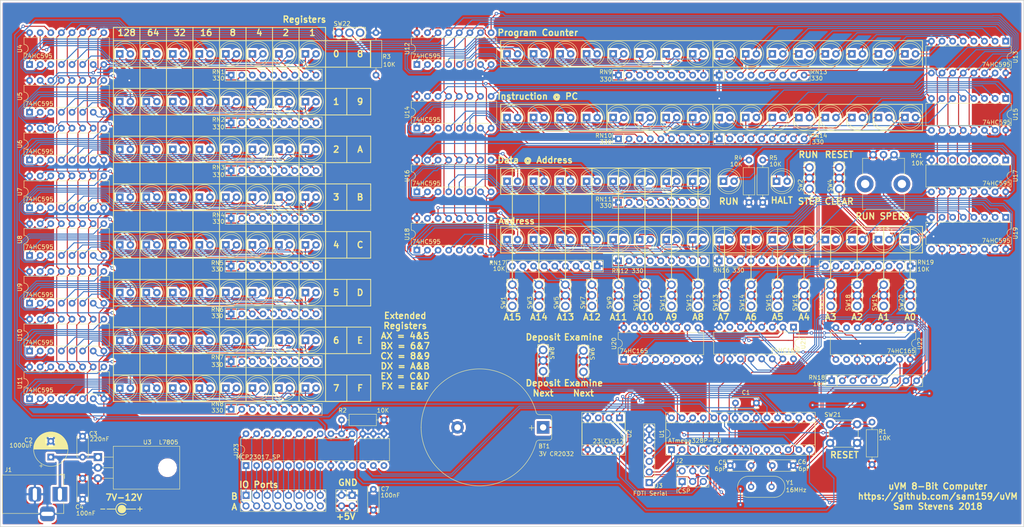
<source format=kicad_pcb>
(kicad_pcb (version 20171130) (host pcbnew "(5.0.1)-3")
  (title_block (title uVM) (date 2018-10-30) (rev A) (comment 1 http://www.apache.org/licenses/LICENSE-2.0) (comment 2 "Licensed under the Apache License, Version 2.0") (comment 3 "Copyright 2018 Sam Stevens"))
  (layers (0 F.Cu signal) (31 B.Cu signal) (34 B.Paste user) (35 F.Paste user) (36 B.SilkS user) (37 F.SilkS user) (38 B.Mask user) (39 F.Mask user) (44 Edge.Cuts user))
  (net 0 "")
  (net 1 GND)
  (net 2 /VBAT)
  (net 3 +5V)
  (net 4 /XTAL1)
  (net 5 /XTAL2)
  (net 6 "Net-(D1-Pad1)")
  (net 7 "Net-(D1-Pad2)")
  (net 8 "Net-(D2-Pad1)")
  (net 9 "Net-(D2-Pad2)")
  (net 10 "Net-(D3-Pad1)")
  (net 11 "Net-(D3-Pad2)")
  (net 12 "Net-(D4-Pad1)")
  (net 13 "Net-(D4-Pad2)")
  (net 14 "Net-(D5-Pad1)")
  (net 15 "Net-(D5-Pad2)")
  (net 16 "Net-(D6-Pad1)")
  (net 17 "Net-(D6-Pad2)")
  (net 18 "Net-(D7-Pad1)")
  (net 19 "Net-(D7-Pad2)")
  (net 20 "Net-(D8-Pad1)")
  (net 21 "Net-(D8-Pad2)")
  (net 22 "Net-(D9-Pad1)")
  (net 23 "Net-(D9-Pad2)")
  (net 24 "Net-(D10-Pad1)")
  (net 25 "Net-(D10-Pad2)")
  (net 26 "Net-(D11-Pad1)")
  (net 27 "Net-(D11-Pad2)")
  (net 28 "Net-(D12-Pad1)")
  (net 29 "Net-(D12-Pad2)")
  (net 30 "Net-(D13-Pad1)")
  (net 31 "Net-(D13-Pad2)")
  (net 32 "Net-(D14-Pad1)")
  (net 33 "Net-(D14-Pad2)")
  (net 34 "Net-(D15-Pad1)")
  (net 35 "Net-(D15-Pad2)")
  (net 36 "Net-(D16-Pad1)")
  (net 37 "Net-(D16-Pad2)")
  (net 38 "Net-(D17-Pad2)")
  (net 39 "Net-(D17-Pad1)")
  (net 40 "Net-(D18-Pad2)")
  (net 41 "Net-(D18-Pad1)")
  (net 42 "Net-(D19-Pad2)")
  (net 43 "Net-(D19-Pad1)")
  (net 44 "Net-(D20-Pad2)")
  (net 45 "Net-(D20-Pad1)")
  (net 46 "Net-(D21-Pad2)")
  (net 47 "Net-(D21-Pad1)")
  (net 48 "Net-(D22-Pad2)")
  (net 49 "Net-(D22-Pad1)")
  (net 50 "Net-(D23-Pad2)")
  (net 51 "Net-(D23-Pad1)")
  (net 52 "Net-(D24-Pad2)")
  (net 53 "Net-(D24-Pad1)")
  (net 54 "Net-(D25-Pad2)")
  (net 55 "Net-(D25-Pad1)")
  (net 56 "Net-(D26-Pad2)")
  (net 57 "Net-(D26-Pad1)")
  (net 58 "Net-(D27-Pad2)")
  (net 59 "Net-(D27-Pad1)")
  (net 60 "Net-(D28-Pad2)")
  (net 61 "Net-(D28-Pad1)")
  (net 62 "Net-(D29-Pad2)")
  (net 63 "Net-(D29-Pad1)")
  (net 64 "Net-(D30-Pad2)")
  (net 65 "Net-(D30-Pad1)")
  (net 66 "Net-(D31-Pad2)")
  (net 67 "Net-(D31-Pad1)")
  (net 68 "Net-(D32-Pad2)")
  (net 69 "Net-(D32-Pad1)")
  (net 70 "Net-(D33-Pad1)")
  (net 71 "Net-(D33-Pad2)")
  (net 72 "Net-(D34-Pad1)")
  (net 73 "Net-(D34-Pad2)")
  (net 74 "Net-(D35-Pad1)")
  (net 75 "Net-(D35-Pad2)")
  (net 76 "Net-(D36-Pad1)")
  (net 77 "Net-(D36-Pad2)")
  (net 78 "Net-(D37-Pad2)")
  (net 79 "Net-(D37-Pad1)")
  (net 80 "Net-(D38-Pad1)")
  (net 81 "Net-(D38-Pad2)")
  (net 82 "Net-(D39-Pad1)")
  (net 83 "Net-(D39-Pad2)")
  (net 84 "Net-(D40-Pad1)")
  (net 85 "Net-(D40-Pad2)")
  (net 86 "Net-(D41-Pad1)")
  (net 87 "Net-(D41-Pad2)")
  (net 88 "Net-(D42-Pad2)")
  (net 89 "Net-(D42-Pad1)")
  (net 90 "Net-(D43-Pad2)")
  (net 91 "Net-(D43-Pad1)")
  (net 92 "Net-(D44-Pad2)")
  (net 93 "Net-(D44-Pad1)")
  (net 94 "Net-(D45-Pad2)")
  (net 95 "Net-(D45-Pad1)")
  (net 96 "Net-(D46-Pad2)")
  (net 97 "Net-(D46-Pad1)")
  (net 98 "Net-(D47-Pad2)")
  (net 99 "Net-(D47-Pad1)")
  (net 100 "Net-(D48-Pad2)")
  (net 101 "Net-(D48-Pad1)")
  (net 102 "Net-(D49-Pad2)")
  (net 103 "Net-(D49-Pad1)")
  (net 104 "Net-(D50-Pad2)")
  (net 105 "Net-(D50-Pad1)")
  (net 106 "Net-(D51-Pad2)")
  (net 107 "Net-(D51-Pad1)")
  (net 108 "Net-(D52-Pad1)")
  (net 109 "Net-(D52-Pad2)")
  (net 110 "Net-(D53-Pad2)")
  (net 111 "Net-(D53-Pad1)")
  (net 112 "Net-(D54-Pad2)")
  (net 113 "Net-(D54-Pad1)")
  (net 114 "Net-(D55-Pad2)")
  (net 115 "Net-(D55-Pad1)")
  (net 116 "Net-(D56-Pad2)")
  (net 117 "Net-(D56-Pad1)")
  (net 118 "Net-(D57-Pad2)")
  (net 119 "Net-(D57-Pad1)")
  (net 120 "Net-(D58-Pad1)")
  (net 121 "Net-(D58-Pad2)")
  (net 122 "Net-(D59-Pad1)")
  (net 123 "Net-(D59-Pad2)")
  (net 124 "Net-(D60-Pad1)")
  (net 125 "Net-(D60-Pad2)")
  (net 126 "Net-(D61-Pad1)")
  (net 127 "Net-(D61-Pad2)")
  (net 128 "Net-(D62-Pad1)")
  (net 129 "Net-(D62-Pad2)")
  (net 130 "Net-(D63-Pad1)")
  (net 131 "Net-(D63-Pad2)")
  (net 132 "Net-(D64-Pad1)")
  (net 133 "Net-(D64-Pad2)")
  (net 134 "Net-(D65-Pad2)")
  (net 135 "Net-(D65-Pad1)")
  (net 136 "Net-(D66-Pad2)")
  (net 137 "Net-(D66-Pad1)")
  (net 138 "Net-(D67-Pad2)")
  (net 139 "Net-(D67-Pad1)")
  (net 140 "Net-(D68-Pad2)")
  (net 141 "Net-(D68-Pad1)")
  (net 142 "Net-(D69-Pad1)")
  (net 143 "Net-(D69-Pad2)")
  (net 144 "Net-(D70-Pad2)")
  (net 145 "Net-(D70-Pad1)")
  (net 146 "Net-(D71-Pad2)")
  (net 147 "Net-(D71-Pad1)")
  (net 148 "Net-(D72-Pad1)")
  (net 149 "Net-(D72-Pad2)")
  (net 150 "Net-(D73-Pad2)")
  (net 151 "Net-(D73-Pad1)")
  (net 152 "Net-(D74-Pad2)")
  (net 153 "Net-(D74-Pad1)")
  (net 154 "Net-(D75-Pad2)")
  (net 155 "Net-(D75-Pad1)")
  (net 156 "Net-(D76-Pad2)")
  (net 157 "Net-(D76-Pad1)")
  (net 158 "Net-(D77-Pad2)")
  (net 159 "Net-(D77-Pad1)")
  (net 160 "Net-(D78-Pad2)")
  (net 161 "Net-(D78-Pad1)")
  (net 162 "Net-(D79-Pad2)")
  (net 163 "Net-(D79-Pad1)")
  (net 164 "Net-(D80-Pad2)")
  (net 165 "Net-(D80-Pad1)")
  (net 166 "Net-(D81-Pad1)")
  (net 167 "Net-(D81-Pad2)")
  (net 168 "Net-(D82-Pad1)")
  (net 169 "Net-(D82-Pad2)")
  (net 170 "Net-(D83-Pad1)")
  (net 171 "Net-(D83-Pad2)")
  (net 172 "Net-(D84-Pad1)")
  (net 173 "Net-(D84-Pad2)")
  (net 174 "Net-(D85-Pad1)")
  (net 175 "Net-(D85-Pad2)")
  (net 176 "Net-(D86-Pad1)")
  (net 177 "Net-(D86-Pad2)")
  (net 178 "Net-(D87-Pad1)")
  (net 179 "Net-(D87-Pad2)")
  (net 180 "Net-(D88-Pad2)")
  (net 181 "Net-(D88-Pad1)")
  (net 182 "Net-(D89-Pad1)")
  (net 183 "Net-(D89-Pad2)")
  (net 184 "Net-(D90-Pad1)")
  (net 185 "Net-(D90-Pad2)")
  (net 186 "Net-(D91-Pad1)")
  (net 187 "Net-(D91-Pad2)")
  (net 188 "Net-(D92-Pad1)")
  (net 189 "Net-(D92-Pad2)")
  (net 190 "Net-(D93-Pad1)")
  (net 191 "Net-(D93-Pad2)")
  (net 192 "Net-(D94-Pad1)")
  (net 193 "Net-(D94-Pad2)")
  (net 194 "Net-(D95-Pad1)")
  (net 195 "Net-(D95-Pad2)")
  (net 196 "Net-(D96-Pad1)")
  (net 197 "Net-(D96-Pad2)")
  (net 198 "Net-(D97-Pad1)")
  (net 199 "Net-(D97-Pad2)")
  (net 200 "Net-(D98-Pad1)")
  (net 201 "Net-(D98-Pad2)")
  (net 202 "Net-(D99-Pad1)")
  (net 203 "Net-(D99-Pad2)")
  (net 204 "Net-(D100-Pad2)")
  (net 205 "Net-(D100-Pad1)")
  (net 206 "Net-(D101-Pad2)")
  (net 207 "Net-(D101-Pad1)")
  (net 208 "Net-(D102-Pad1)")
  (net 209 "Net-(D102-Pad2)")
  (net 210 "Net-(D103-Pad1)")
  (net 211 "Net-(D103-Pad2)")
  (net 212 "Net-(D104-Pad1)")
  (net 213 "Net-(D104-Pad2)")
  (net 214 "Net-(D105-Pad2)")
  (net 215 "Net-(D105-Pad1)")
  (net 216 "Net-(D109-Pad2)")
  (net 217 "Net-(D109-Pad1)")
  (net 218 "Net-(D110-Pad2)")
  (net 219 "Net-(D110-Pad1)")
  (net 220 "Net-(D111-Pad2)")
  (net 221 "Net-(D111-Pad1)")
  (net 222 "Net-(D112-Pad2)")
  (net 223 "Net-(D112-Pad1)")
  (net 224 "Net-(D113-Pad2)")
  (net 225 "Net-(D113-Pad1)")
  (net 226 "Net-(D114-Pad2)")
  (net 227 "Net-(D114-Pad1)")
  (net 228 "Net-(D115-Pad2)")
  (net 229 "Net-(D115-Pad1)")
  (net 230 "Net-(D116-Pad1)")
  (net 231 "Net-(D116-Pad2)")
  (net 232 "Net-(D117-Pad1)")
  (net 233 "Net-(D117-Pad2)")
  (net 234 "Net-(D118-Pad2)")
  (net 235 "Net-(D118-Pad1)")
  (net 236 "Net-(D119-Pad2)")
  (net 237 "Net-(D119-Pad1)")
  (net 238 "Net-(D120-Pad2)")
  (net 239 "Net-(D120-Pad1)")
  (net 240 "Net-(D121-Pad1)")
  (net 241 "Net-(D121-Pad2)")
  (net 242 "Net-(D125-Pad1)")
  (net 243 "Net-(D125-Pad2)")
  (net 244 "Net-(D126-Pad2)")
  (net 245 "Net-(D126-Pad1)")
  (net 246 "Net-(D127-Pad1)")
  (net 247 "Net-(D127-Pad2)")
  (net 248 "Net-(D128-Pad1)")
  (net 249 "Net-(D128-Pad2)")
  (net 250 /MISO)
  (net 251 /SCK)
  (net 252 /RESET)
  (net 253 /MOSI)
  (net 254 /RX)
  (net 255 /TX)
  (net 256 "Net-(J5-Pad1)")
  (net 257 "Net-(J5-Pad2)")
  (net 258 "Net-(J5-Pad3)")
  (net 259 "Net-(J5-Pad4)")
  (net 260 "Net-(J5-Pad5)")
  (net 261 "Net-(J5-Pad6)")
  (net 262 "Net-(J5-Pad7)")
  (net 263 "Net-(J5-Pad8)")
  (net 264 "Net-(J5-Pad9)")
  (net 265 "Net-(J5-Pad10)")
  (net 266 "Net-(J5-Pad11)")
  (net 267 "Net-(J5-Pad12)")
  (net 268 "Net-(J5-Pad13)")
  (net 269 "Net-(J5-Pad14)")
  (net 270 "Net-(J5-Pad15)")
  (net 271 "Net-(J5-Pad16)")
  (net 272 /IO_INT)
  (net 273 /SW_REG)
  (net 274 "Net-(RN17-Pad9)")
  (net 275 "Net-(RN17-Pad8)")
  (net 276 "Net-(RN17-Pad7)")
  (net 277 "Net-(RN17-Pad6)")
  (net 278 "Net-(RN17-Pad5)")
  (net 279 "Net-(RN17-Pad4)")
  (net 280 "Net-(RN17-Pad3)")
  (net 281 "Net-(RN17-Pad2)")
  (net 282 "Net-(RN18-Pad2)")
  (net 283 "Net-(RN18-Pad3)")
  (net 284 "Net-(RN18-Pad4)")
  (net 285 "Net-(RN18-Pad5)")
  (net 286 "Net-(RN18-Pad6)")
  (net 287 "Net-(RN18-Pad7)")
  (net 288 "Net-(RN18-Pad8)")
  (net 289 "Net-(RN18-Pad9)")
  (net 290 "Net-(RN19-Pad9)")
  (net 291 "Net-(RN19-Pad8)")
  (net 292 "Net-(RN19-Pad7)")
  (net 293 "Net-(RN19-Pad6)")
  (net 294 "Net-(RN19-Pad5)")
  (net 295 "Net-(RN19-Pad4)")
  (net 296 "Net-(RN19-Pad3)")
  (net 297 "Net-(RN19-Pad2)")
  (net 298 /SPEED)
  (net 299 "Net-(SW1-Pad1)")
  (net 300 "Net-(SW3-Pad1)")
  (net 301 "Net-(SW5-Pad1)")
  (net 302 "Net-(SW7-Pad1)")
  (net 303 "Net-(SW9-Pad1)")
  (net 304 "Net-(SW10-Pad1)")
  (net 305 "Net-(SW11-Pad1)")
  (net 306 "Net-(SW12-Pad1)")
  (net 307 "Net-(SW13-Pad1)")
  (net 308 "Net-(SW14-Pad1)")
  (net 309 "Net-(SW15-Pad1)")
  (net 310 "Net-(SW16-Pad1)")
  (net 311 "Net-(SW17-Pad1)")
  (net 312 "Net-(SW18-Pad1)")
  (net 313 "Net-(SW19-Pad1)")
  (net 314 "Net-(SW20-Pad1)")
  (net 315 "Net-(SW22-Pad3)")
  (net 316 /MEMSEL)
  (net 317 /INP_SER)
  (net 318 /INP_CLK)
  (net 319 /INP_ADDRINH)
  (net 320 "Net-(U1-Pad21)")
  (net 321 /D_REG_IN)
  (net 322 /INP_SWINH)
  (net 323 /DISP_CLK)
  (net 324 /INP_LD)
  (net 325 /SDA)
  (net 326 /DISP_EN)
  (net 327 /SCL)
  (net 328 "Net-(U2-Pad3)")
  (net 329 /DISP_RCLK)
  (net 330 "Net-(U4-Pad9)")
  (net 331 "Net-(U5-Pad9)")
  (net 332 "Net-(U6-Pad9)")
  (net 333 "Net-(U7-Pad9)")
  (net 334 "Net-(U8-Pad9)")
  (net 335 "Net-(U10-Pad14)")
  (net 336 "Net-(U10-Pad9)")
  (net 337 /D_PC_IN)
  (net 338 "Net-(U12-Pad9)")
  (net 339 /D_INSTR_IN)
  (net 340 "Net-(U14-Pad9)")
  (net 341 /D_DATA_IN)
  (net 342 /D_STATUS_IN)
  (net 343 /D_ADDR_IN)
  (net 344 "Net-(U17-Pad2)")
  (net 345 "Net-(U17-Pad3)")
  (net 346 "Net-(U17-Pad4)")
  (net 347 "Net-(U17-Pad5)")
  (net 348 "Net-(U17-Pad6)")
  (net 349 "Net-(U17-Pad7)")
  (net 350 "Net-(U18-Pad9)")
  (net 351 "Net-(U19-Pad9)")
  (net 352 "Net-(U20-Pad7)")
  (net 353 "/Input Output/ADDR_H_IN")
  (net 354 "Net-(U21-Pad7)")
  (net 355 "Net-(U22-Pad7)")
  (net 356 "Net-(U22-Pad10)")
  (net 357 "Net-(U23-Pad11)")
  (net 358 "Net-(U23-Pad14)")
  (net 359 /VIN)
  (module Battery:BatteryHolder_Keystone_105_1x2430 (layer F.Cu) (at 154.94 126.238 180)
    (fp_text reference BT1 (at -0.254 -4.5 180) (layer F.SilkS))
    (fp_text value "3V CR2032" (at -3.175 -6.35 180) (layer F.SilkS))
    (fp_text user + (at 2.75 0 180) (layer F.SilkS) (effects (font (size 1.5 1.5))))
    (pad 2 thru_hole circle (at 20.49 0 180) (size 3 3) (drill 1.5) (layers *.Cu *.Mask) (net 1 GND))
    (pad 1 thru_hole rect (at 0 0 180) (size 3 3) (drill 1.5) (layers *.Cu *.Mask) (net 2 /VBAT))
  )
  (module Package_DIP:DIP-16_W7.62mm (layer F.Cu) (at 242.824 102.362 270)
    (fp_text reference U22 (at 3.81 -2.33 270) (layer F.SilkS))
    (fp_text value 74HC165 (at 5.588 2.159) (layer F.SilkS))
    (pad 16 thru_hole oval (at 7.62 0 270) (size 1.6 1.6) (drill 0.8) (layers *.Cu *.Mask) (net 3 +5V))
    (pad 8 thru_hole oval (at 0 17.78 270) (size 1.6 1.6) (drill 0.8) (layers *.Cu *.Mask) (net 1 GND))
    (pad 15 thru_hole oval (at 7.62 2.54 270) (size 1.6 1.6) (drill 0.8) (layers *.Cu *.Mask) (net 322 /INP_SWINH))
    (pad 7 thru_hole oval (at 0 15.24 270) (size 1.6 1.6) (drill 0.8) (layers *.Cu *.Mask) (net 355 "Net-(U22-Pad7)"))
    (pad 14 thru_hole oval (at 7.62 5.08 270) (size 1.6 1.6) (drill 0.8) (layers *.Cu *.Mask) (net 285 "Net-(RN18-Pad5)"))
    (pad 6 thru_hole oval (at 0 12.7 270) (size 1.6 1.6) (drill 0.8) (layers *.Cu *.Mask) (net 289 "Net-(RN18-Pad9)"))
    (pad 13 thru_hole oval (at 7.62 7.62 270) (size 1.6 1.6) (drill 0.8) (layers *.Cu *.Mask) (net 284 "Net-(RN18-Pad4)"))
    (pad 5 thru_hole oval (at 0 10.16 270) (size 1.6 1.6) (drill 0.8) (layers *.Cu *.Mask) (net 288 "Net-(RN18-Pad8)"))
    (pad 12 thru_hole oval (at 7.62 10.16 270) (size 1.6 1.6) (drill 0.8) (layers *.Cu *.Mask) (net 283 "Net-(RN18-Pad3)"))
    (pad 4 thru_hole oval (at 0 7.62 270) (size 1.6 1.6) (drill 0.8) (layers *.Cu *.Mask) (net 287 "Net-(RN18-Pad7)"))
    (pad 11 thru_hole oval (at 7.62 12.7 270) (size 1.6 1.6) (drill 0.8) (layers *.Cu *.Mask) (net 282 "Net-(RN18-Pad2)"))
    (pad 3 thru_hole oval (at 0 5.08 270) (size 1.6 1.6) (drill 0.8) (layers *.Cu *.Mask) (net 286 "Net-(RN18-Pad6)"))
    (pad 10 thru_hole oval (at 7.62 15.24 270) (size 1.6 1.6) (drill 0.8) (layers *.Cu *.Mask) (net 356 "Net-(U22-Pad10)"))
    (pad 2 thru_hole oval (at 0 2.54 270) (size 1.6 1.6) (drill 0.8) (layers *.Cu *.Mask) (net 318 /INP_CLK))
    (pad 9 thru_hole oval (at 7.62 17.78 270) (size 1.6 1.6) (drill 0.8) (layers *.Cu *.Mask) (net 317 /INP_SER))
    (pad 1 thru_hole rect (at 0 0 270) (size 1.6 1.6) (drill 0.8) (layers *.Cu *.Mask) (net 324 /INP_LD))
  )
  (module Package_DIP:DIP-16_W7.62mm (layer F.Cu) (at 174.244 109.982 90)
    (fp_text reference U20 (at 3.81 -2.33 90) (layer F.SilkS))
    (fp_text value 74HC165 (at 2.032 2.413 180) (layer F.SilkS))
    (pad 16 thru_hole oval (at 7.62 0 90) (size 1.6 1.6) (drill 0.8) (layers *.Cu *.Mask) (net 3 +5V))
    (pad 8 thru_hole oval (at 0 17.78 90) (size 1.6 1.6) (drill 0.8) (layers *.Cu *.Mask) (net 1 GND))
    (pad 15 thru_hole oval (at 7.62 2.54 90) (size 1.6 1.6) (drill 0.8) (layers *.Cu *.Mask) (net 319 /INP_ADDRINH))
    (pad 7 thru_hole oval (at 0 15.24 90) (size 1.6 1.6) (drill 0.8) (layers *.Cu *.Mask) (net 352 "Net-(U20-Pad7)"))
    (pad 14 thru_hole oval (at 7.62 5.08 90) (size 1.6 1.6) (drill 0.8) (layers *.Cu *.Mask) (net 278 "Net-(RN17-Pad5)"))
    (pad 6 thru_hole oval (at 0 12.7 90) (size 1.6 1.6) (drill 0.8) (layers *.Cu *.Mask) (net 274 "Net-(RN17-Pad9)"))
    (pad 13 thru_hole oval (at 7.62 7.62 90) (size 1.6 1.6) (drill 0.8) (layers *.Cu *.Mask) (net 279 "Net-(RN17-Pad4)"))
    (pad 5 thru_hole oval (at 0 10.16 90) (size 1.6 1.6) (drill 0.8) (layers *.Cu *.Mask) (net 275 "Net-(RN17-Pad8)"))
    (pad 12 thru_hole oval (at 7.62 10.16 90) (size 1.6 1.6) (drill 0.8) (layers *.Cu *.Mask) (net 280 "Net-(RN17-Pad3)"))
    (pad 4 thru_hole oval (at 0 7.62 90) (size 1.6 1.6) (drill 0.8) (layers *.Cu *.Mask) (net 276 "Net-(RN17-Pad7)"))
    (pad 11 thru_hole oval (at 7.62 12.7 90) (size 1.6 1.6) (drill 0.8) (layers *.Cu *.Mask) (net 281 "Net-(RN17-Pad2)"))
    (pad 3 thru_hole oval (at 0 5.08 90) (size 1.6 1.6) (drill 0.8) (layers *.Cu *.Mask) (net 277 "Net-(RN17-Pad6)"))
    (pad 10 thru_hole oval (at 7.62 15.24 90) (size 1.6 1.6) (drill 0.8) (layers *.Cu *.Mask) (net 353 "/Input Output/ADDR_H_IN"))
    (pad 2 thru_hole oval (at 0 2.54 90) (size 1.6 1.6) (drill 0.8) (layers *.Cu *.Mask) (net 318 /INP_CLK))
    (pad 9 thru_hole oval (at 7.62 17.78 90) (size 1.6 1.6) (drill 0.8) (layers *.Cu *.Mask) (net 317 /INP_SER))
    (pad 1 thru_hole rect (at 0 0 90) (size 1.6 1.6) (drill 0.8) (layers *.Cu *.Mask) (net 324 /INP_LD))
  )
  (module Package_DIP:DIP-8_W7.62mm_Socket (layer F.Cu) (at 173.228 123.952 270)
    (fp_text reference U2 (at 3.81 -2.33 270) (layer F.SilkS))
    (fp_text value 23LCV512 (at 5.588 2.667) (layer F.SilkS))
    (pad 1 thru_hole rect (at 0 0 270) (size 1.6 1.6) (drill 0.8) (layers *.Cu *.Mask) (net 316 /MEMSEL))
    (pad 5 thru_hole oval (at 7.62 7.62 270) (size 1.6 1.6) (drill 0.8) (layers *.Cu *.Mask) (net 3 +5V))
    (pad 2 thru_hole oval (at 0 2.54 270) (size 1.6 1.6) (drill 0.8) (layers *.Cu *.Mask) (net 250 /MISO))
    (pad 6 thru_hole oval (at 7.62 5.08 270) (size 1.6 1.6) (drill 0.8) (layers *.Cu *.Mask) (net 2 /VBAT))
    (pad 3 thru_hole oval (at 0 5.08 270) (size 1.6 1.6) (drill 0.8) (layers *.Cu *.Mask) (net 328 "Net-(U2-Pad3)"))
    (pad 7 thru_hole oval (at 7.62 2.54 270) (size 1.6 1.6) (drill 0.8) (layers *.Cu *.Mask) (net 251 /SCK))
    (pad 4 thru_hole oval (at 0 7.62 270) (size 1.6 1.6) (drill 0.8) (layers *.Cu *.Mask) (net 1 GND))
    (pad 8 thru_hole oval (at 7.62 0 270) (size 1.6 1.6) (drill 0.8) (layers *.Cu *.Mask) (net 253 /MOSI))
  )
  (module Package_DIP:DIP-28_W7.62mm_Socket (layer F.Cu) (at 185.674 131.572 90)
    (fp_text reference U1 (at 3.81 -2.33 90) (layer F.SilkS))
    (fp_text value ATmega328P-PU (at 2.159 5.588 180) (layer F.SilkS))
    (pad 1 thru_hole rect (at 0 0 90) (size 1.6 1.6) (drill 0.8) (layers *.Cu *.Mask) (net 252 /RESET))
    (pad 15 thru_hole oval (at 7.62 33.02 90) (size 1.6 1.6) (drill 0.8) (layers *.Cu *.Mask) (net 272 /IO_INT))
    (pad 2 thru_hole oval (at 0 2.54 90) (size 1.6 1.6) (drill 0.8) (layers *.Cu *.Mask) (net 255 /TX))
    (pad 16 thru_hole oval (at 7.62 30.48 90) (size 1.6 1.6) (drill 0.8) (layers *.Cu *.Mask) (net 316 /MEMSEL))
    (pad 3 thru_hole oval (at 0 5.08 90) (size 1.6 1.6) (drill 0.8) (layers *.Cu *.Mask) (net 254 /RX))
    (pad 17 thru_hole oval (at 7.62 27.94 90) (size 1.6 1.6) (drill 0.8) (layers *.Cu *.Mask) (net 253 /MOSI))
    (pad 4 thru_hole oval (at 0 7.62 90) (size 1.6 1.6) (drill 0.8) (layers *.Cu *.Mask) (net 317 /INP_SER))
    (pad 18 thru_hole oval (at 7.62 25.4 90) (size 1.6 1.6) (drill 0.8) (layers *.Cu *.Mask) (net 250 /MISO))
    (pad 5 thru_hole oval (at 0 10.16 90) (size 1.6 1.6) (drill 0.8) (layers *.Cu *.Mask) (net 318 /INP_CLK))
    (pad 19 thru_hole oval (at 7.62 22.86 90) (size 1.6 1.6) (drill 0.8) (layers *.Cu *.Mask) (net 251 /SCK))
    (pad 6 thru_hole oval (at 0 12.7 90) (size 1.6 1.6) (drill 0.8) (layers *.Cu *.Mask) (net 319 /INP_ADDRINH))
    (pad 20 thru_hole oval (at 7.62 20.32 90) (size 1.6 1.6) (drill 0.8) (layers *.Cu *.Mask) (net 3 +5V))
    (pad 7 thru_hole oval (at 0 15.24 90) (size 1.6 1.6) (drill 0.8) (layers *.Cu *.Mask) (net 3 +5V))
    (pad 21 thru_hole oval (at 7.62 17.78 90) (size 1.6 1.6) (drill 0.8) (layers *.Cu *.Mask) (net 320 "Net-(U1-Pad21)"))
    (pad 8 thru_hole oval (at 0 17.78 90) (size 1.6 1.6) (drill 0.8) (layers *.Cu *.Mask) (net 1 GND))
    (pad 22 thru_hole oval (at 7.62 15.24 90) (size 1.6 1.6) (drill 0.8) (layers *.Cu *.Mask) (net 1 GND))
    (pad 9 thru_hole oval (at 0 20.32 90) (size 1.6 1.6) (drill 0.8) (layers *.Cu *.Mask) (net 4 /XTAL1))
    (pad 23 thru_hole oval (at 7.62 12.7 90) (size 1.6 1.6) (drill 0.8) (layers *.Cu *.Mask) (net 298 /SPEED))
    (pad 10 thru_hole oval (at 0 22.86 90) (size 1.6 1.6) (drill 0.8) (layers *.Cu *.Mask) (net 5 /XTAL2))
    (pad 24 thru_hole oval (at 7.62 10.16 90) (size 1.6 1.6) (drill 0.8) (layers *.Cu *.Mask) (net 321 /D_REG_IN))
    (pad 11 thru_hole oval (at 0 25.4 90) (size 1.6 1.6) (drill 0.8) (layers *.Cu *.Mask) (net 322 /INP_SWINH))
    (pad 25 thru_hole oval (at 7.62 7.62 90) (size 1.6 1.6) (drill 0.8) (layers *.Cu *.Mask) (net 323 /DISP_CLK))
    (pad 12 thru_hole oval (at 0 27.94 90) (size 1.6 1.6) (drill 0.8) (layers *.Cu *.Mask) (net 324 /INP_LD))
    (pad 26 thru_hole oval (at 7.62 5.08 90) (size 1.6 1.6) (drill 0.8) (layers *.Cu *.Mask) (net 329 /DISP_RCLK))
    (pad 13 thru_hole oval (at 0 30.48 90) (size 1.6 1.6) (drill 0.8) (layers *.Cu *.Mask) (net 273 /SW_REG))
    (pad 27 thru_hole oval (at 7.62 2.54 90) (size 1.6 1.6) (drill 0.8) (layers *.Cu *.Mask) (net 325 /SDA))
    (pad 14 thru_hole oval (at 0 33.02 90) (size 1.6 1.6) (drill 0.8) (layers *.Cu *.Mask) (net 326 /DISP_EN))
    (pad 28 thru_hole oval (at 7.62 0 90) (size 1.6 1.6) (drill 0.8) (layers *.Cu *.Mask) (net 327 /SCL))
  )
  (module LED_THT:LED_D5.0mm (layer F.Cu) (at 209.804 81.28)
    (fp_text reference D110 hide)
    (fp_text value LED)
    (pad 2 thru_hole circle (at 2.54 0) (size 1.8 1.8) (drill 0.9) (layers *.Cu *.Mask) (net 218 "Net-(D110-Pad2)"))
    (pad 1 thru_hole rect (at 0 0) (size 1.8 1.8) (drill 0.9) (layers *.Cu *.Mask) (net 219 "Net-(D110-Pad1)"))
  )
  (module Package_DIP:DIP-16_W7.62mm (layer F.Cu) (at 265.684 62.23 270)
    (fp_text reference U17 (at 3.81 -2.33 270) (layer F.SilkS))
    (fp_text value 74HC595 (at 5.588 2.159) (layer F.SilkS))
    (pad 1 thru_hole rect (at 0 0 270) (size 1.6 1.6) (drill 0.8) (layers *.Cu *.Mask) (net 241 "Net-(D121-Pad2)"))
    (pad 9 thru_hole oval (at 7.62 17.78 270) (size 1.6 1.6) (drill 0.8) (layers *.Cu *.Mask) (net 343 /D_ADDR_IN))
    (pad 2 thru_hole oval (at 0 2.54 270) (size 1.6 1.6) (drill 0.8) (layers *.Cu *.Mask) (net 344 "Net-(U17-Pad2)"))
    (pad 10 thru_hole oval (at 7.62 15.24 270) (size 1.6 1.6) (drill 0.8) (layers *.Cu *.Mask) (net 252 /RESET))
    (pad 3 thru_hole oval (at 0 5.08 270) (size 1.6 1.6) (drill 0.8) (layers *.Cu *.Mask) (net 345 "Net-(U17-Pad3)"))
    (pad 11 thru_hole oval (at 7.62 12.7 270) (size 1.6 1.6) (drill 0.8) (layers *.Cu *.Mask) (net 323 /DISP_CLK))
    (pad 4 thru_hole oval (at 0 7.62 270) (size 1.6 1.6) (drill 0.8) (layers *.Cu *.Mask) (net 346 "Net-(U17-Pad4)"))
    (pad 12 thru_hole oval (at 7.62 10.16 270) (size 1.6 1.6) (drill 0.8) (layers *.Cu *.Mask) (net 329 /DISP_RCLK))
    (pad 5 thru_hole oval (at 0 10.16 270) (size 1.6 1.6) (drill 0.8) (layers *.Cu *.Mask) (net 347 "Net-(U17-Pad5)"))
    (pad 13 thru_hole oval (at 7.62 7.62 270) (size 1.6 1.6) (drill 0.8) (layers *.Cu *.Mask) (net 326 /DISP_EN))
    (pad 6 thru_hole oval (at 0 12.7 270) (size 1.6 1.6) (drill 0.8) (layers *.Cu *.Mask) (net 348 "Net-(U17-Pad6)"))
    (pad 14 thru_hole oval (at 7.62 5.08 270) (size 1.6 1.6) (drill 0.8) (layers *.Cu *.Mask) (net 342 /D_STATUS_IN))
    (pad 7 thru_hole oval (at 0 15.24 270) (size 1.6 1.6) (drill 0.8) (layers *.Cu *.Mask) (net 349 "Net-(U17-Pad7)"))
    (pad 15 thru_hole oval (at 7.62 2.54 270) (size 1.6 1.6) (drill 0.8) (layers *.Cu *.Mask) (net 214 "Net-(D105-Pad2)"))
    (pad 8 thru_hole oval (at 0 17.78 270) (size 1.6 1.6) (drill 0.8) (layers *.Cu *.Mask) (net 1 GND))
    (pad 16 thru_hole oval (at 7.62 0 270) (size 1.6 1.6) (drill 0.8) (layers *.Cu *.Mask) (net 3 +5V))
  )
  (module Package_DIP:DIP-16_W7.62mm (layer F.Cu) (at 124.714 39.37 90)
    (fp_text reference U12 (at 3.81 -2.33 90) (layer F.SilkS))
    (fp_text value 74HC595 (at 2.032 2.286 180) (layer F.SilkS))
    (pad 1 thru_hole rect (at 0 0 90) (size 1.6 1.6) (drill 0.8) (layers *.Cu *.Mask) (net 167 "Net-(D81-Pad2)"))
    (pad 9 thru_hole oval (at 7.62 17.78 90) (size 1.6 1.6) (drill 0.8) (layers *.Cu *.Mask) (net 338 "Net-(U12-Pad9)"))
    (pad 2 thru_hole oval (at 0 2.54 90) (size 1.6 1.6) (drill 0.8) (layers *.Cu *.Mask) (net 136 "Net-(D66-Pad2)"))
    (pad 10 thru_hole oval (at 7.62 15.24 90) (size 1.6 1.6) (drill 0.8) (layers *.Cu *.Mask) (net 252 /RESET))
    (pad 3 thru_hole oval (at 0 5.08 90) (size 1.6 1.6) (drill 0.8) (layers *.Cu *.Mask) (net 169 "Net-(D82-Pad2)"))
    (pad 11 thru_hole oval (at 7.62 12.7 90) (size 1.6 1.6) (drill 0.8) (layers *.Cu *.Mask) (net 323 /DISP_CLK))
    (pad 4 thru_hole oval (at 0 7.62 90) (size 1.6 1.6) (drill 0.8) (layers *.Cu *.Mask) (net 138 "Net-(D67-Pad2)"))
    (pad 12 thru_hole oval (at 7.62 10.16 90) (size 1.6 1.6) (drill 0.8) (layers *.Cu *.Mask) (net 329 /DISP_RCLK))
    (pad 5 thru_hole oval (at 0 10.16 90) (size 1.6 1.6) (drill 0.8) (layers *.Cu *.Mask) (net 171 "Net-(D83-Pad2)"))
    (pad 13 thru_hole oval (at 7.62 7.62 90) (size 1.6 1.6) (drill 0.8) (layers *.Cu *.Mask) (net 326 /DISP_EN))
    (pad 6 thru_hole oval (at 0 12.7 90) (size 1.6 1.6) (drill 0.8) (layers *.Cu *.Mask) (net 140 "Net-(D68-Pad2)"))
    (pad 14 thru_hole oval (at 7.62 5.08 90) (size 1.6 1.6) (drill 0.8) (layers *.Cu *.Mask) (net 337 /D_PC_IN))
    (pad 7 thru_hole oval (at 0 15.24 90) (size 1.6 1.6) (drill 0.8) (layers *.Cu *.Mask) (net 173 "Net-(D84-Pad2)"))
    (pad 15 thru_hole oval (at 7.62 2.54 90) (size 1.6 1.6) (drill 0.8) (layers *.Cu *.Mask) (net 134 "Net-(D65-Pad2)"))
    (pad 8 thru_hole oval (at 0 17.78 90) (size 1.6 1.6) (drill 0.8) (layers *.Cu *.Mask) (net 1 GND))
    (pad 16 thru_hole oval (at 7.62 0 90) (size 1.6 1.6) (drill 0.8) (layers *.Cu *.Mask) (net 3 +5V))
  )
  (module Package_DIP:DIP-16_W7.62mm (layer F.Cu) (at 32.004 50.8 90)
    (fp_text reference U5 (at 3.81 -2.33 90) (layer F.SilkS))
    (fp_text value 74HC595 (at 2.032 2.286 180) (layer F.SilkS))
    (pad 16 thru_hole oval (at 7.62 0 90) (size 1.6 1.6) (drill 0.8) (layers *.Cu *.Mask) (net 3 +5V))
    (pad 8 thru_hole oval (at 0 17.78 90) (size 1.6 1.6) (drill 0.8) (layers *.Cu *.Mask) (net 1 GND))
    (pad 15 thru_hole oval (at 7.62 2.54 90) (size 1.6 1.6) (drill 0.8) (layers *.Cu *.Mask) (net 15 "Net-(D5-Pad2)"))
    (pad 7 thru_hole oval (at 0 15.24 90) (size 1.6 1.6) (drill 0.8) (layers *.Cu *.Mask) (net 52 "Net-(D24-Pad2)"))
    (pad 14 thru_hole oval (at 7.62 5.08 90) (size 1.6 1.6) (drill 0.8) (layers *.Cu *.Mask) (net 330 "Net-(U4-Pad9)"))
    (pad 6 thru_hole oval (at 0 12.7 90) (size 1.6 1.6) (drill 0.8) (layers *.Cu *.Mask) (net 21 "Net-(D8-Pad2)"))
    (pad 13 thru_hole oval (at 7.62 7.62 90) (size 1.6 1.6) (drill 0.8) (layers *.Cu *.Mask) (net 326 /DISP_EN))
    (pad 5 thru_hole oval (at 0 10.16 90) (size 1.6 1.6) (drill 0.8) (layers *.Cu *.Mask) (net 50 "Net-(D23-Pad2)"))
    (pad 12 thru_hole oval (at 7.62 10.16 90) (size 1.6 1.6) (drill 0.8) (layers *.Cu *.Mask) (net 329 /DISP_RCLK))
    (pad 4 thru_hole oval (at 0 7.62 90) (size 1.6 1.6) (drill 0.8) (layers *.Cu *.Mask) (net 19 "Net-(D7-Pad2)"))
    (pad 11 thru_hole oval (at 7.62 12.7 90) (size 1.6 1.6) (drill 0.8) (layers *.Cu *.Mask) (net 323 /DISP_CLK))
    (pad 3 thru_hole oval (at 0 5.08 90) (size 1.6 1.6) (drill 0.8) (layers *.Cu *.Mask) (net 48 "Net-(D22-Pad2)"))
    (pad 10 thru_hole oval (at 7.62 15.24 90) (size 1.6 1.6) (drill 0.8) (layers *.Cu *.Mask) (net 252 /RESET))
    (pad 2 thru_hole oval (at 0 2.54 90) (size 1.6 1.6) (drill 0.8) (layers *.Cu *.Mask) (net 17 "Net-(D6-Pad2)"))
    (pad 9 thru_hole oval (at 7.62 17.78 90) (size 1.6 1.6) (drill 0.8) (layers *.Cu *.Mask) (net 331 "Net-(U5-Pad9)"))
    (pad 1 thru_hole rect (at 0 0 90) (size 1.6 1.6) (drill 0.8) (layers *.Cu *.Mask) (net 46 "Net-(D21-Pad2)"))
  )
  (module Package_DIP:DIP-16_W7.62mm (layer F.Cu) (at 265.684 47.498 270)
    (fp_text reference U15 (at 3.81 -2.33 270) (layer F.SilkS))
    (fp_text value 74HC595 (at 5.715 2.159) (layer F.SilkS))
    (pad 16 thru_hole oval (at 7.62 0 270) (size 1.6 1.6) (drill 0.8) (layers *.Cu *.Mask) (net 3 +5V))
    (pad 8 thru_hole oval (at 0 17.78 270) (size 1.6 1.6) (drill 0.8) (layers *.Cu *.Mask) (net 1 GND))
    (pad 15 thru_hole oval (at 7.62 2.54 270) (size 1.6 1.6) (drill 0.8) (layers *.Cu *.Mask) (net 206 "Net-(D101-Pad2)"))
    (pad 7 thru_hole oval (at 0 15.24 270) (size 1.6 1.6) (drill 0.8) (layers *.Cu *.Mask) (net 238 "Net-(D120-Pad2)"))
    (pad 14 thru_hole oval (at 7.62 5.08 270) (size 1.6 1.6) (drill 0.8) (layers *.Cu *.Mask) (net 340 "Net-(U14-Pad9)"))
    (pad 6 thru_hole oval (at 0 12.7 270) (size 1.6 1.6) (drill 0.8) (layers *.Cu *.Mask) (net 213 "Net-(D104-Pad2)"))
    (pad 13 thru_hole oval (at 7.62 7.62 270) (size 1.6 1.6) (drill 0.8) (layers *.Cu *.Mask) (net 326 /DISP_EN))
    (pad 5 thru_hole oval (at 0 10.16 270) (size 1.6 1.6) (drill 0.8) (layers *.Cu *.Mask) (net 236 "Net-(D119-Pad2)"))
    (pad 12 thru_hole oval (at 7.62 10.16 270) (size 1.6 1.6) (drill 0.8) (layers *.Cu *.Mask) (net 329 /DISP_RCLK))
    (pad 4 thru_hole oval (at 0 7.62 270) (size 1.6 1.6) (drill 0.8) (layers *.Cu *.Mask) (net 211 "Net-(D103-Pad2)"))
    (pad 11 thru_hole oval (at 7.62 12.7 270) (size 1.6 1.6) (drill 0.8) (layers *.Cu *.Mask) (net 323 /DISP_CLK))
    (pad 3 thru_hole oval (at 0 5.08 270) (size 1.6 1.6) (drill 0.8) (layers *.Cu *.Mask) (net 234 "Net-(D118-Pad2)"))
    (pad 10 thru_hole oval (at 7.62 15.24 270) (size 1.6 1.6) (drill 0.8) (layers *.Cu *.Mask) (net 252 /RESET))
    (pad 2 thru_hole oval (at 0 2.54 270) (size 1.6 1.6) (drill 0.8) (layers *.Cu *.Mask) (net 209 "Net-(D102-Pad2)"))
    (pad 9 thru_hole oval (at 7.62 17.78 270) (size 1.6 1.6) (drill 0.8) (layers *.Cu *.Mask) (net 341 /D_DATA_IN))
    (pad 1 thru_hole rect (at 0 0 270) (size 1.6 1.6) (drill 0.8) (layers *.Cu *.Mask) (net 233 "Net-(D117-Pad2)"))
  )
  (module Package_DIP:DIP-16_W7.62mm (layer F.Cu) (at 32.004 39.37 90)
    (fp_text reference U4 (at 3.81 -2.33 90) (layer F.SilkS))
    (fp_text value 74HC595 (at 2.032 2.032 180) (layer F.SilkS))
    (pad 16 thru_hole oval (at 7.62 0 90) (size 1.6 1.6) (drill 0.8) (layers *.Cu *.Mask) (net 3 +5V))
    (pad 8 thru_hole oval (at 0 17.78 90) (size 1.6 1.6) (drill 0.8) (layers *.Cu *.Mask) (net 1 GND))
    (pad 15 thru_hole oval (at 7.62 2.54 90) (size 1.6 1.6) (drill 0.8) (layers *.Cu *.Mask) (net 7 "Net-(D1-Pad2)"))
    (pad 7 thru_hole oval (at 0 15.24 90) (size 1.6 1.6) (drill 0.8) (layers *.Cu *.Mask) (net 44 "Net-(D20-Pad2)"))
    (pad 14 thru_hole oval (at 7.62 5.08 90) (size 1.6 1.6) (drill 0.8) (layers *.Cu *.Mask) (net 321 /D_REG_IN))
    (pad 6 thru_hole oval (at 0 12.7 90) (size 1.6 1.6) (drill 0.8) (layers *.Cu *.Mask) (net 13 "Net-(D4-Pad2)"))
    (pad 13 thru_hole oval (at 7.62 7.62 90) (size 1.6 1.6) (drill 0.8) (layers *.Cu *.Mask) (net 326 /DISP_EN))
    (pad 5 thru_hole oval (at 0 10.16 90) (size 1.6 1.6) (drill 0.8) (layers *.Cu *.Mask) (net 42 "Net-(D19-Pad2)"))
    (pad 12 thru_hole oval (at 7.62 10.16 90) (size 1.6 1.6) (drill 0.8) (layers *.Cu *.Mask) (net 329 /DISP_RCLK))
    (pad 4 thru_hole oval (at 0 7.62 90) (size 1.6 1.6) (drill 0.8) (layers *.Cu *.Mask) (net 11 "Net-(D3-Pad2)"))
    (pad 11 thru_hole oval (at 7.62 12.7 90) (size 1.6 1.6) (drill 0.8) (layers *.Cu *.Mask) (net 323 /DISP_CLK))
    (pad 3 thru_hole oval (at 0 5.08 90) (size 1.6 1.6) (drill 0.8) (layers *.Cu *.Mask) (net 40 "Net-(D18-Pad2)"))
    (pad 10 thru_hole oval (at 7.62 15.24 90) (size 1.6 1.6) (drill 0.8) (layers *.Cu *.Mask) (net 252 /RESET))
    (pad 2 thru_hole oval (at 0 2.54 90) (size 1.6 1.6) (drill 0.8) (layers *.Cu *.Mask) (net 9 "Net-(D2-Pad2)"))
    (pad 9 thru_hole oval (at 7.62 17.78 90) (size 1.6 1.6) (drill 0.8) (layers *.Cu *.Mask) (net 330 "Net-(U4-Pad9)"))
    (pad 1 thru_hole rect (at 0 0 90) (size 1.6 1.6) (drill 0.8) (layers *.Cu *.Mask) (net 38 "Net-(D17-Pad2)"))
  )
  (module Package_DIP:DIP-16_W7.62mm (layer F.Cu) (at 32.004 85.09 90)
    (fp_text reference U8 (at 3.81 -2.33 90) (layer F.SilkS))
    (fp_text value 74HC595 (at 2.032 2.286 180) (layer F.SilkS))
    (pad 1 thru_hole rect (at 0 0 90) (size 1.6 1.6) (drill 0.8) (layers *.Cu *.Mask) (net 102 "Net-(D49-Pad2)"))
    (pad 9 thru_hole oval (at 7.62 17.78 90) (size 1.6 1.6) (drill 0.8) (layers *.Cu *.Mask) (net 334 "Net-(U8-Pad9)"))
    (pad 2 thru_hole oval (at 0 2.54 90) (size 1.6 1.6) (drill 0.8) (layers *.Cu *.Mask) (net 73 "Net-(D34-Pad2)"))
    (pad 10 thru_hole oval (at 7.62 15.24 90) (size 1.6 1.6) (drill 0.8) (layers *.Cu *.Mask) (net 252 /RESET))
    (pad 3 thru_hole oval (at 0 5.08 90) (size 1.6 1.6) (drill 0.8) (layers *.Cu *.Mask) (net 104 "Net-(D50-Pad2)"))
    (pad 11 thru_hole oval (at 7.62 12.7 90) (size 1.6 1.6) (drill 0.8) (layers *.Cu *.Mask) (net 323 /DISP_CLK))
    (pad 4 thru_hole oval (at 0 7.62 90) (size 1.6 1.6) (drill 0.8) (layers *.Cu *.Mask) (net 75 "Net-(D35-Pad2)"))
    (pad 12 thru_hole oval (at 7.62 10.16 90) (size 1.6 1.6) (drill 0.8) (layers *.Cu *.Mask) (net 329 /DISP_RCLK))
    (pad 5 thru_hole oval (at 0 10.16 90) (size 1.6 1.6) (drill 0.8) (layers *.Cu *.Mask) (net 106 "Net-(D51-Pad2)"))
    (pad 13 thru_hole oval (at 7.62 7.62 90) (size 1.6 1.6) (drill 0.8) (layers *.Cu *.Mask) (net 326 /DISP_EN))
    (pad 6 thru_hole oval (at 0 12.7 90) (size 1.6 1.6) (drill 0.8) (layers *.Cu *.Mask) (net 77 "Net-(D36-Pad2)"))
    (pad 14 thru_hole oval (at 7.62 5.08 90) (size 1.6 1.6) (drill 0.8) (layers *.Cu *.Mask) (net 333 "Net-(U7-Pad9)"))
    (pad 7 thru_hole oval (at 0 15.24 90) (size 1.6 1.6) (drill 0.8) (layers *.Cu *.Mask) (net 109 "Net-(D52-Pad2)"))
    (pad 15 thru_hole oval (at 7.62 2.54 90) (size 1.6 1.6) (drill 0.8) (layers *.Cu *.Mask) (net 71 "Net-(D33-Pad2)"))
    (pad 8 thru_hole oval (at 0 17.78 90) (size 1.6 1.6) (drill 0.8) (layers *.Cu *.Mask) (net 1 GND))
    (pad 16 thru_hole oval (at 7.62 0 90) (size 1.6 1.6) (drill 0.8) (layers *.Cu *.Mask) (net 3 +5V))
  )
  (module Capacitor_THT:C_Disc_D6.0mm_W2.5mm_P5.00mm (layer F.Cu) (at 200.994 120.396)
    (fp_text reference C1 (at 2.5 -2.5) (layer F.SilkS))
    (fp_text value 100nF)
    (pad 1 thru_hole circle (at 0 0) (size 1.6 1.6) (drill 0.8) (layers *.Cu *.Mask) (net 1 GND))
    (pad 2 thru_hole circle (at 5 0) (size 1.6 1.6) (drill 0.8) (layers *.Cu *.Mask) (net 3 +5V))
  )
  (module Capacitor_THT:CP_Radial_D8.0mm_P3.80mm (layer F.Cu) (at 37.084 133.35 90)
    (fp_text reference C2 (at 4.064 -5.334 180) (layer F.SilkS))
    (fp_text value 1000uF (at 2.794 -7.112 180) (layer F.SilkS))
    (pad 1 thru_hole rect (at 0 0 90) (size 1.6 1.6) (drill 0.8) (layers *.Cu *.Mask) (net 359 /VIN))
    (pad 2 thru_hole circle (at 3.8 0 90) (size 1.6 1.6) (drill 0.8) (layers *.Cu *.Mask) (net 1 GND))
  )
  (module Capacitor_THT:C_Disc_D4.7mm_W2.5mm_P5.00mm (layer F.Cu) (at 44.704 133.35 90)
    (fp_text reference C3 (at 5.588 2.54 180) (layer F.SilkS))
    (fp_text value 220nF (at 4.318 4.064 180) (layer F.SilkS))
    (pad 1 thru_hole circle (at 0 0 90) (size 1.6 1.6) (drill 0.8) (layers *.Cu *.Mask) (net 359 /VIN))
    (pad 2 thru_hole circle (at 5 0 90) (size 1.6 1.6) (drill 0.8) (layers *.Cu *.Mask) (net 1 GND))
  )
  (module Capacitor_THT:C_Disc_D6.0mm_W2.5mm_P5.00mm (layer F.Cu) (at 44.704 138.43 270)
    (fp_text reference C4 (at 6.858 0.762) (layer F.SilkS))
    (fp_text value 100nF (at 8.382 -0.762) (layer F.SilkS))
    (pad 2 thru_hole circle (at 5 0 270) (size 1.6 1.6) (drill 0.8) (layers *.Cu *.Mask) (net 1 GND))
    (pad 1 thru_hole circle (at 0 0 270) (size 1.6 1.6) (drill 0.8) (layers *.Cu *.Mask) (net 3 +5V))
  )
  (module Capacitor_THT:C_Disc_D6.0mm_W2.5mm_P5.00mm (layer F.Cu) (at 204.724 135.382 180)
    (fp_text reference C5 (at 6.858 0.762 180) (layer F.SilkS))
    (fp_text value 6pF (at 7.366 -0.762 180) (layer F.SilkS))
    (pad 1 thru_hole circle (at 0 0 180) (size 1.6 1.6) (drill 0.8) (layers *.Cu *.Mask) (net 4 /XTAL1))
    (pad 2 thru_hole circle (at 5 0 180) (size 1.6 1.6) (drill 0.8) (layers *.Cu *.Mask) (net 1 GND))
  )
  (module Capacitor_THT:C_Disc_D6.0mm_W2.5mm_P5.00mm (layer F.Cu) (at 209.804 135.382)
    (fp_text reference C6 (at 7.112 -0.889) (layer F.SilkS))
    (fp_text value 6pF (at 7.62 0.762) (layer F.SilkS))
    (pad 2 thru_hole circle (at 5 0) (size 1.6 1.6) (drill 0.8) (layers *.Cu *.Mask) (net 1 GND))
    (pad 1 thru_hole circle (at 0 0) (size 1.6 1.6) (drill 0.8) (layers *.Cu *.Mask) (net 5 /XTAL2))
  )
  (module LED_THT:LED_D5.0mm (layer F.Cu) (at 53.594 36.83)
    (fp_text reference D1 hide)
    (fp_text value LED)
    (pad 1 thru_hole rect (at 0 0) (size 1.8 1.8) (drill 0.9) (layers *.Cu *.Mask) (net 6 "Net-(D1-Pad1)"))
    (pad 2 thru_hole circle (at 2.54 0) (size 1.8 1.8) (drill 0.9) (layers *.Cu *.Mask) (net 7 "Net-(D1-Pad2)"))
  )
  (module LED_THT:LED_D5.0mm (layer F.Cu) (at 66.294 36.83)
    (fp_text reference D2 hide)
    (fp_text value LED)
    (pad 1 thru_hole rect (at 0 0) (size 1.8 1.8) (drill 0.9) (layers *.Cu *.Mask) (net 8 "Net-(D2-Pad1)"))
    (pad 2 thru_hole circle (at 2.54 0) (size 1.8 1.8) (drill 0.9) (layers *.Cu *.Mask) (net 9 "Net-(D2-Pad2)"))
  )
  (module LED_THT:LED_D5.0mm (layer F.Cu) (at 78.994 36.83)
    (fp_text reference D3 hide)
    (fp_text value LED)
    (pad 1 thru_hole rect (at 0 0) (size 1.8 1.8) (drill 0.9) (layers *.Cu *.Mask) (net 10 "Net-(D3-Pad1)"))
    (pad 2 thru_hole circle (at 2.54 0) (size 1.8 1.8) (drill 0.9) (layers *.Cu *.Mask) (net 11 "Net-(D3-Pad2)"))
  )
  (module LED_THT:LED_D5.0mm (layer F.Cu) (at 91.694 36.83)
    (fp_text reference D4 hide)
    (fp_text value LED)
    (pad 1 thru_hole rect (at 0 0) (size 1.8 1.8) (drill 0.9) (layers *.Cu *.Mask) (net 12 "Net-(D4-Pad1)"))
    (pad 2 thru_hole circle (at 2.54 0) (size 1.8 1.8) (drill 0.9) (layers *.Cu *.Mask) (net 13 "Net-(D4-Pad2)"))
  )
  (module LED_THT:LED_D5.0mm (layer F.Cu) (at 53.594 48.26)
    (fp_text reference D5 hide)
    (fp_text value LED)
    (pad 1 thru_hole rect (at 0 0) (size 1.8 1.8) (drill 0.9) (layers *.Cu *.Mask) (net 14 "Net-(D5-Pad1)"))
    (pad 2 thru_hole circle (at 2.54 0) (size 1.8 1.8) (drill 0.9) (layers *.Cu *.Mask) (net 15 "Net-(D5-Pad2)"))
  )
  (module LED_THT:LED_D5.0mm (layer F.Cu) (at 66.294 48.26)
    (fp_text reference D6 hide)
    (fp_text value LED)
    (pad 1 thru_hole rect (at 0 0) (size 1.8 1.8) (drill 0.9) (layers *.Cu *.Mask) (net 16 "Net-(D6-Pad1)"))
    (pad 2 thru_hole circle (at 2.54 0) (size 1.8 1.8) (drill 0.9) (layers *.Cu *.Mask) (net 17 "Net-(D6-Pad2)"))
  )
  (module LED_THT:LED_D5.0mm (layer F.Cu) (at 78.994 48.26)
    (fp_text reference D7 hide)
    (fp_text value LED)
    (pad 1 thru_hole rect (at 0 0) (size 1.8 1.8) (drill 0.9) (layers *.Cu *.Mask) (net 18 "Net-(D7-Pad1)"))
    (pad 2 thru_hole circle (at 2.54 0) (size 1.8 1.8) (drill 0.9) (layers *.Cu *.Mask) (net 19 "Net-(D7-Pad2)"))
  )
  (module LED_THT:LED_D5.0mm (layer F.Cu) (at 91.694 48.26)
    (fp_text reference D8 hide)
    (fp_text value LED)
    (pad 1 thru_hole rect (at 0 0) (size 1.8 1.8) (drill 0.9) (layers *.Cu *.Mask) (net 20 "Net-(D8-Pad1)"))
    (pad 2 thru_hole circle (at 2.54 0) (size 1.8 1.8) (drill 0.9) (layers *.Cu *.Mask) (net 21 "Net-(D8-Pad2)"))
  )
  (module LED_THT:LED_D5.0mm (layer F.Cu) (at 53.594 59.69)
    (fp_text reference D9 hide)
    (fp_text value LED)
    (pad 1 thru_hole rect (at 0 0) (size 1.8 1.8) (drill 0.9) (layers *.Cu *.Mask) (net 22 "Net-(D9-Pad1)"))
    (pad 2 thru_hole circle (at 2.54 0) (size 1.8 1.8) (drill 0.9) (layers *.Cu *.Mask) (net 23 "Net-(D9-Pad2)"))
  )
  (module LED_THT:LED_D5.0mm (layer F.Cu) (at 66.294 59.69)
    (fp_text reference D10 hide)
    (fp_text value LED)
    (pad 1 thru_hole rect (at 0 0) (size 1.8 1.8) (drill 0.9) (layers *.Cu *.Mask) (net 24 "Net-(D10-Pad1)"))
    (pad 2 thru_hole circle (at 2.54 0) (size 1.8 1.8) (drill 0.9) (layers *.Cu *.Mask) (net 25 "Net-(D10-Pad2)"))
  )
  (module LED_THT:LED_D5.0mm (layer F.Cu) (at 78.994 59.69)
    (fp_text reference D11 hide)
    (fp_text value LED)
    (pad 1 thru_hole rect (at 0 0) (size 1.8 1.8) (drill 0.9) (layers *.Cu *.Mask) (net 26 "Net-(D11-Pad1)"))
    (pad 2 thru_hole circle (at 2.54 0) (size 1.8 1.8) (drill 0.9) (layers *.Cu *.Mask) (net 27 "Net-(D11-Pad2)"))
  )
  (module LED_THT:LED_D5.0mm (layer F.Cu) (at 91.694 59.69)
    (fp_text reference D12 hide)
    (fp_text value LED)
    (pad 1 thru_hole rect (at 0 0) (size 1.8 1.8) (drill 0.9) (layers *.Cu *.Mask) (net 28 "Net-(D12-Pad1)"))
    (pad 2 thru_hole circle (at 2.54 0) (size 1.8 1.8) (drill 0.9) (layers *.Cu *.Mask) (net 29 "Net-(D12-Pad2)"))
  )
  (module LED_THT:LED_D5.0mm (layer F.Cu) (at 53.594 71.12)
    (fp_text reference D13 hide)
    (fp_text value LED)
    (pad 1 thru_hole rect (at 0 0) (size 1.8 1.8) (drill 0.9) (layers *.Cu *.Mask) (net 30 "Net-(D13-Pad1)"))
    (pad 2 thru_hole circle (at 2.54 0) (size 1.8 1.8) (drill 0.9) (layers *.Cu *.Mask) (net 31 "Net-(D13-Pad2)"))
  )
  (module LED_THT:LED_D5.0mm (layer F.Cu) (at 66.294 71.12)
    (fp_text reference D14 hide)
    (fp_text value LED)
    (pad 1 thru_hole rect (at 0 0) (size 1.8 1.8) (drill 0.9) (layers *.Cu *.Mask) (net 32 "Net-(D14-Pad1)"))
    (pad 2 thru_hole circle (at 2.54 0) (size 1.8 1.8) (drill 0.9) (layers *.Cu *.Mask) (net 33 "Net-(D14-Pad2)"))
  )
  (module LED_THT:LED_D5.0mm (layer F.Cu) (at 78.994 71.12)
    (fp_text reference D15 hide)
    (fp_text value LED)
    (pad 1 thru_hole rect (at 0 0) (size 1.8 1.8) (drill 0.9) (layers *.Cu *.Mask) (net 34 "Net-(D15-Pad1)"))
    (pad 2 thru_hole circle (at 2.54 0) (size 1.8 1.8) (drill 0.9) (layers *.Cu *.Mask) (net 35 "Net-(D15-Pad2)"))
  )
  (module LED_THT:LED_D5.0mm (layer F.Cu) (at 91.694 71.12)
    (fp_text reference D16 hide)
    (fp_text value LED)
    (pad 1 thru_hole rect (at 0 0) (size 1.8 1.8) (drill 0.9) (layers *.Cu *.Mask) (net 36 "Net-(D16-Pad1)"))
    (pad 2 thru_hole circle (at 2.54 0) (size 1.8 1.8) (drill 0.9) (layers *.Cu *.Mask) (net 37 "Net-(D16-Pad2)"))
  )
  (module LED_THT:LED_D5.0mm (layer F.Cu) (at 59.944 36.83)
    (fp_text reference D17 hide)
    (fp_text value LED)
    (pad 2 thru_hole circle (at 2.54 0) (size 1.8 1.8) (drill 0.9) (layers *.Cu *.Mask) (net 38 "Net-(D17-Pad2)"))
    (pad 1 thru_hole rect (at 0 0) (size 1.8 1.8) (drill 0.9) (layers *.Cu *.Mask) (net 39 "Net-(D17-Pad1)"))
  )
  (module LED_THT:LED_D5.0mm (layer F.Cu) (at 72.644 36.83)
    (fp_text reference D18 hide)
    (fp_text value LED)
    (pad 2 thru_hole circle (at 2.54 0) (size 1.8 1.8) (drill 0.9) (layers *.Cu *.Mask) (net 40 "Net-(D18-Pad2)"))
    (pad 1 thru_hole rect (at 0 0) (size 1.8 1.8) (drill 0.9) (layers *.Cu *.Mask) (net 41 "Net-(D18-Pad1)"))
  )
  (module LED_THT:LED_D5.0mm (layer F.Cu) (at 85.344 36.83)
    (fp_text reference D19 hide)
    (fp_text value LED)
    (pad 2 thru_hole circle (at 2.54 0) (size 1.8 1.8) (drill 0.9) (layers *.Cu *.Mask) (net 42 "Net-(D19-Pad2)"))
    (pad 1 thru_hole rect (at 0 0) (size 1.8 1.8) (drill 0.9) (layers *.Cu *.Mask) (net 43 "Net-(D19-Pad1)"))
  )
  (module LED_THT:LED_D5.0mm (layer F.Cu) (at 98.044 36.83)
    (fp_text reference D20 hide)
    (fp_text value LED)
    (pad 2 thru_hole circle (at 2.54 0) (size 1.8 1.8) (drill 0.9) (layers *.Cu *.Mask) (net 44 "Net-(D20-Pad2)"))
    (pad 1 thru_hole rect (at 0 0) (size 1.8 1.8) (drill 0.9) (layers *.Cu *.Mask) (net 45 "Net-(D20-Pad1)"))
  )
  (module LED_THT:LED_D5.0mm (layer F.Cu) (at 59.944 48.26)
    (fp_text reference D21 hide)
    (fp_text value LED)
    (pad 2 thru_hole circle (at 2.54 0) (size 1.8 1.8) (drill 0.9) (layers *.Cu *.Mask) (net 46 "Net-(D21-Pad2)"))
    (pad 1 thru_hole rect (at 0 0) (size 1.8 1.8) (drill 0.9) (layers *.Cu *.Mask) (net 47 "Net-(D21-Pad1)"))
  )
  (module LED_THT:LED_D5.0mm (layer F.Cu) (at 72.644 48.26)
    (fp_text reference D22 hide)
    (fp_text value LED)
    (pad 2 thru_hole circle (at 2.54 0) (size 1.8 1.8) (drill 0.9) (layers *.Cu *.Mask) (net 48 "Net-(D22-Pad2)"))
    (pad 1 thru_hole rect (at 0 0) (size 1.8 1.8) (drill 0.9) (layers *.Cu *.Mask) (net 49 "Net-(D22-Pad1)"))
  )
  (module LED_THT:LED_D5.0mm (layer F.Cu) (at 85.344 48.26)
    (fp_text reference D23 hide)
    (fp_text value LED)
    (pad 2 thru_hole circle (at 2.54 0) (size 1.8 1.8) (drill 0.9) (layers *.Cu *.Mask) (net 50 "Net-(D23-Pad2)"))
    (pad 1 thru_hole rect (at 0 0) (size 1.8 1.8) (drill 0.9) (layers *.Cu *.Mask) (net 51 "Net-(D23-Pad1)"))
  )
  (module LED_THT:LED_D5.0mm (layer F.Cu) (at 98.044 48.26)
    (fp_text reference D24 hide)
    (fp_text value LED)
    (pad 2 thru_hole circle (at 2.54 0) (size 1.8 1.8) (drill 0.9) (layers *.Cu *.Mask) (net 52 "Net-(D24-Pad2)"))
    (pad 1 thru_hole rect (at 0 0) (size 1.8 1.8) (drill 0.9) (layers *.Cu *.Mask) (net 53 "Net-(D24-Pad1)"))
  )
  (module LED_THT:LED_D5.0mm (layer F.Cu) (at 59.944 59.69)
    (fp_text reference D25 hide)
    (fp_text value LED)
    (pad 2 thru_hole circle (at 2.54 0) (size 1.8 1.8) (drill 0.9) (layers *.Cu *.Mask) (net 54 "Net-(D25-Pad2)"))
    (pad 1 thru_hole rect (at 0 0) (size 1.8 1.8) (drill 0.9) (layers *.Cu *.Mask) (net 55 "Net-(D25-Pad1)"))
  )
  (module LED_THT:LED_D5.0mm (layer F.Cu) (at 72.644 59.69)
    (fp_text reference D26 hide)
    (fp_text value LED)
    (pad 2 thru_hole circle (at 2.54 0) (size 1.8 1.8) (drill 0.9) (layers *.Cu *.Mask) (net 56 "Net-(D26-Pad2)"))
    (pad 1 thru_hole rect (at 0 0) (size 1.8 1.8) (drill 0.9) (layers *.Cu *.Mask) (net 57 "Net-(D26-Pad1)"))
  )
  (module LED_THT:LED_D5.0mm (layer F.Cu) (at 85.344 59.69)
    (fp_text reference D27 hide)
    (fp_text value LED)
    (pad 2 thru_hole circle (at 2.54 0) (size 1.8 1.8) (drill 0.9) (layers *.Cu *.Mask) (net 58 "Net-(D27-Pad2)"))
    (pad 1 thru_hole rect (at 0 0) (size 1.8 1.8) (drill 0.9) (layers *.Cu *.Mask) (net 59 "Net-(D27-Pad1)"))
  )
  (module LED_THT:LED_D5.0mm (layer F.Cu) (at 98.044 59.69)
    (fp_text reference D28 hide)
    (fp_text value LED)
    (pad 2 thru_hole circle (at 2.54 0) (size 1.8 1.8) (drill 0.9) (layers *.Cu *.Mask) (net 60 "Net-(D28-Pad2)"))
    (pad 1 thru_hole rect (at 0 0) (size 1.8 1.8) (drill 0.9) (layers *.Cu *.Mask) (net 61 "Net-(D28-Pad1)"))
  )
  (module LED_THT:LED_D5.0mm (layer F.Cu) (at 59.944 71.12)
    (fp_text reference D29 hide)
    (fp_text value LED)
    (pad 2 thru_hole circle (at 2.54 0) (size 1.8 1.8) (drill 0.9) (layers *.Cu *.Mask) (net 62 "Net-(D29-Pad2)"))
    (pad 1 thru_hole rect (at 0 0) (size 1.8 1.8) (drill 0.9) (layers *.Cu *.Mask) (net 63 "Net-(D29-Pad1)"))
  )
  (module LED_THT:LED_D5.0mm (layer F.Cu) (at 72.644 71.12)
    (fp_text reference D30 hide)
    (fp_text value LED)
    (pad 2 thru_hole circle (at 2.54 0) (size 1.8 1.8) (drill 0.9) (layers *.Cu *.Mask) (net 64 "Net-(D30-Pad2)"))
    (pad 1 thru_hole rect (at 0 0) (size 1.8 1.8) (drill 0.9) (layers *.Cu *.Mask) (net 65 "Net-(D30-Pad1)"))
  )
  (module LED_THT:LED_D5.0mm (layer F.Cu) (at 85.344 71.12)
    (fp_text reference D31 hide)
    (fp_text value LED)
    (pad 2 thru_hole circle (at 2.54 0) (size 1.8 1.8) (drill 0.9) (layers *.Cu *.Mask) (net 66 "Net-(D31-Pad2)"))
    (pad 1 thru_hole rect (at 0 0) (size 1.8 1.8) (drill 0.9) (layers *.Cu *.Mask) (net 67 "Net-(D31-Pad1)"))
  )
  (module LED_THT:LED_D5.0mm (layer F.Cu) (at 98.044 71.12)
    (fp_text reference D32 hide)
    (fp_text value LED)
    (pad 2 thru_hole circle (at 2.54 0) (size 1.8 1.8) (drill 0.9) (layers *.Cu *.Mask) (net 68 "Net-(D32-Pad2)"))
    (pad 1 thru_hole rect (at 0 0) (size 1.8 1.8) (drill 0.9) (layers *.Cu *.Mask) (net 69 "Net-(D32-Pad1)"))
  )
  (module LED_THT:LED_D5.0mm (layer F.Cu) (at 53.594 82.55)
    (fp_text reference D33 hide)
    (fp_text value LED)
    (pad 1 thru_hole rect (at 0 0) (size 1.8 1.8) (drill 0.9) (layers *.Cu *.Mask) (net 70 "Net-(D33-Pad1)"))
    (pad 2 thru_hole circle (at 2.54 0) (size 1.8 1.8) (drill 0.9) (layers *.Cu *.Mask) (net 71 "Net-(D33-Pad2)"))
  )
  (module LED_THT:LED_D5.0mm (layer F.Cu) (at 66.294 82.55)
    (fp_text reference D34 hide)
    (fp_text value LED)
    (pad 1 thru_hole rect (at 0 0) (size 1.8 1.8) (drill 0.9) (layers *.Cu *.Mask) (net 72 "Net-(D34-Pad1)"))
    (pad 2 thru_hole circle (at 2.54 0) (size 1.8 1.8) (drill 0.9) (layers *.Cu *.Mask) (net 73 "Net-(D34-Pad2)"))
  )
  (module LED_THT:LED_D5.0mm (layer F.Cu) (at 78.994 82.55)
    (fp_text reference D35 hide)
    (fp_text value LED)
    (pad 1 thru_hole rect (at 0 0) (size 1.8 1.8) (drill 0.9) (layers *.Cu *.Mask) (net 74 "Net-(D35-Pad1)"))
    (pad 2 thru_hole circle (at 2.54 0) (size 1.8 1.8) (drill 0.9) (layers *.Cu *.Mask) (net 75 "Net-(D35-Pad2)"))
  )
  (module LED_THT:LED_D5.0mm (layer F.Cu) (at 91.694 82.55)
    (fp_text reference D36 hide)
    (fp_text value LED)
    (pad 1 thru_hole rect (at 0 0) (size 1.8 1.8) (drill 0.9) (layers *.Cu *.Mask) (net 76 "Net-(D36-Pad1)"))
    (pad 2 thru_hole circle (at 2.54 0) (size 1.8 1.8) (drill 0.9) (layers *.Cu *.Mask) (net 77 "Net-(D36-Pad2)"))
  )
  (module LED_THT:LED_D5.0mm (layer F.Cu) (at 53.594 93.98)
    (fp_text reference D37 hide)
    (fp_text value LED)
    (pad 2 thru_hole circle (at 2.54 0) (size 1.8 1.8) (drill 0.9) (layers *.Cu *.Mask) (net 78 "Net-(D37-Pad2)"))
    (pad 1 thru_hole rect (at 0 0) (size 1.8 1.8) (drill 0.9) (layers *.Cu *.Mask) (net 79 "Net-(D37-Pad1)"))
  )
  (module LED_THT:LED_D5.0mm (layer F.Cu) (at 66.294 93.98)
    (fp_text reference D38 hide)
    (fp_text value LED)
    (pad 1 thru_hole rect (at 0 0) (size 1.8 1.8) (drill 0.9) (layers *.Cu *.Mask) (net 80 "Net-(D38-Pad1)"))
    (pad 2 thru_hole circle (at 2.54 0) (size 1.8 1.8) (drill 0.9) (layers *.Cu *.Mask) (net 81 "Net-(D38-Pad2)"))
  )
  (module LED_THT:LED_D5.0mm (layer F.Cu) (at 78.994 93.98)
    (fp_text reference D39 hide)
    (fp_text value LED)
    (pad 1 thru_hole rect (at 0 0) (size 1.8 1.8) (drill 0.9) (layers *.Cu *.Mask) (net 82 "Net-(D39-Pad1)"))
    (pad 2 thru_hole circle (at 2.54 0) (size 1.8 1.8) (drill 0.9) (layers *.Cu *.Mask) (net 83 "Net-(D39-Pad2)"))
  )
  (module LED_THT:LED_D5.0mm (layer F.Cu) (at 91.694 93.98)
    (fp_text reference D40 hide)
    (fp_text value LED)
    (pad 1 thru_hole rect (at 0 0) (size 1.8 1.8) (drill 0.9) (layers *.Cu *.Mask) (net 84 "Net-(D40-Pad1)"))
    (pad 2 thru_hole circle (at 2.54 0) (size 1.8 1.8) (drill 0.9) (layers *.Cu *.Mask) (net 85 "Net-(D40-Pad2)"))
  )
  (module LED_THT:LED_D5.0mm (layer F.Cu) (at 53.594 105.41)
    (fp_text reference D41 hide)
    (fp_text value LED)
    (pad 1 thru_hole rect (at 0 0) (size 1.8 1.8) (drill 0.9) (layers *.Cu *.Mask) (net 86 "Net-(D41-Pad1)"))
    (pad 2 thru_hole circle (at 2.54 0) (size 1.8 1.8) (drill 0.9) (layers *.Cu *.Mask) (net 87 "Net-(D41-Pad2)"))
  )
  (module LED_THT:LED_D5.0mm (layer F.Cu) (at 66.294 105.41)
    (fp_text reference D42 hide)
    (fp_text value LED)
    (pad 2 thru_hole circle (at 2.54 0) (size 1.8 1.8) (drill 0.9) (layers *.Cu *.Mask) (net 88 "Net-(D42-Pad2)"))
    (pad 1 thru_hole rect (at 0 0) (size 1.8 1.8) (drill 0.9) (layers *.Cu *.Mask) (net 89 "Net-(D42-Pad1)"))
  )
  (module LED_THT:LED_D5.0mm (layer F.Cu) (at 78.994 105.41)
    (fp_text reference D43 hide)
    (fp_text value LED)
    (pad 2 thru_hole circle (at 2.54 0) (size 1.8 1.8) (drill 0.9) (layers *.Cu *.Mask) (net 90 "Net-(D43-Pad2)"))
    (pad 1 thru_hole rect (at 0 0) (size 1.8 1.8) (drill 0.9) (layers *.Cu *.Mask) (net 91 "Net-(D43-Pad1)"))
  )
  (module LED_THT:LED_D5.0mm (layer F.Cu) (at 91.694 105.41)
    (fp_text reference D44 hide)
    (fp_text value LED)
    (pad 2 thru_hole circle (at 2.54 0) (size 1.8 1.8) (drill 0.9) (layers *.Cu *.Mask) (net 92 "Net-(D44-Pad2)"))
    (pad 1 thru_hole rect (at 0 0) (size 1.8 1.8) (drill 0.9) (layers *.Cu *.Mask) (net 93 "Net-(D44-Pad1)"))
  )
  (module LED_THT:LED_D5.0mm (layer F.Cu) (at 53.594 116.84)
    (fp_text reference D45 hide)
    (fp_text value LED)
    (pad 2 thru_hole circle (at 2.54 0) (size 1.8 1.8) (drill 0.9) (layers *.Cu *.Mask) (net 94 "Net-(D45-Pad2)"))
    (pad 1 thru_hole rect (at 0 0) (size 1.8 1.8) (drill 0.9) (layers *.Cu *.Mask) (net 95 "Net-(D45-Pad1)"))
  )
  (module LED_THT:LED_D5.0mm (layer F.Cu) (at 66.294 116.84)
    (fp_text reference D46 hide)
    (fp_text value LED)
    (pad 2 thru_hole circle (at 2.54 0) (size 1.8 1.8) (drill 0.9) (layers *.Cu *.Mask) (net 96 "Net-(D46-Pad2)"))
    (pad 1 thru_hole rect (at 0 0) (size 1.8 1.8) (drill 0.9) (layers *.Cu *.Mask) (net 97 "Net-(D46-Pad1)"))
  )
  (module LED_THT:LED_D5.0mm (layer F.Cu) (at 78.994 116.84)
    (fp_text reference D47 hide)
    (fp_text value LED)
    (pad 2 thru_hole circle (at 2.54 0) (size 1.8 1.8) (drill 0.9) (layers *.Cu *.Mask) (net 98 "Net-(D47-Pad2)"))
    (pad 1 thru_hole rect (at 0 0) (size 1.8 1.8) (drill 0.9) (layers *.Cu *.Mask) (net 99 "Net-(D47-Pad1)"))
  )
  (module LED_THT:LED_D5.0mm (layer F.Cu) (at 91.694 116.84)
    (fp_text reference D48 hide)
    (fp_text value LED)
    (pad 2 thru_hole circle (at 2.54 0) (size 1.8 1.8) (drill 0.9) (layers *.Cu *.Mask) (net 100 "Net-(D48-Pad2)"))
    (pad 1 thru_hole rect (at 0 0) (size 1.8 1.8) (drill 0.9) (layers *.Cu *.Mask) (net 101 "Net-(D48-Pad1)"))
  )
  (module LED_THT:LED_D5.0mm (layer F.Cu) (at 59.944 82.55)
    (fp_text reference D49 hide)
    (fp_text value LED)
    (pad 2 thru_hole circle (at 2.54 0) (size 1.8 1.8) (drill 0.9) (layers *.Cu *.Mask) (net 102 "Net-(D49-Pad2)"))
    (pad 1 thru_hole rect (at 0 0) (size 1.8 1.8) (drill 0.9) (layers *.Cu *.Mask) (net 103 "Net-(D49-Pad1)"))
  )
  (module LED_THT:LED_D5.0mm (layer F.Cu) (at 72.644 82.55)
    (fp_text reference D50 hide)
    (fp_text value LED)
    (pad 2 thru_hole circle (at 2.54 0) (size 1.8 1.8) (drill 0.9) (layers *.Cu *.Mask) (net 104 "Net-(D50-Pad2)"))
    (pad 1 thru_hole rect (at 0 0) (size 1.8 1.8) (drill 0.9) (layers *.Cu *.Mask) (net 105 "Net-(D50-Pad1)"))
  )
  (module LED_THT:LED_D5.0mm (layer F.Cu) (at 85.344 82.55)
    (fp_text reference D51 hide)
    (fp_text value LED)
    (pad 2 thru_hole circle (at 2.54 0) (size 1.8 1.8) (drill 0.9) (layers *.Cu *.Mask) (net 106 "Net-(D51-Pad2)"))
    (pad 1 thru_hole rect (at 0 0) (size 1.8 1.8) (drill 0.9) (layers *.Cu *.Mask) (net 107 "Net-(D51-Pad1)"))
  )
  (module LED_THT:LED_D5.0mm (layer F.Cu) (at 98.044 82.55)
    (fp_text reference D52 hide)
    (fp_text value LED)
    (pad 1 thru_hole rect (at 0 0) (size 1.8 1.8) (drill 0.9) (layers *.Cu *.Mask) (net 108 "Net-(D52-Pad1)"))
    (pad 2 thru_hole circle (at 2.54 0) (size 1.8 1.8) (drill 0.9) (layers *.Cu *.Mask) (net 109 "Net-(D52-Pad2)"))
  )
  (module LED_THT:LED_D5.0mm (layer F.Cu) (at 59.944 93.98)
    (fp_text reference D53 hide)
    (fp_text value LED)
    (pad 2 thru_hole circle (at 2.54 0) (size 1.8 1.8) (drill 0.9) (layers *.Cu *.Mask) (net 110 "Net-(D53-Pad2)"))
    (pad 1 thru_hole rect (at 0 0) (size 1.8 1.8) (drill 0.9) (layers *.Cu *.Mask) (net 111 "Net-(D53-Pad1)"))
  )
  (module LED_THT:LED_D5.0mm (layer F.Cu) (at 72.644 93.98)
    (fp_text reference D54 hide)
    (fp_text value LED)
    (pad 2 thru_hole circle (at 2.54 0) (size 1.8 1.8) (drill 0.9) (layers *.Cu *.Mask) (net 112 "Net-(D54-Pad2)"))
    (pad 1 thru_hole rect (at 0 0) (size 1.8 1.8) (drill 0.9) (layers *.Cu *.Mask) (net 113 "Net-(D54-Pad1)"))
  )
  (module LED_THT:LED_D5.0mm (layer F.Cu) (at 85.344 93.98)
    (fp_text reference D55 hide)
    (fp_text value LED)
    (pad 2 thru_hole circle (at 2.54 0) (size 1.8 1.8) (drill 0.9) (layers *.Cu *.Mask) (net 114 "Net-(D55-Pad2)"))
    (pad 1 thru_hole rect (at 0 0) (size 1.8 1.8) (drill 0.9) (layers *.Cu *.Mask) (net 115 "Net-(D55-Pad1)"))
  )
  (module LED_THT:LED_D5.0mm (layer F.Cu) (at 98.044 93.98)
    (fp_text reference D56 hide)
    (fp_text value LED)
    (pad 2 thru_hole circle (at 2.54 0) (size 1.8 1.8) (drill 0.9) (layers *.Cu *.Mask) (net 116 "Net-(D56-Pad2)"))
    (pad 1 thru_hole rect (at 0 0) (size 1.8 1.8) (drill 0.9) (layers *.Cu *.Mask) (net 117 "Net-(D56-Pad1)"))
  )
  (module LED_THT:LED_D5.0mm (layer F.Cu) (at 59.944 105.41)
    (fp_text reference D57 hide)
    (fp_text value LED)
    (pad 2 thru_hole circle (at 2.54 0) (size 1.8 1.8) (drill 0.9) (layers *.Cu *.Mask) (net 118 "Net-(D57-Pad2)"))
    (pad 1 thru_hole rect (at 0 0) (size 1.8 1.8) (drill 0.9) (layers *.Cu *.Mask) (net 119 "Net-(D57-Pad1)"))
  )
  (module LED_THT:LED_D5.0mm (layer F.Cu) (at 72.644 105.41)
    (fp_text reference D58 hide)
    (fp_text value LED)
    (pad 1 thru_hole rect (at 0 0) (size 1.8 1.8) (drill 0.9) (layers *.Cu *.Mask) (net 120 "Net-(D58-Pad1)"))
    (pad 2 thru_hole circle (at 2.54 0) (size 1.8 1.8) (drill 0.9) (layers *.Cu *.Mask) (net 121 "Net-(D58-Pad2)"))
  )
  (module LED_THT:LED_D5.0mm (layer F.Cu) (at 85.344 105.41)
    (fp_text reference D59 hide)
    (fp_text value LED)
    (pad 1 thru_hole rect (at 0 0) (size 1.8 1.8) (drill 0.9) (layers *.Cu *.Mask) (net 122 "Net-(D59-Pad1)"))
    (pad 2 thru_hole circle (at 2.54 0) (size 1.8 1.8) (drill 0.9) (layers *.Cu *.Mask) (net 123 "Net-(D59-Pad2)"))
  )
  (module LED_THT:LED_D5.0mm (layer F.Cu) (at 98.044 105.41)
    (fp_text reference D60 hide)
    (fp_text value LED)
    (pad 1 thru_hole rect (at 0 0) (size 1.8 1.8) (drill 0.9) (layers *.Cu *.Mask) (net 124 "Net-(D60-Pad1)"))
    (pad 2 thru_hole circle (at 2.54 0) (size 1.8 1.8) (drill 0.9) (layers *.Cu *.Mask) (net 125 "Net-(D60-Pad2)"))
  )
  (module LED_THT:LED_D5.0mm (layer F.Cu) (at 59.944 116.84)
    (fp_text reference D61 hide)
    (fp_text value LED)
    (pad 1 thru_hole rect (at 0 0) (size 1.8 1.8) (drill 0.9) (layers *.Cu *.Mask) (net 126 "Net-(D61-Pad1)"))
    (pad 2 thru_hole circle (at 2.54 0) (size 1.8 1.8) (drill 0.9) (layers *.Cu *.Mask) (net 127 "Net-(D61-Pad2)"))
  )
  (module LED_THT:LED_D5.0mm (layer F.Cu) (at 72.644 116.84)
    (fp_text reference D62 hide)
    (fp_text value LED)
    (pad 1 thru_hole rect (at 0 0) (size 1.8 1.8) (drill 0.9) (layers *.Cu *.Mask) (net 128 "Net-(D62-Pad1)"))
    (pad 2 thru_hole circle (at 2.54 0) (size 1.8 1.8) (drill 0.9) (layers *.Cu *.Mask) (net 129 "Net-(D62-Pad2)"))
  )
  (module LED_THT:LED_D5.0mm (layer F.Cu) (at 85.344 116.84)
    (fp_text reference D63 hide)
    (fp_text value LED)
    (pad 1 thru_hole rect (at 0 0) (size 1.8 1.8) (drill 0.9) (layers *.Cu *.Mask) (net 130 "Net-(D63-Pad1)"))
    (pad 2 thru_hole circle (at 2.54 0) (size 1.8 1.8) (drill 0.9) (layers *.Cu *.Mask) (net 131 "Net-(D63-Pad2)"))
  )
  (module LED_THT:LED_D5.0mm (layer F.Cu) (at 98.044 116.84)
    (fp_text reference D64 hide)
    (fp_text value LED)
    (pad 1 thru_hole rect (at 0 0) (size 1.8 1.8) (drill 0.9) (layers *.Cu *.Mask) (net 132 "Net-(D64-Pad1)"))
    (pad 2 thru_hole circle (at 2.54 0) (size 1.8 1.8) (drill 0.9) (layers *.Cu *.Mask) (net 133 "Net-(D64-Pad2)"))
  )
  (module LED_THT:LED_D5.0mm (layer F.Cu) (at 146.304 36.83)
    (fp_text reference D65 hide)
    (fp_text value LED)
    (pad 2 thru_hole circle (at 2.54 0) (size 1.8 1.8) (drill 0.9) (layers *.Cu *.Mask) (net 134 "Net-(D65-Pad2)"))
    (pad 1 thru_hole rect (at 0 0) (size 1.8 1.8) (drill 0.9) (layers *.Cu *.Mask) (net 135 "Net-(D65-Pad1)"))
  )
  (module LED_THT:LED_D5.0mm (layer F.Cu) (at 159.004 36.83)
    (fp_text reference D66 hide)
    (fp_text value LED)
    (pad 2 thru_hole circle (at 2.54 0) (size 1.8 1.8) (drill 0.9) (layers *.Cu *.Mask) (net 136 "Net-(D66-Pad2)"))
    (pad 1 thru_hole rect (at 0 0) (size 1.8 1.8) (drill 0.9) (layers *.Cu *.Mask) (net 137 "Net-(D66-Pad1)"))
  )
  (module LED_THT:LED_D5.0mm (layer F.Cu) (at 171.704 36.83)
    (fp_text reference D67 hide)
    (fp_text value LED)
    (pad 2 thru_hole circle (at 2.54 0) (size 1.8 1.8) (drill 0.9) (layers *.Cu *.Mask) (net 138 "Net-(D67-Pad2)"))
    (pad 1 thru_hole rect (at 0 0) (size 1.8 1.8) (drill 0.9) (layers *.Cu *.Mask) (net 139 "Net-(D67-Pad1)"))
  )
  (module LED_THT:LED_D5.0mm (layer F.Cu) (at 184.404 36.83)
    (fp_text reference D68 hide)
    (fp_text value LED)
    (pad 2 thru_hole circle (at 2.54 0) (size 1.8 1.8) (drill 0.9) (layers *.Cu *.Mask) (net 140 "Net-(D68-Pad2)"))
    (pad 1 thru_hole rect (at 0 0) (size 1.8 1.8) (drill 0.9) (layers *.Cu *.Mask) (net 141 "Net-(D68-Pad1)"))
  )
  (module LED_THT:LED_D5.0mm (layer F.Cu) (at 146.304 52.07)
    (fp_text reference D69 hide)
    (fp_text value LED)
    (pad 1 thru_hole rect (at 0 0) (size 1.8 1.8) (drill 0.9) (layers *.Cu *.Mask) (net 142 "Net-(D69-Pad1)"))
    (pad 2 thru_hole circle (at 2.54 0) (size 1.8 1.8) (drill 0.9) (layers *.Cu *.Mask) (net 143 "Net-(D69-Pad2)"))
  )
  (module LED_THT:LED_D5.0mm (layer F.Cu) (at 159.004 52.07)
    (fp_text reference D70 hide)
    (fp_text value LED)
    (pad 2 thru_hole circle (at 2.54 0) (size 1.8 1.8) (drill 0.9) (layers *.Cu *.Mask) (net 144 "Net-(D70-Pad2)"))
    (pad 1 thru_hole rect (at 0 0) (size 1.8 1.8) (drill 0.9) (layers *.Cu *.Mask) (net 145 "Net-(D70-Pad1)"))
  )
  (module LED_THT:LED_D5.0mm (layer F.Cu) (at 171.704 52.07)
    (fp_text reference D71 hide)
    (fp_text value LED)
    (pad 2 thru_hole circle (at 2.54 0) (size 1.8 1.8) (drill 0.9) (layers *.Cu *.Mask) (net 146 "Net-(D71-Pad2)"))
    (pad 1 thru_hole rect (at 0 0) (size 1.8 1.8) (drill 0.9) (layers *.Cu *.Mask) (net 147 "Net-(D71-Pad1)"))
  )
  (module LED_THT:LED_D5.0mm (layer F.Cu) (at 184.404 52.07)
    (fp_text reference D72 hide)
    (fp_text value LED)
    (pad 1 thru_hole rect (at 0 0) (size 1.8 1.8) (drill 0.9) (layers *.Cu *.Mask) (net 148 "Net-(D72-Pad1)"))
    (pad 2 thru_hole circle (at 2.54 0) (size 1.8 1.8) (drill 0.9) (layers *.Cu *.Mask) (net 149 "Net-(D72-Pad2)"))
  )
  (module LED_THT:LED_D5.0mm (layer F.Cu) (at 146.304 67.31)
    (fp_text reference D73 hide)
    (fp_text value LED)
    (pad 2 thru_hole circle (at 2.54 0) (size 1.8 1.8) (drill 0.9) (layers *.Cu *.Mask) (net 150 "Net-(D73-Pad2)"))
    (pad 1 thru_hole rect (at 0 0) (size 1.8 1.8) (drill 0.9) (layers *.Cu *.Mask) (net 151 "Net-(D73-Pad1)"))
  )
  (module LED_THT:LED_D5.0mm (layer F.Cu) (at 159.004 67.31)
    (fp_text reference D74 hide)
    (fp_text value LED)
    (pad 2 thru_hole circle (at 2.54 0) (size 1.8 1.8) (drill 0.9) (layers *.Cu *.Mask) (net 152 "Net-(D74-Pad2)"))
    (pad 1 thru_hole rect (at 0 0) (size 1.8 1.8) (drill 0.9) (layers *.Cu *.Mask) (net 153 "Net-(D74-Pad1)"))
  )
  (module LED_THT:LED_D5.0mm (layer F.Cu) (at 171.704 67.31)
    (fp_text reference D75 hide)
    (fp_text value LED)
    (pad 2 thru_hole circle (at 2.54 0) (size 1.8 1.8) (drill 0.9) (layers *.Cu *.Mask) (net 154 "Net-(D75-Pad2)"))
    (pad 1 thru_hole rect (at 0 0) (size 1.8 1.8) (drill 0.9) (layers *.Cu *.Mask) (net 155 "Net-(D75-Pad1)"))
  )
  (module LED_THT:LED_D5.0mm (layer F.Cu) (at 184.404 67.31)
    (fp_text reference D76 hide)
    (fp_text value LED)
    (pad 2 thru_hole circle (at 2.54 0) (size 1.8 1.8) (drill 0.9) (layers *.Cu *.Mask) (net 156 "Net-(D76-Pad2)"))
    (pad 1 thru_hole rect (at 0 0) (size 1.8 1.8) (drill 0.9) (layers *.Cu *.Mask) (net 157 "Net-(D76-Pad1)"))
  )
  (module LED_THT:LED_D5.0mm (layer F.Cu) (at 146.304 81.28)
    (fp_text reference D77 hide)
    (fp_text value LED)
    (pad 2 thru_hole circle (at 2.54 0) (size 1.8 1.8) (drill 0.9) (layers *.Cu *.Mask) (net 158 "Net-(D77-Pad2)"))
    (pad 1 thru_hole rect (at 0 0) (size 1.8 1.8) (drill 0.9) (layers *.Cu *.Mask) (net 159 "Net-(D77-Pad1)"))
  )
  (module LED_THT:LED_D5.0mm (layer F.Cu) (at 159.004 81.28)
    (fp_text reference D78 hide)
    (fp_text value LED)
    (pad 2 thru_hole circle (at 2.54 0) (size 1.8 1.8) (drill 0.9) (layers *.Cu *.Mask) (net 160 "Net-(D78-Pad2)"))
    (pad 1 thru_hole rect (at 0 0) (size 1.8 1.8) (drill 0.9) (layers *.Cu *.Mask) (net 161 "Net-(D78-Pad1)"))
  )
  (module LED_THT:LED_D5.0mm (layer F.Cu) (at 171.704 81.28)
    (fp_text reference D79 hide)
    (fp_text value LED)
    (pad 2 thru_hole circle (at 2.54 0) (size 1.8 1.8) (drill 0.9) (layers *.Cu *.Mask) (net 162 "Net-(D79-Pad2)"))
    (pad 1 thru_hole rect (at 0 0) (size 1.8 1.8) (drill 0.9) (layers *.Cu *.Mask) (net 163 "Net-(D79-Pad1)"))
  )
  (module LED_THT:LED_D5.0mm (layer F.Cu) (at 184.404 81.28)
    (fp_text reference D80 hide)
    (fp_text value LED)
    (pad 2 thru_hole circle (at 2.54 0) (size 1.8 1.8) (drill 0.9) (layers *.Cu *.Mask) (net 164 "Net-(D80-Pad2)"))
    (pad 1 thru_hole rect (at 0 0) (size 1.8 1.8) (drill 0.9) (layers *.Cu *.Mask) (net 165 "Net-(D80-Pad1)"))
  )
  (module LED_THT:LED_D5.0mm (layer F.Cu) (at 152.654 36.83)
    (fp_text reference D81 hide)
    (fp_text value LED)
    (pad 1 thru_hole rect (at 0 0) (size 1.8 1.8) (drill 0.9) (layers *.Cu *.Mask) (net 166 "Net-(D81-Pad1)"))
    (pad 2 thru_hole circle (at 2.54 0) (size 1.8 1.8) (drill 0.9) (layers *.Cu *.Mask) (net 167 "Net-(D81-Pad2)"))
  )
  (module LED_THT:LED_D5.0mm (layer F.Cu) (at 165.354 36.83)
    (fp_text reference D82 hide)
    (fp_text value LED)
    (pad 1 thru_hole rect (at 0 0) (size 1.8 1.8) (drill 0.9) (layers *.Cu *.Mask) (net 168 "Net-(D82-Pad1)"))
    (pad 2 thru_hole circle (at 2.54 0) (size 1.8 1.8) (drill 0.9) (layers *.Cu *.Mask) (net 169 "Net-(D82-Pad2)"))
  )
  (module LED_THT:LED_D5.0mm (layer F.Cu) (at 178.054 36.83)
    (fp_text reference D83 hide)
    (fp_text value LED)
    (pad 1 thru_hole rect (at 0 0) (size 1.8 1.8) (drill 0.9) (layers *.Cu *.Mask) (net 170 "Net-(D83-Pad1)"))
    (pad 2 thru_hole circle (at 2.54 0) (size 1.8 1.8) (drill 0.9) (layers *.Cu *.Mask) (net 171 "Net-(D83-Pad2)"))
  )
  (module LED_THT:LED_D5.0mm (layer F.Cu) (at 190.754 36.83)
    (fp_text reference D84 hide)
    (fp_text value LED)
    (pad 1 thru_hole rect (at 0 0) (size 1.8 1.8) (drill 0.9) (layers *.Cu *.Mask) (net 172 "Net-(D84-Pad1)"))
    (pad 2 thru_hole circle (at 2.54 0) (size 1.8 1.8) (drill 0.9) (layers *.Cu *.Mask) (net 173 "Net-(D84-Pad2)"))
  )
  (module LED_THT:LED_D5.0mm (layer F.Cu) (at 152.654 52.07)
    (fp_text reference D85 hide)
    (fp_text value LED)
    (pad 1 thru_hole rect (at 0 0) (size 1.8 1.8) (drill 0.9) (layers *.Cu *.Mask) (net 174 "Net-(D85-Pad1)"))
    (pad 2 thru_hole circle (at 2.54 0) (size 1.8 1.8) (drill 0.9) (layers *.Cu *.Mask) (net 175 "Net-(D85-Pad2)"))
  )
  (module LED_THT:LED_D5.0mm (layer F.Cu) (at 165.354 52.07)
    (fp_text reference D86 hide)
    (fp_text value LED)
    (pad 1 thru_hole rect (at 0 0) (size 1.8 1.8) (drill 0.9) (layers *.Cu *.Mask) (net 176 "Net-(D86-Pad1)"))
    (pad 2 thru_hole circle (at 2.54 0) (size 1.8 1.8) (drill 0.9) (layers *.Cu *.Mask) (net 177 "Net-(D86-Pad2)"))
  )
  (module LED_THT:LED_D5.0mm (layer F.Cu) (at 178.054 52.07)
    (fp_text reference D87 hide)
    (fp_text value LED)
    (pad 1 thru_hole rect (at 0 0) (size 1.8 1.8) (drill 0.9) (layers *.Cu *.Mask) (net 178 "Net-(D87-Pad1)"))
    (pad 2 thru_hole circle (at 2.54 0) (size 1.8 1.8) (drill 0.9) (layers *.Cu *.Mask) (net 179 "Net-(D87-Pad2)"))
  )
  (module LED_THT:LED_D5.0mm (layer F.Cu) (at 190.754 52.07)
    (fp_text reference D88 hide)
    (fp_text value LED)
    (pad 2 thru_hole circle (at 2.54 0) (size 1.8 1.8) (drill 0.9) (layers *.Cu *.Mask) (net 180 "Net-(D88-Pad2)"))
    (pad 1 thru_hole rect (at 0 0) (size 1.8 1.8) (drill 0.9) (layers *.Cu *.Mask) (net 181 "Net-(D88-Pad1)"))
  )
  (module LED_THT:LED_D5.0mm (layer F.Cu) (at 152.654 67.31)
    (fp_text reference D89 hide)
    (fp_text value LED)
    (pad 1 thru_hole rect (at 0 0) (size 1.8 1.8) (drill 0.9) (layers *.Cu *.Mask) (net 182 "Net-(D89-Pad1)"))
    (pad 2 thru_hole circle (at 2.54 0) (size 1.8 1.8) (drill 0.9) (layers *.Cu *.Mask) (net 183 "Net-(D89-Pad2)"))
  )
  (module LED_THT:LED_D5.0mm (layer F.Cu) (at 165.354 67.31)
    (fp_text reference D90 hide)
    (fp_text value LED)
    (pad 1 thru_hole rect (at 0 0) (size 1.8 1.8) (drill 0.9) (layers *.Cu *.Mask) (net 184 "Net-(D90-Pad1)"))
    (pad 2 thru_hole circle (at 2.54 0) (size 1.8 1.8) (drill 0.9) (layers *.Cu *.Mask) (net 185 "Net-(D90-Pad2)"))
  )
  (module LED_THT:LED_D5.0mm (layer F.Cu) (at 178.054 67.31)
    (fp_text reference D91 hide)
    (fp_text value LED)
    (pad 1 thru_hole rect (at 0 0) (size 1.8 1.8) (drill 0.9) (layers *.Cu *.Mask) (net 186 "Net-(D91-Pad1)"))
    (pad 2 thru_hole circle (at 2.54 0) (size 1.8 1.8) (drill 0.9) (layers *.Cu *.Mask) (net 187 "Net-(D91-Pad2)"))
  )
  (module LED_THT:LED_D5.0mm (layer F.Cu) (at 190.754 67.31)
    (fp_text reference D92 hide)
    (fp_text value LED)
    (pad 1 thru_hole rect (at 0 0) (size 1.8 1.8) (drill 0.9) (layers *.Cu *.Mask) (net 188 "Net-(D92-Pad1)"))
    (pad 2 thru_hole circle (at 2.54 0) (size 1.8 1.8) (drill 0.9) (layers *.Cu *.Mask) (net 189 "Net-(D92-Pad2)"))
  )
  (module LED_THT:LED_D5.0mm (layer F.Cu) (at 152.654 81.28)
    (fp_text reference D93 hide)
    (fp_text value LED)
    (pad 1 thru_hole rect (at 0 0) (size 1.8 1.8) (drill 0.9) (layers *.Cu *.Mask) (net 190 "Net-(D93-Pad1)"))
    (pad 2 thru_hole circle (at 2.54 0) (size 1.8 1.8) (drill 0.9) (layers *.Cu *.Mask) (net 191 "Net-(D93-Pad2)"))
  )
  (module LED_THT:LED_D5.0mm (layer F.Cu) (at 165.354 81.28)
    (fp_text reference D94 hide)
    (fp_text value LED)
    (pad 1 thru_hole rect (at 0 0) (size 1.8 1.8) (drill 0.9) (layers *.Cu *.Mask) (net 192 "Net-(D94-Pad1)"))
    (pad 2 thru_hole circle (at 2.54 0) (size 1.8 1.8) (drill 0.9) (layers *.Cu *.Mask) (net 193 "Net-(D94-Pad2)"))
  )
  (module LED_THT:LED_D5.0mm (layer F.Cu) (at 178.054 81.28)
    (fp_text reference D95 hide)
    (fp_text value LED)
    (pad 1 thru_hole rect (at 0 0) (size 1.8 1.8) (drill 0.9) (layers *.Cu *.Mask) (net 194 "Net-(D95-Pad1)"))
    (pad 2 thru_hole circle (at 2.54 0) (size 1.8 1.8) (drill 0.9) (layers *.Cu *.Mask) (net 195 "Net-(D95-Pad2)"))
  )
  (module LED_THT:LED_D5.0mm (layer F.Cu) (at 190.754 81.28)
    (fp_text reference D96 hide)
    (fp_text value LED)
    (pad 1 thru_hole rect (at 0 0) (size 1.8 1.8) (drill 0.9) (layers *.Cu *.Mask) (net 196 "Net-(D96-Pad1)"))
    (pad 2 thru_hole circle (at 2.54 0) (size 1.8 1.8) (drill 0.9) (layers *.Cu *.Mask) (net 197 "Net-(D96-Pad2)"))
  )
  (module LED_THT:LED_D5.0mm (layer F.Cu) (at 197.104 36.83)
    (fp_text reference D97 hide)
    (fp_text value LED)
    (pad 1 thru_hole rect (at 0 0) (size 1.8 1.8) (drill 0.9) (layers *.Cu *.Mask) (net 198 "Net-(D97-Pad1)"))
    (pad 2 thru_hole circle (at 2.54 0) (size 1.8 1.8) (drill 0.9) (layers *.Cu *.Mask) (net 199 "Net-(D97-Pad2)"))
  )
  (module LED_THT:LED_D5.0mm (layer F.Cu) (at 209.804 36.83)
    (fp_text reference D98 hide)
    (fp_text value LED)
    (pad 1 thru_hole rect (at 0 0) (size 1.8 1.8) (drill 0.9) (layers *.Cu *.Mask) (net 200 "Net-(D98-Pad1)"))
    (pad 2 thru_hole circle (at 2.54 0) (size 1.8 1.8) (drill 0.9) (layers *.Cu *.Mask) (net 201 "Net-(D98-Pad2)"))
  )
  (module LED_THT:LED_D5.0mm (layer F.Cu) (at 222.504 36.83)
    (fp_text reference D99 hide)
    (fp_text value LED)
    (pad 1 thru_hole rect (at 0 0) (size 1.8 1.8) (drill 0.9) (layers *.Cu *.Mask) (net 202 "Net-(D99-Pad1)"))
    (pad 2 thru_hole circle (at 2.54 0) (size 1.8 1.8) (drill 0.9) (layers *.Cu *.Mask) (net 203 "Net-(D99-Pad2)"))
  )
  (module LED_THT:LED_D5.0mm (layer F.Cu) (at 235.204 36.83)
    (fp_text reference D100 hide)
    (fp_text value LED)
    (pad 2 thru_hole circle (at 2.54 0) (size 1.8 1.8) (drill 0.9) (layers *.Cu *.Mask) (net 204 "Net-(D100-Pad2)"))
    (pad 1 thru_hole rect (at 0 0) (size 1.8 1.8) (drill 0.9) (layers *.Cu *.Mask) (net 205 "Net-(D100-Pad1)"))
  )
  (module LED_THT:LED_D5.0mm (layer F.Cu) (at 197.104 52.07)
    (fp_text reference D101 hide)
    (fp_text value LED)
    (pad 2 thru_hole circle (at 2.54 0) (size 1.8 1.8) (drill 0.9) (layers *.Cu *.Mask) (net 206 "Net-(D101-Pad2)"))
    (pad 1 thru_hole rect (at 0 0) (size 1.8 1.8) (drill 0.9) (layers *.Cu *.Mask) (net 207 "Net-(D101-Pad1)"))
  )
  (module LED_THT:LED_D5.0mm (layer F.Cu) (at 209.804 52.07)
    (fp_text reference D102 hide)
    (fp_text value LED)
    (pad 1 thru_hole rect (at 0 0) (size 1.8 1.8) (drill 0.9) (layers *.Cu *.Mask) (net 208 "Net-(D102-Pad1)"))
    (pad 2 thru_hole circle (at 2.54 0) (size 1.8 1.8) (drill 0.9) (layers *.Cu *.Mask) (net 209 "Net-(D102-Pad2)"))
  )
  (module LED_THT:LED_D5.0mm (layer F.Cu) (at 222.504 52.07)
    (fp_text reference D103 hide)
    (fp_text value LED)
    (pad 1 thru_hole rect (at 0 0) (size 1.8 1.8) (drill 0.9) (layers *.Cu *.Mask) (net 210 "Net-(D103-Pad1)"))
    (pad 2 thru_hole circle (at 2.54 0) (size 1.8 1.8) (drill 0.9) (layers *.Cu *.Mask) (net 211 "Net-(D103-Pad2)"))
  )
  (module LED_THT:LED_D5.0mm (layer F.Cu) (at 235.204 52.07)
    (fp_text reference D104 hide)
    (fp_text value LED)
    (pad 1 thru_hole rect (at 0 0) (size 1.8 1.8) (drill 0.9) (layers *.Cu *.Mask) (net 212 "Net-(D104-Pad1)"))
    (pad 2 thru_hole circle (at 2.54 0) (size 1.8 1.8) (drill 0.9) (layers *.Cu *.Mask) (net 213 "Net-(D104-Pad2)"))
  )
  (module LED_THT:LED_D5.0mm (layer F.Cu) (at 198.12 67.31)
    (fp_text reference D105 hide)
    (fp_text value LED)
    (pad 2 thru_hole circle (at 2.54 0) (size 1.8 1.8) (drill 0.9) (layers *.Cu *.Mask) (net 214 "Net-(D105-Pad2)"))
    (pad 1 thru_hole rect (at 0 0) (size 1.8 1.8) (drill 0.9) (layers *.Cu *.Mask) (net 215 "Net-(D105-Pad1)"))
  )
  (module LED_THT:LED_D5.0mm (layer F.Cu) (at 197.104 81.28)
    (fp_text reference D109 hide)
    (fp_text value LED)
    (pad 2 thru_hole circle (at 2.54 0) (size 1.8 1.8) (drill 0.9) (layers *.Cu *.Mask) (net 216 "Net-(D109-Pad2)"))
    (pad 1 thru_hole rect (at 0 0) (size 1.8 1.8) (drill 0.9) (layers *.Cu *.Mask) (net 217 "Net-(D109-Pad1)"))
  )
  (module LED_THT:LED_D5.0mm (layer F.Cu) (at 222.504 81.28)
    (fp_text reference D111 hide)
    (fp_text value LED)
    (pad 2 thru_hole circle (at 2.54 0) (size 1.8 1.8) (drill 0.9) (layers *.Cu *.Mask) (net 220 "Net-(D111-Pad2)"))
    (pad 1 thru_hole rect (at 0 0) (size 1.8 1.8) (drill 0.9) (layers *.Cu *.Mask) (net 221 "Net-(D111-Pad1)"))
  )
  (module LED_THT:LED_D5.0mm (layer F.Cu) (at 235.204 81.28)
    (fp_text reference D112 hide)
    (fp_text value LED)
    (pad 2 thru_hole circle (at 2.54 0) (size 1.8 1.8) (drill 0.9) (layers *.Cu *.Mask) (net 222 "Net-(D112-Pad2)"))
    (pad 1 thru_hole rect (at 0 0) (size 1.8 1.8) (drill 0.9) (layers *.Cu *.Mask) (net 223 "Net-(D112-Pad1)"))
  )
  (module LED_THT:LED_D5.0mm (layer F.Cu) (at 203.454 36.83)
    (fp_text reference D113 hide)
    (fp_text value LED)
    (pad 2 thru_hole circle (at 2.54 0) (size 1.8 1.8) (drill 0.9) (layers *.Cu *.Mask) (net 224 "Net-(D113-Pad2)"))
    (pad 1 thru_hole rect (at 0 0) (size 1.8 1.8) (drill 0.9) (layers *.Cu *.Mask) (net 225 "Net-(D113-Pad1)"))
  )
  (module LED_THT:LED_D5.0mm (layer F.Cu) (at 216.154 36.83)
    (fp_text reference D114 hide)
    (fp_text value LED)
    (pad 2 thru_hole circle (at 2.54 0) (size 1.8 1.8) (drill 0.9) (layers *.Cu *.Mask) (net 226 "Net-(D114-Pad2)"))
    (pad 1 thru_hole rect (at 0 0) (size 1.8 1.8) (drill 0.9) (layers *.Cu *.Mask) (net 227 "Net-(D114-Pad1)"))
  )
  (module LED_THT:LED_D5.0mm (layer F.Cu) (at 228.854 36.83)
    (fp_text reference D115 hide)
    (fp_text value LED)
    (pad 2 thru_hole circle (at 2.54 0) (size 1.8 1.8) (drill 0.9) (layers *.Cu *.Mask) (net 228 "Net-(D115-Pad2)"))
    (pad 1 thru_hole rect (at 0 0) (size 1.8 1.8) (drill 0.9) (layers *.Cu *.Mask) (net 229 "Net-(D115-Pad1)"))
  )
  (module LED_THT:LED_D5.0mm (layer F.Cu) (at 241.554 36.83)
    (fp_text reference D116 hide)
    (fp_text value LED)
    (pad 1 thru_hole rect (at 0 0) (size 1.8 1.8) (drill 0.9) (layers *.Cu *.Mask) (net 230 "Net-(D116-Pad1)"))
    (pad 2 thru_hole circle (at 2.54 0) (size 1.8 1.8) (drill 0.9) (layers *.Cu *.Mask) (net 231 "Net-(D116-Pad2)"))
  )
  (module LED_THT:LED_D5.0mm (layer F.Cu) (at 203.454 52.07)
    (fp_text reference D117 hide)
    (fp_text value LED)
    (pad 1 thru_hole rect (at 0 0) (size 1.8 1.8) (drill 0.9) (layers *.Cu *.Mask) (net 232 "Net-(D117-Pad1)"))
    (pad 2 thru_hole circle (at 2.54 0) (size 1.8 1.8) (drill 0.9) (layers *.Cu *.Mask) (net 233 "Net-(D117-Pad2)"))
  )
  (module LED_THT:LED_D5.0mm (layer F.Cu) (at 216.154 52.07)
    (fp_text reference D118 hide)
    (fp_text value LED)
    (pad 2 thru_hole circle (at 2.54 0) (size 1.8 1.8) (drill 0.9) (layers *.Cu *.Mask) (net 234 "Net-(D118-Pad2)"))
    (pad 1 thru_hole rect (at 0 0) (size 1.8 1.8) (drill 0.9) (layers *.Cu *.Mask) (net 235 "Net-(D118-Pad1)"))
  )
  (module LED_THT:LED_D5.0mm (layer F.Cu) (at 228.854 52.07)
    (fp_text reference D119 hide)
    (fp_text value LED)
    (pad 2 thru_hole circle (at 2.54 0) (size 1.8 1.8) (drill 0.9) (layers *.Cu *.Mask) (net 236 "Net-(D119-Pad2)"))
    (pad 1 thru_hole rect (at 0 0) (size 1.8 1.8) (drill 0.9) (layers *.Cu *.Mask) (net 237 "Net-(D119-Pad1)"))
  )
  (module LED_THT:LED_D5.0mm (layer F.Cu) (at 241.554 52.07)
    (fp_text reference D120 hide)
    (fp_text value LED)
    (pad 2 thru_hole circle (at 2.54 0) (size 1.8 1.8) (drill 0.9) (layers *.Cu *.Mask) (net 238 "Net-(D120-Pad2)"))
    (pad 1 thru_hole rect (at 0 0) (size 1.8 1.8) (drill 0.9) (layers *.Cu *.Mask) (net 239 "Net-(D120-Pad1)"))
  )
  (module LED_THT:LED_D5.0mm (layer F.Cu) (at 210.82 67.31)
    (fp_text reference D121 hide)
    (fp_text value LED)
    (pad 1 thru_hole rect (at 0 0) (size 1.8 1.8) (drill 0.9) (layers *.Cu *.Mask) (net 240 "Net-(D121-Pad1)"))
    (pad 2 thru_hole circle (at 2.54 0) (size 1.8 1.8) (drill 0.9) (layers *.Cu *.Mask) (net 241 "Net-(D121-Pad2)"))
  )
  (module LED_THT:LED_D5.0mm (layer F.Cu) (at 203.454 81.28)
    (fp_text reference D125 hide)
    (fp_text value LED)
    (pad 1 thru_hole rect (at 0 0) (size 1.8 1.8) (drill 0.9) (layers *.Cu *.Mask) (net 242 "Net-(D125-Pad1)"))
    (pad 2 thru_hole circle (at 2.54 0) (size 1.8 1.8) (drill 0.9) (layers *.Cu *.Mask) (net 243 "Net-(D125-Pad2)"))
  )
  (module LED_THT:LED_D5.0mm (layer F.Cu) (at 216.154 81.28)
    (fp_text reference D126 hide)
    (fp_text value LED)
    (pad 2 thru_hole circle (at 2.54 0) (size 1.8 1.8) (drill 0.9) (layers *.Cu *.Mask) (net 244 "Net-(D126-Pad2)"))
    (pad 1 thru_hole rect (at 0 0) (size 1.8 1.8) (drill 0.9) (layers *.Cu *.Mask) (net 245 "Net-(D126-Pad1)"))
  )
  (module LED_THT:LED_D5.0mm (layer F.Cu) (at 228.854 81.28)
    (fp_text reference D127 hide)
    (fp_text value LED)
    (pad 1 thru_hole rect (at 0 0) (size 1.8 1.8) (drill 0.9) (layers *.Cu *.Mask) (net 246 "Net-(D127-Pad1)"))
    (pad 2 thru_hole circle (at 2.54 0) (size 1.8 1.8) (drill 0.9) (layers *.Cu *.Mask) (net 247 "Net-(D127-Pad2)"))
  )
  (module LED_THT:LED_D5.0mm (layer F.Cu) (at 241.554 81.28)
    (fp_text reference D128 hide)
    (fp_text value LED)
    (pad 1 thru_hole rect (at 0 0) (size 1.8 1.8) (drill 0.9) (layers *.Cu *.Mask) (net 248 "Net-(D128-Pad1)"))
    (pad 2 thru_hole circle (at 2.54 0) (size 1.8 1.8) (drill 0.9) (layers *.Cu *.Mask) (net 249 "Net-(D128-Pad2)"))
  )
  (module Connector_BarrelJack:BarrelJack_Horizontal (layer F.Cu) (at 39.274 142.24)
    (fp_text reference J1 (at -12.35 -5.842) (layer F.SilkS))
    (fp_text value Barrel_Jack)
    (pad 1 thru_hole rect (at 0 0) (size 3.5 3.5) (drill oval 1 3) (layers *.Cu *.Mask) (net 359 /VIN))
    (pad 2 thru_hole roundrect (at -6 0) (size 3 3.5) (drill oval 1 3) (layers *.Cu *.Mask) (net 1 GND))
    (pad 3 thru_hole roundrect (at -3 4.7) (size 3.5 3.5) (drill oval 3 1) (layers *.Cu *.Mask) (net 1 GND))
  )
  (module Connector_PinHeader_2.54mm:PinHeader_2x03_P2.54mm_Vertical (layer F.Cu) (at 188.214 139.192 90)
    (fp_text reference J2 (at 4.953 -0.635 180) (layer F.SilkS))
    (fp_text value ICSP (at -2.286 0.254 180) (layer F.SilkS))
    (pad 1 thru_hole rect (at 0 0 90) (size 1.7 1.7) (drill 1) (layers *.Cu *.Mask) (net 250 /MISO))
    (pad 2 thru_hole oval (at 2.54 0 90) (size 1.7 1.7) (drill 1) (layers *.Cu *.Mask) (net 251 /SCK))
    (pad 3 thru_hole oval (at 0 2.54 90) (size 1.7 1.7) (drill 1) (layers *.Cu *.Mask) (net 252 /RESET))
    (pad 4 thru_hole oval (at 2.54 2.54 90) (size 1.7 1.7) (drill 1) (layers *.Cu *.Mask) (net 3 +5V))
    (pad 5 thru_hole oval (at 0 5.08 90) (size 1.7 1.7) (drill 1) (layers *.Cu *.Mask) (net 253 /MOSI))
    (pad 6 thru_hole oval (at 2.54 5.08 90) (size 1.7 1.7) (drill 1) (layers *.Cu *.Mask) (net 1 GND))
  )
  (module Connector_PinSocket_2.54mm:PinSocket_2x02_P2.54mm_Vertical (layer F.Cu) (at 109.22 142.494)
    (fp_text reference J4 hide)
    (fp_text value Power)
    (pad 1 thru_hole rect (at 0 0) (size 1.7 1.7) (drill 1) (layers *.Cu *.Mask) (net 1 GND))
    (pad 2 thru_hole oval (at -2.54 0) (size 1.7 1.7) (drill 1) (layers *.Cu *.Mask) (net 1 GND))
    (pad 3 thru_hole oval (at 0 2.54) (size 1.7 1.7) (drill 1) (layers *.Cu *.Mask) (net 3 +5V))
    (pad 4 thru_hole oval (at -2.54 2.54) (size 1.7 1.7) (drill 1) (layers *.Cu *.Mask) (net 3 +5V))
  )
  (module Connector_PinSocket_2.54mm:PinSocket_2x08_P2.54mm_Vertical (layer F.Cu) (at 83.82 142.494 90)
    (fp_text reference J5 hide)
    (fp_text value PortAB)
    (pad 1 thru_hole rect (at 0 0 90) (size 1.7 1.7) (drill 1) (layers *.Cu *.Mask) (net 256 "Net-(J5-Pad1)"))
    (pad 2 thru_hole oval (at -2.54 0 90) (size 1.7 1.7) (drill 1) (layers *.Cu *.Mask) (net 257 "Net-(J5-Pad2)"))
    (pad 3 thru_hole oval (at 0 2.54 90) (size 1.7 1.7) (drill 1) (layers *.Cu *.Mask) (net 258 "Net-(J5-Pad3)"))
    (pad 4 thru_hole oval (at -2.54 2.54 90) (size 1.7 1.7) (drill 1) (layers *.Cu *.Mask) (net 259 "Net-(J5-Pad4)"))
    (pad 5 thru_hole oval (at 0 5.08 90) (size 1.7 1.7) (drill 1) (layers *.Cu *.Mask) (net 260 "Net-(J5-Pad5)"))
    (pad 6 thru_hole oval (at -2.54 5.08 90) (size 1.7 1.7) (drill 1) (layers *.Cu *.Mask) (net 261 "Net-(J5-Pad6)"))
    (pad 7 thru_hole oval (at 0 7.62 90) (size 1.7 1.7) (drill 1) (layers *.Cu *.Mask) (net 262 "Net-(J5-Pad7)"))
    (pad 8 thru_hole oval (at -2.54 7.62 90) (size 1.7 1.7) (drill 1) (layers *.Cu *.Mask) (net 263 "Net-(J5-Pad8)"))
    (pad 9 thru_hole oval (at 0 10.16 90) (size 1.7 1.7) (drill 1) (layers *.Cu *.Mask) (net 264 "Net-(J5-Pad9)"))
    (pad 10 thru_hole oval (at -2.54 10.16 90) (size 1.7 1.7) (drill 1) (layers *.Cu *.Mask) (net 265 "Net-(J5-Pad10)"))
    (pad 11 thru_hole oval (at 0 12.7 90) (size 1.7 1.7) (drill 1) (layers *.Cu *.Mask) (net 266 "Net-(J5-Pad11)"))
    (pad 12 thru_hole oval (at -2.54 12.7 90) (size 1.7 1.7) (drill 1) (layers *.Cu *.Mask) (net 267 "Net-(J5-Pad12)"))
    (pad 13 thru_hole oval (at 0 15.24 90) (size 1.7 1.7) (drill 1) (layers *.Cu *.Mask) (net 268 "Net-(J5-Pad13)"))
    (pad 14 thru_hole oval (at -2.54 15.24 90) (size 1.7 1.7) (drill 1) (layers *.Cu *.Mask) (net 269 "Net-(J5-Pad14)"))
    (pad 15 thru_hole oval (at 0 17.78 90) (size 1.7 1.7) (drill 1) (layers *.Cu *.Mask) (net 270 "Net-(J5-Pad15)"))
    (pad 16 thru_hole oval (at -2.54 17.78 90) (size 1.7 1.7) (drill 1) (layers *.Cu *.Mask) (net 271 "Net-(J5-Pad16)"))
  )
  (module Resistor_THT:R_Axial_DIN0207_L6.3mm_D2.5mm_P10.16mm_Horizontal (layer F.Cu) (at 233.68 135.128 90)
    (fp_text reference R1 (at 7.874 2.54 180) (layer F.SilkS))
    (fp_text value 10K (at 6.35 3.048 180) (layer F.SilkS))
    (pad 1 thru_hole circle (at 0 0 90) (size 1.6 1.6) (drill 0.8) (layers *.Cu *.Mask) (net 3 +5V))
    (pad 2 thru_hole oval (at 10.16 0 90) (size 1.6 1.6) (drill 0.8) (layers *.Cu *.Mask) (net 252 /RESET))
  )
  (module Resistor_THT:R_Axial_DIN0207_L6.3mm_D2.5mm_P10.16mm_Horizontal (layer F.Cu) (at 116.84 124.46 180)
    (fp_text reference R2 (at 9.906 2.286 180) (layer F.SilkS))
    (fp_text value 10K (at 0.254 2.286 180) (layer F.SilkS))
    (pad 1 thru_hole circle (at 0 0 180) (size 1.6 1.6) (drill 0.8) (layers *.Cu *.Mask) (net 3 +5V))
    (pad 2 thru_hole oval (at 10.16 0 180) (size 1.6 1.6) (drill 0.8) (layers *.Cu *.Mask) (net 272 /IO_INT))
  )
  (module Resistor_THT:R_Axial_DIN0207_L6.3mm_D2.5mm_P10.16mm_Horizontal (layer F.Cu) (at 114.935 41.91 90)
    (fp_text reference R3 (at 4.445 2.54 180) (layer F.SilkS))
    (fp_text value 10K (at 2.54 3.175 180) (layer F.SilkS))
    (pad 1 thru_hole circle (at 0 0 90) (size 1.6 1.6) (drill 0.8) (layers *.Cu *.Mask) (net 273 /SW_REG))
    (pad 2 thru_hole oval (at 10.16 0 90) (size 1.6 1.6) (drill 0.8) (layers *.Cu *.Mask) (net 1 GND))
  )
  (module Resistor_THT:R_Axial_DIN0207_L6.3mm_D2.5mm_P10.16mm_Horizontal (layer F.Cu) (at 204.216 72.39 90)
    (fp_text reference R4 (at 10.668 -2.54 180) (layer F.SilkS))
    (fp_text value 10K (at 9.144 -3.048 180) (layer F.SilkS))
    (pad 2 thru_hole oval (at 10.16 0 90) (size 1.6 1.6) (drill 0.8) (layers *.Cu *.Mask) (net 215 "Net-(D105-Pad1)"))
    (pad 1 thru_hole circle (at 0 0 90) (size 1.6 1.6) (drill 0.8) (layers *.Cu *.Mask) (net 1 GND))
  )
  (module Resistor_THT:R_Axial_DIN0207_L6.3mm_D2.5mm_P10.16mm_Horizontal (layer F.Cu) (at 207.518 72.39 90)
    (fp_text reference R5 (at 10.668 2.54 180) (layer F.SilkS))
    (fp_text value 10K (at 9.144 3.048 180) (layer F.SilkS))
    (pad 2 thru_hole oval (at 10.16 0 90) (size 1.6 1.6) (drill 0.8) (layers *.Cu *.Mask) (net 240 "Net-(D121-Pad1)"))
    (pad 1 thru_hole circle (at 0 0 90) (size 1.6 1.6) (drill 0.8) (layers *.Cu *.Mask) (net 1 GND))
  )
  (module Resistor_THT:R_Array_SIP9 (layer F.Cu) (at 80.264 41.91)
    (fp_text reference RN1 (at -3.048 -0.762) (layer F.SilkS))
    (fp_text value 330 (at -3.048 0.762) (layer F.SilkS))
    (pad 1 thru_hole rect (at 0 0) (size 1.6 1.6) (drill 0.8) (layers *.Cu *.Mask) (net 1 GND))
    (pad 2 thru_hole oval (at 2.54 0) (size 1.6 1.6) (drill 0.8) (layers *.Cu *.Mask) (net 6 "Net-(D1-Pad1)"))
    (pad 3 thru_hole oval (at 5.08 0) (size 1.6 1.6) (drill 0.8) (layers *.Cu *.Mask) (net 39 "Net-(D17-Pad1)"))
    (pad 4 thru_hole oval (at 7.62 0) (size 1.6 1.6) (drill 0.8) (layers *.Cu *.Mask) (net 8 "Net-(D2-Pad1)"))
    (pad 5 thru_hole oval (at 10.16 0) (size 1.6 1.6) (drill 0.8) (layers *.Cu *.Mask) (net 41 "Net-(D18-Pad1)"))
    (pad 6 thru_hole oval (at 12.7 0) (size 1.6 1.6) (drill 0.8) (layers *.Cu *.Mask) (net 10 "Net-(D3-Pad1)"))
    (pad 7 thru_hole oval (at 15.24 0) (size 1.6 1.6) (drill 0.8) (layers *.Cu *.Mask) (net 43 "Net-(D19-Pad1)"))
    (pad 8 thru_hole oval (at 17.78 0) (size 1.6 1.6) (drill 0.8) (layers *.Cu *.Mask) (net 12 "Net-(D4-Pad1)"))
    (pad 9 thru_hole oval (at 20.32 0) (size 1.6 1.6) (drill 0.8) (layers *.Cu *.Mask) (net 45 "Net-(D20-Pad1)"))
  )
  (module Resistor_THT:R_Array_SIP9 (layer F.Cu) (at 80.264 53.34)
    (fp_text reference RN2 (at -3.048 -0.762) (layer F.SilkS))
    (fp_text value 330 (at -3.048 1.016) (layer F.SilkS))
    (pad 1 thru_hole rect (at 0 0) (size 1.6 1.6) (drill 0.8) (layers *.Cu *.Mask) (net 1 GND))
    (pad 2 thru_hole oval (at 2.54 0) (size 1.6 1.6) (drill 0.8) (layers *.Cu *.Mask) (net 14 "Net-(D5-Pad1)"))
    (pad 3 thru_hole oval (at 5.08 0) (size 1.6 1.6) (drill 0.8) (layers *.Cu *.Mask) (net 47 "Net-(D21-Pad1)"))
    (pad 4 thru_hole oval (at 7.62 0) (size 1.6 1.6) (drill 0.8) (layers *.Cu *.Mask) (net 16 "Net-(D6-Pad1)"))
    (pad 5 thru_hole oval (at 10.16 0) (size 1.6 1.6) (drill 0.8) (layers *.Cu *.Mask) (net 49 "Net-(D22-Pad1)"))
    (pad 6 thru_hole oval (at 12.7 0) (size 1.6 1.6) (drill 0.8) (layers *.Cu *.Mask) (net 18 "Net-(D7-Pad1)"))
    (pad 7 thru_hole oval (at 15.24 0) (size 1.6 1.6) (drill 0.8) (layers *.Cu *.Mask) (net 51 "Net-(D23-Pad1)"))
    (pad 8 thru_hole oval (at 17.78 0) (size 1.6 1.6) (drill 0.8) (layers *.Cu *.Mask) (net 20 "Net-(D8-Pad1)"))
    (pad 9 thru_hole oval (at 20.32 0) (size 1.6 1.6) (drill 0.8) (layers *.Cu *.Mask) (net 53 "Net-(D24-Pad1)"))
  )
  (module Resistor_THT:R_Array_SIP9 (layer F.Cu) (at 80.264 64.77)
    (fp_text reference RN3 (at -3.048 -0.762) (layer F.SilkS))
    (fp_text value 330 (at -3.048 1.016) (layer F.SilkS))
    (pad 9 thru_hole oval (at 20.32 0) (size 1.6 1.6) (drill 0.8) (layers *.Cu *.Mask) (net 61 "Net-(D28-Pad1)"))
    (pad 8 thru_hole oval (at 17.78 0) (size 1.6 1.6) (drill 0.8) (layers *.Cu *.Mask) (net 28 "Net-(D12-Pad1)"))
    (pad 7 thru_hole oval (at 15.24 0) (size 1.6 1.6) (drill 0.8) (layers *.Cu *.Mask) (net 59 "Net-(D27-Pad1)"))
    (pad 6 thru_hole oval (at 12.7 0) (size 1.6 1.6) (drill 0.8) (layers *.Cu *.Mask) (net 26 "Net-(D11-Pad1)"))
    (pad 5 thru_hole oval (at 10.16 0) (size 1.6 1.6) (drill 0.8) (layers *.Cu *.Mask) (net 57 "Net-(D26-Pad1)"))
    (pad 4 thru_hole oval (at 7.62 0) (size 1.6 1.6) (drill 0.8) (layers *.Cu *.Mask) (net 24 "Net-(D10-Pad1)"))
    (pad 3 thru_hole oval (at 5.08 0) (size 1.6 1.6) (drill 0.8) (layers *.Cu *.Mask) (net 55 "Net-(D25-Pad1)"))
    (pad 2 thru_hole oval (at 2.54 0) (size 1.6 1.6) (drill 0.8) (layers *.Cu *.Mask) (net 22 "Net-(D9-Pad1)"))
    (pad 1 thru_hole rect (at 0 0) (size 1.6 1.6) (drill 0.8) (layers *.Cu *.Mask) (net 1 GND))
  )
  (module Resistor_THT:R_Array_SIP9 (layer F.Cu) (at 80.264 76.2)
    (fp_text reference RN4 (at -3.048 -0.762) (layer F.SilkS))
    (fp_text value 330 (at -3.048 0.762) (layer F.SilkS))
    (pad 9 thru_hole oval (at 20.32 0) (size 1.6 1.6) (drill 0.8) (layers *.Cu *.Mask) (net 69 "Net-(D32-Pad1)"))
    (pad 8 thru_hole oval (at 17.78 0) (size 1.6 1.6) (drill 0.8) (layers *.Cu *.Mask) (net 36 "Net-(D16-Pad1)"))
    (pad 7 thru_hole oval (at 15.24 0) (size 1.6 1.6) (drill 0.8) (layers *.Cu *.Mask) (net 67 "Net-(D31-Pad1)"))
    (pad 6 thru_hole oval (at 12.7 0) (size 1.6 1.6) (drill 0.8) (layers *.Cu *.Mask) (net 34 "Net-(D15-Pad1)"))
    (pad 5 thru_hole oval (at 10.16 0) (size 1.6 1.6) (drill 0.8) (layers *.Cu *.Mask) (net 65 "Net-(D30-Pad1)"))
    (pad 4 thru_hole oval (at 7.62 0) (size 1.6 1.6) (drill 0.8) (layers *.Cu *.Mask) (net 32 "Net-(D14-Pad1)"))
    (pad 3 thru_hole oval (at 5.08 0) (size 1.6 1.6) (drill 0.8) (layers *.Cu *.Mask) (net 63 "Net-(D29-Pad1)"))
    (pad 2 thru_hole oval (at 2.54 0) (size 1.6 1.6) (drill 0.8) (layers *.Cu *.Mask) (net 30 "Net-(D13-Pad1)"))
    (pad 1 thru_hole rect (at 0 0) (size 1.6 1.6) (drill 0.8) (layers *.Cu *.Mask) (net 1 GND))
  )
  (module Resistor_THT:R_Array_SIP9 (layer F.Cu) (at 80.264 87.63)
    (fp_text reference RN5 (at -3.302 -0.762) (layer F.SilkS))
    (fp_text value 330 (at -3.302 0.762) (layer F.SilkS))
    (pad 9 thru_hole oval (at 20.32 0) (size 1.6 1.6) (drill 0.8) (layers *.Cu *.Mask) (net 108 "Net-(D52-Pad1)"))
    (pad 8 thru_hole oval (at 17.78 0) (size 1.6 1.6) (drill 0.8) (layers *.Cu *.Mask) (net 76 "Net-(D36-Pad1)"))
    (pad 7 thru_hole oval (at 15.24 0) (size 1.6 1.6) (drill 0.8) (layers *.Cu *.Mask) (net 107 "Net-(D51-Pad1)"))
    (pad 6 thru_hole oval (at 12.7 0) (size 1.6 1.6) (drill 0.8) (layers *.Cu *.Mask) (net 74 "Net-(D35-Pad1)"))
    (pad 5 thru_hole oval (at 10.16 0) (size 1.6 1.6) (drill 0.8) (layers *.Cu *.Mask) (net 105 "Net-(D50-Pad1)"))
    (pad 4 thru_hole oval (at 7.62 0) (size 1.6 1.6) (drill 0.8) (layers *.Cu *.Mask) (net 72 "Net-(D34-Pad1)"))
    (pad 3 thru_hole oval (at 5.08 0) (size 1.6 1.6) (drill 0.8) (layers *.Cu *.Mask) (net 103 "Net-(D49-Pad1)"))
    (pad 2 thru_hole oval (at 2.54 0) (size 1.6 1.6) (drill 0.8) (layers *.Cu *.Mask) (net 70 "Net-(D33-Pad1)"))
    (pad 1 thru_hole rect (at 0 0) (size 1.6 1.6) (drill 0.8) (layers *.Cu *.Mask) (net 1 GND))
  )
  (module Resistor_THT:R_Array_SIP9 (layer F.Cu) (at 80.264 99.06)
    (fp_text reference RN6 (at -3.302 -1.016) (layer F.SilkS))
    (fp_text value 330 (at -3.302 0.508) (layer F.SilkS))
    (pad 1 thru_hole rect (at 0 0) (size 1.6 1.6) (drill 0.8) (layers *.Cu *.Mask) (net 1 GND))
    (pad 2 thru_hole oval (at 2.54 0) (size 1.6 1.6) (drill 0.8) (layers *.Cu *.Mask) (net 79 "Net-(D37-Pad1)"))
    (pad 3 thru_hole oval (at 5.08 0) (size 1.6 1.6) (drill 0.8) (layers *.Cu *.Mask) (net 111 "Net-(D53-Pad1)"))
    (pad 4 thru_hole oval (at 7.62 0) (size 1.6 1.6) (drill 0.8) (layers *.Cu *.Mask) (net 80 "Net-(D38-Pad1)"))
    (pad 5 thru_hole oval (at 10.16 0) (size 1.6 1.6) (drill 0.8) (layers *.Cu *.Mask) (net 113 "Net-(D54-Pad1)"))
    (pad 6 thru_hole oval (at 12.7 0) (size 1.6 1.6) (drill 0.8) (layers *.Cu *.Mask) (net 82 "Net-(D39-Pad1)"))
    (pad 7 thru_hole oval (at 15.24 0) (size 1.6 1.6) (drill 0.8) (layers *.Cu *.Mask) (net 115 "Net-(D55-Pad1)"))
    (pad 8 thru_hole oval (at 17.78 0) (size 1.6 1.6) (drill 0.8) (layers *.Cu *.Mask) (net 84 "Net-(D40-Pad1)"))
    (pad 9 thru_hole oval (at 20.32 0) (size 1.6 1.6) (drill 0.8) (layers *.Cu *.Mask) (net 117 "Net-(D56-Pad1)"))
  )
  (module Resistor_THT:R_Array_SIP9 (layer F.Cu) (at 80.264 110.49)
    (fp_text reference RN7 (at -3.302 -1.016) (layer F.SilkS))
    (fp_text value 330 (at -3.302 0.762) (layer F.SilkS))
    (pad 1 thru_hole rect (at 0 0) (size 1.6 1.6) (drill 0.8) (layers *.Cu *.Mask) (net 1 GND))
    (pad 2 thru_hole oval (at 2.54 0) (size 1.6 1.6) (drill 0.8) (layers *.Cu *.Mask) (net 86 "Net-(D41-Pad1)"))
    (pad 3 thru_hole oval (at 5.08 0) (size 1.6 1.6) (drill 0.8) (layers *.Cu *.Mask) (net 119 "Net-(D57-Pad1)"))
    (pad 4 thru_hole oval (at 7.62 0) (size 1.6 1.6) (drill 0.8) (layers *.Cu *.Mask) (net 89 "Net-(D42-Pad1)"))
    (pad 5 thru_hole oval (at 10.16 0) (size 1.6 1.6) (drill 0.8) (layers *.Cu *.Mask) (net 120 "Net-(D58-Pad1)"))
    (pad 6 thru_hole oval (at 12.7 0) (size 1.6 1.6) (drill 0.8) (layers *.Cu *.Mask) (net 91 "Net-(D43-Pad1)"))
    (pad 7 thru_hole oval (at 15.24 0) (size 1.6 1.6) (drill 0.8) (layers *.Cu *.Mask) (net 122 "Net-(D59-Pad1)"))
    (pad 8 thru_hole oval (at 17.78 0) (size 1.6 1.6) (drill 0.8) (layers *.Cu *.Mask) (net 93 "Net-(D44-Pad1)"))
    (pad 9 thru_hole oval (at 20.32 0) (size 1.6 1.6) (drill 0.8) (layers *.Cu *.Mask) (net 124 "Net-(D60-Pad1)"))
  )
  (module Resistor_THT:R_Array_SIP9 (layer F.Cu) (at 80.264 121.92)
    (fp_text reference RN8 (at -3.302 -1.27) (layer F.SilkS))
    (fp_text value 330 (at -3.302 0.254) (layer F.SilkS))
    (pad 1 thru_hole rect (at 0 0) (size 1.6 1.6) (drill 0.8) (layers *.Cu *.Mask) (net 1 GND))
    (pad 2 thru_hole oval (at 2.54 0) (size 1.6 1.6) (drill 0.8) (layers *.Cu *.Mask) (net 95 "Net-(D45-Pad1)"))
    (pad 3 thru_hole oval (at 5.08 0) (size 1.6 1.6) (drill 0.8) (layers *.Cu *.Mask) (net 126 "Net-(D61-Pad1)"))
    (pad 4 thru_hole oval (at 7.62 0) (size 1.6 1.6) (drill 0.8) (layers *.Cu *.Mask) (net 97 "Net-(D46-Pad1)"))
    (pad 5 thru_hole oval (at 10.16 0) (size 1.6 1.6) (drill 0.8) (layers *.Cu *.Mask) (net 128 "Net-(D62-Pad1)"))
    (pad 6 thru_hole oval (at 12.7 0) (size 1.6 1.6) (drill 0.8) (layers *.Cu *.Mask) (net 99 "Net-(D47-Pad1)"))
    (pad 7 thru_hole oval (at 15.24 0) (size 1.6 1.6) (drill 0.8) (layers *.Cu *.Mask) (net 130 "Net-(D63-Pad1)"))
    (pad 8 thru_hole oval (at 17.78 0) (size 1.6 1.6) (drill 0.8) (layers *.Cu *.Mask) (net 101 "Net-(D48-Pad1)"))
    (pad 9 thru_hole oval (at 20.32 0) (size 1.6 1.6) (drill 0.8) (layers *.Cu *.Mask) (net 132 "Net-(D64-Pad1)"))
  )
  (module Resistor_THT:R_Array_SIP9 (layer F.Cu) (at 172.974 41.91)
    (fp_text reference RN9 (at -3.048 -0.762) (layer F.SilkS))
    (fp_text value 330 (at -3.048 1.016) (layer F.SilkS))
    (pad 1 thru_hole rect (at 0 0) (size 1.6 1.6) (drill 0.8) (layers *.Cu *.Mask) (net 1 GND))
    (pad 2 thru_hole oval (at 2.54 0) (size 1.6 1.6) (drill 0.8) (layers *.Cu *.Mask) (net 135 "Net-(D65-Pad1)"))
    (pad 3 thru_hole oval (at 5.08 0) (size 1.6 1.6) (drill 0.8) (layers *.Cu *.Mask) (net 166 "Net-(D81-Pad1)"))
    (pad 4 thru_hole oval (at 7.62 0) (size 1.6 1.6) (drill 0.8) (layers *.Cu *.Mask) (net 137 "Net-(D66-Pad1)"))
    (pad 5 thru_hole oval (at 10.16 0) (size 1.6 1.6) (drill 0.8) (layers *.Cu *.Mask) (net 168 "Net-(D82-Pad1)"))
    (pad 6 thru_hole oval (at 12.7 0) (size 1.6 1.6) (drill 0.8) (layers *.Cu *.Mask) (net 139 "Net-(D67-Pad1)"))
    (pad 7 thru_hole oval (at 15.24 0) (size 1.6 1.6) (drill 0.8) (layers *.Cu *.Mask) (net 170 "Net-(D83-Pad1)"))
    (pad 8 thru_hole oval (at 17.78 0) (size 1.6 1.6) (drill 0.8) (layers *.Cu *.Mask) (net 141 "Net-(D68-Pad1)"))
    (pad 9 thru_hole oval (at 20.32 0) (size 1.6 1.6) (drill 0.8) (layers *.Cu *.Mask) (net 172 "Net-(D84-Pad1)"))
  )
  (module Resistor_THT:R_Array_SIP9 (layer F.Cu) (at 172.974 57.15)
    (fp_text reference RN10 (at -3.556 -0.762) (layer F.SilkS))
    (fp_text value 330 (at -3.048 0.762) (layer F.SilkS))
    (pad 1 thru_hole rect (at 0 0) (size 1.6 1.6) (drill 0.8) (layers *.Cu *.Mask) (net 1 GND))
    (pad 2 thru_hole oval (at 2.54 0) (size 1.6 1.6) (drill 0.8) (layers *.Cu *.Mask) (net 142 "Net-(D69-Pad1)"))
    (pad 3 thru_hole oval (at 5.08 0) (size 1.6 1.6) (drill 0.8) (layers *.Cu *.Mask) (net 174 "Net-(D85-Pad1)"))
    (pad 4 thru_hole oval (at 7.62 0) (size 1.6 1.6) (drill 0.8) (layers *.Cu *.Mask) (net 145 "Net-(D70-Pad1)"))
    (pad 5 thru_hole oval (at 10.16 0) (size 1.6 1.6) (drill 0.8) (layers *.Cu *.Mask) (net 176 "Net-(D86-Pad1)"))
    (pad 6 thru_hole oval (at 12.7 0) (size 1.6 1.6) (drill 0.8) (layers *.Cu *.Mask) (net 147 "Net-(D71-Pad1)"))
    (pad 7 thru_hole oval (at 15.24 0) (size 1.6 1.6) (drill 0.8) (layers *.Cu *.Mask) (net 178 "Net-(D87-Pad1)"))
    (pad 8 thru_hole oval (at 17.78 0) (size 1.6 1.6) (drill 0.8) (layers *.Cu *.Mask) (net 148 "Net-(D72-Pad1)"))
    (pad 9 thru_hole oval (at 20.32 0) (size 1.6 1.6) (drill 0.8) (layers *.Cu *.Mask) (net 181 "Net-(D88-Pad1)"))
  )
  (module Resistor_THT:R_Array_SIP9 (layer F.Cu) (at 172.974 72.39)
    (fp_text reference RN11 (at -3.556 -0.762) (layer F.SilkS))
    (fp_text value 330 (at -3.048 0.762) (layer F.SilkS))
    (pad 9 thru_hole oval (at 20.32 0) (size 1.6 1.6) (drill 0.8) (layers *.Cu *.Mask) (net 188 "Net-(D92-Pad1)"))
    (pad 8 thru_hole oval (at 17.78 0) (size 1.6 1.6) (drill 0.8) (layers *.Cu *.Mask) (net 157 "Net-(D76-Pad1)"))
    (pad 7 thru_hole oval (at 15.24 0) (size 1.6 1.6) (drill 0.8) (layers *.Cu *.Mask) (net 186 "Net-(D91-Pad1)"))
    (pad 6 thru_hole oval (at 12.7 0) (size 1.6 1.6) (drill 0.8) (layers *.Cu *.Mask) (net 155 "Net-(D75-Pad1)"))
    (pad 5 thru_hole oval (at 10.16 0) (size 1.6 1.6) (drill 0.8) (layers *.Cu *.Mask) (net 184 "Net-(D90-Pad1)"))
    (pad 4 thru_hole oval (at 7.62 0) (size 1.6 1.6) (drill 0.8) (layers *.Cu *.Mask) (net 153 "Net-(D74-Pad1)"))
    (pad 3 thru_hole oval (at 5.08 0) (size 1.6 1.6) (drill 0.8) (layers *.Cu *.Mask) (net 182 "Net-(D89-Pad1)"))
    (pad 2 thru_hole oval (at 2.54 0) (size 1.6 1.6) (drill 0.8) (layers *.Cu *.Mask) (net 151 "Net-(D73-Pad1)"))
    (pad 1 thru_hole rect (at 0 0) (size 1.6 1.6) (drill 0.8) (layers *.Cu *.Mask) (net 1 GND))
  )
  (module Resistor_THT:R_Array_SIP9 (layer F.Cu) (at 172.974 86.36)
    (fp_text reference RN12 (at 0.381 2.413) (layer F.SilkS))
    (fp_text value 330 (at 4.572 2.4) (layer F.SilkS))
    (pad 9 thru_hole oval (at 20.32 0) (size 1.6 1.6) (drill 0.8) (layers *.Cu *.Mask) (net 196 "Net-(D96-Pad1)"))
    (pad 8 thru_hole oval (at 17.78 0) (size 1.6 1.6) (drill 0.8) (layers *.Cu *.Mask) (net 165 "Net-(D80-Pad1)"))
    (pad 7 thru_hole oval (at 15.24 0) (size 1.6 1.6) (drill 0.8) (layers *.Cu *.Mask) (net 194 "Net-(D95-Pad1)"))
    (pad 6 thru_hole oval (at 12.7 0) (size 1.6 1.6) (drill 0.8) (layers *.Cu *.Mask) (net 163 "Net-(D79-Pad1)"))
    (pad 5 thru_hole oval (at 10.16 0) (size 1.6 1.6) (drill 0.8) (layers *.Cu *.Mask) (net 192 "Net-(D94-Pad1)"))
    (pad 4 thru_hole oval (at 7.62 0) (size 1.6 1.6) (drill 0.8) (layers *.Cu *.Mask) (net 161 "Net-(D78-Pad1)"))
    (pad 3 thru_hole oval (at 5.08 0) (size 1.6 1.6) (drill 0.8) (layers *.Cu *.Mask) (net 190 "Net-(D93-Pad1)"))
    (pad 2 thru_hole oval (at 2.54 0) (size 1.6 1.6) (drill 0.8) (layers *.Cu *.Mask) (net 159 "Net-(D77-Pad1)"))
    (pad 1 thru_hole rect (at 0 0) (size 1.6 1.6) (drill 0.8) (layers *.Cu *.Mask) (net 1 GND))
  )
  (module Resistor_THT:R_Array_SIP9 (layer F.Cu) (at 197.104 41.91)
    (fp_text reference RN13 (at 23.876 -0.762) (layer F.SilkS))
    (fp_text value 330 (at 23.368 0.762) (layer F.SilkS))
    (pad 9 thru_hole oval (at 20.32 0) (size 1.6 1.6) (drill 0.8) (layers *.Cu *.Mask) (net 230 "Net-(D116-Pad1)"))
    (pad 8 thru_hole oval (at 17.78 0) (size 1.6 1.6) (drill 0.8) (layers *.Cu *.Mask) (net 205 "Net-(D100-Pad1)"))
    (pad 7 thru_hole oval (at 15.24 0) (size 1.6 1.6) (drill 0.8) (layers *.Cu *.Mask) (net 229 "Net-(D115-Pad1)"))
    (pad 6 thru_hole oval (at 12.7 0) (size 1.6 1.6) (drill 0.8) (layers *.Cu *.Mask) (net 202 "Net-(D99-Pad1)"))
    (pad 5 thru_hole oval (at 10.16 0) (size 1.6 1.6) (drill 0.8) (layers *.Cu *.Mask) (net 227 "Net-(D114-Pad1)"))
    (pad 4 thru_hole oval (at 7.62 0) (size 1.6 1.6) (drill 0.8) (layers *.Cu *.Mask) (net 200 "Net-(D98-Pad1)"))
    (pad 3 thru_hole oval (at 5.08 0) (size 1.6 1.6) (drill 0.8) (layers *.Cu *.Mask) (net 225 "Net-(D113-Pad1)"))
    (pad 2 thru_hole oval (at 2.54 0) (size 1.6 1.6) (drill 0.8) (layers *.Cu *.Mask) (net 198 "Net-(D97-Pad1)"))
    (pad 1 thru_hole rect (at 0 0) (size 1.6 1.6) (drill 0.8) (layers *.Cu *.Mask) (net 1 GND))
  )
  (module Resistor_THT:R_Array_SIP9 (layer F.Cu) (at 197.104 57.15)
    (fp_text reference RN14 (at 23.876 -0.762) (layer F.SilkS))
    (fp_text value 330 (at 23.622 0.762) (layer F.SilkS))
    (pad 1 thru_hole rect (at 0 0) (size 1.6 1.6) (drill 0.8) (layers *.Cu *.Mask) (net 1 GND))
    (pad 2 thru_hole oval (at 2.54 0) (size 1.6 1.6) (drill 0.8) (layers *.Cu *.Mask) (net 207 "Net-(D101-Pad1)"))
    (pad 3 thru_hole oval (at 5.08 0) (size 1.6 1.6) (drill 0.8) (layers *.Cu *.Mask) (net 232 "Net-(D117-Pad1)"))
    (pad 4 thru_hole oval (at 7.62 0) (size 1.6 1.6) (drill 0.8) (layers *.Cu *.Mask) (net 208 "Net-(D102-Pad1)"))
    (pad 5 thru_hole oval (at 10.16 0) (size 1.6 1.6) (drill 0.8) (layers *.Cu *.Mask) (net 235 "Net-(D118-Pad1)"))
    (pad 6 thru_hole oval (at 12.7 0) (size 1.6 1.6) (drill 0.8) (layers *.Cu *.Mask) (net 210 "Net-(D103-Pad1)"))
    (pad 7 thru_hole oval (at 15.24 0) (size 1.6 1.6) (drill 0.8) (layers *.Cu *.Mask) (net 237 "Net-(D119-Pad1)"))
    (pad 8 thru_hole oval (at 17.78 0) (size 1.6 1.6) (drill 0.8) (layers *.Cu *.Mask) (net 212 "Net-(D104-Pad1)"))
    (pad 9 thru_hole oval (at 20.32 0) (size 1.6 1.6) (drill 0.8) (layers *.Cu *.Mask) (net 239 "Net-(D120-Pad1)"))
  )
  (module Resistor_THT:R_Array_SIP9 (layer F.Cu) (at 197.104 86.36)
    (fp_text reference RN16 (at 0.508 2.286) (layer F.SilkS))
    (fp_text value 330 (at 4.572 2.286) (layer F.SilkS))
    (pad 9 thru_hole oval (at 20.32 0) (size 1.6 1.6) (drill 0.8) (layers *.Cu *.Mask) (net 248 "Net-(D128-Pad1)"))
    (pad 8 thru_hole oval (at 17.78 0) (size 1.6 1.6) (drill 0.8) (layers *.Cu *.Mask) (net 223 "Net-(D112-Pad1)"))
    (pad 7 thru_hole oval (at 15.24 0) (size 1.6 1.6) (drill 0.8) (layers *.Cu *.Mask) (net 246 "Net-(D127-Pad1)"))
    (pad 6 thru_hole oval (at 12.7 0) (size 1.6 1.6) (drill 0.8) (layers *.Cu *.Mask) (net 221 "Net-(D111-Pad1)"))
    (pad 5 thru_hole oval (at 10.16 0) (size 1.6 1.6) (drill 0.8) (layers *.Cu *.Mask) (net 245 "Net-(D126-Pad1)"))
    (pad 4 thru_hole oval (at 7.62 0) (size 1.6 1.6) (drill 0.8) (layers *.Cu *.Mask) (net 219 "Net-(D110-Pad1)"))
    (pad 3 thru_hole oval (at 5.08 0) (size 1.6 1.6) (drill 0.8) (layers *.Cu *.Mask) (net 242 "Net-(D125-Pad1)"))
    (pad 2 thru_hole oval (at 2.54 0) (size 1.6 1.6) (drill 0.8) (layers *.Cu *.Mask) (net 217 "Net-(D109-Pad1)"))
    (pad 1 thru_hole rect (at 0 0) (size 1.6 1.6) (drill 0.8) (layers *.Cu *.Mask) (net 1 GND))
  )
  (module Resistor_THT:R_Array_SIP9 (layer F.Cu) (at 167.894 87.63 180)
    (fp_text reference RN17 (at 23.876 0.762 180) (layer F.SilkS))
    (fp_text value 10K (at 23.495 -0.635 180) (layer F.SilkS))
    (pad 9 thru_hole oval (at 20.32 0 180) (size 1.6 1.6) (drill 0.8) (layers *.Cu *.Mask) (net 274 "Net-(RN17-Pad9)"))
    (pad 8 thru_hole oval (at 17.78 0 180) (size 1.6 1.6) (drill 0.8) (layers *.Cu *.Mask) (net 275 "Net-(RN17-Pad8)"))
    (pad 7 thru_hole oval (at 15.24 0 180) (size 1.6 1.6) (drill 0.8) (layers *.Cu *.Mask) (net 276 "Net-(RN17-Pad7)"))
    (pad 6 thru_hole oval (at 12.7 0 180) (size 1.6 1.6) (drill 0.8) (layers *.Cu *.Mask) (net 277 "Net-(RN17-Pad6)"))
    (pad 5 thru_hole oval (at 10.16 0 180) (size 1.6 1.6) (drill 0.8) (layers *.Cu *.Mask) (net 278 "Net-(RN17-Pad5)"))
    (pad 4 thru_hole oval (at 7.62 0 180) (size 1.6 1.6) (drill 0.8) (layers *.Cu *.Mask) (net 279 "Net-(RN17-Pad4)"))
    (pad 3 thru_hole oval (at 5.08 0 180) (size 1.6 1.6) (drill 0.8) (layers *.Cu *.Mask) (net 280 "Net-(RN17-Pad3)"))
    (pad 2 thru_hole oval (at 2.54 0 180) (size 1.6 1.6) (drill 0.8) (layers *.Cu *.Mask) (net 281 "Net-(RN17-Pad2)"))
    (pad 1 thru_hole rect (at 0 0 180) (size 1.6 1.6) (drill 0.8) (layers *.Cu *.Mask) (net 1 GND))
  )
  (module Resistor_THT:R_Array_SIP9 (layer F.Cu) (at 224.028 115.062)
    (fp_text reference RN18 (at -3.556 -0.762) (layer F.SilkS))
    (fp_text value 10K (at -3.048 0.762) (layer F.SilkS))
    (pad 1 thru_hole rect (at 0 0) (size 1.6 1.6) (drill 0.8) (layers *.Cu *.Mask) (net 1 GND))
    (pad 2 thru_hole oval (at 2.54 0) (size 1.6 1.6) (drill 0.8) (layers *.Cu *.Mask) (net 282 "Net-(RN18-Pad2)"))
    (pad 3 thru_hole oval (at 5.08 0) (size 1.6 1.6) (drill 0.8) (layers *.Cu *.Mask) (net 283 "Net-(RN18-Pad3)"))
    (pad 4 thru_hole oval (at 7.62 0) (size 1.6 1.6) (drill 0.8) (layers *.Cu *.Mask) (net 284 "Net-(RN18-Pad4)"))
    (pad 5 thru_hole oval (at 10.16 0) (size 1.6 1.6) (drill 0.8) (layers *.Cu *.Mask) (net 285 "Net-(RN18-Pad5)"))
    (pad 6 thru_hole oval (at 12.7 0) (size 1.6 1.6) (drill 0.8) (layers *.Cu *.Mask) (net 286 "Net-(RN18-Pad6)"))
    (pad 7 thru_hole oval (at 15.24 0) (size 1.6 1.6) (drill 0.8) (layers *.Cu *.Mask) (net 287 "Net-(RN18-Pad7)"))
    (pad 8 thru_hole oval (at 17.78 0) (size 1.6 1.6) (drill 0.8) (layers *.Cu *.Mask) (net 288 "Net-(RN18-Pad8)"))
    (pad 9 thru_hole oval (at 20.32 0) (size 1.6 1.6) (drill 0.8) (layers *.Cu *.Mask) (net 289 "Net-(RN18-Pad9)"))
  )
  (module Resistor_THT:R_Array_SIP9 (layer F.Cu) (at 242.824 87.63 180)
    (fp_text reference RN19 (at -3.683 0.889 180) (layer F.SilkS))
    (fp_text value 10K (at -3.175 -0.762 180) (layer F.SilkS))
    (pad 9 thru_hole oval (at 20.32 0 180) (size 1.6 1.6) (drill 0.8) (layers *.Cu *.Mask) (net 290 "Net-(RN19-Pad9)"))
    (pad 8 thru_hole oval (at 17.78 0 180) (size 1.6 1.6) (drill 0.8) (layers *.Cu *.Mask) (net 291 "Net-(RN19-Pad8)"))
    (pad 7 thru_hole oval (at 15.24 0 180) (size 1.6 1.6) (drill 0.8) (layers *.Cu *.Mask) (net 292 "Net-(RN19-Pad7)"))
    (pad 6 thru_hole oval (at 12.7 0 180) (size 1.6 1.6) (drill 0.8) (layers *.Cu *.Mask) (net 293 "Net-(RN19-Pad6)"))
    (pad 5 thru_hole oval (at 10.16 0 180) (size 1.6 1.6) (drill 0.8) (layers *.Cu *.Mask) (net 294 "Net-(RN19-Pad5)"))
    (pad 4 thru_hole oval (at 7.62 0 180) (size 1.6 1.6) (drill 0.8) (layers *.Cu *.Mask) (net 295 "Net-(RN19-Pad4)"))
    (pad 3 thru_hole oval (at 5.08 0 180) (size 1.6 1.6) (drill 0.8) (layers *.Cu *.Mask) (net 296 "Net-(RN19-Pad3)"))
    (pad 2 thru_hole oval (at 2.54 0 180) (size 1.6 1.6) (drill 0.8) (layers *.Cu *.Mask) (net 297 "Net-(RN19-Pad2)"))
    (pad 1 thru_hole rect (at 0 0 180) (size 1.6 1.6) (drill 0.8) (layers *.Cu *.Mask) (net 1 GND))
  )
  (module Potentiometer_THT:Potentiometer_Alps_RK09K_Single_Vertical (layer F.Cu) (at 233.934 60.96 270)
    (fp_text reference RV1 (at 0.254 -10.414) (layer F.SilkS))
    (fp_text value 10K (at 2.032 -10.668) (layer F.SilkS))
    (pad 3 thru_hole circle (at 0 -5 270) (size 1.8 1.8) (drill 1) (layers *.Cu *.Mask) (net 1 GND))
    (pad 2 thru_hole circle (at 0 -2.5 270) (size 1.8 1.8) (drill 1) (layers *.Cu *.Mask) (net 298 /SPEED))
    (pad 1 thru_hole circle (at 0 0 270) (size 1.8 1.8) (drill 1) (layers *.Cu *.Mask) (net 3 +5V))
    (pad "" np_thru_hole circle (at 7 -6.9 270) (size 4 4) (drill 2) (layers *.Cu *.Mask))
    (pad "" np_thru_hole circle (at 7 1.9 270) (size 4 4) (drill 2) (layers *.Cu *.Mask))
  )
  (module uvm:TOGGLE_SPDT_ON_ON_2MS (layer F.Cu) (at 147.574 97.155 90)
    (fp_text reference SW1 (at 0.762 -2.159 90) (layer F.SilkS))
    (fp_text value A15)
    (pad 1 thru_hole circle (at 0 0 90) (size 2.032 2.032) (drill 1.27) (layers *.Cu *.Mask) (net 299 "Net-(SW1-Pad1)"))
    (pad 2 thru_hole circle (at 2.54 0 90) (size 2.032 2.032) (drill 1.27) (layers *.Cu *.Mask) (net 3 +5V))
    (pad 3 thru_hole circle (at 5.08 0 90) (size 2.032 2.032) (drill 1.27) (layers *.Cu *.Mask) (net 274 "Net-(RN17-Pad9)"))
  )
  (module uvm:TOGGLE_SPDT_ON_ON_2MS (layer F.Cu) (at 218.694 69.088 90)
    (fp_text reference SW2 (at 0.762 -2.159 90) (layer F.SilkS))
    (fp_text value "Run / Step")
    (pad 3 thru_hole circle (at 5.08 0 90) (size 2.032 2.032) (drill 1.27) (layers *.Cu *.Mask) (net 282 "Net-(RN18-Pad2)"))
    (pad 2 thru_hole circle (at 2.54 0 90) (size 2.032 2.032) (drill 1.27) (layers *.Cu *.Mask) (net 3 +5V))
    (pad 1 thru_hole circle (at 0 0 90) (size 2.032 2.032) (drill 1.27) (layers *.Cu *.Mask) (net 283 "Net-(RN18-Pad3)"))
  )
  (module uvm:TOGGLE_SPDT_ON_ON_2MS (layer F.Cu) (at 153.924 97.155 90)
    (fp_text reference SW3 (at 0.762 -2.159 90) (layer F.SilkS))
    (fp_text value A14)
    (pad 1 thru_hole circle (at 0 0 90) (size 2.032 2.032) (drill 1.27) (layers *.Cu *.Mask) (net 300 "Net-(SW3-Pad1)"))
    (pad 2 thru_hole circle (at 2.54 0 90) (size 2.032 2.032) (drill 1.27) (layers *.Cu *.Mask) (net 3 +5V))
    (pad 3 thru_hole circle (at 5.08 0 90) (size 2.032 2.032) (drill 1.27) (layers *.Cu *.Mask) (net 275 "Net-(RN17-Pad8)"))
  )
  (module uvm:TOGGLE_SPDT_ON_ON_2MS (layer F.Cu) (at 225.806 69.088 90)
    (fp_text reference SW4 (at 0.762 -2.159 90) (layer F.SilkS))
    (fp_text value "Reset / Clear")
    (pad 3 thru_hole circle (at 5.08 0 90) (size 2.032 2.032) (drill 1.27) (layers *.Cu *.Mask) (net 284 "Net-(RN18-Pad4)"))
    (pad 2 thru_hole circle (at 2.54 0 90) (size 2.032 2.032) (drill 1.27) (layers *.Cu *.Mask) (net 3 +5V))
    (pad 1 thru_hole circle (at 0 0 90) (size 2.032 2.032) (drill 1.27) (layers *.Cu *.Mask) (net 285 "Net-(RN18-Pad5)"))
  )
  (module uvm:TOGGLE_SPDT_ON_ON_2MS (layer F.Cu) (at 160.274 97.155 90)
    (fp_text reference SW5 (at 0.762 -2.159 90) (layer F.SilkS))
    (fp_text value A13)
    (pad 3 thru_hole circle (at 5.08 0 90) (size 2.032 2.032) (drill 1.27) (layers *.Cu *.Mask) (net 276 "Net-(RN17-Pad7)"))
    (pad 2 thru_hole circle (at 2.54 0 90) (size 2.032 2.032) (drill 1.27) (layers *.Cu *.Mask) (net 3 +5V))
    (pad 1 thru_hole circle (at 0 0 90) (size 2.032 2.032) (drill 1.27) (layers *.Cu *.Mask) (net 301 "Net-(SW5-Pad1)"))
  )
  (module uvm:TOGGLE_SPDT_ON_ON_2MS (layer F.Cu) (at 164.592 107.8484 270)
    (fp_text reference SW6 (at 0.762 -2.159 270) (layer F.SilkS))
    (fp_text value "Examine / Next")
    (pad 1 thru_hole circle (at 0 0 270) (size 2.032 2.032) (drill 1.27) (layers *.Cu *.Mask) (net 287 "Net-(RN18-Pad7)"))
    (pad 2 thru_hole circle (at 2.54 0 270) (size 2.032 2.032) (drill 1.27) (layers *.Cu *.Mask) (net 3 +5V))
    (pad 3 thru_hole circle (at 5.08 0 270) (size 2.032 2.032) (drill 1.27) (layers *.Cu *.Mask) (net 286 "Net-(RN18-Pad6)"))
  )
  (module uvm:TOGGLE_SPDT_ON_ON_2MS (layer F.Cu) (at 166.624 97.155 90)
    (fp_text reference SW7 (at 0.762 -2.159 90) (layer F.SilkS))
    (fp_text value A12)
    (pad 3 thru_hole circle (at 5.08 0 90) (size 2.032 2.032) (drill 1.27) (layers *.Cu *.Mask) (net 277 "Net-(RN17-Pad6)"))
    (pad 2 thru_hole circle (at 2.54 0 90) (size 2.032 2.032) (drill 1.27) (layers *.Cu *.Mask) (net 3 +5V))
    (pad 1 thru_hole circle (at 0 0 90) (size 2.032 2.032) (drill 1.27) (layers *.Cu *.Mask) (net 302 "Net-(SW7-Pad1)"))
  )
  (module uvm:TOGGLE_SPDT_ON_ON_2MS (layer F.Cu) (at 154.94 107.696 270)
    (fp_text reference SW8 (at 0.762 -2.159 270) (layer F.SilkS))
    (fp_text value "Deposit / Next")
    (pad 1 thru_hole circle (at 0 0 270) (size 2.032 2.032) (drill 1.27) (layers *.Cu *.Mask) (net 289 "Net-(RN18-Pad9)"))
    (pad 2 thru_hole circle (at 2.54 0 270) (size 2.032 2.032) (drill 1.27) (layers *.Cu *.Mask) (net 3 +5V))
    (pad 3 thru_hole circle (at 5.08 0 270) (size 2.032 2.032) (drill 1.27) (layers *.Cu *.Mask) (net 288 "Net-(RN18-Pad8)"))
  )
  (module uvm:TOGGLE_SPDT_ON_ON_2MS (layer F.Cu) (at 172.974 97.155 90)
    (fp_text reference SW9 (at 0.762 -2.159 90) (layer F.SilkS))
    (fp_text value A11)
    (pad 1 thru_hole circle (at 0 0 90) (size 2.032 2.032) (drill 1.27) (layers *.Cu *.Mask) (net 303 "Net-(SW9-Pad1)"))
    (pad 2 thru_hole circle (at 2.54 0 90) (size 2.032 2.032) (drill 1.27) (layers *.Cu *.Mask) (net 3 +5V))
    (pad 3 thru_hole circle (at 5.08 0 90) (size 2.032 2.032) (drill 1.27) (layers *.Cu *.Mask) (net 278 "Net-(RN17-Pad5)"))
  )
  (module uvm:TOGGLE_SPDT_ON_ON_2MS (layer F.Cu) (at 179.324 97.155 90)
    (fp_text reference SW10 (at 0.762 -2.159 90) (layer F.SilkS))
    (fp_text value A10)
    (pad 3 thru_hole circle (at 5.08 0 90) (size 2.032 2.032) (drill 1.27) (layers *.Cu *.Mask) (net 279 "Net-(RN17-Pad4)"))
    (pad 2 thru_hole circle (at 2.54 0 90) (size 2.032 2.032) (drill 1.27) (layers *.Cu *.Mask) (net 3 +5V))
    (pad 1 thru_hole circle (at 0 0 90) (size 2.032 2.032) (drill 1.27) (layers *.Cu *.Mask) (net 304 "Net-(SW10-Pad1)"))
  )
  (module uvm:TOGGLE_SPDT_ON_ON_2MS (layer F.Cu) (at 185.674 97.155 90)
    (fp_text reference SW11 (at 0.762 -2.159 90) (layer F.SilkS))
    (fp_text value A9)
    (pad 1 thru_hole circle (at 0 0 90) (size 2.032 2.032) (drill 1.27) (layers *.Cu *.Mask) (net 305 "Net-(SW11-Pad1)"))
    (pad 2 thru_hole circle (at 2.54 0 90) (size 2.032 2.032) (drill 1.27) (layers *.Cu *.Mask) (net 3 +5V))
    (pad 3 thru_hole circle (at 5.08 0 90) (size 2.032 2.032) (drill 1.27) (layers *.Cu *.Mask) (net 280 "Net-(RN17-Pad3)"))
  )
  (module uvm:TOGGLE_SPDT_ON_ON_2MS (layer F.Cu) (at 192.024 97.155 90)
    (fp_text reference SW12 (at 0.762 -2.159 90) (layer F.SilkS))
    (fp_text value A8)
    (pad 1 thru_hole circle (at 0 0 90) (size 2.032 2.032) (drill 1.27) (layers *.Cu *.Mask) (net 306 "Net-(SW12-Pad1)"))
    (pad 2 thru_hole circle (at 2.54 0 90) (size 2.032 2.032) (drill 1.27) (layers *.Cu *.Mask) (net 3 +5V))
    (pad 3 thru_hole circle (at 5.08 0 90) (size 2.032 2.032) (drill 1.27) (layers *.Cu *.Mask) (net 281 "Net-(RN17-Pad2)"))
  )
  (module uvm:TOGGLE_SPDT_ON_ON_2MS (layer F.Cu) (at 198.374 97.155 90)
    (fp_text reference SW13 (at 0.762 -2.159 90) (layer F.SilkS))
    (fp_text value A7)
    (pad 1 thru_hole circle (at 0 0 90) (size 2.032 2.032) (drill 1.27) (layers *.Cu *.Mask) (net 307 "Net-(SW13-Pad1)"))
    (pad 2 thru_hole circle (at 2.54 0 90) (size 2.032 2.032) (drill 1.27) (layers *.Cu *.Mask) (net 3 +5V))
    (pad 3 thru_hole circle (at 5.08 0 90) (size 2.032 2.032) (drill 1.27) (layers *.Cu *.Mask) (net 290 "Net-(RN19-Pad9)"))
  )
  (module uvm:TOGGLE_SPDT_ON_ON_2MS (layer F.Cu) (at 204.724 97.155 90)
    (fp_text reference SW14 (at 0.762 -2.159 90) (layer F.SilkS))
    (fp_text value A6)
    (pad 1 thru_hole circle (at 0 0 90) (size 2.032 2.032) (drill 1.27) (layers *.Cu *.Mask) (net 308 "Net-(SW14-Pad1)"))
    (pad 2 thru_hole circle (at 2.54 0 90) (size 2.032 2.032) (drill 1.27) (layers *.Cu *.Mask) (net 3 +5V))
    (pad 3 thru_hole circle (at 5.08 0 90) (size 2.032 2.032) (drill 1.27) (layers *.Cu *.Mask) (net 291 "Net-(RN19-Pad8)"))
  )
  (module uvm:TOGGLE_SPDT_ON_ON_2MS (layer F.Cu) (at 211.074 97.155 90)
    (fp_text reference SW15 (at 0.762 -2.159 90) (layer F.SilkS))
    (fp_text value A5)
    (pad 3 thru_hole circle (at 5.08 0 90) (size 2.032 2.032) (drill 1.27) (layers *.Cu *.Mask) (net 292 "Net-(RN19-Pad7)"))
    (pad 2 thru_hole circle (at 2.54 0 90) (size 2.032 2.032) (drill 1.27) (layers *.Cu *.Mask) (net 3 +5V))
    (pad 1 thru_hole circle (at 0 0 90) (size 2.032 2.032) (drill 1.27) (layers *.Cu *.Mask) (net 309 "Net-(SW15-Pad1)"))
  )
  (module uvm:TOGGLE_SPDT_ON_ON_2MS (layer F.Cu) (at 217.424 97.155 90)
    (fp_text reference SW16 (at 0.762 -2.159 90) (layer F.SilkS))
    (fp_text value A4)
    (pad 1 thru_hole circle (at 0 0 90) (size 2.032 2.032) (drill 1.27) (layers *.Cu *.Mask) (net 310 "Net-(SW16-Pad1)"))
    (pad 2 thru_hole circle (at 2.54 0 90) (size 2.032 2.032) (drill 1.27) (layers *.Cu *.Mask) (net 3 +5V))
    (pad 3 thru_hole circle (at 5.08 0 90) (size 2.032 2.032) (drill 1.27) (layers *.Cu *.Mask) (net 293 "Net-(RN19-Pad6)"))
  )
  (module uvm:TOGGLE_SPDT_ON_ON_2MS (layer F.Cu) (at 223.774 97.155 90)
    (fp_text reference SW17 (at 0.762 -2.159 90) (layer F.SilkS))
    (fp_text value A3)
    (pad 3 thru_hole circle (at 5.08 0 90) (size 2.032 2.032) (drill 1.27) (layers *.Cu *.Mask) (net 294 "Net-(RN19-Pad5)"))
    (pad 2 thru_hole circle (at 2.54 0 90) (size 2.032 2.032) (drill 1.27) (layers *.Cu *.Mask) (net 3 +5V))
    (pad 1 thru_hole circle (at 0 0 90) (size 2.032 2.032) (drill 1.27) (layers *.Cu *.Mask) (net 311 "Net-(SW17-Pad1)"))
  )
  (module uvm:TOGGLE_SPDT_ON_ON_2MS (layer F.Cu) (at 230.124 97.155 90)
    (fp_text reference SW18 (at 0.762 -2.159 90) (layer F.SilkS))
    (fp_text value A2)
    (pad 3 thru_hole circle (at 5.08 0 90) (size 2.032 2.032) (drill 1.27) (layers *.Cu *.Mask) (net 295 "Net-(RN19-Pad4)"))
    (pad 2 thru_hole circle (at 2.54 0 90) (size 2.032 2.032) (drill 1.27) (layers *.Cu *.Mask) (net 3 +5V))
    (pad 1 thru_hole circle (at 0 0 90) (size 2.032 2.032) (drill 1.27) (layers *.Cu *.Mask) (net 312 "Net-(SW18-Pad1)"))
  )
  (module uvm:TOGGLE_SPDT_ON_ON_2MS (layer F.Cu) (at 236.474 97.155 90)
    (fp_text reference SW19 (at 0.762 -2.159 90) (layer F.SilkS))
    (fp_text value A1)
    (pad 1 thru_hole circle (at 0 0 90) (size 2.032 2.032) (drill 1.27) (layers *.Cu *.Mask) (net 313 "Net-(SW19-Pad1)"))
    (pad 2 thru_hole circle (at 2.54 0 90) (size 2.032 2.032) (drill 1.27) (layers *.Cu *.Mask) (net 3 +5V))
    (pad 3 thru_hole circle (at 5.08 0 90) (size 2.032 2.032) (drill 1.27) (layers *.Cu *.Mask) (net 296 "Net-(RN19-Pad3)"))
  )
  (module uvm:TOGGLE_SPDT_ON_ON_2MS (layer F.Cu) (at 242.824 97.155 90)
    (fp_text reference SW20 (at 0.762 -2.159 90) (layer F.SilkS))
    (fp_text value A0)
    (pad 3 thru_hole circle (at 5.08 0 90) (size 2.032 2.032) (drill 1.27) (layers *.Cu *.Mask) (net 297 "Net-(RN19-Pad2)"))
    (pad 2 thru_hole circle (at 2.54 0 90) (size 2.032 2.032) (drill 1.27) (layers *.Cu *.Mask) (net 3 +5V))
    (pad 1 thru_hole circle (at 0 0 90) (size 2.032 2.032) (drill 1.27) (layers *.Cu *.Mask) (net 314 "Net-(SW20-Pad1)"))
  )
  (module Button_Switch_THT:SW_PUSH_6mm_H5mm (layer F.Cu) (at 223.624 125.476)
    (fp_text reference SW21 (at 0.658 -2.286) (layer F.SilkS))
    (fp_text value RESET)
    (pad 2 thru_hole circle (at 0 4.5 90) (size 2 2) (drill 1.1) (layers *.Cu *.Mask) (net 1 GND))
    (pad 1 thru_hole circle (at 0 0 90) (size 2 2) (drill 1.1) (layers *.Cu *.Mask) (net 252 /RESET))
    (pad 2 thru_hole circle (at 6.5 4.5 90) (size 2 2) (drill 1.1) (layers *.Cu *.Mask) (net 1 GND))
    (pad 1 thru_hole circle (at 6.5 0 90) (size 2 2) (drill 1.1) (layers *.Cu *.Mask) (net 252 /RESET))
  )
  (module uvm:TOGGLE_SPDT_ON_ON_2MS (layer F.Cu) (at 106.045 31.75)
    (fp_text reference SW22 (at 0.762 -2.159) (layer F.SilkS))
    (fp_text value "REG Select")
    (pad 3 thru_hole circle (at 5.08 0) (size 2.032 2.032) (drill 1.27) (layers *.Cu *.Mask) (net 315 "Net-(SW22-Pad3)"))
    (pad 2 thru_hole circle (at 2.54 0) (size 2.032 2.032) (drill 1.27) (layers *.Cu *.Mask) (net 273 /SW_REG))
    (pad 1 thru_hole circle (at 0 0) (size 2.032 2.032) (drill 1.27) (layers *.Cu *.Mask) (net 3 +5V))
  )
  (module Package_TO_SOT_THT:TO-220-3_Horizontal_TabDown (layer F.Cu) (at 48.364 133.35 270)
    (fp_text reference U3 (at -3.556 -11.834) (layer F.SilkS))
    (fp_text value L7805 (at -3.556 -16.914) (layer F.SilkS))
    (pad "" np_thru_hole oval (at 2.54 -16.66 270) (size 3.5 3.5) (drill 3.5) (layers *.Cu *.Mask))
    (pad 1 thru_hole rect (at 0 0 270) (size 1.905 2) (drill 1.1) (layers *.Cu *.Mask) (net 359 /VIN))
    (pad 2 thru_hole oval (at 2.54 0 270) (size 1.905 2) (drill 1.1) (layers *.Cu *.Mask) (net 1 GND))
    (pad 3 thru_hole oval (at 5.08 0 270) (size 1.905 2) (drill 1.1) (layers *.Cu *.Mask) (net 3 +5V))
  )
  (module Package_DIP:DIP-16_W7.62mm (layer F.Cu) (at 32.004 62.23 90)
    (fp_text reference U6 (at 3.81 -2.33 90) (layer F.SilkS))
    (fp_text value 74HC595 (at 2.032 2.286 180) (layer F.SilkS))
    (pad 1 thru_hole rect (at 0 0 90) (size 1.6 1.6) (drill 0.8) (layers *.Cu *.Mask) (net 54 "Net-(D25-Pad2)"))
    (pad 9 thru_hole oval (at 7.62 17.78 90) (size 1.6 1.6) (drill 0.8) (layers *.Cu *.Mask) (net 332 "Net-(U6-Pad9)"))
    (pad 2 thru_hole oval (at 0 2.54 90) (size 1.6 1.6) (drill 0.8) (layers *.Cu *.Mask) (net 25 "Net-(D10-Pad2)"))
    (pad 10 thru_hole oval (at 7.62 15.24 90) (size 1.6 1.6) (drill 0.8) (layers *.Cu *.Mask) (net 252 /RESET))
    (pad 3 thru_hole oval (at 0 5.08 90) (size 1.6 1.6) (drill 0.8) (layers *.Cu *.Mask) (net 56 "Net-(D26-Pad2)"))
    (pad 11 thru_hole oval (at 7.62 12.7 90) (size 1.6 1.6) (drill 0.8) (layers *.Cu *.Mask) (net 323 /DISP_CLK))
    (pad 4 thru_hole oval (at 0 7.62 90) (size 1.6 1.6) (drill 0.8) (layers *.Cu *.Mask) (net 27 "Net-(D11-Pad2)"))
    (pad 12 thru_hole oval (at 7.62 10.16 90) (size 1.6 1.6) (drill 0.8) (layers *.Cu *.Mask) (net 329 /DISP_RCLK))
    (pad 5 thru_hole oval (at 0 10.16 90) (size 1.6 1.6) (drill 0.8) (layers *.Cu *.Mask) (net 58 "Net-(D27-Pad2)"))
    (pad 13 thru_hole oval (at 7.62 7.62 90) (size 1.6 1.6) (drill 0.8) (layers *.Cu *.Mask) (net 326 /DISP_EN))
    (pad 6 thru_hole oval (at 0 12.7 90) (size 1.6 1.6) (drill 0.8) (layers *.Cu *.Mask) (net 29 "Net-(D12-Pad2)"))
    (pad 14 thru_hole oval (at 7.62 5.08 90) (size 1.6 1.6) (drill 0.8) (layers *.Cu *.Mask) (net 331 "Net-(U5-Pad9)"))
    (pad 7 thru_hole oval (at 0 15.24 90) (size 1.6 1.6) (drill 0.8) (layers *.Cu *.Mask) (net 60 "Net-(D28-Pad2)"))
    (pad 15 thru_hole oval (at 7.62 2.54 90) (size 1.6 1.6) (drill 0.8) (layers *.Cu *.Mask) (net 23 "Net-(D9-Pad2)"))
    (pad 8 thru_hole oval (at 0 17.78 90) (size 1.6 1.6) (drill 0.8) (layers *.Cu *.Mask) (net 1 GND))
    (pad 16 thru_hole oval (at 7.62 0 90) (size 1.6 1.6) (drill 0.8) (layers *.Cu *.Mask) (net 3 +5V))
  )
  (module Package_DIP:DIP-16_W7.62mm (layer F.Cu) (at 32.004 73.66 90)
    (fp_text reference U7 (at 3.81 -2.33 90) (layer F.SilkS))
    (fp_text value 74HC595 (at 2.032 2.286 180) (layer F.SilkS))
    (pad 1 thru_hole rect (at 0 0 90) (size 1.6 1.6) (drill 0.8) (layers *.Cu *.Mask) (net 62 "Net-(D29-Pad2)"))
    (pad 9 thru_hole oval (at 7.62 17.78 90) (size 1.6 1.6) (drill 0.8) (layers *.Cu *.Mask) (net 333 "Net-(U7-Pad9)"))
    (pad 2 thru_hole oval (at 0 2.54 90) (size 1.6 1.6) (drill 0.8) (layers *.Cu *.Mask) (net 33 "Net-(D14-Pad2)"))
    (pad 10 thru_hole oval (at 7.62 15.24 90) (size 1.6 1.6) (drill 0.8) (layers *.Cu *.Mask) (net 252 /RESET))
    (pad 3 thru_hole oval (at 0 5.08 90) (size 1.6 1.6) (drill 0.8) (layers *.Cu *.Mask) (net 64 "Net-(D30-Pad2)"))
    (pad 11 thru_hole oval (at 7.62 12.7 90) (size 1.6 1.6) (drill 0.8) (layers *.Cu *.Mask) (net 323 /DISP_CLK))
    (pad 4 thru_hole oval (at 0 7.62 90) (size 1.6 1.6) (drill 0.8) (layers *.Cu *.Mask) (net 35 "Net-(D15-Pad2)"))
    (pad 12 thru_hole oval (at 7.62 10.16 90) (size 1.6 1.6) (drill 0.8) (layers *.Cu *.Mask) (net 329 /DISP_RCLK))
    (pad 5 thru_hole oval (at 0 10.16 90) (size 1.6 1.6) (drill 0.8) (layers *.Cu *.Mask) (net 66 "Net-(D31-Pad2)"))
    (pad 13 thru_hole oval (at 7.62 7.62 90) (size 1.6 1.6) (drill 0.8) (layers *.Cu *.Mask) (net 326 /DISP_EN))
    (pad 6 thru_hole oval (at 0 12.7 90) (size 1.6 1.6) (drill 0.8) (layers *.Cu *.Mask) (net 37 "Net-(D16-Pad2)"))
    (pad 14 thru_hole oval (at 7.62 5.08 90) (size 1.6 1.6) (drill 0.8) (layers *.Cu *.Mask) (net 332 "Net-(U6-Pad9)"))
    (pad 7 thru_hole oval (at 0 15.24 90) (size 1.6 1.6) (drill 0.8) (layers *.Cu *.Mask) (net 68 "Net-(D32-Pad2)"))
    (pad 15 thru_hole oval (at 7.62 2.54 90) (size 1.6 1.6) (drill 0.8) (layers *.Cu *.Mask) (net 31 "Net-(D13-Pad2)"))
    (pad 8 thru_hole oval (at 0 17.78 90) (size 1.6 1.6) (drill 0.8) (layers *.Cu *.Mask) (net 1 GND))
    (pad 16 thru_hole oval (at 7.62 0 90) (size 1.6 1.6) (drill 0.8) (layers *.Cu *.Mask) (net 3 +5V))
  )
  (module Package_DIP:DIP-16_W7.62mm (layer F.Cu) (at 32.004 96.52 90)
    (fp_text reference U9 (at 3.81 -2.33 90) (layer F.SilkS))
    (fp_text value 74HC595 (at 2.032 2.286 180) (layer F.SilkS))
    (pad 1 thru_hole rect (at 0 0 90) (size 1.6 1.6) (drill 0.8) (layers *.Cu *.Mask) (net 110 "Net-(D53-Pad2)"))
    (pad 9 thru_hole oval (at 7.62 17.78 90) (size 1.6 1.6) (drill 0.8) (layers *.Cu *.Mask) (net 335 "Net-(U10-Pad14)"))
    (pad 2 thru_hole oval (at 0 2.54 90) (size 1.6 1.6) (drill 0.8) (layers *.Cu *.Mask) (net 81 "Net-(D38-Pad2)"))
    (pad 10 thru_hole oval (at 7.62 15.24 90) (size 1.6 1.6) (drill 0.8) (layers *.Cu *.Mask) (net 252 /RESET))
    (pad 3 thru_hole oval (at 0 5.08 90) (size 1.6 1.6) (drill 0.8) (layers *.Cu *.Mask) (net 112 "Net-(D54-Pad2)"))
    (pad 11 thru_hole oval (at 7.62 12.7 90) (size 1.6 1.6) (drill 0.8) (layers *.Cu *.Mask) (net 323 /DISP_CLK))
    (pad 4 thru_hole oval (at 0 7.62 90) (size 1.6 1.6) (drill 0.8) (layers *.Cu *.Mask) (net 83 "Net-(D39-Pad2)"))
    (pad 12 thru_hole oval (at 7.62 10.16 90) (size 1.6 1.6) (drill 0.8) (layers *.Cu *.Mask) (net 329 /DISP_RCLK))
    (pad 5 thru_hole oval (at 0 10.16 90) (size 1.6 1.6) (drill 0.8) (layers *.Cu *.Mask) (net 114 "Net-(D55-Pad2)"))
    (pad 13 thru_hole oval (at 7.62 7.62 90) (size 1.6 1.6) (drill 0.8) (layers *.Cu *.Mask) (net 326 /DISP_EN))
    (pad 6 thru_hole oval (at 0 12.7 90) (size 1.6 1.6) (drill 0.8) (layers *.Cu *.Mask) (net 85 "Net-(D40-Pad2)"))
    (pad 14 thru_hole oval (at 7.62 5.08 90) (size 1.6 1.6) (drill 0.8) (layers *.Cu *.Mask) (net 334 "Net-(U8-Pad9)"))
    (pad 7 thru_hole oval (at 0 15.24 90) (size 1.6 1.6) (drill 0.8) (layers *.Cu *.Mask) (net 116 "Net-(D56-Pad2)"))
    (pad 15 thru_hole oval (at 7.62 2.54 90) (size 1.6 1.6) (drill 0.8) (layers *.Cu *.Mask) (net 78 "Net-(D37-Pad2)"))
    (pad 8 thru_hole oval (at 0 17.78 90) (size 1.6 1.6) (drill 0.8) (layers *.Cu *.Mask) (net 1 GND))
    (pad 16 thru_hole oval (at 7.62 0 90) (size 1.6 1.6) (drill 0.8) (layers *.Cu *.Mask) (net 3 +5V))
  )
  (module Package_DIP:DIP-16_W7.62mm (layer F.Cu) (at 32.004 107.95 90)
    (fp_text reference U10 (at 3.81 -2.33 90) (layer F.SilkS))
    (fp_text value 74HC595 (at 2.032 2.286 180) (layer F.SilkS))
    (pad 16 thru_hole oval (at 7.62 0 90) (size 1.6 1.6) (drill 0.8) (layers *.Cu *.Mask) (net 3 +5V))
    (pad 8 thru_hole oval (at 0 17.78 90) (size 1.6 1.6) (drill 0.8) (layers *.Cu *.Mask) (net 1 GND))
    (pad 15 thru_hole oval (at 7.62 2.54 90) (size 1.6 1.6) (drill 0.8) (layers *.Cu *.Mask) (net 87 "Net-(D41-Pad2)"))
    (pad 7 thru_hole oval (at 0 15.24 90) (size 1.6 1.6) (drill 0.8) (layers *.Cu *.Mask) (net 125 "Net-(D60-Pad2)"))
    (pad 14 thru_hole oval (at 7.62 5.08 90) (size 1.6 1.6) (drill 0.8) (layers *.Cu *.Mask) (net 335 "Net-(U10-Pad14)"))
    (pad 6 thru_hole oval (at 0 12.7 90) (size 1.6 1.6) (drill 0.8) (layers *.Cu *.Mask) (net 92 "Net-(D44-Pad2)"))
    (pad 13 thru_hole oval (at 7.62 7.62 90) (size 1.6 1.6) (drill 0.8) (layers *.Cu *.Mask) (net 326 /DISP_EN))
    (pad 5 thru_hole oval (at 0 10.16 90) (size 1.6 1.6) (drill 0.8) (layers *.Cu *.Mask) (net 123 "Net-(D59-Pad2)"))
    (pad 12 thru_hole oval (at 7.62 10.16 90) (size 1.6 1.6) (drill 0.8) (layers *.Cu *.Mask) (net 329 /DISP_RCLK))
    (pad 4 thru_hole oval (at 0 7.62 90) (size 1.6 1.6) (drill 0.8) (layers *.Cu *.Mask) (net 90 "Net-(D43-Pad2)"))
    (pad 11 thru_hole oval (at 7.62 12.7 90) (size 1.6 1.6) (drill 0.8) (layers *.Cu *.Mask) (net 323 /DISP_CLK))
    (pad 3 thru_hole oval (at 0 5.08 90) (size 1.6 1.6) (drill 0.8) (layers *.Cu *.Mask) (net 121 "Net-(D58-Pad2)"))
    (pad 10 thru_hole oval (at 7.62 15.24 90) (size 1.6 1.6) (drill 0.8) (layers *.Cu *.Mask) (net 252 /RESET))
    (pad 2 thru_hole oval (at 0 2.54 90) (size 1.6 1.6) (drill 0.8) (layers *.Cu *.Mask) (net 88 "Net-(D42-Pad2)"))
    (pad 9 thru_hole oval (at 7.62 17.78 90) (size 1.6 1.6) (drill 0.8) (layers *.Cu *.Mask) (net 336 "Net-(U10-Pad9)"))
    (pad 1 thru_hole rect (at 0 0 90) (size 1.6 1.6) (drill 0.8) (layers *.Cu *.Mask) (net 118 "Net-(D57-Pad2)"))
  )
  (module Package_DIP:DIP-16_W7.62mm (layer F.Cu) (at 32.004 119.38 90)
    (fp_text reference U11 (at 3.81 -2.33 90) (layer F.SilkS))
    (fp_text value 74HC595 (at 2.032 2.286 180) (layer F.SilkS))
    (pad 1 thru_hole rect (at 0 0 90) (size 1.6 1.6) (drill 0.8) (layers *.Cu *.Mask) (net 127 "Net-(D61-Pad2)"))
    (pad 9 thru_hole oval (at 7.62 17.78 90) (size 1.6 1.6) (drill 0.8) (layers *.Cu *.Mask) (net 337 /D_PC_IN))
    (pad 2 thru_hole oval (at 0 2.54 90) (size 1.6 1.6) (drill 0.8) (layers *.Cu *.Mask) (net 96 "Net-(D46-Pad2)"))
    (pad 10 thru_hole oval (at 7.62 15.24 90) (size 1.6 1.6) (drill 0.8) (layers *.Cu *.Mask) (net 252 /RESET))
    (pad 3 thru_hole oval (at 0 5.08 90) (size 1.6 1.6) (drill 0.8) (layers *.Cu *.Mask) (net 129 "Net-(D62-Pad2)"))
    (pad 11 thru_hole oval (at 7.62 12.7 90) (size 1.6 1.6) (drill 0.8) (layers *.Cu *.Mask) (net 323 /DISP_CLK))
    (pad 4 thru_hole oval (at 0 7.62 90) (size 1.6 1.6) (drill 0.8) (layers *.Cu *.Mask) (net 98 "Net-(D47-Pad2)"))
    (pad 12 thru_hole oval (at 7.62 10.16 90) (size 1.6 1.6) (drill 0.8) (layers *.Cu *.Mask) (net 329 /DISP_RCLK))
    (pad 5 thru_hole oval (at 0 10.16 90) (size 1.6 1.6) (drill 0.8) (layers *.Cu *.Mask) (net 131 "Net-(D63-Pad2)"))
    (pad 13 thru_hole oval (at 7.62 7.62 90) (size 1.6 1.6) (drill 0.8) (layers *.Cu *.Mask) (net 326 /DISP_EN))
    (pad 6 thru_hole oval (at 0 12.7 90) (size 1.6 1.6) (drill 0.8) (layers *.Cu *.Mask) (net 100 "Net-(D48-Pad2)"))
    (pad 14 thru_hole oval (at 7.62 5.08 90) (size 1.6 1.6) (drill 0.8) (layers *.Cu *.Mask) (net 336 "Net-(U10-Pad9)"))
    (pad 7 thru_hole oval (at 0 15.24 90) (size 1.6 1.6) (drill 0.8) (layers *.Cu *.Mask) (net 133 "Net-(D64-Pad2)"))
    (pad 15 thru_hole oval (at 7.62 2.54 90) (size 1.6 1.6) (drill 0.8) (layers *.Cu *.Mask) (net 94 "Net-(D45-Pad2)"))
    (pad 8 thru_hole oval (at 0 17.78 90) (size 1.6 1.6) (drill 0.8) (layers *.Cu *.Mask) (net 1 GND))
    (pad 16 thru_hole oval (at 7.62 0 90) (size 1.6 1.6) (drill 0.8) (layers *.Cu *.Mask) (net 3 +5V))
  )
  (module Package_DIP:DIP-16_W7.62mm (layer F.Cu) (at 265.684 33.782 270)
    (fp_text reference U13 (at 3.81 -2.33 270) (layer F.SilkS))
    (fp_text value 74HC595 (at 5.588 2.286) (layer F.SilkS))
    (pad 1 thru_hole rect (at 0 0 270) (size 1.6 1.6) (drill 0.8) (layers *.Cu *.Mask) (net 224 "Net-(D113-Pad2)"))
    (pad 9 thru_hole oval (at 7.62 17.78 270) (size 1.6 1.6) (drill 0.8) (layers *.Cu *.Mask) (net 339 /D_INSTR_IN))
    (pad 2 thru_hole oval (at 0 2.54 270) (size 1.6 1.6) (drill 0.8) (layers *.Cu *.Mask) (net 201 "Net-(D98-Pad2)"))
    (pad 10 thru_hole oval (at 7.62 15.24 270) (size 1.6 1.6) (drill 0.8) (layers *.Cu *.Mask) (net 252 /RESET))
    (pad 3 thru_hole oval (at 0 5.08 270) (size 1.6 1.6) (drill 0.8) (layers *.Cu *.Mask) (net 226 "Net-(D114-Pad2)"))
    (pad 11 thru_hole oval (at 7.62 12.7 270) (size 1.6 1.6) (drill 0.8) (layers *.Cu *.Mask) (net 323 /DISP_CLK))
    (pad 4 thru_hole oval (at 0 7.62 270) (size 1.6 1.6) (drill 0.8) (layers *.Cu *.Mask) (net 203 "Net-(D99-Pad2)"))
    (pad 12 thru_hole oval (at 7.62 10.16 270) (size 1.6 1.6) (drill 0.8) (layers *.Cu *.Mask) (net 329 /DISP_RCLK))
    (pad 5 thru_hole oval (at 0 10.16 270) (size 1.6 1.6) (drill 0.8) (layers *.Cu *.Mask) (net 228 "Net-(D115-Pad2)"))
    (pad 13 thru_hole oval (at 7.62 7.62 270) (size 1.6 1.6) (drill 0.8) (layers *.Cu *.Mask) (net 326 /DISP_EN))
    (pad 6 thru_hole oval (at 0 12.7 270) (size 1.6 1.6) (drill 0.8) (layers *.Cu *.Mask) (net 204 "Net-(D100-Pad2)"))
    (pad 14 thru_hole oval (at 7.62 5.08 270) (size 1.6 1.6) (drill 0.8) (layers *.Cu *.Mask) (net 338 "Net-(U12-Pad9)"))
    (pad 7 thru_hole oval (at 0 15.24 270) (size 1.6 1.6) (drill 0.8) (layers *.Cu *.Mask) (net 231 "Net-(D116-Pad2)"))
    (pad 15 thru_hole oval (at 7.62 2.54 270) (size 1.6 1.6) (drill 0.8) (layers *.Cu *.Mask) (net 199 "Net-(D97-Pad2)"))
    (pad 8 thru_hole oval (at 0 17.78 270) (size 1.6 1.6) (drill 0.8) (layers *.Cu *.Mask) (net 1 GND))
    (pad 16 thru_hole oval (at 7.62 0 270) (size 1.6 1.6) (drill 0.8) (layers *.Cu *.Mask) (net 3 +5V))
  )
  (module Package_DIP:DIP-16_W7.62mm (layer F.Cu) (at 124.714 54.61 90)
    (fp_text reference U14 (at 3.81 -2.33 90) (layer F.SilkS))
    (fp_text value 74HC595 (at 2.032 2.286 180) (layer F.SilkS))
    (pad 16 thru_hole oval (at 7.62 0 90) (size 1.6 1.6) (drill 0.8) (layers *.Cu *.Mask) (net 3 +5V))
    (pad 8 thru_hole oval (at 0 17.78 90) (size 1.6 1.6) (drill 0.8) (layers *.Cu *.Mask) (net 1 GND))
    (pad 15 thru_hole oval (at 7.62 2.54 90) (size 1.6 1.6) (drill 0.8) (layers *.Cu *.Mask) (net 143 "Net-(D69-Pad2)"))
    (pad 7 thru_hole oval (at 0 15.24 90) (size 1.6 1.6) (drill 0.8) (layers *.Cu *.Mask) (net 180 "Net-(D88-Pad2)"))
    (pad 14 thru_hole oval (at 7.62 5.08 90) (size 1.6 1.6) (drill 0.8) (layers *.Cu *.Mask) (net 339 /D_INSTR_IN))
    (pad 6 thru_hole oval (at 0 12.7 90) (size 1.6 1.6) (drill 0.8) (layers *.Cu *.Mask) (net 149 "Net-(D72-Pad2)"))
    (pad 13 thru_hole oval (at 7.62 7.62 90) (size 1.6 1.6) (drill 0.8) (layers *.Cu *.Mask) (net 326 /DISP_EN))
    (pad 5 thru_hole oval (at 0 10.16 90) (size 1.6 1.6) (drill 0.8) (layers *.Cu *.Mask) (net 179 "Net-(D87-Pad2)"))
    (pad 12 thru_hole oval (at 7.62 10.16 90) (size 1.6 1.6) (drill 0.8) (layers *.Cu *.Mask) (net 329 /DISP_RCLK))
    (pad 4 thru_hole oval (at 0 7.62 90) (size 1.6 1.6) (drill 0.8) (layers *.Cu *.Mask) (net 146 "Net-(D71-Pad2)"))
    (pad 11 thru_hole oval (at 7.62 12.7 90) (size 1.6 1.6) (drill 0.8) (layers *.Cu *.Mask) (net 323 /DISP_CLK))
    (pad 3 thru_hole oval (at 0 5.08 90) (size 1.6 1.6) (drill 0.8) (layers *.Cu *.Mask) (net 177 "Net-(D86-Pad2)"))
    (pad 10 thru_hole oval (at 7.62 15.24 90) (size 1.6 1.6) (drill 0.8) (layers *.Cu *.Mask) (net 252 /RESET))
    (pad 2 thru_hole oval (at 0 2.54 90) (size 1.6 1.6) (drill 0.8) (layers *.Cu *.Mask) (net 144 "Net-(D70-Pad2)"))
    (pad 9 thru_hole oval (at 7.62 17.78 90) (size 1.6 1.6) (drill 0.8) (layers *.Cu *.Mask) (net 340 "Net-(U14-Pad9)"))
    (pad 1 thru_hole rect (at 0 0 90) (size 1.6 1.6) (drill 0.8) (layers *.Cu *.Mask) (net 175 "Net-(D85-Pad2)"))
  )
  (module Package_DIP:DIP-16_W7.62mm (layer F.Cu) (at 124.714 69.85 90)
    (fp_text reference U16 (at 3.81 -2.33 90) (layer F.SilkS))
    (fp_text value 74HC595 (at 2.032 2.286 180) (layer F.SilkS))
    (pad 16 thru_hole oval (at 7.62 0 90) (size 1.6 1.6) (drill 0.8) (layers *.Cu *.Mask) (net 3 +5V))
    (pad 8 thru_hole oval (at 0 17.78 90) (size 1.6 1.6) (drill 0.8) (layers *.Cu *.Mask) (net 1 GND))
    (pad 15 thru_hole oval (at 7.62 2.54 90) (size 1.6 1.6) (drill 0.8) (layers *.Cu *.Mask) (net 150 "Net-(D73-Pad2)"))
    (pad 7 thru_hole oval (at 0 15.24 90) (size 1.6 1.6) (drill 0.8) (layers *.Cu *.Mask) (net 189 "Net-(D92-Pad2)"))
    (pad 14 thru_hole oval (at 7.62 5.08 90) (size 1.6 1.6) (drill 0.8) (layers *.Cu *.Mask) (net 341 /D_DATA_IN))
    (pad 6 thru_hole oval (at 0 12.7 90) (size 1.6 1.6) (drill 0.8) (layers *.Cu *.Mask) (net 156 "Net-(D76-Pad2)"))
    (pad 13 thru_hole oval (at 7.62 7.62 90) (size 1.6 1.6) (drill 0.8) (layers *.Cu *.Mask) (net 326 /DISP_EN))
    (pad 5 thru_hole oval (at 0 10.16 90) (size 1.6 1.6) (drill 0.8) (layers *.Cu *.Mask) (net 187 "Net-(D91-Pad2)"))
    (pad 12 thru_hole oval (at 7.62 10.16 90) (size 1.6 1.6) (drill 0.8) (layers *.Cu *.Mask) (net 329 /DISP_RCLK))
    (pad 4 thru_hole oval (at 0 7.62 90) (size 1.6 1.6) (drill 0.8) (layers *.Cu *.Mask) (net 154 "Net-(D75-Pad2)"))
    (pad 11 thru_hole oval (at 7.62 12.7 90) (size 1.6 1.6) (drill 0.8) (layers *.Cu *.Mask) (net 323 /DISP_CLK))
    (pad 3 thru_hole oval (at 0 5.08 90) (size 1.6 1.6) (drill 0.8) (layers *.Cu *.Mask) (net 185 "Net-(D90-Pad2)"))
    (pad 10 thru_hole oval (at 7.62 15.24 90) (size 1.6 1.6) (drill 0.8) (layers *.Cu *.Mask) (net 252 /RESET))
    (pad 2 thru_hole oval (at 0 2.54 90) (size 1.6 1.6) (drill 0.8) (layers *.Cu *.Mask) (net 152 "Net-(D74-Pad2)"))
    (pad 9 thru_hole oval (at 7.62 17.78 90) (size 1.6 1.6) (drill 0.8) (layers *.Cu *.Mask) (net 342 /D_STATUS_IN))
    (pad 1 thru_hole rect (at 0 0 90) (size 1.6 1.6) (drill 0.8) (layers *.Cu *.Mask) (net 183 "Net-(D89-Pad2)"))
  )
  (module Package_DIP:DIP-16_W7.62mm (layer F.Cu) (at 124.714 83.82 90)
    (fp_text reference U18 (at 3.81 -2.33 90) (layer F.SilkS))
    (fp_text value 74HC595 (at 2.032 2.286 180) (layer F.SilkS))
    (pad 1 thru_hole rect (at 0 0 90) (size 1.6 1.6) (drill 0.8) (layers *.Cu *.Mask) (net 191 "Net-(D93-Pad2)"))
    (pad 9 thru_hole oval (at 7.62 17.78 90) (size 1.6 1.6) (drill 0.8) (layers *.Cu *.Mask) (net 350 "Net-(U18-Pad9)"))
    (pad 2 thru_hole oval (at 0 2.54 90) (size 1.6 1.6) (drill 0.8) (layers *.Cu *.Mask) (net 160 "Net-(D78-Pad2)"))
    (pad 10 thru_hole oval (at 7.62 15.24 90) (size 1.6 1.6) (drill 0.8) (layers *.Cu *.Mask) (net 252 /RESET))
    (pad 3 thru_hole oval (at 0 5.08 90) (size 1.6 1.6) (drill 0.8) (layers *.Cu *.Mask) (net 193 "Net-(D94-Pad2)"))
    (pad 11 thru_hole oval (at 7.62 12.7 90) (size 1.6 1.6) (drill 0.8) (layers *.Cu *.Mask) (net 323 /DISP_CLK))
    (pad 4 thru_hole oval (at 0 7.62 90) (size 1.6 1.6) (drill 0.8) (layers *.Cu *.Mask) (net 162 "Net-(D79-Pad2)"))
    (pad 12 thru_hole oval (at 7.62 10.16 90) (size 1.6 1.6) (drill 0.8) (layers *.Cu *.Mask) (net 329 /DISP_RCLK))
    (pad 5 thru_hole oval (at 0 10.16 90) (size 1.6 1.6) (drill 0.8) (layers *.Cu *.Mask) (net 195 "Net-(D95-Pad2)"))
    (pad 13 thru_hole oval (at 7.62 7.62 90) (size 1.6 1.6) (drill 0.8) (layers *.Cu *.Mask) (net 326 /DISP_EN))
    (pad 6 thru_hole oval (at 0 12.7 90) (size 1.6 1.6) (drill 0.8) (layers *.Cu *.Mask) (net 164 "Net-(D80-Pad2)"))
    (pad 14 thru_hole oval (at 7.62 5.08 90) (size 1.6 1.6) (drill 0.8) (layers *.Cu *.Mask) (net 343 /D_ADDR_IN))
    (pad 7 thru_hole oval (at 0 15.24 90) (size 1.6 1.6) (drill 0.8) (layers *.Cu *.Mask) (net 197 "Net-(D96-Pad2)"))
    (pad 15 thru_hole oval (at 7.62 2.54 90) (size 1.6 1.6) (drill 0.8) (layers *.Cu *.Mask) (net 158 "Net-(D77-Pad2)"))
    (pad 8 thru_hole oval (at 0 17.78 90) (size 1.6 1.6) (drill 0.8) (layers *.Cu *.Mask) (net 1 GND))
    (pad 16 thru_hole oval (at 7.62 0 90) (size 1.6 1.6) (drill 0.8) (layers *.Cu *.Mask) (net 3 +5V))
  )
  (module Package_DIP:DIP-16_W7.62mm (layer F.Cu) (at 265.684 75.946 270)
    (fp_text reference U19 (at 3.81 -2.33 270) (layer F.SilkS))
    (fp_text value 74HC595 (at 5.588 2.286) (layer F.SilkS))
    (pad 16 thru_hole oval (at 7.62 0 270) (size 1.6 1.6) (drill 0.8) (layers *.Cu *.Mask) (net 3 +5V))
    (pad 8 thru_hole oval (at 0 17.78 270) (size 1.6 1.6) (drill 0.8) (layers *.Cu *.Mask) (net 1 GND))
    (pad 15 thru_hole oval (at 7.62 2.54 270) (size 1.6 1.6) (drill 0.8) (layers *.Cu *.Mask) (net 216 "Net-(D109-Pad2)"))
    (pad 7 thru_hole oval (at 0 15.24 270) (size 1.6 1.6) (drill 0.8) (layers *.Cu *.Mask) (net 249 "Net-(D128-Pad2)"))
    (pad 14 thru_hole oval (at 7.62 5.08 270) (size 1.6 1.6) (drill 0.8) (layers *.Cu *.Mask) (net 350 "Net-(U18-Pad9)"))
    (pad 6 thru_hole oval (at 0 12.7 270) (size 1.6 1.6) (drill 0.8) (layers *.Cu *.Mask) (net 222 "Net-(D112-Pad2)"))
    (pad 13 thru_hole oval (at 7.62 7.62 270) (size 1.6 1.6) (drill 0.8) (layers *.Cu *.Mask) (net 326 /DISP_EN))
    (pad 5 thru_hole oval (at 0 10.16 270) (size 1.6 1.6) (drill 0.8) (layers *.Cu *.Mask) (net 247 "Net-(D127-Pad2)"))
    (pad 12 thru_hole oval (at 7.62 10.16 270) (size 1.6 1.6) (drill 0.8) (layers *.Cu *.Mask) (net 329 /DISP_RCLK))
    (pad 4 thru_hole oval (at 0 7.62 270) (size 1.6 1.6) (drill 0.8) (layers *.Cu *.Mask) (net 220 "Net-(D111-Pad2)"))
    (pad 11 thru_hole oval (at 7.62 12.7 270) (size 1.6 1.6) (drill 0.8) (layers *.Cu *.Mask) (net 323 /DISP_CLK))
    (pad 3 thru_hole oval (at 0 5.08 270) (size 1.6 1.6) (drill 0.8) (layers *.Cu *.Mask) (net 244 "Net-(D126-Pad2)"))
    (pad 10 thru_hole oval (at 7.62 15.24 270) (size 1.6 1.6) (drill 0.8) (layers *.Cu *.Mask) (net 252 /RESET))
    (pad 2 thru_hole oval (at 0 2.54 270) (size 1.6 1.6) (drill 0.8) (layers *.Cu *.Mask) (net 218 "Net-(D110-Pad2)"))
    (pad 9 thru_hole oval (at 7.62 17.78 270) (size 1.6 1.6) (drill 0.8) (layers *.Cu *.Mask) (net 351 "Net-(U19-Pad9)"))
    (pad 1 thru_hole rect (at 0 0 270) (size 1.6 1.6) (drill 0.8) (layers *.Cu *.Mask) (net 243 "Net-(D125-Pad2)"))
  )
  (module Package_DIP:DIP-16_W7.62mm (layer F.Cu) (at 214.884 102.235 270)
    (fp_text reference U21 (at 3.81 -2.33 270) (layer F.SilkS))
    (fp_text value 74HC165 (at 5.588 2.159) (layer F.SilkS))
    (pad 1 thru_hole rect (at 0 0 270) (size 1.6 1.6) (drill 0.8) (layers *.Cu *.Mask) (net 324 /INP_LD))
    (pad 9 thru_hole oval (at 7.62 17.78 270) (size 1.6 1.6) (drill 0.8) (layers *.Cu *.Mask) (net 353 "/Input Output/ADDR_H_IN"))
    (pad 2 thru_hole oval (at 0 2.54 270) (size 1.6 1.6) (drill 0.8) (layers *.Cu *.Mask) (net 318 /INP_CLK))
    (pad 10 thru_hole oval (at 7.62 15.24 270) (size 1.6 1.6) (drill 0.8) (layers *.Cu *.Mask) (net 1 GND))
    (pad 3 thru_hole oval (at 0 5.08 270) (size 1.6 1.6) (drill 0.8) (layers *.Cu *.Mask) (net 293 "Net-(RN19-Pad6)"))
    (pad 11 thru_hole oval (at 7.62 12.7 270) (size 1.6 1.6) (drill 0.8) (layers *.Cu *.Mask) (net 297 "Net-(RN19-Pad2)"))
    (pad 4 thru_hole oval (at 0 7.62 270) (size 1.6 1.6) (drill 0.8) (layers *.Cu *.Mask) (net 292 "Net-(RN19-Pad7)"))
    (pad 12 thru_hole oval (at 7.62 10.16 270) (size 1.6 1.6) (drill 0.8) (layers *.Cu *.Mask) (net 296 "Net-(RN19-Pad3)"))
    (pad 5 thru_hole oval (at 0 10.16 270) (size 1.6 1.6) (drill 0.8) (layers *.Cu *.Mask) (net 291 "Net-(RN19-Pad8)"))
    (pad 13 thru_hole oval (at 7.62 7.62 270) (size 1.6 1.6) (drill 0.8) (layers *.Cu *.Mask) (net 295 "Net-(RN19-Pad4)"))
    (pad 6 thru_hole oval (at 0 12.7 270) (size 1.6 1.6) (drill 0.8) (layers *.Cu *.Mask) (net 290 "Net-(RN19-Pad9)"))
    (pad 14 thru_hole oval (at 7.62 5.08 270) (size 1.6 1.6) (drill 0.8) (layers *.Cu *.Mask) (net 294 "Net-(RN19-Pad5)"))
    (pad 7 thru_hole oval (at 0 15.24 270) (size 1.6 1.6) (drill 0.8) (layers *.Cu *.Mask) (net 354 "Net-(U21-Pad7)"))
    (pad 15 thru_hole oval (at 7.62 2.54 270) (size 1.6 1.6) (drill 0.8) (layers *.Cu *.Mask) (net 319 /INP_ADDRINH))
    (pad 8 thru_hole oval (at 0 17.78 270) (size 1.6 1.6) (drill 0.8) (layers *.Cu *.Mask) (net 1 GND))
    (pad 16 thru_hole oval (at 7.62 0 270) (size 1.6 1.6) (drill 0.8) (layers *.Cu *.Mask) (net 3 +5V))
  )
  (module Package_DIP:DIP-28_W7.62mm (layer F.Cu) (at 83.82 135.382 90)
    (fp_text reference U23 (at 3.81 -2.33 90) (layer F.SilkS))
    (fp_text value MCP23017_SP (at 2.032 2.921 180) (layer F.SilkS))
    (pad 1 thru_hole rect (at 0 0 90) (size 1.6 1.6) (drill 0.8) (layers *.Cu *.Mask) (net 256 "Net-(J5-Pad1)"))
    (pad 15 thru_hole oval (at 7.62 33.02 90) (size 1.6 1.6) (drill 0.8) (layers *.Cu *.Mask) (net 1 GND))
    (pad 2 thru_hole oval (at 0 2.54 90) (size 1.6 1.6) (drill 0.8) (layers *.Cu *.Mask) (net 258 "Net-(J5-Pad3)"))
    (pad 16 thru_hole oval (at 7.62 30.48 90) (size 1.6 1.6) (drill 0.8) (layers *.Cu *.Mask) (net 1 GND))
    (pad 3 thru_hole oval (at 0 5.08 90) (size 1.6 1.6) (drill 0.8) (layers *.Cu *.Mask) (net 260 "Net-(J5-Pad5)"))
    (pad 17 thru_hole oval (at 7.62 27.94 90) (size 1.6 1.6) (drill 0.8) (layers *.Cu *.Mask) (net 1 GND))
    (pad 4 thru_hole oval (at 0 7.62 90) (size 1.6 1.6) (drill 0.8) (layers *.Cu *.Mask) (net 262 "Net-(J5-Pad7)"))
    (pad 18 thru_hole oval (at 7.62 25.4 90) (size 1.6 1.6) (drill 0.8) (layers *.Cu *.Mask) (net 252 /RESET))
    (pad 5 thru_hole oval (at 0 10.16 90) (size 1.6 1.6) (drill 0.8) (layers *.Cu *.Mask) (net 264 "Net-(J5-Pad9)"))
    (pad 19 thru_hole oval (at 7.62 22.86 90) (size 1.6 1.6) (drill 0.8) (layers *.Cu *.Mask) (net 272 /IO_INT))
    (pad 6 thru_hole oval (at 0 12.7 90) (size 1.6 1.6) (drill 0.8) (layers *.Cu *.Mask) (net 266 "Net-(J5-Pad11)"))
    (pad 20 thru_hole oval (at 7.62 20.32 90) (size 1.6 1.6) (drill 0.8) (layers *.Cu *.Mask) (net 272 /IO_INT))
    (pad 7 thru_hole oval (at 0 15.24 90) (size 1.6 1.6) (drill 0.8) (layers *.Cu *.Mask) (net 268 "Net-(J5-Pad13)"))
    (pad 21 thru_hole oval (at 7.62 17.78 90) (size 1.6 1.6) (drill 0.8) (layers *.Cu *.Mask) (net 271 "Net-(J5-Pad16)"))
    (pad 8 thru_hole oval (at 0 17.78 90) (size 1.6 1.6) (drill 0.8) (layers *.Cu *.Mask) (net 270 "Net-(J5-Pad15)"))
    (pad 22 thru_hole oval (at 7.62 15.24 90) (size 1.6 1.6) (drill 0.8) (layers *.Cu *.Mask) (net 269 "Net-(J5-Pad14)"))
    (pad 9 thru_hole oval (at 0 20.32 90) (size 1.6 1.6) (drill 0.8) (layers *.Cu *.Mask) (net 3 +5V))
    (pad 23 thru_hole oval (at 7.62 12.7 90) (size 1.6 1.6) (drill 0.8) (layers *.Cu *.Mask) (net 267 "Net-(J5-Pad12)"))
    (pad 10 thru_hole oval (at 0 22.86 90) (size 1.6 1.6) (drill 0.8) (layers *.Cu *.Mask) (net 1 GND))
    (pad 24 thru_hole oval (at 7.62 10.16 90) (size 1.6 1.6) (drill 0.8) (layers *.Cu *.Mask) (net 265 "Net-(J5-Pad10)"))
    (pad 11 thru_hole oval (at 0 25.4 90) (size 1.6 1.6) (drill 0.8) (layers *.Cu *.Mask) (net 357 "Net-(U23-Pad11)"))
    (pad 25 thru_hole oval (at 7.62 7.62 90) (size 1.6 1.6) (drill 0.8) (layers *.Cu *.Mask) (net 263 "Net-(J5-Pad8)"))
    (pad 12 thru_hole oval (at 0 27.94 90) (size 1.6 1.6) (drill 0.8) (layers *.Cu *.Mask) (net 327 /SCL))
    (pad 26 thru_hole oval (at 7.62 5.08 90) (size 1.6 1.6) (drill 0.8) (layers *.Cu *.Mask) (net 261 "Net-(J5-Pad6)"))
    (pad 13 thru_hole oval (at 0 30.48 90) (size 1.6 1.6) (drill 0.8) (layers *.Cu *.Mask) (net 325 /SDA))
    (pad 27 thru_hole oval (at 7.62 2.54 90) (size 1.6 1.6) (drill 0.8) (layers *.Cu *.Mask) (net 259 "Net-(J5-Pad4)"))
    (pad 14 thru_hole oval (at 0 33.02 90) (size 1.6 1.6) (drill 0.8) (layers *.Cu *.Mask) (net 358 "Net-(U23-Pad14)"))
    (pad 28 thru_hole oval (at 7.62 0 90) (size 1.6 1.6) (drill 0.8) (layers *.Cu *.Mask) (net 257 "Net-(J5-Pad2)"))
  )
  (module Crystal:Crystal_HC18-U_Vertical (layer F.Cu) (at 204.724 140.462)
    (fp_text reference Y1 (at 9.271 -1.016) (layer F.SilkS))
    (fp_text value 16MHz (at 10.795 0.762) (layer F.SilkS))
    (pad 1 thru_hole circle (at 0 0) (size 1.5 1.5) (drill 0.8) (layers *.Cu *.Mask) (net 4 /XTAL1))
    (pad 2 thru_hole circle (at 4.9 0) (size 1.5 1.5) (drill 0.8) (layers *.Cu *.Mask) (net 5 /XTAL2))
  )
  (module Capacitor_THT:C_Disc_D6.0mm_W2.5mm_P5.00mm (layer F.Cu) (at 114.3 146.05 90)
    (fp_text reference C7 (at 5.08 2.794 180) (layer F.SilkS))
    (fp_text value 100nF (at 3.556 4.064 180) (layer F.SilkS))
    (pad 1 thru_hole circle (at 0 0 90) (size 1.6 1.6) (drill 0.8) (layers *.Cu *.Mask) (net 3 +5V))
    (pad 2 thru_hole circle (at 5 0 90) (size 1.6 1.6) (drill 0.8) (layers *.Cu *.Mask) (net 1 GND))
  )
  (module Connector_PinHeader_2.54mm:PinHeader_1x06_P2.54mm_Vertical (layer F.Cu) (at 180.34 139.446 180)
    (fp_text reference J3 (at -2.3495 -0.762 180) (layer F.SilkS))
    (fp_text value "FDTI Serial" (at -0.254 -2.5908 180) (layer F.SilkS))
    (pad 1 thru_hole rect (at 0 0 180) (size 1.7 1.7) (drill 1) (layers *.Cu *.Mask) (net 252 /RESET))
    (pad 2 thru_hole oval (at 0 2.54 180) (size 1.7 1.7) (drill 1) (layers *.Cu *.Mask) (net 255 /TX))
    (pad 3 thru_hole oval (at 0 5.08 180) (size 1.7 1.7) (drill 1) (layers *.Cu *.Mask) (net 254 /RX))
    (pad 4 thru_hole oval (at 0 7.62 180) (size 1.7 1.7) (drill 1) (layers *.Cu *.Mask) (net 3 +5V))
    (pad 5 thru_hole oval (at 0 10.16 180) (size 1.7 1.7) (drill 1) (layers *.Cu *.Mask) (net 1 GND))
    (pad 6 thru_hole oval (at 0 12.7 180) (size 1.7 1.7) (drill 1) (layers *.Cu *.Mask) (net 1 GND))
  )
  (gr_text "uVM 8-Bit Computer\nhttps://github.com/sam159/uVM\nSam Stevens 2018" (at 249.428 142.748) (layer F.SilkS) (effects (font (size 1.5 1.5) (thickness 0.3))))
  (gr_text "Examine\nNext" (at 164.592 116.84) (layer F.SilkS) (effects (font (size 1.5 1.5) (thickness 0.3))))
  (gr_text Examine (at 164.592 104.648) (layer F.SilkS) (effects (font (size 1.5 1.5) (thickness 0.3))))
  (gr_text "Deposit\nNext" (at 154.94 116.84) (layer F.SilkS) (effects (font (size 1.5 1.5) (thickness 0.3))))
  (gr_text Deposit (at 154.94 104.648) (layer F.SilkS) (effects (font (size 1.5 1.5) (thickness 0.3))))
  (gr_text RESET (at 227.076 132.842) (layer F.SilkS) (effects (font (size 1.5 1.5) (thickness 0.3))))
  (gr_text "RUN SPEED" (at 236.22 75.692) (layer F.SilkS) (effects (font (size 1.5 1.5) (thickness 0.3))))
  (gr_text CLEAR (at 225.806 72.136) (layer F.SilkS) (effects (font (size 1.5 1.5) (thickness 0.3))))
  (gr_text RESET (at 225.806 60.96) (layer F.SilkS) (effects (font (size 1.5 1.5) (thickness 0.3))))
  (gr_text STEP (at 218.694 72.136) (layer F.SilkS) (effects (font (size 1.5 1.5) (thickness 0.3))))
  (gr_text RUN (at 218.44 60.96) (layer F.SilkS) (effects (font (size 1.5 1.5) (thickness 0.3))))
  (gr_text RUN (at 199.39 72.136) (layer F.SilkS) (effects (font (size 1.5 1.5) (thickness 0.3))))
  (gr_text HALT (at 212.09 71.882) (layer F.SilkS) (effects (font (size 1.5 1.5) (thickness 0.3))))
  (gr_text A15 (at 147.574 99.822) (layer F.SilkS) (effects (font (size 1.5 1.5) (thickness 0.3))))
  (gr_text A14 (at 153.924 99.822) (layer F.SilkS) (effects (font (size 1.5 1.5) (thickness 0.3))))
  (gr_text A13 (at 160.274 99.822) (layer F.SilkS) (effects (font (size 1.5 1.5) (thickness 0.3))))
  (gr_text A12 (at 166.624 99.822) (layer F.SilkS) (effects (font (size 1.5 1.5) (thickness 0.3))))
  (gr_text A11 (at 172.974 99.822) (layer F.SilkS) (effects (font (size 1.5 1.5) (thickness 0.3))))
  (gr_text A10 (at 179.324 99.822) (layer F.SilkS) (effects (font (size 1.5 1.5) (thickness 0.3))))
  (gr_text A9 (at 185.674 99.822) (layer F.SilkS) (effects (font (size 1.5 1.5) (thickness 0.3))))
  (gr_text A8 (at 192.024 99.822) (layer F.SilkS) (effects (font (size 1.5 1.5) (thickness 0.3))))
  (gr_text A7 (at 198.12 99.822) (layer F.SilkS) (effects (font (size 1.5 1.5) (thickness 0.3))))
  (gr_text A6 (at 204.724 99.822) (layer F.SilkS) (effects (font (size 1.5 1.5) (thickness 0.3))))
  (gr_text A5 (at 211.074 99.822) (layer F.SilkS) (effects (font (size 1.5 1.5) (thickness 0.3))))
  (gr_text A4 (at 217.424 99.822) (layer F.SilkS) (effects (font (size 1.5 1.5) (thickness 0.3))))
  (gr_text A3 (at 223.774 99.822) (layer F.SilkS) (effects (font (size 1.5 1.5) (thickness 0.3))))
  (gr_text A2 (at 230.124 99.822) (layer F.SilkS) (effects (font (size 1.5 1.5) (thickness 0.3))))
  (gr_text A1 (at 236.474 99.822) (layer F.SilkS) (effects (font (size 1.5 1.5) (thickness 0.3))))
  (gr_text A0 (at 242.824 99.822) (layer F.SilkS) (effects (font (size 1.5 1.5) (thickness 0.3))))
  (gr_line (start 242.824 90.932) (end 242.824 78.232) (layer F.SilkS) (width 0.2))
  (gr_line (start 236.474 90.932) (end 236.474 78.232) (layer F.SilkS) (width 0.2))
  (gr_line (start 230.124 90.932) (end 230.124 78.232) (layer F.SilkS) (width 0.2))
  (gr_line (start 223.774 90.678) (end 223.774 78.232) (layer F.SilkS) (width 0.2))
  (gr_line (start 217.424 90.932) (end 217.424 77.978) (layer F.SilkS) (width 0.2))
  (gr_line (start 211.074 90.932) (end 211.074 78.232) (layer F.SilkS) (width 0.2))
  (gr_line (start 204.724 90.932) (end 204.724 77.978) (layer F.SilkS) (width 0.2))
  (gr_line (start 198.374 90.932) (end 198.374 78.232) (layer F.SilkS) (width 0.2))
  (gr_line (start 192.024 90.932) (end 192.024 64.262) (layer F.SilkS) (width 0.2))
  (gr_line (start 185.674 90.678) (end 185.674 64.262) (layer F.SilkS) (width 0.2))
  (gr_line (start 179.324 90.678) (end 179.324 64.262) (layer F.SilkS) (width 0.2))
  (gr_line (start 172.974 90.678) (end 172.974 64.262) (layer F.SilkS) (width 0.2))
  (gr_line (start 166.624 90.932) (end 166.624 64.262) (layer F.SilkS) (width 0.2))
  (gr_line (start 160.274 90.678) (end 160.274 64.262) (layer F.SilkS) (width 0.2))
  (gr_line (start 153.924 90.932) (end 153.924 64.262) (layer F.SilkS) (width 0.2))
  (gr_line (start 147.574 90.424) (end 147.574 64.262) (layer F.SilkS) (width 0.2))
  (gr_line (start 195.58 78.105) (end 195.58 84.455) (layer F.SilkS) (width 0.2))
  (gr_line (start 144.78 84.455) (end 144.78 78.105) (layer F.SilkS) (width 0.2))
  (gr_line (start 245.745 84.455) (end 144.78 84.455) (layer F.SilkS) (width 0.2))
  (gr_line (start 245.745 78.105) (end 245.745 84.455) (layer F.SilkS) (width 0.2))
  (gr_line (start 144.78 78.105) (end 245.745 78.105) (layer F.SilkS) (width 0.2))
  (gr_line (start 220.98 55.245) (end 220.98 48.895) (layer F.SilkS) (width 0.2))
  (gr_line (start 170.18 55.245) (end 170.18 48.895) (layer F.SilkS) (width 0.2))
  (gr_line (start 194.945 64.135) (end 144.78 64.135) (layer F.SilkS) (width 0.2))
  (gr_line (start 194.945 70.485) (end 194.945 64.135) (layer F.SilkS) (width 0.2))
  (gr_line (start 144.78 70.485) (end 194.945 70.485) (layer F.SilkS) (width 0.2))
  (gr_line (start 144.78 64.135) (end 144.78 70.485) (layer F.SilkS) (width 0.2))
  (gr_line (start 195.58 55.245) (end 195.58 48.895) (layer F.SilkS) (width 0.2))
  (gr_line (start 245.745 48.895) (end 144.78 48.895) (layer F.SilkS) (width 0.2))
  (gr_line (start 245.745 55.245) (end 245.745 48.895) (layer F.SilkS) (width 0.2))
  (gr_line (start 144.78 55.245) (end 245.745 55.245) (layer F.SilkS) (width 0.2))
  (gr_line (start 144.78 48.895) (end 144.78 55.245) (layer F.SilkS) (width 0.2))
  (gr_line (start 195.58 33.655) (end 195.58 40.005) (layer F.SilkS) (width 0.2))
  (gr_line (start 144.78 40.005) (end 144.78 33.655) (layer F.SilkS) (width 0.2))
  (gr_line (start 245.745 40.005) (end 144.78 40.005) (layer F.SilkS) (width 0.2))
  (gr_line (start 245.745 33.655) (end 245.745 40.005) (layer F.SilkS) (width 0.2))
  (gr_line (start 144.78 33.655) (end 245.745 33.655) (layer F.SilkS) (width 0.2))
  (gr_text Address (at 148.59 76.835) (layer F.SilkS) (effects (font (size 1.5 1.5) (thickness 0.3))))
  (gr_text "Data @ Address" (at 153.035 62.23) (layer F.SilkS) (effects (font (size 1.5 1.5) (thickness 0.3))))
  (gr_text "Instruction @ PC" (at 153.67 46.99) (layer F.SilkS) (effects (font (size 1.5 1.5) (thickness 0.3))))
  (gr_text "Program Counter" (at 153.67 31.75) (layer F.SilkS) (effects (font (size 1.5 1.5) (thickness 0.3))))
  (gr_line (start 107.95 40.005) (end 107.95 33.655) (layer F.SilkS) (width 0.2))
  (gr_line (start 107.95 51.435) (end 107.95 45.085) (layer F.SilkS) (width 0.2))
  (gr_line (start 107.95 62.865) (end 107.95 56.515) (layer F.SilkS) (width 0.2))
  (gr_line (start 107.95 74.295) (end 107.95 67.945) (layer F.SilkS) (width 0.2))
  (gr_line (start 107.95 85.725) (end 107.95 79.375) (layer F.SilkS) (width 0.2))
  (gr_line (start 107.95 97.155) (end 107.95 90.805) (layer F.SilkS) (width 0.2))
  (gr_line (start 107.95 108.585) (end 107.95 102.235) (layer F.SilkS) (width 0.2))
  (gr_line (start 107.95 120.015) (end 107.95 113.665) (layer F.SilkS) (width 0.2))
  (gr_line (start 102.87 120.015) (end 107.95 120.015) (layer F.SilkS) (width 0.2))
  (gr_line (start 113.665 120.015) (end 102.87 120.015) (layer F.SilkS) (width 0.2))
  (gr_line (start 113.665 113.665) (end 113.665 120.015) (layer F.SilkS) (width 0.2))
  (gr_line (start 102.87 113.665) (end 113.665 113.665) (layer F.SilkS) (width 0.2))
  (gr_line (start 102.87 108.585) (end 102.87 113.665) (layer F.SilkS) (width 0.2))
  (gr_line (start 113.665 108.585) (end 102.87 108.585) (layer F.SilkS) (width 0.2))
  (gr_line (start 113.665 102.235) (end 113.665 108.585) (layer F.SilkS) (width 0.2))
  (gr_line (start 102.87 102.235) (end 113.665 102.235) (layer F.SilkS) (width 0.2))
  (gr_line (start 102.87 97.155) (end 102.87 102.235) (layer F.SilkS) (width 0.2))
  (gr_line (start 113.665 97.155) (end 102.87 97.155) (layer F.SilkS) (width 0.2))
  (gr_line (start 113.665 90.805) (end 113.665 97.155) (layer F.SilkS) (width 0.2))
  (gr_line (start 102.87 90.805) (end 113.665 90.805) (layer F.SilkS) (width 0.2))
  (gr_line (start 102.87 85.725) (end 102.87 90.805) (layer F.SilkS) (width 0.2))
  (gr_line (start 113.665 85.725) (end 102.87 85.725) (layer F.SilkS) (width 0.2))
  (gr_line (start 113.665 79.375) (end 113.665 85.725) (layer F.SilkS) (width 0.2))
  (gr_line (start 102.87 79.375) (end 113.665 79.375) (layer F.SilkS) (width 0.2))
  (gr_line (start 102.87 74.295) (end 102.87 79.375) (layer F.SilkS) (width 0.2))
  (gr_line (start 113.665 74.295) (end 102.87 74.295) (layer F.SilkS) (width 0.2))
  (gr_line (start 113.665 73.025) (end 113.665 74.295) (layer F.SilkS) (width 0.2))
  (gr_line (start 113.665 67.945) (end 113.665 73.025) (layer F.SilkS) (width 0.2))
  (gr_line (start 102.87 67.945) (end 113.665 67.945) (layer F.SilkS) (width 0.2))
  (gr_line (start 113.665 62.865) (end 102.87 62.865) (layer F.SilkS) (width 0.2))
  (gr_line (start 113.665 56.515) (end 113.665 62.865) (layer F.SilkS) (width 0.2))
  (gr_line (start 102.87 56.515) (end 113.665 56.515) (layer F.SilkS) (width 0.2))
  (gr_line (start 113.665 51.435) (end 102.87 51.435) (layer F.SilkS) (width 0.2))
  (gr_line (start 113.665 45.085) (end 113.665 51.435) (layer F.SilkS) (width 0.2))
  (gr_line (start 102.87 45.085) (end 113.665 45.085) (layer F.SilkS) (width 0.2))
  (gr_line (start 113.665 40.005) (end 102.87 40.005) (layer F.SilkS) (width 0.2))
  (gr_line (start 113.665 33.655) (end 113.665 40.005) (layer F.SilkS) (width 0.2))
  (gr_line (start 112.395 33.655) (end 113.665 33.655) (layer F.SilkS) (width 0.2))
  (gr_line (start 102.87 33.655) (end 112.395 33.655) (layer F.SilkS) (width 0.2))
  (gr_text "Extended\nRegisters\nAX = 4&5\nBX = 6&7\nCX = 8&9\nDX = A&B\nEX = C&D\nFX = E&F" (at 121.92 107.95) (layer F.SilkS) (effects (font (size 1.5 1.5) (thickness 0.3))))
  (gr_text F (at 111.125 116.84) (layer F.SilkS) (effects (font (size 1.5 1.5) (thickness 0.3))))
  (gr_text E (at 111.125 105.41) (layer F.SilkS) (effects (font (size 1.5 1.5) (thickness 0.3))))
  (gr_text D (at 111.125 93.98) (layer F.SilkS) (effects (font (size 1.5 1.5) (thickness 0.3))))
  (gr_text C (at 111.125 82.55) (layer F.SilkS) (effects (font (size 1.5 1.5) (thickness 0.3))))
  (gr_text B (at 111.125 71.12) (layer F.SilkS) (effects (font (size 1.5 1.5) (thickness 0.3))))
  (gr_text A (at 111.125 59.69) (layer F.SilkS) (effects (font (size 1.5 1.5) (thickness 0.3))))
  (gr_text 9 (at 111.125 48.26) (layer F.SilkS) (effects (font (size 1.5 1.5) (thickness 0.3))))
  (gr_text 8 (at 111.125 36.83) (layer F.SilkS) (effects (font (size 1.5 1.5) (thickness 0.3))))
  (gr_text 7 (at 105.41 116.84) (layer F.SilkS) (effects (font (size 1.5 1.5) (thickness 0.3))))
  (gr_text 6 (at 105.41 105.41) (layer F.SilkS) (effects (font (size 1.5 1.5) (thickness 0.3))))
  (gr_text 5 (at 105.41 93.98) (layer F.SilkS) (effects (font (size 1.5 1.5) (thickness 0.3))))
  (gr_text 4 (at 105.41 82.55) (layer F.SilkS) (effects (font (size 1.5 1.5) (thickness 0.3))))
  (gr_text 3 (at 105.41 71.12) (layer F.SilkS) (effects (font (size 1.5 1.5) (thickness 0.3))))
  (gr_text 2 (at 105.41 59.69) (layer F.SilkS) (effects (font (size 1.5 1.5) (thickness 0.3))))
  (gr_text 1 (at 105.41 48.26) (layer F.SilkS) (effects (font (size 1.5 1.5) (thickness 0.3))))
  (gr_text 0 (at 105.41 36.83) (layer F.SilkS) (effects (font (size 1.5 1.5) (thickness 0.3))))
  (gr_line (start 102.87 113.665) (end 52.07 113.665) (layer F.SilkS) (width 0.2))
  (gr_line (start 52.07 108.585) (end 102.87 108.585) (layer F.SilkS) (width 0.2))
  (gr_line (start 102.87 102.235) (end 52.07 102.235) (layer F.SilkS) (width 0.2))
  (gr_line (start 52.07 97.155) (end 102.87 97.155) (layer F.SilkS) (width 0.2))
  (gr_line (start 102.87 90.805) (end 52.07 90.805) (layer F.SilkS) (width 0.2))
  (gr_line (start 52.07 85.725) (end 102.87 85.725) (layer F.SilkS) (width 0.2))
  (gr_line (start 102.87 79.375) (end 52.07 79.375) (layer F.SilkS) (width 0.2))
  (gr_line (start 52.07 74.295) (end 102.87 74.295) (layer F.SilkS) (width 0.2))
  (gr_line (start 102.87 67.945) (end 52.07 67.945) (layer F.SilkS) (width 0.2))
  (gr_line (start 52.07 62.865) (end 102.87 62.865) (layer F.SilkS) (width 0.2))
  (gr_line (start 102.87 56.515) (end 52.07 56.515) (layer F.SilkS) (width 0.2))
  (gr_line (start 52.07 51.435) (end 102.87 51.435) (layer F.SilkS) (width 0.2))
  (gr_line (start 102.87 45.085) (end 52.07 45.085) (layer F.SilkS) (width 0.2))
  (gr_line (start 52.07 40.005) (end 102.87 40.005) (layer F.SilkS) (width 0.2))
  (gr_line (start 102.87 33.655) (end 52.07 33.655) (layer F.SilkS) (width 0.2))
  (gr_line (start 96.52 120.015) (end 96.52 30.48) (layer F.SilkS) (width 0.2))
  (gr_line (start 90.17 30.48) (end 90.17 120.015) (layer F.SilkS) (width 0.2))
  (gr_line (start 83.82 120.015) (end 83.82 30.48) (layer F.SilkS) (width 0.2))
  (gr_line (start 77.47 30.48) (end 77.47 120.015) (layer F.SilkS) (width 0.2))
  (gr_line (start 71.12 120.015) (end 71.12 30.48) (layer F.SilkS) (width 0.2))
  (gr_line (start 64.77 30.48) (end 64.77 120.015) (layer F.SilkS) (width 0.2))
  (gr_line (start 58.42 30.48) (end 58.42 120.015) (layer F.SilkS) (width 0.2))
  (gr_line (start 52.07 120.015) (end 52.07 30.48) (layer F.SilkS) (width 0.2))
  (gr_line (start 102.87 120.015) (end 52.07 120.015) (layer F.SilkS) (width 0.2))
  (gr_line (start 102.87 30.48) (end 102.87 120.015) (layer F.SilkS) (width 0.2))
  (gr_line (start 52.07 30.48) (end 102.87 30.48) (layer F.SilkS) (width 0.2))
  (gr_text 128 (at 55.245 31.75) (layer F.SilkS) (effects (font (size 1.5 1.5) (thickness 0.3))))
  (gr_text 64 (at 61.595 31.75) (layer F.SilkS) (effects (font (size 1.5 1.5) (thickness 0.3))))
  (gr_text 32 (at 67.945 31.75) (layer F.SilkS) (effects (font (size 1.5 1.5) (thickness 0.3))))
  (gr_text 16 (at 74.295 31.75) (layer F.SilkS) (effects (font (size 1.5 1.5) (thickness 0.3))))
  (gr_text 8 (at 80.645 31.75) (layer F.SilkS) (effects (font (size 1.5 1.5) (thickness 0.3))))
  (gr_text 4 (at 86.995 31.75) (layer F.SilkS) (effects (font (size 1.5 1.5) (thickness 0.3))))
  (gr_text 2 (at 93.345 31.75) (layer F.SilkS) (effects (font (size 1.5 1.5) (thickness 0.3))))
  (gr_text 1 (at 99.695 31.75) (layer F.SilkS) (effects (font (size 1.5 1.5) (thickness 0.3))))
  (gr_text Registers (at 97.79 28.575) (layer F.SilkS) (effects (font (size 1.5 1.5) (thickness 0.3))))
  (gr_line (start 50.038 145.796) (end 49.022 145.796) (layer F.SilkS) (width 0.2))
  (gr_line (start 58.42 146.304) (end 58.42 145.288) (layer F.SilkS) (width 0.2))
  (gr_line (start 57.912 145.796) (end 58.928 145.796) (layer F.SilkS) (width 0.2))
  (gr_line (start 52.578 145.796) (end 50.546 145.796) (layer F.SilkS) (width 0.2))
  (gr_line (start 57.15 145.796) (end 57.404 145.796) (layer F.SilkS) (width 0.2))
  (gr_line (start 54.61 145.796) (end 57.15 145.796) (layer F.SilkS) (width 0.2))
  (gr_circle (center 54.102 145.796) (end 54.102 145.796) (layer F.SilkS) (width 1))
  (gr_arc (start 54.102 145.796) (end 55.117999 144.780001) (angle -270) (layer F.SilkS) (width 0.2))
  (gr_text 7V-12V (at 50.038 143.002) (layer F.SilkS) (effects (font (size 1.5 1.5) (thickness 0.3)) (justify left)))
  (gr_text A (at 81.026 145.288) (layer F.SilkS) (effects (font (size 1.5 1.5) (thickness 0.3))))
  (gr_text B (at 81.026 142.748) (layer F.SilkS) (effects (font (size 1.5 1.5) (thickness 0.3))))
  (gr_text "IO Ports" (at 86.868 139.954) (layer F.SilkS) (effects (font (size 1.5 1.5) (thickness 0.3))))
  (gr_text GND (at 108.204 139.446) (layer F.SilkS) (effects (font (size 1.5 1.5) (thickness 0.3))))
  (gr_text +5V (at 107.696 147.574) (layer F.SilkS) (effects (font (size 1.5 1.5) (thickness 0.3))))
  (gr_line (start 25 150) (end 25 24) (layer Edge.Cuts) (width 0.15))
  (gr_line (start 270 150) (end 25 150) (layer Edge.Cuts) (width 0.15))
  (gr_line (start 270 24) (end 270 150) (layer Edge.Cuts) (width 0.15))
  (gr_line (start 25 24) (end 270 24) (layer Edge.Cuts) (width 0.15))
  (segment (start 92.456 72.39) (end 92.456 72.345001) (width 0.25) (layer F.Cu) (net 0))
  (via (at 243.84 117.602) (size 0.8) (drill 0.4) (layers F.Cu B.Cu) (net 3))
  (via (at 247.396 118.11) (size 0.8) (drill 0.4) (layers F.Cu B.Cu) (net 3))
  (segment (start 222.25 124.714) (end 222.25 124.46) (width 0.25) (layer F.Cu) (net 0))
  (segment (start 222.25 124.46) (end 222.758 123.952) (width 0.25) (layer F.Cu) (net 0))
  (segment (start 49.784 123.27) (end 49.784 119.38) (width 0.25) (layer F.Cu) (net 1))
  (segment (start 44.704 128.35) (end 49.784 123.27) (width 0.25) (layer F.Cu) (net 1))
  (segment (start 48.984001 50.000001) (end 49.784 50.8) (width 0.25) (layer F.Cu) (net 1))
  (segment (start 48.369001 49.385001) (end 48.984001 50.000001) (width 0.25) (layer F.Cu) (net 1))
  (segment (start 48.369001 42.929997) (end 48.369001 49.385001) (width 0.25) (layer F.Cu) (net 1))
  (segment (start 48.984001 42.314997) (end 48.369001 42.929997) (width 0.25) (layer F.Cu) (net 1))
  (segment (start 48.984001 40.169999) (end 48.984001 42.314997) (width 0.25) (layer F.Cu) (net 1))
  (segment (start 49.784 39.37) (end 48.984001 40.169999) (width 0.25) (layer F.Cu) (net 1))
  (segment (start 48.984001 61.430001) (end 49.784 62.23) (width 0.25) (layer F.Cu) (net 1))
  (segment (start 48.369001 60.815001) (end 48.984001 61.430001) (width 0.25) (layer F.Cu) (net 1))
  (segment (start 48.369001 53.346369) (end 48.369001 60.815001) (width 0.25) (layer F.Cu) (net 1))
  (segment (start 49.784 51.93137) (end 48.369001 53.346369) (width 0.25) (layer F.Cu) (net 1))
  (segment (start 49.784 50.8) (end 49.784 51.93137) (width 0.25) (layer F.Cu) (net 1))
  (segment (start 48.984001 72.860001) (end 49.784 73.66) (width 0.25) (layer F.Cu) (net 1))
  (segment (start 48.369001 72.245001) (end 48.984001 72.860001) (width 0.25) (layer F.Cu) (net 1))
  (segment (start 48.369001 64.776369) (end 48.369001 72.245001) (width 0.25) (layer F.Cu) (net 1))
  (segment (start 49.784 63.36137) (end 48.369001 64.776369) (width 0.25) (layer F.Cu) (net 1))
  (segment (start 49.784 62.23) (end 49.784 63.36137) (width 0.25) (layer F.Cu) (net 1))
  (segment (start 48.984001 84.290001) (end 49.784 85.09) (width 0.25) (layer F.Cu) (net 1))
  (segment (start 48.369001 83.675001) (end 48.984001 84.290001) (width 0.25) (layer F.Cu) (net 1))
  (segment (start 48.369001 76.206369) (end 48.369001 83.675001) (width 0.25) (layer F.Cu) (net 1))
  (segment (start 49.784 74.79137) (end 48.369001 76.206369) (width 0.25) (layer F.Cu) (net 1))
  (segment (start 49.784 73.66) (end 49.784 74.79137) (width 0.25) (layer F.Cu) (net 1))
  (segment (start 48.984001 95.720001) (end 49.784 96.52) (width 0.25) (layer F.Cu) (net 1))
  (segment (start 48.369001 95.105001) (end 48.984001 95.720001) (width 0.25) (layer F.Cu) (net 1))
  (segment (start 48.369001 87.636369) (end 48.369001 95.105001) (width 0.25) (layer F.Cu) (net 1))
  (segment (start 49.784 86.22137) (end 48.369001 87.636369) (width 0.25) (layer F.Cu) (net 1))
  (segment (start 49.784 85.09) (end 49.784 86.22137) (width 0.25) (layer F.Cu) (net 1))
  (segment (start 48.984001 107.150001) (end 49.784 107.95) (width 0.25) (layer F.Cu) (net 1))
  (segment (start 48.658999 106.824999) (end 48.984001 107.150001) (width 0.25) (layer F.Cu) (net 1))
  (segment (start 48.658999 98.776371) (end 48.658999 106.824999) (width 0.25) (layer F.Cu) (net 1))
  (segment (start 49.784 97.65137) (end 48.658999 98.776371) (width 0.25) (layer F.Cu) (net 1))
  (segment (start 49.784 96.52) (end 49.784 97.65137) (width 0.25) (layer F.Cu) (net 1))
  (segment (start 48.984001 118.580001) (end 49.784 119.38) (width 0.25) (layer F.Cu) (net 1))
  (segment (start 48.658999 118.254999) (end 48.984001 118.580001) (width 0.25) (layer F.Cu) (net 1))
  (segment (start 48.658999 110.206371) (end 48.658999 118.254999) (width 0.25) (layer F.Cu) (net 1))
  (segment (start 49.784 109.08137) (end 48.658999 110.206371) (width 0.25) (layer F.Cu) (net 1))
  (segment (start 49.784 107.95) (end 49.784 109.08137) (width 0.25) (layer F.Cu) (net 1))
  (via (at 55.88 43.18) (size 0.8) (drill 0.4) (layers F.Cu B.Cu) (net 1))
  (segment (start 49.784 39.37) (end 52.07 39.37) (width 0.25) (layer F.Cu) (net 1))
  (segment (start 52.07 39.37) (end 55.88 43.18) (width 0.25) (layer F.Cu) (net 1))
  (via (at 142.494 86.614) (size 0.8) (drill 0.4) (layers F.Cu B.Cu) (net 1))
  (segment (start 142.494 83.82) (end 142.494 86.614) (width 0.25) (layer F.Cu) (net 1))
  (segment (start 141.694001 70.649999) (end 142.494 69.85) (width 0.25) (layer F.Cu) (net 1))
  (segment (start 141.368999 70.975001) (end 141.694001 70.649999) (width 0.25) (layer F.Cu) (net 1))
  (segment (start 141.368999 82.694999) (end 141.368999 70.975001) (width 0.25) (layer F.Cu) (net 1))
  (segment (start 142.494 83.82) (end 141.368999 82.694999) (width 0.25) (layer F.Cu) (net 1))
  (segment (start 141.694001 55.409999) (end 142.494 54.61) (width 0.25) (layer F.Cu) (net 1))
  (segment (start 141.079001 56.024999) (end 141.694001 55.409999) (width 0.25) (layer F.Cu) (net 1))
  (segment (start 141.079001 68.435001) (end 141.079001 56.024999) (width 0.25) (layer F.Cu) (net 1))
  (segment (start 142.494 69.85) (end 141.079001 68.435001) (width 0.25) (layer F.Cu) (net 1))
  (segment (start 141.694001 40.169999) (end 142.494 39.37) (width 0.25) (layer F.Cu) (net 1))
  (segment (start 140.498999 41.365001) (end 141.694001 40.169999) (width 0.25) (layer F.Cu) (net 1))
  (segment (start 140.498999 44.290001) (end 140.462 42.164) (width 0.25) (layer F.Cu) (net 1))
  (segment (start 141.368999 45.160001) (end 140.498999 44.290001) (width 0.25) (layer F.Cu) (net 1))
  (segment (start 141.368999 52.353629) (end 141.368999 45.160001) (width 0.25) (layer F.Cu) (net 1))
  (segment (start 142.494 53.47863) (end 141.368999 52.353629) (width 0.25) (layer F.Cu) (net 1))
  (segment (start 142.494 54.61) (end 142.494 53.47863) (width 0.25) (layer F.Cu) (net 1))
  (segment (start 140.462 42.164) (end 140.498999 41.365001) (width 0.25) (layer F.Cu) (net 1))
  (via (at 140.462 42.164) (size 0.8) (drill 0.4) (layers F.Cu B.Cu) (net 1))
  (via (at 197.104 47.498) (size 0.8) (drill 0.4) (layers F.Cu B.Cu) (net 1))
  (segment (start 197.104 41.91) (end 197.104 47.498) (width 0.25) (layer F.Cu) (net 1))
  (segment (start 247.104001 34.581999) (end 247.904 33.782) (width 0.25) (layer F.Cu) (net 1))
  (segment (start 246.778999 34.907001) (end 247.104001 34.581999) (width 0.25) (layer F.Cu) (net 1))
  (segment (start 246.778999 46.372999) (end 246.778999 34.907001) (width 0.25) (layer F.Cu) (net 1))
  (segment (start 247.904 47.498) (end 246.778999 46.372999) (width 0.25) (layer F.Cu) (net 1))
  (segment (start 203.454 131.572) (end 200.914 129.032) (width 0.25) (layer F.Cu) (net 1))
  (segment (start 200.914 129.032) (end 200.914 123.952) (width 0.25) (layer F.Cu) (net 1))
  (segment (start 199.724 135.302) (end 199.724 135.382) (width 0.25) (layer F.Cu) (net 1))
  (segment (start 218.218 135.382) (end 223.624 129.976) (width 0.25) (layer F.Cu) (net 1))
  (segment (start 214.804 135.382) (end 218.218 135.382) (width 0.25) (layer F.Cu) (net 1))
  (segment (start 106.68 132.842) (end 106.68 135.382) (width 0.25) (layer F.Cu) (net 1))
  (segment (start 111.76 127.762) (end 106.68 132.842) (width 0.25) (layer F.Cu) (net 1))
  (segment (start 200.914 120.476) (end 200.994 120.396) (width 0.25) (layer F.Cu) (net 1))
  (segment (start 200.914 123.952) (end 200.914 120.476) (width 0.25) (layer F.Cu) (net 1))
  (segment (start 226.480409 103.161999) (end 227.45841 104.14) (width 0.25) (layer F.Cu) (net 1))
  (segment (start 225.044 102.362) (end 225.843999 103.161999) (width 0.25) (layer F.Cu) (net 1))
  (segment (start 225.843999 103.161999) (end 226.480409 103.161999) (width 0.25) (layer F.Cu) (net 1))
  (via (at 230.886 106.172) (size 0.8) (drill 0.4) (layers F.Cu B.Cu) (net 1))
  (segment (start 227.45841 104.14) (end 228.854 104.14) (width 0.25) (layer F.Cu) (net 1))
  (segment (start 228.854 104.14) (end 230.886 106.172) (width 0.25) (layer F.Cu) (net 1))
  (via (at 246.888 77.724) (size 0.8) (drill 0.4) (layers F.Cu B.Cu) (net 1))
  (via (at 248.412 80.518) (size 0.8) (drill 0.4) (layers F.Cu B.Cu) (net 1))
  (segment (start 246.888 77.724) (end 246.888 78.994) (width 0.25) (layer F.Cu) (net 1))
  (segment (start 246.888 78.994) (end 248.412 80.518) (width 0.25) (layer F.Cu) (net 1))
  (via (at 202.184 144.78) (size 0.8) (drill 0.4) (layers F.Cu B.Cu) (net 3))
  (segment (start 156.69 126.238) (end 154.94 126.238) (width 0.25) (layer F.Cu) (net 2))
  (segment (start 163.94537 126.238) (end 156.69 126.238) (width 0.25) (layer F.Cu) (net 2))
  (segment (start 168.148 130.44063) (end 163.94537 126.238) (width 0.25) (layer F.Cu) (net 2))
  (segment (start 168.148 131.572) (end 168.148 130.44063) (width 0.25) (layer F.Cu) (net 2))
  (via (at 219.456 120.904) (size 0.8) (drill 0.4) (layers F.Cu B.Cu) (net 3))
  (via (at 231.394 120.904) (size 0.8) (drill 0.4) (layers F.Cu B.Cu) (net 3))
  (segment (start 231.394 120.904) (end 219.456 120.904) (width 0.25) (layer B.Cu) (net 3))
  (segment (start 190.754 136.652) (end 192.024 137.922) (width 0.25) (layer F.Cu) (net 3))
  (segment (start 192.024 137.922) (end 192.024 141.224) (width 0.25) (layer F.Cu) (net 3))
  (via (at 202.184 140.97) (size 0.8) (drill 0.4) (layers F.Cu B.Cu) (net 3))
  (segment (start 202.184 144.78) (end 202.184 140.97) (width 0.25) (layer B.Cu) (net 3))
  (segment (start 244.348 118.11) (end 247.396 118.11) (width 0.25) (layer B.Cu) (net 3))
  (segment (start 243.84 117.602) (end 244.348 118.11) (width 0.25) (layer B.Cu) (net 3))
  (segment (start 243.84 117.602) (end 243.078 116.84) (width 0.25) (layer F.Cu) (net 3))
  (segment (start 243.078 116.84) (end 243.078 114.3) (width 0.25) (layer F.Cu) (net 3))
  (segment (start 205.994 123.952) (end 204.724 125.222) (width 0.25) (layer F.Cu) (net 3))
  (segment (start 204.724 125.222) (end 204.724 133.35) (width 0.25) (layer F.Cu) (net 3))
  (segment (start 204.724 140.462) (end 204.724 135.382) (width 0.25) (layer F.Cu) (net 4))
  (segment (start 205.994 134.112) (end 205.994 131.572) (width 0.25) (layer F.Cu) (net 4))
  (segment (start 204.724 135.382) (end 205.994 134.112) (width 0.25) (layer F.Cu) (net 4))
  (segment (start 208.534 134.112) (end 209.804 135.382) (width 0.25) (layer F.Cu) (net 5))
  (segment (start 208.534 131.572) (end 208.534 134.112) (width 0.25) (layer F.Cu) (net 5))
  (segment (start 209.624 135.562) (end 209.804 135.382) (width 0.25) (layer F.Cu) (net 5))
  (segment (start 209.624 140.462) (end 209.624 135.562) (width 0.25) (layer F.Cu) (net 5))
  (segment (start 82.004001 42.709999) (end 82.804 41.91) (width 0.25) (layer F.Cu) (net 6))
  (segment (start 81.678999 43.035001) (end 82.004001 42.709999) (width 0.25) (layer F.Cu) (net 6))
  (segment (start 58.649001 43.035001) (end 81.678999 43.035001) (width 0.25) (layer F.Cu) (net 6))
  (segment (start 53.594 37.98) (end 58.649001 43.035001) (width 0.25) (layer F.Cu) (net 6))
  (segment (start 53.594 36.83) (end 53.594 37.98) (width 0.25) (layer F.Cu) (net 6))
  (segment (start 54.159991 34.855991) (end 37.026009 34.855991) (width 0.25) (layer B.Cu) (net 7))
  (segment (start 56.134 36.83) (end 54.159991 34.855991) (width 0.25) (layer B.Cu) (net 7))
  (segment (start 37.026009 34.855991) (end 36.068 35.814) (width 0.25) (layer B.Cu) (net 7))
  (via (at 36.068 35.814) (size 0.8) (drill 0.4) (layers F.Cu B.Cu) (net 7))
  (segment (start 36.068 35.814) (end 35.052 35.814) (width 0.25) (layer F.Cu) (net 7))
  (segment (start 34.544 35.306) (end 34.544 31.75) (width 0.25) (layer F.Cu) (net 7))
  (segment (start 35.052 35.814) (end 34.544 35.306) (width 0.25) (layer F.Cu) (net 7))
  (segment (start 87.084001 41.110001) (end 87.884 41.91) (width 0.25) (layer F.Cu) (net 8))
  (segment (start 86.308989 40.334989) (end 87.084001 41.110001) (width 0.25) (layer F.Cu) (net 8))
  (segment (start 68.648989 40.334989) (end 86.308989 40.334989) (width 0.25) (layer F.Cu) (net 8))
  (segment (start 66.294 37.98) (end 68.648989 40.334989) (width 0.25) (layer F.Cu) (net 8))
  (segment (start 66.294 36.83) (end 66.294 37.98) (width 0.25) (layer F.Cu) (net 8))
  (segment (start 35.349007 33.839991) (end 30.48 38.708998) (width 0.25) (layer B.Cu) (net 9))
  (segment (start 67.116783 33.839991) (end 35.349007 33.839991) (width 0.25) (layer B.Cu) (net 9))
  (segment (start 68.834 36.83) (end 68.834 35.557208) (width 0.25) (layer B.Cu) (net 9))
  (segment (start 68.834 35.557208) (end 67.116783 33.839991) (width 0.25) (layer B.Cu) (net 9))
  (segment (start 30.48 40.031002) (end 31.342998 40.894) (width 0.25) (layer B.Cu) (net 9))
  (segment (start 30.48 38.708998) (end 30.48 40.031002) (width 0.25) (layer B.Cu) (net 9))
  (segment (start 33.02 40.894) (end 34.544 39.37) (width 0.25) (layer B.Cu) (net 9))
  (segment (start 31.342998 40.894) (end 33.02 40.894) (width 0.25) (layer B.Cu) (net 9))
  (segment (start 92.164001 41.110001) (end 92.964 41.91) (width 0.25) (layer F.Cu) (net 10))
  (segment (start 90.48199 39.42799) (end 92.164001 41.110001) (width 0.25) (layer F.Cu) (net 10))
  (segment (start 80.44199 39.42799) (end 90.48199 39.42799) (width 0.25) (layer F.Cu) (net 10))
  (segment (start 78.994 37.98) (end 80.44199 39.42799) (width 0.25) (layer F.Cu) (net 10))
  (segment (start 78.994 36.83) (end 78.994 37.98) (width 0.25) (layer F.Cu) (net 10))
  (segment (start 80.119001 38.244999) (end 51.706999 38.244999) (width 0.25) (layer B.Cu) (net 11))
  (segment (start 81.534 36.83) (end 80.119001 38.244999) (width 0.25) (layer B.Cu) (net 11))
  (segment (start 51.706999 38.244999) (end 48.768 35.306) (width 0.25) (layer B.Cu) (net 11))
  (segment (start 43.688 35.306) (end 39.624 39.37) (width 0.25) (layer B.Cu) (net 11))
  (segment (start 48.768 35.306) (end 43.688 35.306) (width 0.25) (layer B.Cu) (net 11))
  (segment (start 97.244001 41.110001) (end 98.044 41.91) (width 0.25) (layer F.Cu) (net 12))
  (segment (start 94.661971 38.527971) (end 97.244001 41.110001) (width 0.25) (layer F.Cu) (net 12))
  (segment (start 92.241971 38.527971) (end 94.661971 38.527971) (width 0.25) (layer F.Cu) (net 12))
  (segment (start 91.694 37.98) (end 92.241971 38.527971) (width 0.25) (layer F.Cu) (net 12))
  (segment (start 91.694 36.83) (end 91.694 37.98) (width 0.25) (layer F.Cu) (net 12))
  (segment (start 51.391011 39.312009) (end 49.417002 37.338) (width 0.25) (layer B.Cu) (net 13))
  (segment (start 94.234 36.83) (end 91.751991 39.312009) (width 0.25) (layer B.Cu) (net 13))
  (segment (start 91.751991 39.312009) (end 51.391011 39.312009) (width 0.25) (layer B.Cu) (net 13))
  (segment (start 46.736 37.338) (end 44.704 39.37) (width 0.25) (layer B.Cu) (net 13))
  (segment (start 49.417002 37.338) (end 46.736 37.338) (width 0.25) (layer B.Cu) (net 13))
  (segment (start 82.004001 54.139999) (end 82.804 53.34) (width 0.25) (layer F.Cu) (net 14))
  (segment (start 81.678999 54.465001) (end 82.004001 54.139999) (width 0.25) (layer F.Cu) (net 14))
  (segment (start 58.649001 54.465001) (end 81.678999 54.465001) (width 0.25) (layer F.Cu) (net 14))
  (segment (start 53.594 49.41) (end 58.649001 54.465001) (width 0.25) (layer F.Cu) (net 14))
  (segment (start 53.594 48.26) (end 53.594 49.41) (width 0.25) (layer F.Cu) (net 14))
  (segment (start 38.498999 43.430003) (end 38.498999 42.527001) (width 0.25) (layer B.Cu) (net 15))
  (segment (start 37.624001 44.305001) (end 38.498999 43.430003) (width 0.25) (layer B.Cu) (net 15))
  (segment (start 34.544 43.18) (end 35.669001 44.305001) (width 0.25) (layer B.Cu) (net 15))
  (segment (start 35.669001 44.305001) (end 37.624001 44.305001) (width 0.25) (layer B.Cu) (net 15))
  (segment (start 38.971001 42.054999) (end 51.960999 42.054999) (width 0.25) (layer B.Cu) (net 15))
  (segment (start 38.498999 42.527001) (end 38.971001 42.054999) (width 0.25) (layer B.Cu) (net 15))
  (segment (start 51.960999 42.054999) (end 51.960999 42.054999) (width 0.25) (layer B.Cu) (net 15))
  (via (at 51.960999 42.054999) (size 0.8) (drill 0.4) (layers F.Cu B.Cu) (net 15))
  (segment (start 56.134 46.228) (end 56.134 48.26) (width 0.25) (layer F.Cu) (net 15))
  (segment (start 51.960999 42.054999) (end 56.134 46.228) (width 0.25) (layer F.Cu) (net 15))
  (segment (start 87.084001 52.540001) (end 87.884 53.34) (width 0.25) (layer F.Cu) (net 16))
  (segment (start 86.308989 51.764989) (end 87.084001 52.540001) (width 0.25) (layer F.Cu) (net 16))
  (segment (start 68.648989 51.764989) (end 86.308989 51.764989) (width 0.25) (layer F.Cu) (net 16))
  (segment (start 66.294 49.41) (end 68.648989 51.764989) (width 0.25) (layer F.Cu) (net 16))
  (segment (start 66.294 48.26) (end 66.294 49.41) (width 0.25) (layer F.Cu) (net 16))
  (segment (start 34.034008 46.58499) (end 30.48 50.138998) (width 0.25) (layer B.Cu) (net 17))
  (segment (start 68.834 48.26) (end 67.15899 46.58499) (width 0.25) (layer B.Cu) (net 17))
  (segment (start 67.15899 46.58499) (end 34.034008 46.58499) (width 0.25) (layer B.Cu) (net 17))
  (segment (start 33.744001 51.599999) (end 34.544 50.8) (width 0.25) (layer B.Cu) (net 17))
  (segment (start 33.418999 51.925001) (end 33.744001 51.599999) (width 0.25) (layer B.Cu) (net 17))
  (segment (start 30.943999 51.925001) (end 33.418999 51.925001) (width 0.25) (layer B.Cu) (net 17))
  (segment (start 30.48 51.461002) (end 30.943999 51.925001) (width 0.25) (layer B.Cu) (net 17))
  (segment (start 30.48 50.138998) (end 30.48 51.461002) (width 0.25) (layer B.Cu) (net 17))
  (segment (start 92.164001 52.540001) (end 92.964 53.34) (width 0.25) (layer F.Cu) (net 18))
  (segment (start 90.488969 50.864969) (end 92.164001 52.540001) (width 0.25) (layer F.Cu) (net 18))
  (segment (start 80.448969 50.864969) (end 90.488969 50.864969) (width 0.25) (layer F.Cu) (net 18))
  (segment (start 78.994 49.41) (end 80.448969 50.864969) (width 0.25) (layer F.Cu) (net 18))
  (segment (start 78.994 48.26) (end 78.994 49.41) (width 0.25) (layer F.Cu) (net 18))
  (segment (start 81.534 48.26) (end 80.264 49.53) (width 0.25) (layer B.Cu) (net 19))
  (segment (start 52.478998 49.53) (end 50.446998 47.498) (width 0.25) (layer B.Cu) (net 19))
  (segment (start 80.264 49.53) (end 52.478998 49.53) (width 0.25) (layer B.Cu) (net 19))
  (segment (start 42.926 47.498) (end 39.624 50.8) (width 0.25) (layer B.Cu) (net 19))
  (segment (start 50.446998 47.498) (end 42.926 47.498) (width 0.25) (layer B.Cu) (net 19))
  (segment (start 97.244001 52.540001) (end 98.044 53.34) (width 0.25) (layer F.Cu) (net 20))
  (segment (start 94.189001 49.485001) (end 97.244001 52.540001) (width 0.25) (layer F.Cu) (net 20))
  (segment (start 91.769001 49.485001) (end 94.189001 49.485001) (width 0.25) (layer F.Cu) (net 20))
  (segment (start 91.694 49.41) (end 91.769001 49.485001) (width 0.25) (layer F.Cu) (net 20))
  (segment (start 91.694 48.26) (end 91.694 49.41) (width 0.25) (layer F.Cu) (net 20))
  (segment (start 46.99 48.514) (end 44.704 50.8) (width 0.25) (layer B.Cu) (net 21))
  (segment (start 92.06398 50.43002) (end 65.77639 50.43002) (width 0.25) (layer B.Cu) (net 21))
  (segment (start 94.234 48.26) (end 92.06398 50.43002) (width 0.25) (layer B.Cu) (net 21))
  (segment (start 65.7184 50.48801) (end 51.75801 50.48801) (width 0.25) (layer B.Cu) (net 21))
  (segment (start 51.75801 50.48801) (end 49.784 48.514) (width 0.25) (layer B.Cu) (net 21))
  (segment (start 65.77639 50.43002) (end 65.7184 50.48801) (width 0.25) (layer B.Cu) (net 21))
  (segment (start 49.784 48.514) (end 46.99 48.514) (width 0.25) (layer B.Cu) (net 21))
  (segment (start 82.004001 65.569999) (end 82.804 64.77) (width 0.25) (layer F.Cu) (net 22))
  (segment (start 81.678999 65.895001) (end 82.004001 65.569999) (width 0.25) (layer F.Cu) (net 22))
  (segment (start 58.649001 65.895001) (end 81.678999 65.895001) (width 0.25) (layer F.Cu) (net 22))
  (segment (start 53.594 60.84) (end 58.649001 65.895001) (width 0.25) (layer F.Cu) (net 22))
  (segment (start 53.594 59.69) (end 53.594 60.84) (width 0.25) (layer F.Cu) (net 22))
  (segment (start 56.134 58.417208) (end 51.310792 53.594) (width 0.25) (layer F.Cu) (net 23))
  (segment (start 56.134 59.69) (end 56.134 58.417208) (width 0.25) (layer F.Cu) (net 23))
  (segment (start 51.310792 53.594) (end 51.310792 53.594) (width 0.25) (layer F.Cu) (net 23))
  (via (at 51.310792 53.594) (size 0.8) (drill 0.4) (layers F.Cu B.Cu) (net 23))
  (segment (start 35.343999 55.409999) (end 34.544 54.61) (width 0.25) (layer B.Cu) (net 23))
  (segment (start 37.624001 55.735001) (end 35.669001 55.735001) (width 0.25) (layer B.Cu) (net 23))
  (segment (start 38.209001 54.359997) (end 38.209001 55.150001) (width 0.25) (layer B.Cu) (net 23))
  (segment (start 39.482998 53.086) (end 38.209001 54.359997) (width 0.25) (layer B.Cu) (net 23))
  (segment (start 50.802792 53.086) (end 39.482998 53.086) (width 0.25) (layer B.Cu) (net 23))
  (segment (start 35.669001 55.735001) (end 35.343999 55.409999) (width 0.25) (layer B.Cu) (net 23))
  (segment (start 38.209001 55.150001) (end 37.624001 55.735001) (width 0.25) (layer B.Cu) (net 23))
  (segment (start 51.310792 53.594) (end 50.802792 53.086) (width 0.25) (layer B.Cu) (net 23))
  (segment (start 87.084001 63.970001) (end 87.884 64.77) (width 0.25) (layer F.Cu) (net 24))
  (segment (start 86.308989 63.194989) (end 87.084001 63.970001) (width 0.25) (layer F.Cu) (net 24))
  (segment (start 68.648989 63.194989) (end 86.308989 63.194989) (width 0.25) (layer F.Cu) (net 24))
  (segment (start 66.294 60.84) (end 68.648989 63.194989) (width 0.25) (layer F.Cu) (net 24))
  (segment (start 66.294 59.69) (end 66.294 60.84) (width 0.25) (layer F.Cu) (net 24))
  (segment (start 34.034009 58.014989) (end 30.48 61.568998) (width 0.25) (layer B.Cu) (net 25))
  (segment (start 68.834 59.69) (end 67.158989 58.014989) (width 0.25) (layer B.Cu) (net 25))
  (segment (start 67.158989 58.014989) (end 34.034009 58.014989) (width 0.25) (layer B.Cu) (net 25))
  (segment (start 33.744001 63.029999) (end 34.544 62.23) (width 0.25) (layer B.Cu) (net 25))
  (segment (start 33.418999 63.355001) (end 33.744001 63.029999) (width 0.25) (layer B.Cu) (net 25))
  (segment (start 30.943999 63.355001) (end 33.418999 63.355001) (width 0.25) (layer B.Cu) (net 25))
  (segment (start 30.48 62.891002) (end 30.943999 63.355001) (width 0.25) (layer B.Cu) (net 25))
  (segment (start 30.48 61.568998) (end 30.48 62.891002) (width 0.25) (layer B.Cu) (net 25))
  (segment (start 92.164001 63.970001) (end 92.964 64.77) (width 0.25) (layer F.Cu) (net 26))
  (segment (start 90.488969 62.294969) (end 92.164001 63.970001) (width 0.25) (layer F.Cu) (net 26))
  (segment (start 80.448969 62.294969) (end 90.488969 62.294969) (width 0.25) (layer F.Cu) (net 26))
  (segment (start 78.994 60.84) (end 80.448969 62.294969) (width 0.25) (layer F.Cu) (net 26))
  (segment (start 78.994 59.69) (end 78.994 60.84) (width 0.25) (layer F.Cu) (net 26))
  (segment (start 52.533001 60.915001) (end 50.533009 58.915009) (width 0.25) (layer B.Cu) (net 27))
  (segment (start 81.534 59.69) (end 80.308999 60.915001) (width 0.25) (layer B.Cu) (net 27))
  (segment (start 80.308999 60.915001) (end 52.533001 60.915001) (width 0.25) (layer B.Cu) (net 27))
  (segment (start 42.938991 58.915009) (end 39.624 62.23) (width 0.25) (layer B.Cu) (net 27))
  (segment (start 50.533009 58.915009) (end 42.938991 58.915009) (width 0.25) (layer B.Cu) (net 27))
  (segment (start 97.244001 63.970001) (end 98.044 64.77) (width 0.25) (layer F.Cu) (net 28))
  (segment (start 94.189001 60.915001) (end 97.244001 63.970001) (width 0.25) (layer F.Cu) (net 28))
  (segment (start 91.769001 60.915001) (end 94.189001 60.915001) (width 0.25) (layer F.Cu) (net 28))
  (segment (start 91.694 60.84) (end 91.769001 60.915001) (width 0.25) (layer F.Cu) (net 28))
  (segment (start 91.694 59.69) (end 91.694 60.84) (width 0.25) (layer F.Cu) (net 28))
  (segment (start 44.704 62.23) (end 47.118971 59.815029) (width 0.25) (layer B.Cu) (net 29))
  (segment (start 93.334001 60.589999) (end 94.234 59.69) (width 0.25) (layer B.Cu) (net 29))
  (segment (start 92.10898 61.81502) (end 93.334001 60.589999) (width 0.25) (layer B.Cu) (net 29))
  (segment (start 52.1602 61.81502) (end 92.10898 61.81502) (width 0.25) (layer B.Cu) (net 29))
  (segment (start 50.160209 59.815029) (end 52.1602 61.81502) (width 0.25) (layer B.Cu) (net 29))
  (segment (start 47.118971 59.815029) (end 50.160209 59.815029) (width 0.25) (layer B.Cu) (net 29))
  (segment (start 82.004001 76.999999) (end 82.804 76.2) (width 0.25) (layer F.Cu) (net 30))
  (segment (start 81.678999 77.325001) (end 82.004001 76.999999) (width 0.25) (layer F.Cu) (net 30))
  (segment (start 58.649001 77.325001) (end 81.678999 77.325001) (width 0.25) (layer F.Cu) (net 30))
  (segment (start 53.594 72.27) (end 58.649001 77.325001) (width 0.25) (layer F.Cu) (net 30))
  (segment (start 53.594 71.12) (end 53.594 72.27) (width 0.25) (layer F.Cu) (net 30))
  (segment (start 35.669001 64.914999) (end 51.308 64.914999) (width 0.25) (layer B.Cu) (net 31))
  (segment (start 34.544 66.04) (end 35.669001 64.914999) (width 0.25) (layer B.Cu) (net 31))
  (segment (start 51.308 64.914999) (end 51.452999 64.914999) (width 0.25) (layer B.Cu) (net 31))
  (via (at 51.308 64.914999) (size 0.8) (drill 0.4) (layers F.Cu B.Cu) (net 31))
  (segment (start 56.134 69.740999) (end 56.134 71.12) (width 0.25) (layer F.Cu) (net 31))
  (segment (start 51.308 64.914999) (end 56.134 69.740999) (width 0.25) (layer F.Cu) (net 31))
  (segment (start 86.308989 74.624989) (end 87.884 76.2) (width 0.25) (layer F.Cu) (net 32))
  (segment (start 68.648989 74.624989) (end 86.308989 74.624989) (width 0.25) (layer F.Cu) (net 32))
  (segment (start 66.294 72.27) (end 68.648989 74.624989) (width 0.25) (layer F.Cu) (net 32))
  (segment (start 66.294 71.12) (end 66.294 72.27) (width 0.25) (layer F.Cu) (net 32))
  (segment (start 34.034008 69.44499) (end 30.48 72.998998) (width 0.25) (layer B.Cu) (net 33))
  (segment (start 68.834 71.12) (end 67.15899 69.44499) (width 0.25) (layer B.Cu) (net 33))
  (segment (start 67.15899 69.44499) (end 34.034008 69.44499) (width 0.25) (layer B.Cu) (net 33))
  (segment (start 33.744001 74.459999) (end 34.544 73.66) (width 0.25) (layer B.Cu) (net 33))
  (segment (start 33.418999 74.785001) (end 33.744001 74.459999) (width 0.25) (layer B.Cu) (net 33))
  (segment (start 30.943999 74.785001) (end 33.418999 74.785001) (width 0.25) (layer B.Cu) (net 33))
  (segment (start 30.48 74.321002) (end 30.943999 74.785001) (width 0.25) (layer B.Cu) (net 33))
  (segment (start 30.48 72.998998) (end 30.48 74.321002) (width 0.25) (layer B.Cu) (net 33))
  (segment (start 92.164001 75.400001) (end 92.964 76.2) (width 0.25) (layer F.Cu) (net 34))
  (segment (start 90.488969 73.724969) (end 92.164001 75.400001) (width 0.25) (layer F.Cu) (net 34))
  (segment (start 80.448969 73.724969) (end 90.488969 73.724969) (width 0.25) (layer F.Cu) (net 34))
  (segment (start 78.994 72.27) (end 80.448969 73.724969) (width 0.25) (layer F.Cu) (net 34))
  (segment (start 78.994 71.12) (end 78.994 72.27) (width 0.25) (layer F.Cu) (net 34))
  (segment (start 80.308999 72.345001) (end 52.279001 72.345001) (width 0.25) (layer B.Cu) (net 35))
  (segment (start 81.534 71.12) (end 80.308999 72.345001) (width 0.25) (layer B.Cu) (net 35))
  (segment (start 52.279001 72.345001) (end 50.292 70.358) (width 0.25) (layer B.Cu) (net 35))
  (segment (start 42.926 70.358) (end 39.624 73.66) (width 0.25) (layer B.Cu) (net 35))
  (segment (start 50.292 70.358) (end 42.926 70.358) (width 0.25) (layer B.Cu) (net 35))
  (segment (start 97.244001 75.400001) (end 98.044 76.2) (width 0.25) (layer F.Cu) (net 36))
  (segment (start 96.369003 75.400001) (end 97.244001 75.400001) (width 0.25) (layer F.Cu) (net 36))
  (segment (start 92.089002 71.12) (end 96.369003 75.400001) (width 0.25) (layer F.Cu) (net 36))
  (segment (start 91.694 71.12) (end 92.089002 71.12) (width 0.25) (layer F.Cu) (net 36))
  (segment (start 44.704 73.66) (end 46.99 71.374) (width 0.25) (layer B.Cu) (net 37))
  (segment (start 50.03518 71.374) (end 52.06718 73.406) (width 0.25) (layer B.Cu) (net 37))
  (segment (start 46.99 71.374) (end 50.03518 71.374) (width 0.25) (layer B.Cu) (net 37))
  (segment (start 91.948 73.406) (end 94.234 71.12) (width 0.25) (layer B.Cu) (net 37))
  (segment (start 52.06718 73.406) (end 91.948 73.406) (width 0.25) (layer B.Cu) (net 37))
  (segment (start 32.004 38.32) (end 32.004 39.37) (width 0.25) (layer B.Cu) (net 38))
  (segment (start 36.034 34.29) (end 32.004 38.32) (width 0.25) (layer B.Cu) (net 38))
  (segment (start 59.944 34.29) (end 36.034 34.29) (width 0.25) (layer B.Cu) (net 38))
  (segment (start 62.484 36.83) (end 59.944 34.29) (width 0.25) (layer B.Cu) (net 38))
  (segment (start 84.544001 41.110001) (end 85.344 41.91) (width 0.25) (layer F.Cu) (net 39))
  (segment (start 84.218999 40.784999) (end 84.544001 41.110001) (width 0.25) (layer F.Cu) (net 39))
  (segment (start 62.748999 40.784999) (end 84.218999 40.784999) (width 0.25) (layer F.Cu) (net 39))
  (segment (start 59.944 37.98) (end 62.748999 40.784999) (width 0.25) (layer F.Cu) (net 39))
  (segment (start 59.944 36.83) (end 59.944 37.98) (width 0.25) (layer F.Cu) (net 39))
  (segment (start 75.184 36.83) (end 71.628 33.274) (width 0.25) (layer B.Cu) (net 40))
  (segment (start 35.278588 33.274) (end 29.972 38.580588) (width 0.25) (layer B.Cu) (net 40))
  (segment (start 71.628 33.274) (end 35.278588 33.274) (width 0.25) (layer B.Cu) (net 40))
  (segment (start 36.284001 40.169999) (end 37.084 39.37) (width 0.25) (layer B.Cu) (net 40))
  (segment (start 35.10999 41.34401) (end 36.284001 40.169999) (width 0.25) (layer B.Cu) (net 40))
  (segment (start 31.156598 41.34401) (end 35.10999 41.34401) (width 0.25) (layer B.Cu) (net 40))
  (segment (start 29.972 40.159412) (end 31.156598 41.34401) (width 0.25) (layer B.Cu) (net 40))
  (segment (start 29.972 38.580588) (end 29.972 40.159412) (width 0.25) (layer B.Cu) (net 40))
  (segment (start 72.644 37.98) (end 74.542 39.878) (width 0.25) (layer F.Cu) (net 41))
  (segment (start 72.644 36.83) (end 72.644 37.98) (width 0.25) (layer F.Cu) (net 41))
  (segment (start 88.392 39.878) (end 90.424 41.91) (width 0.25) (layer F.Cu) (net 41))
  (segment (start 74.542 39.878) (end 88.392 39.878) (width 0.25) (layer F.Cu) (net 41))
  (segment (start 85.852 38.862) (end 87.884 36.83) (width 0.25) (layer B.Cu) (net 42))
  (segment (start 51.68759 38.862) (end 85.852 38.862) (width 0.25) (layer B.Cu) (net 42))
  (segment (start 48.63959 35.814) (end 51.68759 38.862) (width 0.25) (layer B.Cu) (net 42))
  (segment (start 42.164 39.37) (end 45.72 35.814) (width 0.25) (layer B.Cu) (net 42))
  (segment (start 45.72 35.814) (end 48.63959 35.814) (width 0.25) (layer B.Cu) (net 42))
  (segment (start 94.704001 41.110001) (end 95.504 41.91) (width 0.25) (layer F.Cu) (net 43))
  (segment (start 92.57198 38.97798) (end 94.704001 41.110001) (width 0.25) (layer F.Cu) (net 43))
  (segment (start 86.34198 38.97798) (end 92.57198 38.97798) (width 0.25) (layer F.Cu) (net 43))
  (segment (start 85.344 37.98) (end 86.34198 38.97798) (width 0.25) (layer F.Cu) (net 43))
  (segment (start 85.344 36.83) (end 85.344 37.98) (width 0.25) (layer F.Cu) (net 43))
  (segment (start 48.043999 40.169999) (end 47.244 39.37) (width 0.25) (layer B.Cu) (net 44))
  (segment (start 48.369001 40.495001) (end 48.043999 40.169999) (width 0.25) (layer B.Cu) (net 44))
  (segment (start 100.584 36.83) (end 97.536 39.878) (width 0.25) (layer B.Cu) (net 44))
  (segment (start 97.536 39.878) (end 79.248 39.878) (width 0.25) (layer B.Cu) (net 44))
  (segment (start 79.248 39.878) (end 79.132019 39.762019) (width 0.25) (layer B.Cu) (net 44))
  (segment (start 79.132019 39.762019) (end 51.192019 39.762019) (width 0.25) (layer B.Cu) (net 44))
  (segment (start 51.192019 39.762019) (end 50.459037 40.495001) (width 0.25) (layer B.Cu) (net 44))
  (segment (start 50.459037 40.495001) (end 48.369001 40.495001) (width 0.25) (layer B.Cu) (net 44))
  (segment (start 98.044 39.37) (end 100.584 41.91) (width 0.25) (layer F.Cu) (net 45))
  (segment (start 98.044 36.83) (end 98.044 39.37) (width 0.25) (layer F.Cu) (net 45))
  (segment (start 32.004 49.75) (end 32.004 50.8) (width 0.25) (layer B.Cu) (net 46))
  (segment (start 34.719001 47.034999) (end 32.004 49.75) (width 0.25) (layer B.Cu) (net 46))
  (segment (start 61.258999 47.034999) (end 34.719001 47.034999) (width 0.25) (layer B.Cu) (net 46))
  (segment (start 62.484 48.26) (end 61.258999 47.034999) (width 0.25) (layer B.Cu) (net 46))
  (segment (start 84.544001 52.540001) (end 85.344 53.34) (width 0.25) (layer F.Cu) (net 47))
  (segment (start 84.218999 52.214999) (end 84.544001 52.540001) (width 0.25) (layer F.Cu) (net 47))
  (segment (start 62.748999 52.214999) (end 84.218999 52.214999) (width 0.25) (layer F.Cu) (net 47))
  (segment (start 59.944 49.41) (end 62.748999 52.214999) (width 0.25) (layer F.Cu) (net 47))
  (segment (start 59.944 48.26) (end 59.944 49.41) (width 0.25) (layer F.Cu) (net 47))
  (segment (start 75.184 48.26) (end 72.898 45.974) (width 0.25) (layer B.Cu) (net 48))
  (segment (start 34.008588 45.974) (end 29.972 50.010588) (width 0.25) (layer B.Cu) (net 48))
  (segment (start 72.898 45.974) (end 34.008588 45.974) (width 0.25) (layer B.Cu) (net 48))
  (segment (start 36.284001 51.599999) (end 37.084 50.8) (width 0.25) (layer B.Cu) (net 48))
  (segment (start 35.508989 52.375011) (end 36.284001 51.599999) (width 0.25) (layer B.Cu) (net 48))
  (segment (start 30.757599 52.375011) (end 35.508989 52.375011) (width 0.25) (layer B.Cu) (net 48))
  (segment (start 29.972 51.589412) (end 30.757599 52.375011) (width 0.25) (layer B.Cu) (net 48))
  (segment (start 29.972 50.010588) (end 29.972 51.589412) (width 0.25) (layer B.Cu) (net 48))
  (segment (start 89.624001 52.540001) (end 90.424 53.34) (width 0.25) (layer F.Cu) (net 49))
  (segment (start 88.398979 51.314979) (end 89.624001 52.540001) (width 0.25) (layer F.Cu) (net 49))
  (segment (start 74.548979 51.314979) (end 88.398979 51.314979) (width 0.25) (layer F.Cu) (net 49))
  (segment (start 72.644 49.41) (end 74.548979 51.314979) (width 0.25) (layer F.Cu) (net 49))
  (segment (start 72.644 48.26) (end 72.644 49.41) (width 0.25) (layer F.Cu) (net 49))
  (segment (start 86.16399 49.98001) (end 65.58999 49.98001) (width 0.25) (layer B.Cu) (net 50))
  (segment (start 87.884 48.26) (end 86.16399 49.98001) (width 0.25) (layer B.Cu) (net 50))
  (segment (start 65.532 50.038) (end 52.324 50.038) (width 0.25) (layer B.Cu) (net 50))
  (segment (start 65.58999 49.98001) (end 65.532 50.038) (width 0.25) (layer B.Cu) (net 50))
  (segment (start 52.324 50.038) (end 50.292 48.006) (width 0.25) (layer B.Cu) (net 50))
  (segment (start 44.958 48.006) (end 42.164 50.8) (width 0.25) (layer B.Cu) (net 50))
  (segment (start 50.292 48.006) (end 44.958 48.006) (width 0.25) (layer B.Cu) (net 50))
  (segment (start 94.704001 52.540001) (end 95.504 53.34) (width 0.25) (layer F.Cu) (net 51))
  (segment (start 92.578959 50.414959) (end 94.704001 52.540001) (width 0.25) (layer F.Cu) (net 51))
  (segment (start 86.348959 50.414959) (end 92.578959 50.414959) (width 0.25) (layer F.Cu) (net 51))
  (segment (start 85.344 49.41) (end 86.348959 50.414959) (width 0.25) (layer F.Cu) (net 51))
  (segment (start 85.344 48.26) (end 85.344 49.41) (width 0.25) (layer F.Cu) (net 51))
  (segment (start 48.043999 51.599999) (end 47.244 50.8) (width 0.25) (layer B.Cu) (net 52))
  (segment (start 48.369001 51.925001) (end 48.043999 51.599999) (width 0.25) (layer B.Cu) (net 52))
  (segment (start 50.324001 51.925001) (end 48.369001 51.925001) (width 0.25) (layer B.Cu) (net 52))
  (segment (start 51.310982 50.93802) (end 50.324001 51.925001) (width 0.25) (layer B.Cu) (net 52))
  (segment (start 97.90598 50.93802) (end 51.310982 50.93802) (width 0.25) (layer B.Cu) (net 52))
  (segment (start 100.584 48.26) (end 97.90598 50.93802) (width 0.25) (layer B.Cu) (net 52))
  (segment (start 98.044 50.8) (end 100.584 53.34) (width 0.25) (layer F.Cu) (net 53))
  (segment (start 98.044 48.26) (end 98.044 50.8) (width 0.25) (layer F.Cu) (net 53))
  (segment (start 32.004 61.18) (end 32.004 62.23) (width 0.25) (layer B.Cu) (net 54))
  (segment (start 34.719001 58.464999) (end 32.004 61.18) (width 0.25) (layer B.Cu) (net 54))
  (segment (start 61.258999 58.464999) (end 34.719001 58.464999) (width 0.25) (layer B.Cu) (net 54))
  (segment (start 62.484 59.69) (end 61.258999 58.464999) (width 0.25) (layer B.Cu) (net 54))
  (segment (start 84.544001 63.970001) (end 85.344 64.77) (width 0.25) (layer F.Cu) (net 55))
  (segment (start 84.218999 63.644999) (end 84.544001 63.970001) (width 0.25) (layer F.Cu) (net 55))
  (segment (start 62.748999 63.644999) (end 84.218999 63.644999) (width 0.25) (layer F.Cu) (net 55))
  (segment (start 59.944 60.84) (end 62.748999 63.644999) (width 0.25) (layer F.Cu) (net 55))
  (segment (start 59.944 59.69) (end 59.944 60.84) (width 0.25) (layer F.Cu) (net 55))
  (segment (start 74.331771 57.564979) (end 33.621021 57.564979) (width 0.25) (layer B.Cu) (net 56))
  (segment (start 75.184 59.69) (end 75.184 58.417208) (width 0.25) (layer B.Cu) (net 56))
  (segment (start 75.184 58.417208) (end 74.331771 57.564979) (width 0.25) (layer B.Cu) (net 56))
  (segment (start 36.284001 63.029999) (end 37.084 62.23) (width 0.25) (layer B.Cu) (net 56))
  (segment (start 35.508989 63.805011) (end 36.284001 63.029999) (width 0.25) (layer B.Cu) (net 56))
  (segment (start 30.757599 63.805011) (end 35.508989 63.805011) (width 0.25) (layer B.Cu) (net 56))
  (segment (start 30.029991 63.077403) (end 30.757599 63.805011) (width 0.25) (layer B.Cu) (net 56))
  (segment (start 30.029991 61.156009) (end 30.029991 63.077403) (width 0.25) (layer B.Cu) (net 56))
  (segment (start 33.621021 57.564979) (end 30.029991 61.156009) (width 0.25) (layer B.Cu) (net 56))
  (segment (start 89.624001 63.970001) (end 90.424 64.77) (width 0.25) (layer F.Cu) (net 57))
  (segment (start 88.398979 62.744979) (end 89.624001 63.970001) (width 0.25) (layer F.Cu) (net 57))
  (segment (start 74.548979 62.744979) (end 88.398979 62.744979) (width 0.25) (layer F.Cu) (net 57))
  (segment (start 72.644 60.84) (end 74.548979 62.744979) (width 0.25) (layer F.Cu) (net 57))
  (segment (start 72.644 59.69) (end 72.644 60.84) (width 0.25) (layer F.Cu) (net 57))
  (segment (start 45.028981 59.365019) (end 42.164 62.23) (width 0.25) (layer B.Cu) (net 58))
  (segment (start 86.658999 60.915001) (end 80.945409 60.915001) (width 0.25) (layer B.Cu) (net 58))
  (segment (start 87.884 59.69) (end 86.658999 60.915001) (width 0.25) (layer B.Cu) (net 58))
  (segment (start 80.945409 60.915001) (end 80.495399 61.365011) (width 0.25) (layer B.Cu) (net 58))
  (segment (start 80.495399 61.365011) (end 52.3466 61.36501) (width 0.25) (layer B.Cu) (net 58))
  (segment (start 52.3466 61.36501) (end 50.346609 59.365019) (width 0.25) (layer B.Cu) (net 58))
  (segment (start 50.346609 59.365019) (end 45.028981 59.365019) (width 0.25) (layer B.Cu) (net 58))
  (segment (start 94.704001 63.970001) (end 95.504 64.77) (width 0.25) (layer F.Cu) (net 59))
  (segment (start 92.578959 61.844959) (end 94.704001 63.970001) (width 0.25) (layer F.Cu) (net 59))
  (segment (start 86.348959 61.844959) (end 92.578959 61.844959) (width 0.25) (layer F.Cu) (net 59))
  (segment (start 85.344 60.84) (end 86.348959 61.844959) (width 0.25) (layer F.Cu) (net 59))
  (segment (start 85.344 59.69) (end 85.344 60.84) (width 0.25) (layer F.Cu) (net 59))
  (segment (start 99.358999 60.915001) (end 100.584 59.69) (width 0.25) (layer B.Cu) (net 60))
  (segment (start 47.244 62.23) (end 48.575385 60.898615) (width 0.25) (layer B.Cu) (net 60))
  (segment (start 48.575385 60.898615) (end 50.484615 60.898615) (width 0.25) (layer B.Cu) (net 60))
  (segment (start 50.484615 60.898615) (end 51.85103 62.26503) (width 0.25) (layer B.Cu) (net 60))
  (segment (start 51.85103 62.26503) (end 92.29538 62.26503) (width 0.25) (layer B.Cu) (net 60))
  (segment (start 92.29538 62.26503) (end 93.645409 60.915001) (width 0.25) (layer B.Cu) (net 60))
  (segment (start 93.645409 60.915001) (end 99.358999 60.915001) (width 0.25) (layer B.Cu) (net 60))
  (segment (start 98.044 62.23) (end 100.584 64.77) (width 0.25) (layer F.Cu) (net 61))
  (segment (start 98.044 59.69) (end 98.044 62.23) (width 0.25) (layer F.Cu) (net 61))
  (segment (start 32.004 72.61) (end 32.004 73.66) (width 0.25) (layer B.Cu) (net 62))
  (segment (start 34.719001 69.894999) (end 32.004 72.61) (width 0.25) (layer B.Cu) (net 62))
  (segment (start 61.258999 69.894999) (end 34.719001 69.894999) (width 0.25) (layer B.Cu) (net 62))
  (segment (start 62.484 71.12) (end 61.258999 69.894999) (width 0.25) (layer B.Cu) (net 62))
  (segment (start 84.544001 75.400001) (end 85.344 76.2) (width 0.25) (layer F.Cu) (net 63))
  (segment (start 84.218999 75.074999) (end 84.544001 75.400001) (width 0.25) (layer F.Cu) (net 63))
  (segment (start 62.748999 75.074999) (end 84.218999 75.074999) (width 0.25) (layer F.Cu) (net 63))
  (segment (start 59.944 72.27) (end 62.748999 75.074999) (width 0.25) (layer F.Cu) (net 63))
  (segment (start 59.944 71.12) (end 59.944 72.27) (width 0.25) (layer F.Cu) (net 63))
  (segment (start 75.184 69.847208) (end 74.331771 68.994981) (width 0.25) (layer B.Cu) (net 64))
  (segment (start 75.184 71.12) (end 75.184 69.847208) (width 0.25) (layer B.Cu) (net 64))
  (segment (start 33.847607 68.994981) (end 29.972 72.870588) (width 0.25) (layer B.Cu) (net 64))
  (segment (start 74.331771 68.994981) (end 33.847607 68.994981) (width 0.25) (layer B.Cu) (net 64))
  (segment (start 36.284001 74.459999) (end 37.084 73.66) (width 0.25) (layer B.Cu) (net 64))
  (segment (start 35.508989 75.235011) (end 36.284001 74.459999) (width 0.25) (layer B.Cu) (net 64))
  (segment (start 30.757599 75.235011) (end 35.508989 75.235011) (width 0.25) (layer B.Cu) (net 64))
  (segment (start 29.972 74.449412) (end 30.757599 75.235011) (width 0.25) (layer B.Cu) (net 64))
  (segment (start 29.972 72.870588) (end 29.972 74.449412) (width 0.25) (layer B.Cu) (net 64))
  (segment (start 89.624001 75.400001) (end 90.424 76.2) (width 0.25) (layer F.Cu) (net 65))
  (segment (start 88.398979 74.174979) (end 89.624001 75.400001) (width 0.25) (layer F.Cu) (net 65))
  (segment (start 74.548979 74.174979) (end 88.398979 74.174979) (width 0.25) (layer F.Cu) (net 65))
  (segment (start 72.644 72.27) (end 74.548979 74.174979) (width 0.25) (layer F.Cu) (net 65))
  (segment (start 72.644 71.12) (end 72.644 72.27) (width 0.25) (layer F.Cu) (net 65))
  (segment (start 42.164 73.66) (end 44.958 70.866) (width 0.25) (layer B.Cu) (net 66))
  (segment (start 50.16359 70.866) (end 52.19559 72.898) (width 0.25) (layer B.Cu) (net 66))
  (segment (start 44.958 70.866) (end 50.16359 70.866) (width 0.25) (layer B.Cu) (net 66))
  (segment (start 86.106 72.898) (end 87.884 71.12) (width 0.25) (layer B.Cu) (net 66))
  (segment (start 52.19559 72.898) (end 86.106 72.898) (width 0.25) (layer B.Cu) (net 66))
  (segment (start 94.704001 75.400001) (end 95.504 76.2) (width 0.25) (layer F.Cu) (net 67))
  (segment (start 92.578959 73.274959) (end 94.704001 75.400001) (width 0.25) (layer F.Cu) (net 67))
  (segment (start 86.348959 73.274959) (end 92.578959 73.274959) (width 0.25) (layer F.Cu) (net 67))
  (segment (start 85.344 72.27) (end 86.348959 73.274959) (width 0.25) (layer F.Cu) (net 67))
  (segment (start 85.344 71.12) (end 85.344 72.27) (width 0.25) (layer F.Cu) (net 67))
  (segment (start 100.584 71.12) (end 97.847991 73.856009) (width 0.25) (layer B.Cu) (net 68))
  (segment (start 48.043999 72.860001) (end 47.244 73.66) (width 0.25) (layer B.Cu) (net 68))
  (segment (start 48.369001 72.534999) (end 48.043999 72.860001) (width 0.25) (layer B.Cu) (net 68))
  (segment (start 50.324001 72.534999) (end 48.369001 72.534999) (width 0.25) (layer B.Cu) (net 68))
  (segment (start 51.645011 73.856009) (end 50.324001 72.534999) (width 0.25) (layer B.Cu) (net 68))
  (segment (start 97.847991 73.856009) (end 51.645011 73.856009) (width 0.25) (layer B.Cu) (net 68))
  (segment (start 98.044 73.66) (end 100.584 76.2) (width 0.25) (layer F.Cu) (net 69))
  (segment (start 98.044 71.12) (end 98.044 73.66) (width 0.25) (layer F.Cu) (net 69))
  (segment (start 82.004001 88.429999) (end 82.804 87.63) (width 0.25) (layer F.Cu) (net 70))
  (segment (start 81.678999 88.755001) (end 82.004001 88.429999) (width 0.25) (layer F.Cu) (net 70))
  (segment (start 58.649001 88.755001) (end 81.678999 88.755001) (width 0.25) (layer F.Cu) (net 70))
  (segment (start 53.594 83.7) (end 58.649001 88.755001) (width 0.25) (layer F.Cu) (net 70))
  (segment (start 53.594 82.55) (end 53.594 83.7) (width 0.25) (layer F.Cu) (net 70))
  (segment (start 56.134 81.277208) (end 51.310792 76.454) (width 0.25) (layer F.Cu) (net 71))
  (segment (start 56.134 82.55) (end 56.134 81.277208) (width 0.25) (layer F.Cu) (net 71))
  (via (at 51.310792 76.454) (size 0.8) (drill 0.4) (layers F.Cu B.Cu) (net 71))
  (segment (start 35.343999 76.670001) (end 34.544 77.47) (width 0.25) (layer B.Cu) (net 71))
  (segment (start 35.959999 76.054001) (end 35.343999 76.670001) (width 0.25) (layer B.Cu) (net 71))
  (segment (start 50.910793 76.054001) (end 35.959999 76.054001) (width 0.25) (layer B.Cu) (net 71))
  (segment (start 51.310792 76.454) (end 50.910793 76.054001) (width 0.25) (layer B.Cu) (net 71))
  (segment (start 87.084001 86.830001) (end 87.884 87.63) (width 0.25) (layer F.Cu) (net 72))
  (segment (start 86.308989 86.054989) (end 87.084001 86.830001) (width 0.25) (layer F.Cu) (net 72))
  (segment (start 68.648989 86.054989) (end 86.308989 86.054989) (width 0.25) (layer F.Cu) (net 72))
  (segment (start 66.294 83.7) (end 68.648989 86.054989) (width 0.25) (layer F.Cu) (net 72))
  (segment (start 66.294 82.55) (end 66.294 83.7) (width 0.25) (layer F.Cu) (net 72))
  (segment (start 33.744001 85.889999) (end 34.544 85.09) (width 0.25) (layer B.Cu) (net 73))
  (segment (start 68.834 82.55) (end 67.15899 80.87499) (width 0.25) (layer B.Cu) (net 73))
  (segment (start 32.15501 80.87499) (end 30.48 82.55) (width 0.25) (layer B.Cu) (net 73))
  (segment (start 33.418999 86.215001) (end 33.744001 85.889999) (width 0.25) (layer B.Cu) (net 73))
  (segment (start 30.48 82.55) (end 30.48 85.751002) (width 0.25) (layer B.Cu) (net 73))
  (segment (start 30.48 85.751002) (end 30.943999 86.215001) (width 0.25) (layer B.Cu) (net 73))
  (segment (start 67.15899 80.87499) (end 32.15501 80.87499) (width 0.25) (layer B.Cu) (net 73))
  (segment (start 30.943999 86.215001) (end 33.418999 86.215001) (width 0.25) (layer B.Cu) (net 73))
  (segment (start 92.164001 86.830001) (end 92.964 87.63) (width 0.25) (layer F.Cu) (net 74))
  (segment (start 90.488969 85.154969) (end 92.164001 86.830001) (width 0.25) (layer F.Cu) (net 74))
  (segment (start 80.448969 85.154969) (end 90.488969 85.154969) (width 0.25) (layer F.Cu) (net 74))
  (segment (start 78.994 83.7) (end 80.448969 85.154969) (width 0.25) (layer F.Cu) (net 74))
  (segment (start 78.994 82.55) (end 78.994 83.7) (width 0.25) (layer F.Cu) (net 74))
  (segment (start 80.308999 83.775001) (end 52.533001 83.775001) (width 0.25) (layer B.Cu) (net 75))
  (segment (start 81.534 82.55) (end 80.308999 83.775001) (width 0.25) (layer B.Cu) (net 75))
  (segment (start 52.533001 83.775001) (end 50.8 82.042) (width 0.25) (layer B.Cu) (net 75))
  (segment (start 42.672 82.042) (end 39.624 85.09) (width 0.25) (layer B.Cu) (net 75))
  (segment (start 50.8 82.042) (end 42.672 82.042) (width 0.25) (layer B.Cu) (net 75))
  (segment (start 97.244001 86.830001) (end 98.044 87.63) (width 0.25) (layer F.Cu) (net 76))
  (segment (start 94.189001 83.775001) (end 97.244001 86.830001) (width 0.25) (layer F.Cu) (net 76))
  (segment (start 91.769001 83.775001) (end 94.189001 83.775001) (width 0.25) (layer F.Cu) (net 76))
  (segment (start 91.694 83.7) (end 91.769001 83.775001) (width 0.25) (layer F.Cu) (net 76))
  (segment (start 91.694 82.55) (end 91.694 83.7) (width 0.25) (layer F.Cu) (net 76))
  (segment (start 46.736 83.058) (end 44.704 85.09) (width 0.25) (layer B.Cu) (net 77))
  (segment (start 93.008999 83.775001) (end 87.295409 83.775001) (width 0.25) (layer B.Cu) (net 77))
  (segment (start 94.234 82.55) (end 93.008999 83.775001) (width 0.25) (layer B.Cu) (net 77))
  (segment (start 87.295409 83.775001) (end 86.395389 84.675021) (width 0.25) (layer B.Cu) (net 77))
  (segment (start 86.395389 84.675021) (end 51.401021 84.675021) (width 0.25) (layer B.Cu) (net 77))
  (segment (start 51.401021 84.675021) (end 49.784 83.058) (width 0.25) (layer B.Cu) (net 77))
  (segment (start 49.784 83.058) (end 46.736 83.058) (width 0.25) (layer B.Cu) (net 77))
  (segment (start 56.134 93.98) (end 56.134 92.456) (width 0.25) (layer F.Cu) (net 78))
  (segment (start 56.134 92.456) (end 51.816 88.138) (width 0.25) (layer F.Cu) (net 78))
  (via (at 51.816 88.138) (size 0.8) (drill 0.4) (layers F.Cu B.Cu) (net 78))
  (segment (start 35.343999 88.100001) (end 34.544 88.9) (width 0.25) (layer B.Cu) (net 78))
  (segment (start 36.322 87.122) (end 35.343999 88.100001) (width 0.25) (layer B.Cu) (net 78))
  (segment (start 50.8 87.122) (end 36.322 87.122) (width 0.25) (layer B.Cu) (net 78))
  (segment (start 51.816 88.138) (end 50.8 87.122) (width 0.25) (layer B.Cu) (net 78))
  (segment (start 82.004001 99.859999) (end 82.804 99.06) (width 0.25) (layer F.Cu) (net 79))
  (segment (start 81.678999 100.185001) (end 82.004001 99.859999) (width 0.25) (layer F.Cu) (net 79))
  (segment (start 58.649001 100.185001) (end 81.678999 100.185001) (width 0.25) (layer F.Cu) (net 79))
  (segment (start 53.594 95.13) (end 58.649001 100.185001) (width 0.25) (layer F.Cu) (net 79))
  (segment (start 53.594 93.98) (end 53.594 95.13) (width 0.25) (layer F.Cu) (net 79))
  (segment (start 87.122 99.06) (end 87.884 99.06) (width 0.25) (layer F.Cu) (net 80))
  (segment (start 85.546989 97.484989) (end 87.122 99.06) (width 0.25) (layer F.Cu) (net 80))
  (segment (start 68.648989 97.484989) (end 85.546989 97.484989) (width 0.25) (layer F.Cu) (net 80))
  (segment (start 66.294 95.13) (end 68.648989 97.484989) (width 0.25) (layer F.Cu) (net 80))
  (segment (start 66.294 93.98) (end 66.294 95.13) (width 0.25) (layer F.Cu) (net 80))
  (segment (start 67.113991 92.259991) (end 33.978009 92.259991) (width 0.25) (layer B.Cu) (net 81))
  (segment (start 68.834 93.98) (end 67.113991 92.259991) (width 0.25) (layer B.Cu) (net 81))
  (segment (start 33.978009 92.259991) (end 30.48 95.758) (width 0.25) (layer B.Cu) (net 81))
  (segment (start 33.744001 97.319999) (end 34.544 96.52) (width 0.25) (layer B.Cu) (net 81))
  (segment (start 33.418999 97.645001) (end 33.744001 97.319999) (width 0.25) (layer B.Cu) (net 81))
  (segment (start 30.943999 97.645001) (end 33.418999 97.645001) (width 0.25) (layer B.Cu) (net 81))
  (segment (start 30.48 97.181002) (end 30.943999 97.645001) (width 0.25) (layer B.Cu) (net 81))
  (segment (start 30.48 95.758) (end 30.48 97.181002) (width 0.25) (layer B.Cu) (net 81))
  (segment (start 92.164001 98.260001) (end 92.964 99.06) (width 0.25) (layer F.Cu) (net 82))
  (segment (start 90.488969 96.584969) (end 92.164001 98.260001) (width 0.25) (layer F.Cu) (net 82))
  (segment (start 80.448969 96.584969) (end 90.488969 96.584969) (width 0.25) (layer F.Cu) (net 82))
  (segment (start 78.994 95.13) (end 80.448969 96.584969) (width 0.25) (layer F.Cu) (net 82))
  (segment (start 78.994 93.98) (end 78.994 95.13) (width 0.25) (layer F.Cu) (net 82))
  (segment (start 80.308999 95.205001) (end 52.279001 95.205001) (width 0.25) (layer B.Cu) (net 83))
  (segment (start 81.534 93.98) (end 80.308999 95.205001) (width 0.25) (layer B.Cu) (net 83))
  (segment (start 52.279001 95.205001) (end 50.292 93.218) (width 0.25) (layer B.Cu) (net 83))
  (segment (start 42.926 93.218) (end 39.624 96.52) (width 0.25) (layer B.Cu) (net 83))
  (segment (start 50.292 93.218) (end 42.926 93.218) (width 0.25) (layer B.Cu) (net 83))
  (segment (start 97.244001 98.260001) (end 98.044 99.06) (width 0.25) (layer F.Cu) (net 84))
  (segment (start 94.189001 95.205001) (end 97.244001 98.260001) (width 0.25) (layer F.Cu) (net 84))
  (segment (start 91.769001 95.205001) (end 94.189001 95.205001) (width 0.25) (layer F.Cu) (net 84))
  (segment (start 91.694 95.13) (end 91.769001 95.205001) (width 0.25) (layer F.Cu) (net 84))
  (segment (start 91.694 93.98) (end 91.694 95.13) (width 0.25) (layer F.Cu) (net 84))
  (segment (start 94.234 93.98) (end 92.456 95.758) (width 0.25) (layer B.Cu) (net 85))
  (segment (start 81.02882 95.758) (end 80.52082 96.266) (width 0.25) (layer B.Cu) (net 85))
  (segment (start 92.456 95.758) (end 81.02882 95.758) (width 0.25) (layer B.Cu) (net 85))
  (segment (start 51.195002 96.266) (end 49.276 94.346998) (width 0.25) (layer B.Cu) (net 85))
  (segment (start 80.52082 96.266) (end 51.195002 96.266) (width 0.25) (layer B.Cu) (net 85))
  (segment (start 46.877002 94.346998) (end 44.704 96.52) (width 0.25) (layer B.Cu) (net 85))
  (segment (start 49.276 94.346998) (end 46.877002 94.346998) (width 0.25) (layer B.Cu) (net 85))
  (segment (start 82.004001 111.289999) (end 82.804 110.49) (width 0.25) (layer F.Cu) (net 86))
  (segment (start 81.678999 111.615001) (end 82.004001 111.289999) (width 0.25) (layer F.Cu) (net 86))
  (segment (start 58.649001 111.615001) (end 81.678999 111.615001) (width 0.25) (layer F.Cu) (net 86))
  (segment (start 53.594 106.56) (end 58.649001 111.615001) (width 0.25) (layer F.Cu) (net 86))
  (segment (start 53.594 105.41) (end 53.594 106.56) (width 0.25) (layer F.Cu) (net 86))
  (segment (start 34.544 100.33) (end 36.068 98.806) (width 0.25) (layer B.Cu) (net 87))
  (segment (start 36.068 98.806) (end 51.816 98.806) (width 0.25) (layer B.Cu) (net 87))
  (via (at 51.816 98.806) (size 0.8) (drill 0.4) (layers F.Cu B.Cu) (net 87))
  (segment (start 56.134 103.124) (end 56.134 105.41) (width 0.25) (layer F.Cu) (net 87))
  (segment (start 51.816 98.806) (end 56.134 103.124) (width 0.25) (layer F.Cu) (net 87))
  (segment (start 67.158989 103.734989) (end 33.679011 103.734989) (width 0.25) (layer B.Cu) (net 88))
  (segment (start 68.834 105.41) (end 67.158989 103.734989) (width 0.25) (layer B.Cu) (net 88))
  (segment (start 30.878999 109.010001) (end 31.342998 109.474) (width 0.25) (layer B.Cu) (net 88))
  (segment (start 33.679011 103.734989) (end 30.878999 106.535001) (width 0.25) (layer B.Cu) (net 88))
  (segment (start 30.878999 106.535001) (end 30.878999 109.010001) (width 0.25) (layer B.Cu) (net 88))
  (segment (start 33.02 109.474) (end 34.544 107.95) (width 0.25) (layer B.Cu) (net 88))
  (segment (start 31.342998 109.474) (end 33.02 109.474) (width 0.25) (layer B.Cu) (net 88))
  (segment (start 87.084001 109.690001) (end 87.884 110.49) (width 0.25) (layer F.Cu) (net 89))
  (segment (start 86.308989 108.914989) (end 87.084001 109.690001) (width 0.25) (layer F.Cu) (net 89))
  (segment (start 68.648989 108.914989) (end 86.308989 108.914989) (width 0.25) (layer F.Cu) (net 89))
  (segment (start 66.294 106.56) (end 68.648989 108.914989) (width 0.25) (layer F.Cu) (net 89))
  (segment (start 66.294 105.41) (end 66.294 106.56) (width 0.25) (layer F.Cu) (net 89))
  (segment (start 80.308999 106.635001) (end 81.534 105.41) (width 0.25) (layer B.Cu) (net 90))
  (segment (start 51.783992 106.635001) (end 80.308999 106.635001) (width 0.25) (layer B.Cu) (net 90))
  (segment (start 49.784 104.635009) (end 51.783992 106.635001) (width 0.25) (layer B.Cu) (net 90))
  (segment (start 39.624 107.95) (end 42.938991 104.635009) (width 0.25) (layer B.Cu) (net 90))
  (segment (start 42.938991 104.635009) (end 49.784 104.635009) (width 0.25) (layer B.Cu) (net 90))
  (segment (start 92.164001 109.690001) (end 92.964 110.49) (width 0.25) (layer F.Cu) (net 91))
  (segment (start 90.488969 108.014969) (end 92.164001 109.690001) (width 0.25) (layer F.Cu) (net 91))
  (segment (start 80.448969 108.014969) (end 90.488969 108.014969) (width 0.25) (layer F.Cu) (net 91))
  (segment (start 78.994 106.56) (end 80.448969 108.014969) (width 0.25) (layer F.Cu) (net 91))
  (segment (start 78.994 105.41) (end 78.994 106.56) (width 0.25) (layer F.Cu) (net 91))
  (segment (start 47.118971 105.535029) (end 44.704 107.95) (width 0.25) (layer B.Cu) (net 92))
  (segment (start 49.034031 105.535029) (end 47.118971 105.535029) (width 0.25) (layer B.Cu) (net 92))
  (segment (start 51.034023 107.535021) (end 49.034031 105.535029) (width 0.25) (layer B.Cu) (net 92))
  (segment (start 92.108979 107.535021) (end 51.034023 107.535021) (width 0.25) (layer B.Cu) (net 92))
  (segment (start 94.234 105.41) (end 92.108979 107.535021) (width 0.25) (layer B.Cu) (net 92))
  (segment (start 97.244001 109.690001) (end 98.044 110.49) (width 0.25) (layer F.Cu) (net 93))
  (segment (start 94.189001 106.635001) (end 97.244001 109.690001) (width 0.25) (layer F.Cu) (net 93))
  (segment (start 91.769001 106.635001) (end 94.189001 106.635001) (width 0.25) (layer F.Cu) (net 93))
  (segment (start 91.694 106.56) (end 91.769001 106.635001) (width 0.25) (layer F.Cu) (net 93))
  (segment (start 91.694 105.41) (end 91.694 106.56) (width 0.25) (layer F.Cu) (net 93))
  (segment (start 34.544 111.76) (end 35.814 110.49) (width 0.25) (layer B.Cu) (net 94))
  (segment (start 35.814 110.49) (end 51.816 110.49) (width 0.25) (layer B.Cu) (net 94))
  (via (at 51.816 110.49) (size 0.8) (drill 0.4) (layers F.Cu B.Cu) (net 94))
  (segment (start 56.134 113.284) (end 56.134 116.84) (width 0.25) (layer F.Cu) (net 94))
  (segment (start 51.816 110.49) (end 53.34 110.49) (width 0.25) (layer F.Cu) (net 94))
  (segment (start 53.34 110.49) (end 56.134 113.284) (width 0.25) (layer F.Cu) (net 94))
  (segment (start 82.004001 122.719999) (end 82.804 121.92) (width 0.25) (layer F.Cu) (net 95))
  (segment (start 81.678999 123.045001) (end 82.004001 122.719999) (width 0.25) (layer F.Cu) (net 95))
  (segment (start 58.649001 123.045001) (end 81.678999 123.045001) (width 0.25) (layer F.Cu) (net 95))
  (segment (start 53.594 117.99) (end 58.649001 123.045001) (width 0.25) (layer F.Cu) (net 95))
  (segment (start 53.594 116.84) (end 53.594 117.99) (width 0.25) (layer F.Cu) (net 95))
  (segment (start 34.034008 115.16499) (end 30.48 118.718998) (width 0.25) (layer B.Cu) (net 96))
  (segment (start 68.834 116.84) (end 67.15899 115.16499) (width 0.25) (layer B.Cu) (net 96))
  (segment (start 67.15899 115.16499) (end 34.034008 115.16499) (width 0.25) (layer B.Cu) (net 96))
  (segment (start 33.744001 120.179999) (end 34.544 119.38) (width 0.25) (layer B.Cu) (net 96))
  (segment (start 33.418999 120.505001) (end 33.744001 120.179999) (width 0.25) (layer B.Cu) (net 96))
  (segment (start 30.943999 120.505001) (end 33.418999 120.505001) (width 0.25) (layer B.Cu) (net 96))
  (segment (start 30.48 120.041002) (end 30.943999 120.505001) (width 0.25) (layer B.Cu) (net 96))
  (segment (start 30.48 118.718998) (end 30.48 120.041002) (width 0.25) (layer B.Cu) (net 96))
  (segment (start 87.084001 121.120001) (end 87.884 121.92) (width 0.25) (layer F.Cu) (net 97))
  (segment (start 86.308989 120.344989) (end 87.084001 121.120001) (width 0.25) (layer F.Cu) (net 97))
  (segment (start 68.648989 120.344989) (end 86.308989 120.344989) (width 0.25) (layer F.Cu) (net 97))
  (segment (start 66.294 117.99) (end 68.648989 120.344989) (width 0.25) (layer F.Cu) (net 97))
  (segment (start 66.294 116.84) (end 66.294 117.99) (width 0.25) (layer F.Cu) (net 97))
  (segment (start 81.534 116.84) (end 80.264 118.11) (width 0.25) (layer B.Cu) (net 98))
  (segment (start 52.478998 118.11) (end 50.446998 116.078) (width 0.25) (layer B.Cu) (net 98))
  (segment (start 80.264 118.11) (end 52.478998 118.11) (width 0.25) (layer B.Cu) (net 98))
  (segment (start 42.926 116.078) (end 39.624 119.38) (width 0.25) (layer B.Cu) (net 98))
  (segment (start 50.446998 116.078) (end 42.926 116.078) (width 0.25) (layer B.Cu) (net 98))
  (segment (start 92.164001 121.120001) (end 92.964 121.92) (width 0.25) (layer F.Cu) (net 99))
  (segment (start 90.488969 119.444969) (end 92.164001 121.120001) (width 0.25) (layer F.Cu) (net 99))
  (segment (start 80.448969 119.444969) (end 90.488969 119.444969) (width 0.25) (layer F.Cu) (net 99))
  (segment (start 78.994 117.99) (end 80.448969 119.444969) (width 0.25) (layer F.Cu) (net 99))
  (segment (start 78.994 116.84) (end 78.994 117.99) (width 0.25) (layer F.Cu) (net 99))
  (segment (start 44.704 119.38) (end 46.99 117.094) (width 0.25) (layer B.Cu) (net 100))
  (segment (start 50.190178 117.094) (end 52.222178 119.126) (width 0.25) (layer B.Cu) (net 100))
  (segment (start 46.99 117.094) (end 50.190178 117.094) (width 0.25) (layer B.Cu) (net 100))
  (segment (start 91.948 119.126) (end 93.98 117.094) (width 0.25) (layer B.Cu) (net 100))
  (segment (start 52.222178 119.126) (end 91.948 119.126) (width 0.25) (layer B.Cu) (net 100))
  (segment (start 97.244001 121.120001) (end 98.044 121.92) (width 0.25) (layer F.Cu) (net 101))
  (segment (start 94.189001 118.065001) (end 97.244001 121.120001) (width 0.25) (layer F.Cu) (net 101))
  (segment (start 91.769001 118.065001) (end 94.189001 118.065001) (width 0.25) (layer F.Cu) (net 101))
  (segment (start 91.694 117.99) (end 91.769001 118.065001) (width 0.25) (layer F.Cu) (net 101))
  (segment (start 91.694 116.84) (end 91.694 117.99) (width 0.25) (layer F.Cu) (net 101))
  (segment (start 32.004 84.04) (end 32.004 85.09) (width 0.25) (layer B.Cu) (net 102))
  (segment (start 34.719001 81.324999) (end 32.004 84.04) (width 0.25) (layer B.Cu) (net 102))
  (segment (start 61.258999 81.324999) (end 34.719001 81.324999) (width 0.25) (layer B.Cu) (net 102))
  (segment (start 62.484 82.55) (end 61.258999 81.324999) (width 0.25) (layer B.Cu) (net 102))
  (segment (start 84.544001 86.830001) (end 85.344 87.63) (width 0.25) (layer F.Cu) (net 103))
  (segment (start 84.218999 86.504999) (end 84.544001 86.830001) (width 0.25) (layer F.Cu) (net 103))
  (segment (start 62.748999 86.504999) (end 84.218999 86.504999) (width 0.25) (layer F.Cu) (net 103))
  (segment (start 59.944 83.7) (end 62.748999 86.504999) (width 0.25) (layer F.Cu) (net 103))
  (segment (start 59.944 82.55) (end 59.944 83.7) (width 0.25) (layer F.Cu) (net 103))
  (segment (start 30.757598 86.66501) (end 29.972 85.879412) (width 0.25) (layer B.Cu) (net 104))
  (segment (start 37.084 85.09) (end 35.508989 86.665011) (width 0.25) (layer B.Cu) (net 104))
  (segment (start 35.508989 86.665011) (end 30.757598 86.66501) (width 0.25) (layer B.Cu) (net 104))
  (segment (start 29.972 85.879412) (end 29.972 82.42159) (width 0.25) (layer B.Cu) (net 104))
  (segment (start 74.284001 81.650001) (end 75.184 82.55) (width 0.25) (layer B.Cu) (net 104))
  (segment (start 73.05898 80.42498) (end 74.284001 81.650001) (width 0.25) (layer B.Cu) (net 104))
  (segment (start 31.96861 80.42498) (end 73.05898 80.42498) (width 0.25) (layer B.Cu) (net 104))
  (segment (start 29.972 82.42159) (end 31.96861 80.42498) (width 0.25) (layer B.Cu) (net 104))
  (segment (start 89.624001 86.830001) (end 90.424 87.63) (width 0.25) (layer F.Cu) (net 105))
  (segment (start 88.398979 85.604979) (end 89.624001 86.830001) (width 0.25) (layer F.Cu) (net 105))
  (segment (start 74.548979 85.604979) (end 88.398979 85.604979) (width 0.25) (layer F.Cu) (net 105))
  (segment (start 72.644 83.7) (end 74.548979 85.604979) (width 0.25) (layer F.Cu) (net 105))
  (segment (start 72.644 82.55) (end 72.644 83.7) (width 0.25) (layer F.Cu) (net 105))
  (segment (start 86.208989 84.225011) (end 87.884 82.55) (width 0.25) (layer B.Cu) (net 106))
  (segment (start 51.967011 84.225011) (end 86.208989 84.225011) (width 0.25) (layer B.Cu) (net 106))
  (segment (start 50.292 82.55) (end 51.967011 84.225011) (width 0.25) (layer B.Cu) (net 106))
  (segment (start 42.164 85.09) (end 44.704 82.55) (width 0.25) (layer B.Cu) (net 106))
  (segment (start 44.704 82.55) (end 50.292 82.55) (width 0.25) (layer B.Cu) (net 106))
  (segment (start 94.704001 86.830001) (end 95.504 87.63) (width 0.25) (layer F.Cu) (net 107))
  (segment (start 92.578959 84.704959) (end 94.704001 86.830001) (width 0.25) (layer F.Cu) (net 107))
  (segment (start 86.348959 84.704959) (end 92.578959 84.704959) (width 0.25) (layer F.Cu) (net 107))
  (segment (start 85.344 83.7) (end 86.348959 84.704959) (width 0.25) (layer F.Cu) (net 107))
  (segment (start 85.344 82.55) (end 85.344 83.7) (width 0.25) (layer F.Cu) (net 107))
  (segment (start 98.044 85.09) (end 100.584 87.63) (width 0.25) (layer F.Cu) (net 108))
  (segment (start 98.044 82.55) (end 98.044 85.09) (width 0.25) (layer F.Cu) (net 108))
  (segment (start 87.481809 84.225011) (end 86.581789 85.125031) (width 0.25) (layer B.Cu) (net 109))
  (segment (start 100.584 82.55) (end 98.908989 84.225011) (width 0.25) (layer B.Cu) (net 109))
  (segment (start 98.908989 84.225011) (end 87.481809 84.225011) (width 0.25) (layer B.Cu) (net 109))
  (segment (start 86.581789 85.125031) (end 52.324 85.125031) (width 0.25) (layer B.Cu) (net 109))
  (segment (start 48.043999 85.889999) (end 47.244 85.09) (width 0.25) (layer B.Cu) (net 109))
  (segment (start 48.369001 86.215001) (end 48.043999 85.889999) (width 0.25) (layer B.Cu) (net 109))
  (segment (start 51.23403 86.215001) (end 48.369001 86.215001) (width 0.25) (layer B.Cu) (net 109))
  (segment (start 52.324 85.125031) (end 51.23403 86.215001) (width 0.25) (layer B.Cu) (net 109))
  (segment (start 32.004 95.47) (end 32.004 96.52) (width 0.25) (layer B.Cu) (net 110))
  (segment (start 34.764 92.71) (end 32.004 95.47) (width 0.25) (layer B.Cu) (net 110))
  (segment (start 61.214 92.71) (end 34.764 92.71) (width 0.25) (layer B.Cu) (net 110))
  (segment (start 62.484 93.98) (end 61.214 92.71) (width 0.25) (layer B.Cu) (net 110))
  (segment (start 84.544001 98.260001) (end 85.344 99.06) (width 0.25) (layer F.Cu) (net 111))
  (segment (start 84.218999 97.934999) (end 84.544001 98.260001) (width 0.25) (layer F.Cu) (net 111))
  (segment (start 62.748999 97.934999) (end 84.218999 97.934999) (width 0.25) (layer F.Cu) (net 111))
  (segment (start 59.944 95.13) (end 62.748999 97.934999) (width 0.25) (layer F.Cu) (net 111))
  (segment (start 59.944 93.98) (end 59.944 95.13) (width 0.25) (layer F.Cu) (net 111))
  (segment (start 73.013982 91.809982) (end 33.643982 91.809982) (width 0.25) (layer B.Cu) (net 112))
  (segment (start 75.184 93.98) (end 73.013982 91.809982) (width 0.25) (layer B.Cu) (net 112))
  (segment (start 37.084 96.52) (end 35.50899 98.09501) (width 0.25) (layer B.Cu) (net 112))
  (segment (start 30.02999 95.423974) (end 33.643982 91.809982) (width 0.25) (layer B.Cu) (net 112))
  (segment (start 30.02999 97.367402) (end 30.02999 95.423974) (width 0.25) (layer B.Cu) (net 112))
  (segment (start 30.757598 98.09501) (end 30.02999 97.367402) (width 0.25) (layer B.Cu) (net 112))
  (segment (start 35.50899 98.09501) (end 30.757598 98.09501) (width 0.25) (layer B.Cu) (net 112))
  (segment (start 89.624001 98.260001) (end 90.424 99.06) (width 0.25) (layer F.Cu) (net 113))
  (segment (start 88.398979 97.034979) (end 89.624001 98.260001) (width 0.25) (layer F.Cu) (net 113))
  (segment (start 74.548979 97.034979) (end 88.398979 97.034979) (width 0.25) (layer F.Cu) (net 113))
  (segment (start 72.644 95.13) (end 74.548979 97.034979) (width 0.25) (layer F.Cu) (net 113))
  (segment (start 72.644 93.98) (end 72.644 95.13) (width 0.25) (layer F.Cu) (net 113))
  (segment (start 87.884 93.98) (end 86.614 95.25) (width 0.25) (layer B.Cu) (net 114))
  (segment (start 80.90041 95.25) (end 80.495399 95.655011) (width 0.25) (layer B.Cu) (net 114))
  (segment (start 86.614 95.25) (end 80.90041 95.25) (width 0.25) (layer B.Cu) (net 114))
  (segment (start 80.495399 95.655011) (end 51.713011 95.655011) (width 0.25) (layer B.Cu) (net 114))
  (segment (start 51.713011 95.655011) (end 49.784 93.726) (width 0.25) (layer B.Cu) (net 114))
  (segment (start 44.958 93.726) (end 42.164 96.52) (width 0.25) (layer B.Cu) (net 114))
  (segment (start 49.784 93.726) (end 44.958 93.726) (width 0.25) (layer B.Cu) (net 114))
  (segment (start 94.704001 98.260001) (end 95.504 99.06) (width 0.25) (layer F.Cu) (net 115))
  (segment (start 92.578959 96.134959) (end 94.704001 98.260001) (width 0.25) (layer F.Cu) (net 115))
  (segment (start 86.348959 96.134959) (end 92.578959 96.134959) (width 0.25) (layer F.Cu) (net 115))
  (segment (start 85.344 95.13) (end 86.348959 96.134959) (width 0.25) (layer F.Cu) (net 115))
  (segment (start 85.344 93.98) (end 85.344 95.13) (width 0.25) (layer F.Cu) (net 115))
  (segment (start 48.043999 97.319999) (end 47.244 96.52) (width 0.25) (layer B.Cu) (net 116))
  (segment (start 48.369001 97.645001) (end 48.043999 97.319999) (width 0.25) (layer B.Cu) (net 116))
  (segment (start 100.584 93.98) (end 98.298 96.266) (width 0.25) (layer B.Cu) (net 116))
  (segment (start 98.298 96.266) (end 81.15723 96.266) (width 0.25) (layer B.Cu) (net 116))
  (segment (start 81.15723 96.266) (end 80.64923 96.774) (width 0.25) (layer B.Cu) (net 116))
  (segment (start 80.64923 96.774) (end 53.34 96.774) (width 0.25) (layer B.Cu) (net 116))
  (segment (start 53.34 96.774) (end 52.468999 97.645001) (width 0.25) (layer B.Cu) (net 116))
  (segment (start 52.468999 97.645001) (end 48.369001 97.645001) (width 0.25) (layer B.Cu) (net 116))
  (segment (start 98.044 96.52) (end 100.584 99.06) (width 0.25) (layer F.Cu) (net 117))
  (segment (start 98.044 93.98) (end 98.044 96.52) (width 0.25) (layer F.Cu) (net 117))
  (segment (start 32.004 106.9) (end 32.004 107.95) (width 0.25) (layer B.Cu) (net 118))
  (segment (start 34.719001 104.184999) (end 32.004 106.9) (width 0.25) (layer B.Cu) (net 118))
  (segment (start 61.258999 104.184999) (end 34.719001 104.184999) (width 0.25) (layer B.Cu) (net 118))
  (segment (start 62.484 105.41) (end 61.258999 104.184999) (width 0.25) (layer B.Cu) (net 118))
  (segment (start 84.544001 109.690001) (end 85.344 110.49) (width 0.25) (layer F.Cu) (net 119))
  (segment (start 84.218999 109.364999) (end 84.544001 109.690001) (width 0.25) (layer F.Cu) (net 119))
  (segment (start 62.748999 109.364999) (end 84.218999 109.364999) (width 0.25) (layer F.Cu) (net 119))
  (segment (start 59.944 106.56) (end 62.748999 109.364999) (width 0.25) (layer F.Cu) (net 119))
  (segment (start 59.944 105.41) (end 59.944 106.56) (width 0.25) (layer F.Cu) (net 119))
  (segment (start 89.624001 109.690001) (end 90.424 110.49) (width 0.25) (layer F.Cu) (net 120))
  (segment (start 88.398979 108.464979) (end 89.624001 109.690001) (width 0.25) (layer F.Cu) (net 120))
  (segment (start 74.548979 108.464979) (end 88.398979 108.464979) (width 0.25) (layer F.Cu) (net 120))
  (segment (start 72.644 106.56) (end 74.548979 108.464979) (width 0.25) (layer F.Cu) (net 120))
  (segment (start 72.644 105.41) (end 72.644 106.56) (width 0.25) (layer F.Cu) (net 120))
  (segment (start 73.05898 103.28498) (end 33.11302 103.28498) (width 0.25) (layer B.Cu) (net 121))
  (segment (start 75.184 105.41) (end 73.05898 103.28498) (width 0.25) (layer B.Cu) (net 121))
  (segment (start 33.11302 103.28498) (end 29.972 106.426) (width 0.25) (layer B.Cu) (net 121))
  (segment (start 36.284001 108.749999) (end 37.084 107.95) (width 0.25) (layer B.Cu) (net 121))
  (segment (start 35.10999 109.92401) (end 36.284001 108.749999) (width 0.25) (layer B.Cu) (net 121))
  (segment (start 31.156598 109.92401) (end 35.10999 109.92401) (width 0.25) (layer B.Cu) (net 121))
  (segment (start 29.972 108.739412) (end 31.156598 109.92401) (width 0.25) (layer B.Cu) (net 121))
  (segment (start 29.972 106.426) (end 29.972 108.739412) (width 0.25) (layer B.Cu) (net 121))
  (segment (start 94.704001 109.690001) (end 95.504 110.49) (width 0.25) (layer F.Cu) (net 122))
  (segment (start 92.578959 107.564959) (end 94.704001 109.690001) (width 0.25) (layer F.Cu) (net 122))
  (segment (start 86.348959 107.564959) (end 92.578959 107.564959) (width 0.25) (layer F.Cu) (net 122))
  (segment (start 85.344 106.56) (end 86.348959 107.564959) (width 0.25) (layer F.Cu) (net 122))
  (segment (start 85.344 105.41) (end 85.344 106.56) (width 0.25) (layer F.Cu) (net 122))
  (segment (start 45.028981 105.085019) (end 42.164 107.95) (width 0.25) (layer B.Cu) (net 123))
  (segment (start 86.658999 106.635001) (end 80.945409 106.635001) (width 0.25) (layer B.Cu) (net 123))
  (segment (start 87.884 105.41) (end 86.658999 106.635001) (width 0.25) (layer B.Cu) (net 123))
  (segment (start 80.945409 106.635001) (end 80.495399 107.085011) (width 0.25) (layer B.Cu) (net 123))
  (segment (start 80.495399 107.085011) (end 51.459011 107.085011) (width 0.25) (layer B.Cu) (net 123))
  (segment (start 51.459011 107.085011) (end 49.459019 105.085019) (width 0.25) (layer B.Cu) (net 123))
  (segment (start 49.459019 105.085019) (end 45.028981 105.085019) (width 0.25) (layer B.Cu) (net 123))
  (segment (start 98.044 107.95) (end 100.584 110.49) (width 0.25) (layer F.Cu) (net 124))
  (segment (start 98.044 105.41) (end 98.044 107.95) (width 0.25) (layer F.Cu) (net 124))
  (segment (start 50.324001 109.075001) (end 51.413971 107.985031) (width 0.25) (layer B.Cu) (net 125))
  (segment (start 47.244 107.95) (end 48.369001 109.075001) (width 0.25) (layer B.Cu) (net 125))
  (segment (start 48.369001 109.075001) (end 50.324001 109.075001) (width 0.25) (layer B.Cu) (net 125))
  (segment (start 98.008969 107.985031) (end 100.584 105.41) (width 0.25) (layer B.Cu) (net 125))
  (segment (start 51.413971 107.985031) (end 98.008969 107.985031) (width 0.25) (layer B.Cu) (net 125))
  (segment (start 84.544001 121.120001) (end 85.344 121.92) (width 0.25) (layer F.Cu) (net 126))
  (segment (start 84.218999 120.794999) (end 84.544001 121.120001) (width 0.25) (layer F.Cu) (net 126))
  (segment (start 62.748999 120.794999) (end 84.218999 120.794999) (width 0.25) (layer F.Cu) (net 126))
  (segment (start 59.944 117.99) (end 62.748999 120.794999) (width 0.25) (layer F.Cu) (net 126))
  (segment (start 59.944 116.84) (end 59.944 117.99) (width 0.25) (layer F.Cu) (net 126))
  (segment (start 32.004 118.33) (end 32.004 119.38) (width 0.25) (layer B.Cu) (net 127))
  (segment (start 34.719001 115.614999) (end 32.004 118.33) (width 0.25) (layer B.Cu) (net 127))
  (segment (start 61.258999 115.614999) (end 34.719001 115.614999) (width 0.25) (layer B.Cu) (net 127))
  (segment (start 62.484 116.84) (end 61.258999 115.614999) (width 0.25) (layer B.Cu) (net 127))
  (segment (start 89.624001 121.120001) (end 90.424 121.92) (width 0.25) (layer F.Cu) (net 128))
  (segment (start 88.398979 119.894979) (end 89.624001 121.120001) (width 0.25) (layer F.Cu) (net 128))
  (segment (start 74.548979 119.894979) (end 88.398979 119.894979) (width 0.25) (layer F.Cu) (net 128))
  (segment (start 72.644 117.99) (end 74.548979 119.894979) (width 0.25) (layer F.Cu) (net 128))
  (segment (start 72.644 116.84) (end 72.644 117.99) (width 0.25) (layer F.Cu) (net 128))
  (segment (start 73.058981 114.714981) (end 33.367019 114.714981) (width 0.25) (layer B.Cu) (net 129))
  (segment (start 75.184 116.84) (end 73.058981 114.714981) (width 0.25) (layer B.Cu) (net 129))
  (segment (start 33.367019 114.714981) (end 29.972 118.11) (width 0.25) (layer B.Cu) (net 129))
  (segment (start 36.284001 120.179999) (end 37.084 119.38) (width 0.25) (layer B.Cu) (net 129))
  (segment (start 35.508989 120.955011) (end 36.284001 120.179999) (width 0.25) (layer B.Cu) (net 129))
  (segment (start 30.757599 120.955011) (end 35.508989 120.955011) (width 0.25) (layer B.Cu) (net 129))
  (segment (start 29.972 120.169412) (end 30.757599 120.955011) (width 0.25) (layer B.Cu) (net 129))
  (segment (start 29.972 118.11) (end 29.972 120.169412) (width 0.25) (layer B.Cu) (net 129))
  (segment (start 94.704001 121.120001) (end 95.504 121.92) (width 0.25) (layer F.Cu) (net 130))
  (segment (start 92.578959 118.994959) (end 94.704001 121.120001) (width 0.25) (layer F.Cu) (net 130))
  (segment (start 86.348959 118.994959) (end 92.578959 118.994959) (width 0.25) (layer F.Cu) (net 130))
  (segment (start 85.344 117.99) (end 86.348959 118.994959) (width 0.25) (layer F.Cu) (net 130))
  (segment (start 85.344 116.84) (end 85.344 117.99) (width 0.25) (layer F.Cu) (net 130))
  (segment (start 42.164 119.38) (end 44.958 116.586) (width 0.25) (layer B.Cu) (net 131))
  (segment (start 50.318588 116.586) (end 52.350588 118.618) (width 0.25) (layer B.Cu) (net 131))
  (segment (start 44.958 116.586) (end 50.318588 116.586) (width 0.25) (layer B.Cu) (net 131))
  (segment (start 86.106 118.618) (end 87.884 116.84) (width 0.25) (layer B.Cu) (net 131))
  (segment (start 52.350588 118.618) (end 86.106 118.618) (width 0.25) (layer B.Cu) (net 131))
  (segment (start 98.044 119.38) (end 100.584 121.92) (width 0.25) (layer F.Cu) (net 132))
  (segment (start 98.044 116.84) (end 98.044 119.38) (width 0.25) (layer F.Cu) (net 132))
  (segment (start 48.514 120.65) (end 48.043999 120.179999) (width 0.25) (layer B.Cu) (net 133))
  (segment (start 100.584 116.84) (end 99.358999 118.065001) (width 0.25) (layer B.Cu) (net 133))
  (segment (start 99.358999 118.065001) (end 93.645409 118.065001) (width 0.25) (layer B.Cu) (net 133))
  (segment (start 93.645409 118.065001) (end 92.07641 119.634) (width 0.25) (layer B.Cu) (net 133))
  (segment (start 48.043999 120.179999) (end 47.244 119.38) (width 0.25) (layer B.Cu) (net 133))
  (segment (start 92.07641 119.634) (end 52.324 119.634) (width 0.25) (layer B.Cu) (net 133))
  (segment (start 52.324 119.634) (end 51.308 120.65) (width 0.25) (layer B.Cu) (net 133))
  (segment (start 51.308 120.65) (end 48.514 120.65) (width 0.25) (layer B.Cu) (net 133))
  (segment (start 128.379001 30.624999) (end 128.053999 30.950001) (width 0.25) (layer F.Cu) (net 134))
  (segment (start 140.494001 30.624999) (end 128.379001 30.624999) (width 0.25) (layer F.Cu) (net 134))
  (segment (start 141.079001 31.209999) (end 140.494001 30.624999) (width 0.25) (layer F.Cu) (net 134))
  (segment (start 141.079001 32.000003) (end 141.079001 31.209999) (width 0.25) (layer F.Cu) (net 134))
  (segment (start 144.683997 35.604999) (end 141.079001 32.000003) (width 0.25) (layer F.Cu) (net 134))
  (segment (start 128.053999 30.950001) (end 127.254 31.75) (width 0.25) (layer F.Cu) (net 134))
  (segment (start 147.618999 35.604999) (end 144.683997 35.604999) (width 0.25) (layer F.Cu) (net 134))
  (segment (start 148.844 36.83) (end 147.618999 35.604999) (width 0.25) (layer F.Cu) (net 134))
  (segment (start 174.714001 42.709999) (end 175.514 41.91) (width 0.25) (layer F.Cu) (net 135))
  (segment (start 174.388999 43.035001) (end 174.714001 42.709999) (width 0.25) (layer F.Cu) (net 135))
  (segment (start 151.359001 43.035001) (end 174.388999 43.035001) (width 0.25) (layer F.Cu) (net 135))
  (segment (start 146.304 37.98) (end 151.359001 43.035001) (width 0.25) (layer F.Cu) (net 135))
  (segment (start 146.304 36.83) (end 146.304 37.98) (width 0.25) (layer F.Cu) (net 135))
  (segment (start 125.73 40.894) (end 127.254 39.37) (width 0.25) (layer B.Cu) (net 136))
  (segment (start 123.06441 40.894) (end 125.73 40.894) (width 0.25) (layer B.Cu) (net 136))
  (segment (start 122.428 40.25759) (end 123.06441 40.894) (width 0.25) (layer B.Cu) (net 136))
  (segment (start 158.496 33.782) (end 139.32041 33.782) (width 0.25) (layer B.Cu) (net 136))
  (segment (start 139.32041 33.782) (end 136.27241 36.83) (width 0.25) (layer B.Cu) (net 136))
  (segment (start 161.544 36.83) (end 158.496 33.782) (width 0.25) (layer B.Cu) (net 136))
  (segment (start 122.428 40.25759) (end 122.428 37.338) (width 0.25) (layer B.Cu) (net 136))
  (segment (start 122.936 36.83) (end 136.27241 36.83) (width 0.25) (layer B.Cu) (net 136))
  (segment (start 122.428 37.338) (end 122.936 36.83) (width 0.25) (layer B.Cu) (net 136))
  (segment (start 179.794001 41.110001) (end 180.594 41.91) (width 0.25) (layer F.Cu) (net 137))
  (segment (start 179.018989 40.334989) (end 179.794001 41.110001) (width 0.25) (layer F.Cu) (net 137))
  (segment (start 161.358989 40.334989) (end 179.018989 40.334989) (width 0.25) (layer F.Cu) (net 137))
  (segment (start 159.004 37.98) (end 161.358989 40.334989) (width 0.25) (layer F.Cu) (net 137))
  (segment (start 159.004 36.83) (end 159.004 37.98) (width 0.25) (layer F.Cu) (net 137))
  (segment (start 173.018999 38.055001) (end 173.344001 37.729999) (width 0.25) (layer B.Cu) (net 138))
  (segment (start 150.368 36.929002) (end 151.493999 38.055001) (width 0.25) (layer B.Cu) (net 138))
  (segment (start 173.344001 37.729999) (end 174.244 36.83) (width 0.25) (layer B.Cu) (net 138))
  (segment (start 150.368 36.540998) (end 150.368 36.929002) (width 0.25) (layer B.Cu) (net 138))
  (segment (start 132.334 38.1) (end 132.64599 37.78801) (width 0.25) (layer B.Cu) (net 138))
  (segment (start 137.21799 37.78801) (end 139.7 35.306) (width 0.25) (layer B.Cu) (net 138))
  (segment (start 132.64599 37.78801) (end 137.21799 37.78801) (width 0.25) (layer B.Cu) (net 138))
  (segment (start 139.7 35.306) (end 149.133002 35.306) (width 0.25) (layer B.Cu) (net 138))
  (segment (start 151.493999 38.055001) (end 173.018999 38.055001) (width 0.25) (layer B.Cu) (net 138))
  (segment (start 132.334 39.37) (end 132.334 38.1) (width 0.25) (layer B.Cu) (net 138))
  (segment (start 149.133002 35.306) (end 150.368 36.540998) (width 0.25) (layer B.Cu) (net 138))
  (segment (start 184.874001 41.110001) (end 185.674 41.91) (width 0.25) (layer F.Cu) (net 139))
  (segment (start 183.198969 39.434969) (end 184.874001 41.110001) (width 0.25) (layer F.Cu) (net 139))
  (segment (start 173.158969 39.434969) (end 183.198969 39.434969) (width 0.25) (layer F.Cu) (net 139))
  (segment (start 171.704 37.98) (end 173.158969 39.434969) (width 0.25) (layer F.Cu) (net 139))
  (segment (start 171.704 36.83) (end 171.704 37.98) (width 0.25) (layer F.Cu) (net 139))
  (segment (start 184.81898 38.95502) (end 186.944 36.83) (width 0.25) (layer B.Cu) (net 140))
  (segment (start 144.74461 38.95502) (end 184.81898 38.95502) (width 0.25) (layer B.Cu) (net 140))
  (segment (start 143.12759 37.338) (end 144.74461 38.95502) (width 0.25) (layer B.Cu) (net 140))
  (segment (start 137.414 39.37) (end 139.446 37.338) (width 0.25) (layer B.Cu) (net 140))
  (segment (start 139.446 37.338) (end 143.12759 37.338) (width 0.25) (layer B.Cu) (net 140))
  (segment (start 189.954001 41.110001) (end 190.754 41.91) (width 0.25) (layer F.Cu) (net 141))
  (segment (start 186.899001 38.055001) (end 189.954001 41.110001) (width 0.25) (layer F.Cu) (net 141))
  (segment (start 184.479001 38.055001) (end 186.899001 38.055001) (width 0.25) (layer F.Cu) (net 141))
  (segment (start 184.404 37.98) (end 184.479001 38.055001) (width 0.25) (layer F.Cu) (net 141))
  (segment (start 184.404 36.83) (end 184.404 37.98) (width 0.25) (layer F.Cu) (net 141))
  (segment (start 174.714001 57.949999) (end 175.514 57.15) (width 0.25) (layer F.Cu) (net 142))
  (segment (start 174.388999 58.275001) (end 174.714001 57.949999) (width 0.25) (layer F.Cu) (net 142))
  (segment (start 151.359001 58.275001) (end 174.388999 58.275001) (width 0.25) (layer F.Cu) (net 142))
  (segment (start 146.304 53.22) (end 151.359001 58.275001) (width 0.25) (layer F.Cu) (net 142))
  (segment (start 146.304 52.07) (end 146.304 53.22) (width 0.25) (layer F.Cu) (net 142))
  (segment (start 148.844 50.797208) (end 141.988792 43.942) (width 0.25) (layer F.Cu) (net 143))
  (segment (start 148.844 52.07) (end 148.844 50.797208) (width 0.25) (layer F.Cu) (net 143))
  (segment (start 141.988792 43.942) (end 141.224 43.942) (width 0.25) (layer F.Cu) (net 143))
  (via (at 141.224 43.942) (size 0.8) (drill 0.4) (layers F.Cu B.Cu) (net 143))
  (segment (start 130.302 43.942) (end 127.254 46.99) (width 0.25) (layer B.Cu) (net 143))
  (segment (start 141.224 43.942) (end 130.302 43.942) (width 0.25) (layer B.Cu) (net 143))
  (segment (start 126.128999 55.735001) (end 126.454001 55.409999) (width 0.25) (layer B.Cu) (net 144))
  (segment (start 161.544 52.07) (end 158.496 49.022) (width 0.25) (layer B.Cu) (net 144))
  (segment (start 158.496 49.022) (end 128.116998 49.022) (width 0.25) (layer B.Cu) (net 144))
  (segment (start 128.116998 49.022) (end 122.936 54.202998) (width 0.25) (layer B.Cu) (net 144))
  (segment (start 126.454001 55.409999) (end 127.254 54.61) (width 0.25) (layer B.Cu) (net 144))
  (segment (start 122.936 54.202998) (end 122.936 55.017002) (width 0.25) (layer B.Cu) (net 144))
  (segment (start 122.936 55.017002) (end 123.653999 55.735001) (width 0.25) (layer B.Cu) (net 144))
  (segment (start 123.653999 55.735001) (end 126.128999 55.735001) (width 0.25) (layer B.Cu) (net 144))
  (segment (start 179.794001 56.350001) (end 180.594 57.15) (width 0.25) (layer F.Cu) (net 145))
  (segment (start 179.018989 55.574989) (end 179.794001 56.350001) (width 0.25) (layer F.Cu) (net 145))
  (segment (start 161.358989 55.574989) (end 179.018989 55.574989) (width 0.25) (layer F.Cu) (net 145))
  (segment (start 159.004 53.22) (end 161.358989 55.574989) (width 0.25) (layer F.Cu) (net 145))
  (segment (start 159.004 52.07) (end 159.004 53.22) (width 0.25) (layer F.Cu) (net 145))
  (segment (start 173.018999 53.295001) (end 144.481001 53.295001) (width 0.25) (layer B.Cu) (net 146))
  (segment (start 174.244 52.07) (end 173.018999 53.295001) (width 0.25) (layer B.Cu) (net 146))
  (segment (start 144.481001 53.295001) (end 141.732 50.546) (width 0.25) (layer B.Cu) (net 146))
  (segment (start 136.398 50.546) (end 132.334 54.61) (width 0.25) (layer B.Cu) (net 146))
  (segment (start 141.732 50.546) (end 136.398 50.546) (width 0.25) (layer B.Cu) (net 146))
  (segment (start 184.874001 56.350001) (end 185.674 57.15) (width 0.25) (layer F.Cu) (net 147))
  (segment (start 183.198969 54.674969) (end 184.874001 56.350001) (width 0.25) (layer F.Cu) (net 147))
  (segment (start 173.158969 54.674969) (end 183.198969 54.674969) (width 0.25) (layer F.Cu) (net 147))
  (segment (start 171.704 53.22) (end 173.158969 54.674969) (width 0.25) (layer F.Cu) (net 147))
  (segment (start 171.704 52.07) (end 171.704 53.22) (width 0.25) (layer F.Cu) (net 147))
  (segment (start 189.954001 56.350001) (end 190.754 57.15) (width 0.25) (layer F.Cu) (net 148))
  (segment (start 186.899001 53.295001) (end 189.954001 56.350001) (width 0.25) (layer F.Cu) (net 148))
  (segment (start 184.479001 53.295001) (end 186.899001 53.295001) (width 0.25) (layer F.Cu) (net 148))
  (segment (start 184.404 53.22) (end 184.479001 53.295001) (width 0.25) (layer F.Cu) (net 148))
  (segment (start 184.404 52.07) (end 184.404 53.22) (width 0.25) (layer F.Cu) (net 148))
  (segment (start 137.414 54.61) (end 137.414 52.45241) (width 0.25) (layer B.Cu) (net 149))
  (segment (start 137.414 52.45241) (end 138.30441 51.562) (width 0.25) (layer B.Cu) (net 149))
  (segment (start 141.47518 51.562) (end 144.52318 54.61) (width 0.25) (layer B.Cu) (net 149))
  (segment (start 138.30441 51.562) (end 141.47518 51.562) (width 0.25) (layer B.Cu) (net 149))
  (segment (start 184.404 54.61) (end 186.944 52.07) (width 0.25) (layer B.Cu) (net 149))
  (segment (start 144.52318 54.61) (end 184.404 54.61) (width 0.25) (layer B.Cu) (net 149))
  (segment (start 148.844 67.31) (end 148.844 64.262) (width 0.25) (layer F.Cu) (net 150))
  (segment (start 148.844 64.262) (end 145.288 60.706) (width 0.25) (layer F.Cu) (net 150))
  (via (at 145.288 60.706) (size 0.8) (drill 0.4) (layers F.Cu B.Cu) (net 150))
  (segment (start 128.778 60.706) (end 127.254 62.23) (width 0.25) (layer B.Cu) (net 150))
  (segment (start 145.288 60.706) (end 128.778 60.706) (width 0.25) (layer B.Cu) (net 150))
  (segment (start 174.714001 73.189999) (end 175.514 72.39) (width 0.25) (layer F.Cu) (net 151))
  (segment (start 174.388999 73.515001) (end 174.714001 73.189999) (width 0.25) (layer F.Cu) (net 151))
  (segment (start 151.359001 73.515001) (end 174.388999 73.515001) (width 0.25) (layer F.Cu) (net 151))
  (segment (start 146.304 68.46) (end 151.359001 73.515001) (width 0.25) (layer F.Cu) (net 151))
  (segment (start 146.304 67.31) (end 146.304 68.46) (width 0.25) (layer F.Cu) (net 151))
  (segment (start 161.544 66.037208) (end 161.544 67.31) (width 0.25) (layer B.Cu) (net 152))
  (segment (start 159.311803 63.805011) (end 161.544 66.037208) (width 0.25) (layer B.Cu) (net 152))
  (segment (start 129.0418 64.25502) (end 129.491809 63.805011) (width 0.25) (layer B.Cu) (net 152))
  (segment (start 126.128999 70.975001) (end 123.653999 70.975001) (width 0.25) (layer B.Cu) (net 152))
  (segment (start 123.653999 70.975001) (end 123.444 70.765002) (width 0.25) (layer B.Cu) (net 152))
  (segment (start 123.444 70.765002) (end 123.444 67.032432) (width 0.25) (layer B.Cu) (net 152))
  (segment (start 129.491809 63.805011) (end 159.311803 63.805011) (width 0.25) (layer B.Cu) (net 152))
  (segment (start 123.444 67.032432) (end 126.221411 64.255021) (width 0.25) (layer B.Cu) (net 152))
  (segment (start 127.254 69.85) (end 126.128999 70.975001) (width 0.25) (layer B.Cu) (net 152))
  (segment (start 126.221411 64.255021) (end 129.0418 64.25502) (width 0.25) (layer B.Cu) (net 152))
  (segment (start 180.086 71.882) (end 180.594 72.39) (width 0.25) (layer F.Cu) (net 153))
  (segment (start 179.211002 71.882) (end 180.086 71.882) (width 0.25) (layer F.Cu) (net 153))
  (segment (start 178.143991 70.814989) (end 179.211002 71.882) (width 0.25) (layer F.Cu) (net 153))
  (segment (start 161.358989 70.814989) (end 178.143991 70.814989) (width 0.25) (layer F.Cu) (net 153))
  (segment (start 159.004 68.46) (end 161.358989 70.814989) (width 0.25) (layer F.Cu) (net 153))
  (segment (start 159.004 67.31) (end 159.004 68.46) (width 0.25) (layer F.Cu) (net 153))
  (segment (start 173.344001 68.209999) (end 174.244 67.31) (width 0.25) (layer B.Cu) (net 154))
  (segment (start 132.334 69.85) (end 132.334 68.072) (width 0.25) (layer B.Cu) (net 154))
  (segment (start 132.334 68.072) (end 134.62 65.786) (width 0.25) (layer B.Cu) (net 154))
  (segment (start 134.62 65.786) (end 142.24 65.786) (width 0.25) (layer B.Cu) (net 154))
  (segment (start 142.24 65.786) (end 144.989001 68.535001) (width 0.25) (layer B.Cu) (net 154))
  (segment (start 144.989001 68.535001) (end 173.018999 68.535001) (width 0.25) (layer B.Cu) (net 154))
  (segment (start 173.018999 68.535001) (end 173.344001 68.209999) (width 0.25) (layer B.Cu) (net 154))
  (segment (start 184.874001 71.590001) (end 185.674 72.39) (width 0.25) (layer F.Cu) (net 155))
  (segment (start 183.198969 69.914969) (end 184.874001 71.590001) (width 0.25) (layer F.Cu) (net 155))
  (segment (start 173.158969 69.914969) (end 183.198969 69.914969) (width 0.25) (layer F.Cu) (net 155))
  (segment (start 171.704 68.46) (end 173.158969 69.914969) (width 0.25) (layer F.Cu) (net 155))
  (segment (start 171.704 67.31) (end 171.704 68.46) (width 0.25) (layer F.Cu) (net 155))
  (segment (start 140.462 66.802) (end 137.414 69.85) (width 0.25) (layer B.Cu) (net 156))
  (segment (start 186.944 67.31) (end 185.268989 68.985011) (width 0.25) (layer B.Cu) (net 156))
  (segment (start 173.391799 69.435021) (end 144.365021 69.435021) (width 0.25) (layer B.Cu) (net 156))
  (segment (start 173.841809 68.985011) (end 173.391799 69.435021) (width 0.25) (layer B.Cu) (net 156))
  (segment (start 144.365021 69.435021) (end 141.732 66.802) (width 0.25) (layer B.Cu) (net 156))
  (segment (start 185.268989 68.985011) (end 173.841809 68.985011) (width 0.25) (layer B.Cu) (net 156))
  (segment (start 141.732 66.802) (end 140.462 66.802) (width 0.25) (layer B.Cu) (net 156))
  (segment (start 189.954001 71.590001) (end 190.754 72.39) (width 0.25) (layer F.Cu) (net 157))
  (segment (start 186.899001 68.535001) (end 189.954001 71.590001) (width 0.25) (layer F.Cu) (net 157))
  (segment (start 184.479001 68.535001) (end 186.899001 68.535001) (width 0.25) (layer F.Cu) (net 157))
  (segment (start 184.404 68.46) (end 184.479001 68.535001) (width 0.25) (layer F.Cu) (net 157))
  (segment (start 184.404 67.31) (end 184.404 68.46) (width 0.25) (layer F.Cu) (net 157))
  (segment (start 148.844 81.28) (end 148.844 80.007208) (width 0.25) (layer F.Cu) (net 158))
  (segment (start 148.844 80.007208) (end 148.844 78.994) (width 0.25) (layer F.Cu) (net 158))
  (segment (start 148.844 78.994) (end 144.78 74.93) (width 0.25) (layer F.Cu) (net 158))
  (via (at 144.78 74.93) (size 0.8) (drill 0.4) (layers F.Cu B.Cu) (net 158))
  (segment (start 128.524 74.93) (end 127.254 76.2) (width 0.25) (layer B.Cu) (net 158))
  (segment (start 144.78 74.93) (end 128.524 74.93) (width 0.25) (layer B.Cu) (net 158))
  (segment (start 146.304 82.43) (end 148.456 84.582) (width 0.25) (layer F.Cu) (net 159))
  (segment (start 146.304 81.28) (end 146.304 82.43) (width 0.25) (layer F.Cu) (net 159))
  (segment (start 174.714001 87.159999) (end 175.514 86.36) (width 0.25) (layer F.Cu) (net 159))
  (segment (start 174.388999 87.485001) (end 174.714001 87.159999) (width 0.25) (layer F.Cu) (net 159))
  (segment (start 171.913999 87.485001) (end 174.388999 87.485001) (width 0.25) (layer F.Cu) (net 159))
  (segment (start 169.010998 84.582) (end 171.913999 87.485001) (width 0.25) (layer F.Cu) (net 159))
  (segment (start 148.456 84.582) (end 169.010998 84.582) (width 0.25) (layer F.Cu) (net 159))
  (segment (start 126.454001 84.619999) (end 127.254 83.82) (width 0.25) (layer B.Cu) (net 160))
  (segment (start 126.128999 84.945001) (end 126.454001 84.619999) (width 0.25) (layer B.Cu) (net 160))
  (segment (start 161.544 81.28) (end 158.242 77.978) (width 0.25) (layer B.Cu) (net 160))
  (segment (start 128.370998 77.978) (end 122.936 83.412998) (width 0.25) (layer B.Cu) (net 160))
  (segment (start 122.936 83.412998) (end 122.936 84.227002) (width 0.25) (layer B.Cu) (net 160))
  (segment (start 158.242 77.978) (end 128.370998 77.978) (width 0.25) (layer B.Cu) (net 160))
  (segment (start 122.936 84.227002) (end 123.653999 84.945001) (width 0.25) (layer B.Cu) (net 160))
  (segment (start 123.653999 84.945001) (end 126.128999 84.945001) (width 0.25) (layer B.Cu) (net 160))
  (segment (start 179.794001 85.560001) (end 180.594 86.36) (width 0.25) (layer F.Cu) (net 161))
  (segment (start 177.91598 83.68198) (end 179.794001 85.560001) (width 0.25) (layer F.Cu) (net 161))
  (segment (start 160.25598 83.68198) (end 177.91598 83.68198) (width 0.25) (layer F.Cu) (net 161))
  (segment (start 159.004 82.43) (end 160.25598 83.68198) (width 0.25) (layer F.Cu) (net 161))
  (segment (start 159.004 81.28) (end 159.004 82.43) (width 0.25) (layer F.Cu) (net 161))
  (segment (start 132.334 83.82) (end 136.144 80.01) (width 0.25) (layer B.Cu) (net 162))
  (segment (start 136.144 80.01) (end 142.748 80.01) (width 0.25) (layer B.Cu) (net 162))
  (segment (start 173.344001 82.179999) (end 174.244 81.28) (width 0.25) (layer B.Cu) (net 162))
  (segment (start 173.018999 82.505001) (end 173.344001 82.179999) (width 0.25) (layer B.Cu) (net 162))
  (segment (start 145.243001 82.505001) (end 173.018999 82.505001) (width 0.25) (layer B.Cu) (net 162))
  (segment (start 142.748 80.01) (end 145.243001 82.505001) (width 0.25) (layer B.Cu) (net 162))
  (segment (start 184.874001 85.560001) (end 185.674 86.36) (width 0.25) (layer F.Cu) (net 163))
  (segment (start 182.09596 82.78196) (end 184.874001 85.560001) (width 0.25) (layer F.Cu) (net 163))
  (segment (start 172.05596 82.78196) (end 182.09596 82.78196) (width 0.25) (layer F.Cu) (net 163))
  (segment (start 171.704 82.43) (end 172.05596 82.78196) (width 0.25) (layer F.Cu) (net 163))
  (segment (start 171.704 81.28) (end 171.704 82.43) (width 0.25) (layer F.Cu) (net 163))
  (segment (start 186.044001 82.179999) (end 186.944 81.28) (width 0.25) (layer B.Cu) (net 164))
  (segment (start 185.718999 82.505001) (end 186.044001 82.179999) (width 0.25) (layer B.Cu) (net 164))
  (segment (start 183.940999 82.505001) (end 185.718999 82.505001) (width 0.25) (layer B.Cu) (net 164))
  (segment (start 137.414 82.68863) (end 139.07663 81.026) (width 0.25) (layer B.Cu) (net 164))
  (segment (start 137.414 83.82) (end 137.414 82.68863) (width 0.25) (layer B.Cu) (net 164))
  (segment (start 139.07663 81.026) (end 142.11159 81.026) (width 0.25) (layer B.Cu) (net 164))
  (segment (start 142.11159 81.026) (end 144.65159 83.566) (width 0.25) (layer B.Cu) (net 164))
  (segment (start 144.65159 83.566) (end 182.88 83.566) (width 0.25) (layer B.Cu) (net 164))
  (segment (start 182.88 83.566) (end 183.940999 82.505001) (width 0.25) (layer B.Cu) (net 164))
  (segment (start 189.954001 85.560001) (end 190.754 86.36) (width 0.25) (layer F.Cu) (net 165))
  (segment (start 186.899001 82.505001) (end 189.954001 85.560001) (width 0.25) (layer F.Cu) (net 165))
  (segment (start 184.479001 82.505001) (end 186.899001 82.505001) (width 0.25) (layer F.Cu) (net 165))
  (segment (start 184.404 82.43) (end 184.479001 82.505001) (width 0.25) (layer F.Cu) (net 165))
  (segment (start 184.404 81.28) (end 184.404 82.43) (width 0.25) (layer F.Cu) (net 165))
  (segment (start 177.254001 41.110001) (end 178.054 41.91) (width 0.25) (layer F.Cu) (net 166))
  (segment (start 176.928999 40.784999) (end 177.254001 41.110001) (width 0.25) (layer F.Cu) (net 166))
  (segment (start 155.458999 40.784999) (end 176.928999 40.784999) (width 0.25) (layer F.Cu) (net 166))
  (segment (start 152.654 37.98) (end 155.458999 40.784999) (width 0.25) (layer F.Cu) (net 166))
  (segment (start 152.654 36.83) (end 152.654 37.98) (width 0.25) (layer F.Cu) (net 166))
  (segment (start 124.714 38.32) (end 125.696 37.338) (width 0.25) (layer B.Cu) (net 167))
  (segment (start 124.714 39.37) (end 124.714 38.32) (width 0.25) (layer B.Cu) (net 167))
  (segment (start 136.40082 37.338) (end 139.44882 34.29) (width 0.25) (layer B.Cu) (net 167))
  (segment (start 125.696 37.338) (end 136.40082 37.338) (width 0.25) (layer B.Cu) (net 167))
  (segment (start 152.654 34.29) (end 155.194 36.83) (width 0.25) (layer B.Cu) (net 167))
  (segment (start 139.44882 34.29) (end 152.654 34.29) (width 0.25) (layer B.Cu) (net 167))
  (segment (start 182.334001 41.110001) (end 183.134 41.91) (width 0.25) (layer F.Cu) (net 168))
  (segment (start 181.108979 39.884979) (end 182.334001 41.110001) (width 0.25) (layer F.Cu) (net 168))
  (segment (start 167.258979 39.884979) (end 181.108979 39.884979) (width 0.25) (layer F.Cu) (net 168))
  (segment (start 165.354 37.98) (end 167.258979 39.884979) (width 0.25) (layer F.Cu) (net 168))
  (segment (start 165.354 36.83) (end 165.354 37.98) (width 0.25) (layer F.Cu) (net 168))
  (segment (start 164.338 33.274) (end 167.894 36.83) (width 0.25) (layer B.Cu) (net 169))
  (segment (start 139.192 33.274) (end 164.338 33.274) (width 0.25) (layer B.Cu) (net 169))
  (segment (start 127.762 41.402) (end 122.936 41.402) (width 0.25) (layer B.Cu) (net 169))
  (segment (start 129.794 39.37) (end 127.762 41.402) (width 0.25) (layer B.Cu) (net 169))
  (segment (start 122.936 41.402) (end 121.92 40.386) (width 0.25) (layer B.Cu) (net 169))
  (segment (start 136.144 36.322) (end 139.192 33.274) (width 0.25) (layer B.Cu) (net 169))
  (segment (start 121.92 40.386) (end 121.92 36.83) (width 0.25) (layer B.Cu) (net 169))
  (segment (start 121.92 36.83) (end 122.428 36.322) (width 0.25) (layer B.Cu) (net 169))
  (segment (start 122.428 36.322) (end 136.144 36.322) (width 0.25) (layer B.Cu) (net 169))
  (segment (start 187.414001 41.110001) (end 188.214 41.91) (width 0.25) (layer F.Cu) (net 170))
  (segment (start 185.288959 38.984959) (end 187.414001 41.110001) (width 0.25) (layer F.Cu) (net 170))
  (segment (start 179.058959 38.984959) (end 185.288959 38.984959) (width 0.25) (layer F.Cu) (net 170))
  (segment (start 178.054 37.98) (end 179.058959 38.984959) (width 0.25) (layer F.Cu) (net 170))
  (segment (start 178.054 36.83) (end 178.054 37.98) (width 0.25) (layer F.Cu) (net 170))
  (segment (start 150.101008 38.50501) (end 178.91899 38.50501) (width 0.25) (layer B.Cu) (net 171))
  (segment (start 149.650999 38.055001) (end 150.101008 38.50501) (width 0.25) (layer B.Cu) (net 171))
  (segment (start 134.874 39.37) (end 136.00598 38.23802) (width 0.25) (layer B.Cu) (net 171))
  (segment (start 179.694001 37.729999) (end 180.594 36.83) (width 0.25) (layer B.Cu) (net 171))
  (segment (start 136.00598 38.23802) (end 137.404391 38.238019) (width 0.25) (layer B.Cu) (net 171))
  (segment (start 137.404391 38.238019) (end 138.81241 36.83) (width 0.25) (layer B.Cu) (net 171))
  (segment (start 138.81241 36.83) (end 143.256 36.83) (width 0.25) (layer B.Cu) (net 171))
  (segment (start 143.256 36.83) (end 144.481001 38.055001) (width 0.25) (layer B.Cu) (net 171))
  (segment (start 178.91899 38.50501) (end 179.694001 37.729999) (width 0.25) (layer B.Cu) (net 171))
  (segment (start 144.481001 38.055001) (end 149.650999 38.055001) (width 0.25) (layer B.Cu) (net 171))
  (segment (start 193.294 40.77863) (end 193.294 41.91) (width 0.25) (layer F.Cu) (net 172))
  (segment (start 193.294 40.52) (end 193.294 40.77863) (width 0.25) (layer F.Cu) (net 172))
  (segment (start 190.754 37.98) (end 193.294 40.52) (width 0.25) (layer F.Cu) (net 172))
  (segment (start 190.754 36.83) (end 190.754 37.98) (width 0.25) (layer F.Cu) (net 172))
  (segment (start 140.753999 40.169999) (end 139.954 39.37) (width 0.25) (layer B.Cu) (net 173))
  (segment (start 141.079001 40.495001) (end 140.753999 40.169999) (width 0.25) (layer B.Cu) (net 173))
  (segment (start 193.294 36.83) (end 192.068999 38.055001) (width 0.25) (layer B.Cu) (net 173))
  (segment (start 192.068999 38.055001) (end 186.355409 38.055001) (width 0.25) (layer B.Cu) (net 173))
  (segment (start 186.355409 38.055001) (end 185.00538 39.40503) (width 0.25) (layer B.Cu) (net 173))
  (segment (start 185.00538 39.40503) (end 144.123972 39.40503) (width 0.25) (layer B.Cu) (net 173))
  (segment (start 144.123972 39.40503) (end 143.034001 40.495001) (width 0.25) (layer B.Cu) (net 173))
  (segment (start 143.034001 40.495001) (end 141.079001 40.495001) (width 0.25) (layer B.Cu) (net 173))
  (segment (start 177.254001 56.350001) (end 178.054 57.15) (width 0.25) (layer F.Cu) (net 174))
  (segment (start 176.928999 56.024999) (end 177.254001 56.350001) (width 0.25) (layer F.Cu) (net 174))
  (segment (start 155.458999 56.024999) (end 176.928999 56.024999) (width 0.25) (layer F.Cu) (net 174))
  (segment (start 152.654 53.22) (end 155.458999 56.024999) (width 0.25) (layer F.Cu) (net 174))
  (segment (start 152.654 52.07) (end 152.654 53.22) (width 0.25) (layer F.Cu) (net 174))
  (segment (start 152.59601 49.47201) (end 133.15399 49.47201) (width 0.25) (layer B.Cu) (net 175))
  (segment (start 155.194 52.07) (end 152.59601 49.47201) (width 0.25) (layer B.Cu) (net 175))
  (segment (start 133.15399 49.47201) (end 133.096 49.53) (width 0.25) (layer B.Cu) (net 175))
  (segment (start 124.714 53.56) (end 124.714 54.61) (width 0.25) (layer B.Cu) (net 175))
  (segment (start 128.744 49.53) (end 124.714 53.56) (width 0.25) (layer B.Cu) (net 175))
  (segment (start 133.096 49.53) (end 128.744 49.53) (width 0.25) (layer B.Cu) (net 175))
  (segment (start 182.334001 56.350001) (end 183.134 57.15) (width 0.25) (layer F.Cu) (net 176))
  (segment (start 181.108979 55.124979) (end 182.334001 56.350001) (width 0.25) (layer F.Cu) (net 176))
  (segment (start 167.258979 55.124979) (end 181.108979 55.124979) (width 0.25) (layer F.Cu) (net 176))
  (segment (start 165.354 53.22) (end 167.258979 55.124979) (width 0.25) (layer F.Cu) (net 176))
  (segment (start 165.354 52.07) (end 165.354 53.22) (width 0.25) (layer F.Cu) (net 176))
  (segment (start 122.987011 56.185011) (end 128.218989 56.185011) (width 0.25) (layer B.Cu) (net 177))
  (segment (start 128.218989 56.185011) (end 129.794 54.61) (width 0.25) (layer B.Cu) (net 177))
  (segment (start 167.894 50.797208) (end 165.610792 48.514) (width 0.25) (layer B.Cu) (net 177))
  (segment (start 167.894 52.07) (end 167.894 50.797208) (width 0.25) (layer B.Cu) (net 177))
  (segment (start 165.610792 48.514) (end 127.988588 48.514) (width 0.25) (layer B.Cu) (net 177))
  (segment (start 127.988588 48.514) (end 122.485991 54.016597) (width 0.25) (layer B.Cu) (net 177))
  (segment (start 122.485991 54.016597) (end 122.485991 55.683991) (width 0.25) (layer B.Cu) (net 177))
  (segment (start 122.485991 55.683991) (end 122.987011 56.185011) (width 0.25) (layer B.Cu) (net 177))
  (segment (start 187.414001 56.350001) (end 188.214 57.15) (width 0.25) (layer F.Cu) (net 178))
  (segment (start 185.288959 54.224959) (end 187.414001 56.350001) (width 0.25) (layer F.Cu) (net 178))
  (segment (start 179.058959 54.224959) (end 185.288959 54.224959) (width 0.25) (layer F.Cu) (net 178))
  (segment (start 178.054 53.22) (end 179.058959 54.224959) (width 0.25) (layer F.Cu) (net 178))
  (segment (start 178.054 52.07) (end 178.054 53.22) (width 0.25) (layer F.Cu) (net 178))
  (segment (start 135.673999 53.556001) (end 138.23399 50.99601) (width 0.25) (layer B.Cu) (net 179))
  (segment (start 134.874 54.61) (end 135.673999 53.810001) (width 0.25) (layer B.Cu) (net 179))
  (segment (start 135.673999 53.810001) (end 135.673999 53.556001) (width 0.25) (layer B.Cu) (net 179))
  (segment (start 141.5456 50.99601) (end 144.65159 54.102) (width 0.25) (layer B.Cu) (net 179))
  (segment (start 138.23399 50.99601) (end 141.5456 50.99601) (width 0.25) (layer B.Cu) (net 179))
  (segment (start 178.562 54.102) (end 180.594 52.07) (width 0.25) (layer B.Cu) (net 179))
  (segment (start 144.65159 54.102) (end 178.562 54.102) (width 0.25) (layer B.Cu) (net 179))
  (segment (start 186.355409 53.295001) (end 184.53241 55.118) (width 0.25) (layer B.Cu) (net 180))
  (segment (start 193.294 52.07) (end 192.068999 53.295001) (width 0.25) (layer B.Cu) (net 180))
  (segment (start 192.068999 53.295001) (end 186.355409 53.295001) (width 0.25) (layer B.Cu) (net 180))
  (segment (start 184.53241 55.118) (end 144.272 55.118) (width 0.25) (layer B.Cu) (net 180))
  (segment (start 140.753999 55.409999) (end 139.954 54.61) (width 0.25) (layer B.Cu) (net 180))
  (segment (start 141.478 56.134) (end 140.753999 55.409999) (width 0.25) (layer B.Cu) (net 180))
  (segment (start 143.256 56.134) (end 141.478 56.134) (width 0.25) (layer B.Cu) (net 180))
  (segment (start 144.272 55.118) (end 143.256 56.134) (width 0.25) (layer B.Cu) (net 180))
  (segment (start 190.754 54.61) (end 193.294 57.15) (width 0.25) (layer F.Cu) (net 181))
  (segment (start 190.754 52.07) (end 190.754 54.61) (width 0.25) (layer F.Cu) (net 181))
  (segment (start 177.254001 71.590001) (end 178.054 72.39) (width 0.25) (layer F.Cu) (net 182))
  (segment (start 176.928999 71.264999) (end 177.254001 71.590001) (width 0.25) (layer F.Cu) (net 182))
  (segment (start 155.458999 71.264999) (end 176.928999 71.264999) (width 0.25) (layer F.Cu) (net 182))
  (segment (start 152.654 68.46) (end 155.458999 71.264999) (width 0.25) (layer F.Cu) (net 182))
  (segment (start 152.654 67.31) (end 152.654 68.46) (width 0.25) (layer F.Cu) (net 182))
  (segment (start 155.194 66.037208) (end 153.418792 64.262) (width 0.25) (layer B.Cu) (net 183))
  (segment (start 155.194 67.31) (end 155.194 66.037208) (width 0.25) (layer B.Cu) (net 183))
  (segment (start 153.418792 64.262) (end 130.048 64.262) (width 0.25) (layer B.Cu) (net 183))
  (segment (start 130.048 64.262) (end 129.54 64.77) (width 0.25) (layer B.Cu) (net 183))
  (segment (start 124.714 68.8) (end 124.714 68.834) (width 0.25) (layer B.Cu) (net 183))
  (segment (start 128.744 64.77) (end 124.714 68.8) (width 0.25) (layer B.Cu) (net 183))
  (segment (start 129.54 64.77) (end 128.744 64.77) (width 0.25) (layer B.Cu) (net 183))
  (segment (start 124.714 68.834) (end 124.714 69.85) (width 0.25) (layer B.Cu) (net 183))
  (segment (start 181.108979 70.364979) (end 183.134 72.39) (width 0.25) (layer F.Cu) (net 184))
  (segment (start 167.258979 70.364979) (end 181.108979 70.364979) (width 0.25) (layer F.Cu) (net 184))
  (segment (start 165.354 67.31) (end 165.354 68.46) (width 0.25) (layer F.Cu) (net 184))
  (segment (start 165.354 68.46) (end 167.258979 70.364979) (width 0.25) (layer F.Cu) (net 184))
  (segment (start 167.894 67.31) (end 163.939001 63.355001) (width 0.25) (layer B.Cu) (net 185))
  (segment (start 132.08 63.355001) (end 130.556 63.355001) (width 0.25) (layer B.Cu) (net 185))
  (segment (start 130.556 63.355001) (end 131.462999 63.355001) (width 0.25) (layer B.Cu) (net 185))
  (segment (start 132.08 63.355001) (end 131.681001 63.355001) (width 0.25) (layer B.Cu) (net 185))
  (segment (start 163.939001 63.355001) (end 132.08 63.355001) (width 0.25) (layer B.Cu) (net 185))
  (segment (start 128.218989 71.425011) (end 129.794 69.85) (width 0.25) (layer B.Cu) (net 185))
  (segment (start 123.467598 71.42501) (end 128.218989 71.425011) (width 0.25) (layer B.Cu) (net 185))
  (segment (start 129.305409 63.355001) (end 128.855399 63.805011) (width 0.25) (layer B.Cu) (net 185))
  (segment (start 130.556 63.355001) (end 129.305409 63.355001) (width 0.25) (layer B.Cu) (net 185))
  (segment (start 128.855399 63.805011) (end 126.035011 63.805011) (width 0.25) (layer B.Cu) (net 185))
  (segment (start 126.035011 63.805011) (end 122.936 66.904022) (width 0.25) (layer B.Cu) (net 185))
  (segment (start 122.936 66.904022) (end 122.936 70.893412) (width 0.25) (layer B.Cu) (net 185))
  (segment (start 122.936 70.893412) (end 123.467598 71.42501) (width 0.25) (layer B.Cu) (net 185))
  (segment (start 187.414001 71.590001) (end 188.214 72.39) (width 0.25) (layer F.Cu) (net 186))
  (segment (start 185.288959 69.464959) (end 187.414001 71.590001) (width 0.25) (layer F.Cu) (net 186))
  (segment (start 179.058959 69.464959) (end 185.288959 69.464959) (width 0.25) (layer F.Cu) (net 186))
  (segment (start 178.054 68.46) (end 179.058959 69.464959) (width 0.25) (layer F.Cu) (net 186))
  (segment (start 178.054 67.31) (end 178.054 68.46) (width 0.25) (layer F.Cu) (net 186))
  (segment (start 179.368999 68.535001) (end 180.594 67.31) (width 0.25) (layer B.Cu) (net 187))
  (segment (start 173.655409 68.535001) (end 179.368999 68.535001) (width 0.25) (layer B.Cu) (net 187))
  (segment (start 134.874 69.85) (end 134.874 67.564) (width 0.25) (layer B.Cu) (net 187))
  (segment (start 134.874 67.564) (end 136.144 66.294) (width 0.25) (layer B.Cu) (net 187))
  (segment (start 136.144 66.294) (end 142.11159 66.294) (width 0.25) (layer B.Cu) (net 187))
  (segment (start 142.11159 66.294) (end 144.802601 68.985011) (width 0.25) (layer B.Cu) (net 187))
  (segment (start 144.802601 68.985011) (end 173.205399 68.985011) (width 0.25) (layer B.Cu) (net 187))
  (segment (start 173.205399 68.985011) (end 173.655409 68.535001) (width 0.25) (layer B.Cu) (net 187))
  (segment (start 190.754 69.85) (end 193.294 72.39) (width 0.25) (layer F.Cu) (net 188))
  (segment (start 190.754 67.31) (end 190.754 69.85) (width 0.25) (layer F.Cu) (net 188))
  (segment (start 186.355409 68.535001) (end 185.455389 69.435021) (width 0.25) (layer B.Cu) (net 189))
  (segment (start 193.294 67.31) (end 192.068999 68.535001) (width 0.25) (layer B.Cu) (net 189))
  (segment (start 192.068999 68.535001) (end 186.355409 68.535001) (width 0.25) (layer B.Cu) (net 189))
  (segment (start 185.455389 69.435021) (end 174.752 69.435021) (width 0.25) (layer B.Cu) (net 189))
  (segment (start 173.578199 69.885031) (end 158.531031 69.885031) (width 0.25) (layer B.Cu) (net 189))
  (segment (start 174.752 69.435021) (end 174.028209 69.435021) (width 0.25) (layer B.Cu) (net 189))
  (segment (start 174.028209 69.435021) (end 173.578199 69.885031) (width 0.25) (layer B.Cu) (net 189))
  (segment (start 139.954 69.85) (end 141.478 71.374) (width 0.25) (layer B.Cu) (net 189))
  (segment (start 142.748 71.374) (end 144.236969 69.885031) (width 0.25) (layer B.Cu) (net 189))
  (segment (start 141.478 71.374) (end 142.748 71.374) (width 0.25) (layer B.Cu) (net 189))
  (segment (start 144.236969 69.885031) (end 158.496 69.885031) (width 0.25) (layer B.Cu) (net 189))
  (segment (start 177.254001 85.560001) (end 178.054 86.36) (width 0.25) (layer F.Cu) (net 190))
  (segment (start 175.82599 84.13199) (end 177.254001 85.560001) (width 0.25) (layer F.Cu) (net 190))
  (segment (start 154.35599 84.13199) (end 175.82599 84.13199) (width 0.25) (layer F.Cu) (net 190))
  (segment (start 152.654 82.43) (end 154.35599 84.13199) (width 0.25) (layer F.Cu) (net 190))
  (segment (start 152.654 81.28) (end 152.654 82.43) (width 0.25) (layer F.Cu) (net 190))
  (segment (start 155.194 81.28) (end 152.4 78.486) (width 0.25) (layer B.Cu) (net 191))
  (segment (start 124.714 82.77) (end 124.714 83.82) (width 0.25) (layer B.Cu) (net 191))
  (segment (start 128.998 78.486) (end 124.714 82.77) (width 0.25) (layer B.Cu) (net 191))
  (segment (start 152.4 78.486) (end 128.998 78.486) (width 0.25) (layer B.Cu) (net 191))
  (segment (start 182.334001 85.560001) (end 183.134 86.36) (width 0.25) (layer F.Cu) (net 192))
  (segment (start 180.00597 83.23197) (end 182.334001 85.560001) (width 0.25) (layer F.Cu) (net 192))
  (segment (start 166.15597 83.23197) (end 180.00597 83.23197) (width 0.25) (layer F.Cu) (net 192))
  (segment (start 165.354 82.43) (end 166.15597 83.23197) (width 0.25) (layer F.Cu) (net 192))
  (segment (start 165.354 81.28) (end 165.354 82.43) (width 0.25) (layer F.Cu) (net 192))
  (segment (start 128.016 85.598) (end 129.794 83.82) (width 0.25) (layer B.Cu) (net 193))
  (segment (start 167.894 81.28) (end 164.084 77.47) (width 0.25) (layer B.Cu) (net 193))
  (segment (start 128.016 77.47) (end 122.48599 83.00001) (width 0.25) (layer B.Cu) (net 193))
  (segment (start 122.48599 83.00001) (end 122.48599 84.413402) (width 0.25) (layer B.Cu) (net 193))
  (segment (start 164.084 77.47) (end 128.016 77.47) (width 0.25) (layer B.Cu) (net 193))
  (segment (start 122.48599 84.413402) (end 123.670588 85.598) (width 0.25) (layer B.Cu) (net 193))
  (segment (start 123.670588 85.598) (end 128.016 85.598) (width 0.25) (layer B.Cu) (net 193))
  (segment (start 181.182001 80.054999) (end 182.372 81.244998) (width 0.25) (layer F.Cu) (net 194))
  (segment (start 178.129001 80.054999) (end 181.182001 80.054999) (width 0.25) (layer F.Cu) (net 194))
  (segment (start 178.054 81.28) (end 178.054 80.13) (width 0.25) (layer F.Cu) (net 194))
  (segment (start 178.054 80.13) (end 178.129001 80.054999) (width 0.25) (layer F.Cu) (net 194))
  (segment (start 182.372 81.244998) (end 182.372 82.042) (width 0.25) (layer F.Cu) (net 194))
  (segment (start 182.372 82.042) (end 183.896 83.566) (width 0.25) (layer F.Cu) (net 194))
  (segment (start 185.42 83.566) (end 188.214 86.36) (width 0.25) (layer F.Cu) (net 194))
  (segment (start 183.896 83.566) (end 185.42 83.566) (width 0.25) (layer F.Cu) (net 194))
  (segment (start 138.176 80.518) (end 134.874 83.82) (width 0.25) (layer B.Cu) (net 195))
  (segment (start 142.24 80.518) (end 138.176 80.518) (width 0.25) (layer B.Cu) (net 195))
  (segment (start 144.677011 82.955011) (end 142.24 80.518) (width 0.25) (layer B.Cu) (net 195))
  (segment (start 180.594 81.28) (end 178.918989 82.955011) (width 0.25) (layer B.Cu) (net 195))
  (segment (start 178.918989 82.955011) (end 144.677011 82.955011) (width 0.25) (layer B.Cu) (net 195))
  (segment (start 190.754 83.82) (end 193.294 86.36) (width 0.25) (layer F.Cu) (net 196))
  (segment (start 190.754 81.28) (end 190.754 83.82) (width 0.25) (layer F.Cu) (net 196))
  (segment (start 140.753999 84.619999) (end 139.954 83.82) (width 0.25) (layer B.Cu) (net 197))
  (segment (start 141.079001 84.945001) (end 140.753999 84.619999) (width 0.25) (layer B.Cu) (net 197))
  (segment (start 193.294 81.28) (end 191.516 83.058) (width 0.25) (layer B.Cu) (net 197))
  (segment (start 191.516 83.058) (end 184.02441 83.058) (width 0.25) (layer B.Cu) (net 197))
  (segment (start 183.00841 84.074) (end 143.905002 84.074) (width 0.25) (layer B.Cu) (net 197))
  (segment (start 143.905002 84.074) (end 143.034001 84.945001) (width 0.25) (layer B.Cu) (net 197))
  (segment (start 184.02441 83.058) (end 183.00841 84.074) (width 0.25) (layer B.Cu) (net 197))
  (segment (start 143.034001 84.945001) (end 141.079001 84.945001) (width 0.25) (layer B.Cu) (net 197))
  (segment (start 197.104 39.37) (end 199.644 41.91) (width 0.25) (layer F.Cu) (net 198))
  (segment (start 197.104 36.83) (end 197.104 39.37) (width 0.25) (layer F.Cu) (net 198))
  (segment (start 262.018999 42.527001) (end 249.903999 42.527001) (width 0.25) (layer B.Cu) (net 199))
  (segment (start 203.090999 40.276999) (end 199.644 36.83) (width 0.25) (layer B.Cu) (net 199))
  (segment (start 263.144 41.402) (end 262.018999 42.527001) (width 0.25) (layer B.Cu) (net 199))
  (segment (start 249.903999 42.527001) (end 249.029001 41.652003) (width 0.25) (layer B.Cu) (net 199))
  (segment (start 249.029001 41.652003) (end 249.029001 40.861999) (width 0.25) (layer B.Cu) (net 199))
  (segment (start 249.029001 40.861999) (end 248.444001 40.276999) (width 0.25) (layer B.Cu) (net 199))
  (segment (start 248.444001 40.276999) (end 203.090999 40.276999) (width 0.25) (layer B.Cu) (net 199))
  (segment (start 209.804 36.83) (end 204.724 41.91) (width 0.25) (layer F.Cu) (net 200))
  (segment (start 212.344 36.83) (end 218.44 30.734) (width 0.25) (layer B.Cu) (net 201))
  (segment (start 260.096 30.734) (end 263.144 33.782) (width 0.25) (layer B.Cu) (net 201))
  (segment (start 218.44 30.734) (end 260.096 30.734) (width 0.25) (layer B.Cu) (net 201))
  (segment (start 210.603999 41.110001) (end 209.804 41.91) (width 0.25) (layer F.Cu) (net 202))
  (segment (start 211.829021 39.884979) (end 210.603999 41.110001) (width 0.25) (layer F.Cu) (net 202))
  (segment (start 218.299021 39.884979) (end 211.829021 39.884979) (width 0.25) (layer F.Cu) (net 202))
  (segment (start 221.354 36.83) (end 218.299021 39.884979) (width 0.25) (layer F.Cu) (net 202))
  (segment (start 222.504 36.83) (end 221.354 36.83) (width 0.25) (layer F.Cu) (net 202))
  (segment (start 257.264001 32.982001) (end 258.064 33.782) (width 0.25) (layer B.Cu) (net 203))
  (segment (start 256.03898 31.75698) (end 257.264001 32.982001) (width 0.25) (layer B.Cu) (net 203))
  (segment (start 230.11702 31.75698) (end 256.03898 31.75698) (width 0.25) (layer B.Cu) (net 203))
  (segment (start 225.044 36.83) (end 230.11702 31.75698) (width 0.25) (layer B.Cu) (net 203))
  (segment (start 252.184001 32.982001) (end 252.984 33.782) (width 0.25) (layer B.Cu) (net 204))
  (segment (start 251.858999 32.656999) (end 252.184001 32.982001) (width 0.25) (layer B.Cu) (net 204))
  (segment (start 241.917001 32.656999) (end 251.858999 32.656999) (width 0.25) (layer B.Cu) (net 204))
  (segment (start 237.744 36.83) (end 241.917001 32.656999) (width 0.25) (layer B.Cu) (net 204))
  (segment (start 215.683999 41.110001) (end 214.884 41.91) (width 0.25) (layer F.Cu) (net 205))
  (segment (start 216.009001 40.784999) (end 215.683999 41.110001) (width 0.25) (layer F.Cu) (net 205))
  (segment (start 230.099001 40.784999) (end 216.009001 40.784999) (width 0.25) (layer F.Cu) (net 205))
  (segment (start 234.054 36.83) (end 230.099001 40.784999) (width 0.25) (layer F.Cu) (net 205))
  (segment (start 235.204 36.83) (end 234.054 36.83) (width 0.25) (layer F.Cu) (net 205))
  (segment (start 262.018999 53.992999) (end 263.144 55.118) (width 0.25) (layer B.Cu) (net 206))
  (segment (start 199.644 52.07) (end 201.566999 53.992999) (width 0.25) (layer B.Cu) (net 206))
  (segment (start 201.566999 53.992999) (end 262.018999 53.992999) (width 0.25) (layer B.Cu) (net 206))
  (segment (start 197.104 54.61) (end 199.644 57.15) (width 0.25) (layer F.Cu) (net 207))
  (segment (start 197.104 52.07) (end 197.104 54.61) (width 0.25) (layer F.Cu) (net 207))
  (segment (start 204.724 57.15) (end 209.804 52.07) (width 0.25) (layer F.Cu) (net 208))
  (segment (start 218.44 45.974) (end 212.344 52.07) (width 0.25) (layer B.Cu) (net 209))
  (segment (start 244.856 45.974) (end 218.44 45.974) (width 0.25) (layer B.Cu) (net 209))
  (segment (start 246.38 44.45) (end 244.856 45.974) (width 0.25) (layer B.Cu) (net 209))
  (segment (start 263.144 47.498) (end 260.096 44.45) (width 0.25) (layer B.Cu) (net 209))
  (segment (start 260.096 44.45) (end 246.38 44.45) (width 0.25) (layer B.Cu) (net 209))
  (segment (start 210.603999 56.350001) (end 210.603999 55.334001) (width 0.25) (layer F.Cu) (net 210))
  (segment (start 209.804 57.15) (end 210.603999 56.350001) (width 0.25) (layer F.Cu) (net 210))
  (segment (start 210.603999 55.334001) (end 211.836 54.102) (width 0.25) (layer F.Cu) (net 210))
  (segment (start 221.354 52.07) (end 222.504 52.07) (width 0.25) (layer F.Cu) (net 210))
  (segment (start 219.322 54.102) (end 221.354 52.07) (width 0.25) (layer F.Cu) (net 210))
  (segment (start 211.836 54.102) (end 219.322 54.102) (width 0.25) (layer F.Cu) (net 210))
  (segment (start 230.124 46.99) (end 225.044 52.07) (width 0.25) (layer B.Cu) (net 211))
  (segment (start 245.364 46.99) (end 230.124 46.99) (width 0.25) (layer B.Cu) (net 211))
  (segment (start 246.888 45.466) (end 245.364 46.99) (width 0.25) (layer B.Cu) (net 211))
  (segment (start 258.064 47.498) (end 256.032 45.466) (width 0.25) (layer B.Cu) (net 211))
  (segment (start 256.032 45.466) (end 246.888 45.466) (width 0.25) (layer B.Cu) (net 211))
  (segment (start 234.054 52.07) (end 235.204 52.07) (width 0.25) (layer F.Cu) (net 212))
  (segment (start 231.006 55.118) (end 234.054 52.07) (width 0.25) (layer F.Cu) (net 212))
  (segment (start 216.916 55.118) (end 231.006 55.118) (width 0.25) (layer F.Cu) (net 212))
  (segment (start 214.884 57.15) (end 216.916 55.118) (width 0.25) (layer F.Cu) (net 212))
  (segment (start 238.643999 52.969999) (end 237.744 52.07) (width 0.25) (layer B.Cu) (net 213))
  (segment (start 238.969001 53.295001) (end 238.643999 52.969999) (width 0.25) (layer B.Cu) (net 213))
  (segment (start 247.186999 53.295001) (end 238.969001 53.295001) (width 0.25) (layer B.Cu) (net 213))
  (segment (start 252.984 47.498) (end 247.186999 53.295001) (width 0.25) (layer B.Cu) (net 213))
  (segment (start 267.208 65.786) (end 263.144 69.85) (width 0.25) (layer B.Cu) (net 214))
  (segment (start 267.208 61.568998) (end 267.208 65.786) (width 0.25) (layer B.Cu) (net 214))
  (segment (start 207.518 59.182) (end 264.821002 59.182) (width 0.25) (layer B.Cu) (net 214))
  (segment (start 264.821002 59.182) (end 267.208 61.568998) (width 0.25) (layer B.Cu) (net 214))
  (segment (start 201.559999 66.410001) (end 204.353999 66.410001) (width 0.25) (layer B.Cu) (net 214))
  (segment (start 200.66 67.31) (end 201.559999 66.410001) (width 0.25) (layer B.Cu) (net 214))
  (segment (start 204.353999 66.410001) (end 205.486 65.278) (width 0.25) (layer B.Cu) (net 214))
  (segment (start 205.486 61.214) (end 207.518 59.182) (width 0.25) (layer B.Cu) (net 214))
  (segment (start 205.486 65.278) (end 205.486 61.214) (width 0.25) (layer B.Cu) (net 214))
  (segment (start 198.12 67.19463) (end 198.12 67.31) (width 0.25) (layer B.Cu) (net 215))
  (segment (start 203.08463 62.23) (end 198.12 67.19463) (width 0.25) (layer B.Cu) (net 215))
  (segment (start 204.216 62.23) (end 203.08463 62.23) (width 0.25) (layer B.Cu) (net 215))
  (segment (start 263.943999 82.766001) (end 263.144 83.566) (width 0.25) (layer B.Cu) (net 216))
  (segment (start 266.809001 74.885999) (end 266.809001 79.900999) (width 0.25) (layer B.Cu) (net 216))
  (segment (start 266.809001 79.900999) (end 263.943999 82.766001) (width 0.25) (layer B.Cu) (net 216))
  (segment (start 199.644 81.28) (end 202.184 78.74) (width 0.25) (layer B.Cu) (net 216))
  (segment (start 202.184 78.74) (end 213.36 78.74) (width 0.25) (layer B.Cu) (net 216))
  (segment (start 213.36 78.74) (end 220.218 71.882) (width 0.25) (layer B.Cu) (net 216))
  (segment (start 220.218 71.882) (end 260.858 71.882) (width 0.25) (layer B.Cu) (net 216))
  (segment (start 260.858 71.882) (end 262.128 73.152) (width 0.25) (layer B.Cu) (net 216))
  (segment (start 265.075002 73.152) (end 266.809001 74.885999) (width 0.25) (layer B.Cu) (net 216))
  (segment (start 262.128 73.152) (end 265.075002 73.152) (width 0.25) (layer B.Cu) (net 216))
  (segment (start 197.104 83.82) (end 199.644 86.36) (width 0.25) (layer B.Cu) (net 217))
  (segment (start 197.104 81.28) (end 197.104 83.82) (width 0.25) (layer B.Cu) (net 217))
  (segment (start 262.344001 75.146001) (end 263.144 75.946) (width 0.25) (layer B.Cu) (net 218))
  (segment (start 260.096 72.898) (end 262.344001 75.146001) (width 0.25) (layer B.Cu) (net 218))
  (segment (start 220.726 72.898) (end 260.096 72.898) (width 0.25) (layer B.Cu) (net 218))
  (segment (start 212.344 81.28) (end 220.726 72.898) (width 0.25) (layer B.Cu) (net 218))
  (segment (start 205.523999 85.560001) (end 209.804 81.28) (width 0.25) (layer B.Cu) (net 219))
  (segment (start 204.724 86.36) (end 205.523999 85.560001) (width 0.25) (layer B.Cu) (net 219))
  (segment (start 257.264001 75.146001) (end 258.064 75.946) (width 0.25) (layer B.Cu) (net 220))
  (segment (start 256.03898 73.92098) (end 257.264001 75.146001) (width 0.25) (layer B.Cu) (net 220))
  (segment (start 232.40302 73.92098) (end 256.03898 73.92098) (width 0.25) (layer B.Cu) (net 220))
  (segment (start 225.044 81.28) (end 232.40302 73.92098) (width 0.25) (layer B.Cu) (net 220))
  (segment (start 209.804 86.36) (end 209.804 84.074) (width 0.25) (layer B.Cu) (net 221))
  (segment (start 209.804 84.074) (end 210.312 83.566) (width 0.25) (layer B.Cu) (net 221))
  (segment (start 221.354 81.28) (end 222.504 81.28) (width 0.25) (layer B.Cu) (net 221))
  (segment (start 219.068 83.566) (end 221.354 81.28) (width 0.25) (layer B.Cu) (net 221))
  (segment (start 210.312 83.566) (end 219.068 83.566) (width 0.25) (layer B.Cu) (net 221))
  (segment (start 238.643999 80.380001) (end 237.744 81.28) (width 0.25) (layer B.Cu) (net 222))
  (segment (start 244.203001 74.820999) (end 238.643999 80.380001) (width 0.25) (layer B.Cu) (net 222))
  (segment (start 251.858999 74.820999) (end 244.203001 74.820999) (width 0.25) (layer B.Cu) (net 222))
  (segment (start 252.984 75.946) (end 251.858999 74.820999) (width 0.25) (layer B.Cu) (net 222))
  (segment (start 234.054 81.28) (end 235.204 81.28) (width 0.25) (layer B.Cu) (net 223))
  (segment (start 230.80999 84.52401) (end 234.054 81.28) (width 0.25) (layer B.Cu) (net 223))
  (segment (start 215.44999 84.52401) (end 230.80999 84.52401) (width 0.25) (layer B.Cu) (net 223))
  (segment (start 214.884 85.09) (end 215.44999 84.52401) (width 0.25) (layer B.Cu) (net 223))
  (segment (start 214.884 86.36) (end 214.884 85.09) (width 0.25) (layer B.Cu) (net 223))
  (segment (start 265.684 32.732) (end 265.684 33.782) (width 0.25) (layer B.Cu) (net 224))
  (segment (start 263.23599 30.28399) (end 265.684 32.732) (width 0.25) (layer B.Cu) (net 224))
  (segment (start 211.267218 30.28399) (end 263.23599 30.28399) (width 0.25) (layer B.Cu) (net 224))
  (segment (start 205.994 35.557208) (end 211.267218 30.28399) (width 0.25) (layer B.Cu) (net 224))
  (segment (start 205.994 36.83) (end 205.994 35.557208) (width 0.25) (layer B.Cu) (net 224))
  (segment (start 203.454 40.64) (end 202.184 41.91) (width 0.25) (layer F.Cu) (net 225))
  (segment (start 203.454 36.83) (end 203.454 40.64) (width 0.25) (layer F.Cu) (net 225))
  (segment (start 259.804001 32.982001) (end 260.604 33.782) (width 0.25) (layer B.Cu) (net 226))
  (segment (start 258.128971 31.306971) (end 259.804001 32.982001) (width 0.25) (layer B.Cu) (net 226))
  (segment (start 224.217029 31.306971) (end 258.128971 31.306971) (width 0.25) (layer B.Cu) (net 226))
  (segment (start 218.694 36.83) (end 224.217029 31.306971) (width 0.25) (layer B.Cu) (net 226))
  (segment (start 208.063999 41.110001) (end 207.264 41.91) (width 0.25) (layer F.Cu) (net 227))
  (segment (start 208.389001 40.784999) (end 208.063999 41.110001) (width 0.25) (layer F.Cu) (net 227))
  (segment (start 210.292591 40.784999) (end 208.389001 40.784999) (width 0.25) (layer F.Cu) (net 227))
  (segment (start 214.24759 36.83) (end 210.292591 40.784999) (width 0.25) (layer F.Cu) (net 227))
  (segment (start 216.154 36.83) (end 214.24759 36.83) (width 0.25) (layer F.Cu) (net 227))
  (segment (start 254.724001 32.982001) (end 255.524 33.782) (width 0.25) (layer B.Cu) (net 228))
  (segment (start 253.948989 32.206989) (end 254.724001 32.982001) (width 0.25) (layer B.Cu) (net 228))
  (segment (start 234.744219 32.206989) (end 253.948989 32.206989) (width 0.25) (layer B.Cu) (net 228))
  (segment (start 231.394 35.557208) (end 234.744219 32.206989) (width 0.25) (layer B.Cu) (net 228))
  (segment (start 231.394 36.83) (end 231.394 35.557208) (width 0.25) (layer B.Cu) (net 228))
  (segment (start 213.143999 41.110001) (end 212.344 41.91) (width 0.25) (layer F.Cu) (net 229))
  (segment (start 213.919011 40.334989) (end 213.143999 41.110001) (width 0.25) (layer F.Cu) (net 229))
  (segment (start 224.199011 40.334989) (end 213.919011 40.334989) (width 0.25) (layer F.Cu) (net 229))
  (segment (start 227.704 36.83) (end 224.199011 40.334989) (width 0.25) (layer F.Cu) (net 229))
  (segment (start 228.854 36.83) (end 227.704 36.83) (width 0.25) (layer F.Cu) (net 229))
  (segment (start 218.55537 41.91) (end 217.424 41.91) (width 0.25) (layer F.Cu) (net 230))
  (segment (start 235.324 41.91) (end 218.55537 41.91) (width 0.25) (layer F.Cu) (net 230))
  (segment (start 240.404 36.83) (end 235.324 41.91) (width 0.25) (layer F.Cu) (net 230))
  (segment (start 241.554 36.83) (end 240.404 36.83) (width 0.25) (layer F.Cu) (net 230))
  (segment (start 249.644001 34.581999) (end 250.444 33.782) (width 0.25) (layer B.Cu) (net 231))
  (segment (start 247.396 36.83) (end 249.644001 34.581999) (width 0.25) (layer B.Cu) (net 231))
  (segment (start 244.094 36.83) (end 247.396 36.83) (width 0.25) (layer B.Cu) (net 231))
  (segment (start 203.454 55.88) (end 203.454 52.07) (width 0.25) (layer F.Cu) (net 232))
  (segment (start 202.184 57.15) (end 203.454 55.88) (width 0.25) (layer F.Cu) (net 232))
  (segment (start 205.994 52.07) (end 212.598 45.466) (width 0.25) (layer B.Cu) (net 233))
  (segment (start 244.47641 45.466) (end 246.00041 43.942) (width 0.25) (layer B.Cu) (net 233))
  (segment (start 212.598 45.466) (end 244.47641 45.466) (width 0.25) (layer B.Cu) (net 233))
  (segment (start 265.684 46.448) (end 265.684 47.498) (width 0.25) (layer B.Cu) (net 233))
  (segment (start 263.178 43.942) (end 265.684 46.448) (width 0.25) (layer B.Cu) (net 233))
  (segment (start 246.00041 43.942) (end 263.178 43.942) (width 0.25) (layer B.Cu) (net 233))
  (segment (start 258.064 44.958) (end 260.604 47.498) (width 0.25) (layer B.Cu) (net 234))
  (segment (start 246.50841 44.958) (end 258.064 44.958) (width 0.25) (layer B.Cu) (net 234))
  (segment (start 244.98441 46.482) (end 246.50841 44.958) (width 0.25) (layer B.Cu) (net 234))
  (segment (start 223.009208 46.482) (end 244.98441 46.482) (width 0.25) (layer B.Cu) (net 234))
  (segment (start 218.694 52.07) (end 218.694 50.797208) (width 0.25) (layer B.Cu) (net 234))
  (segment (start 218.694 50.797208) (end 223.009208 46.482) (width 0.25) (layer B.Cu) (net 234))
  (segment (start 215.004 52.07) (end 216.154 52.07) (width 0.25) (layer F.Cu) (net 235))
  (segment (start 213.778999 53.295001) (end 215.004 52.07) (width 0.25) (layer F.Cu) (net 235))
  (segment (start 211.118999 53.295001) (end 213.778999 53.295001) (width 0.25) (layer F.Cu) (net 235))
  (segment (start 207.264 57.15) (end 211.118999 53.295001) (width 0.25) (layer F.Cu) (net 235))
  (segment (start 254 45.974) (end 255.524 47.498) (width 0.25) (layer B.Cu) (net 236))
  (segment (start 247.01641 45.974) (end 254 45.974) (width 0.25) (layer B.Cu) (net 236))
  (segment (start 245.49241 47.498) (end 247.01641 45.974) (width 0.25) (layer B.Cu) (net 236))
  (segment (start 231.394 52.07) (end 235.966 47.498) (width 0.25) (layer B.Cu) (net 236))
  (segment (start 235.966 47.498) (end 245.49241 47.498) (width 0.25) (layer B.Cu) (net 236))
  (segment (start 227.704 52.07) (end 228.854 52.07) (width 0.25) (layer F.Cu) (net 237))
  (segment (start 225.22199 54.55201) (end 227.704 52.07) (width 0.25) (layer F.Cu) (net 237))
  (segment (start 214.94199 54.55201) (end 225.22199 54.55201) (width 0.25) (layer F.Cu) (net 237))
  (segment (start 212.344 57.15) (end 214.94199 54.55201) (width 0.25) (layer F.Cu) (net 237))
  (segment (start 245.872 52.07) (end 250.444 47.498) (width 0.25) (layer B.Cu) (net 238))
  (segment (start 244.094 52.07) (end 245.872 52.07) (width 0.25) (layer B.Cu) (net 238))
  (segment (start 217.424 57.15) (end 218.44 56.134) (width 0.25) (layer F.Cu) (net 239))
  (segment (start 240.404 52.07) (end 241.554 52.07) (width 0.25) (layer F.Cu) (net 239))
  (segment (start 236.34 56.134) (end 240.404 52.07) (width 0.25) (layer F.Cu) (net 239))
  (segment (start 218.44 56.134) (end 236.34 56.134) (width 0.25) (layer F.Cu) (net 239))
  (segment (start 207.518 62.23) (end 209.55 62.23) (width 0.25) (layer F.Cu) (net 240))
  (segment (start 210.82 63.5) (end 210.82 67.31) (width 0.25) (layer F.Cu) (net 240))
  (segment (start 209.55 62.23) (end 210.82 63.5) (width 0.25) (layer F.Cu) (net 240))
  (segment (start 213.36 67.31) (end 213.36 62.23) (width 0.25) (layer B.Cu) (net 241))
  (segment (start 213.36 62.23) (end 215.855001 59.734999) (width 0.25) (layer B.Cu) (net 241))
  (segment (start 265.684 61.18) (end 265.684 62.23) (width 0.25) (layer B.Cu) (net 241))
  (segment (start 215.9 59.69) (end 264.238999 59.734999) (width 0.25) (layer B.Cu) (net 241))
  (segment (start 264.238999 59.734999) (end 265.684 61.18) (width 0.25) (layer B.Cu) (net 241))
  (segment (start 203.454 85.09) (end 202.184 86.36) (width 0.25) (layer B.Cu) (net 242))
  (segment (start 203.454 81.28) (end 203.454 85.09) (width 0.25) (layer B.Cu) (net 242))
  (segment (start 263.652 73.914) (end 265.684 75.946) (width 0.25) (layer B.Cu) (net 243))
  (segment (start 208.026 79.248) (end 213.614 79.248) (width 0.25) (layer B.Cu) (net 243))
  (segment (start 205.994 81.28) (end 208.026 79.248) (width 0.25) (layer B.Cu) (net 243))
  (segment (start 213.614 79.248) (end 220.41401 72.44799) (width 0.25) (layer B.Cu) (net 243))
  (segment (start 220.41401 72.44799) (end 260.40799 72.44799) (width 0.25) (layer B.Cu) (net 243))
  (segment (start 260.40799 72.44799) (end 261.874 73.914) (width 0.25) (layer B.Cu) (net 243))
  (segment (start 261.874 73.914) (end 263.652 73.914) (width 0.25) (layer B.Cu) (net 243))
  (segment (start 219.593999 80.380001) (end 218.694 81.28) (width 0.25) (layer B.Cu) (net 244))
  (segment (start 226.503029 73.470971) (end 219.593999 80.380001) (width 0.25) (layer B.Cu) (net 244))
  (segment (start 258.128971 73.470971) (end 226.503029 73.470971) (width 0.25) (layer B.Cu) (net 244))
  (segment (start 260.604 75.946) (end 258.128971 73.470971) (width 0.25) (layer B.Cu) (net 244))
  (segment (start 207.264 85.22863) (end 209.43463 83.058) (width 0.25) (layer B.Cu) (net 245))
  (segment (start 207.264 86.36) (end 207.264 85.22863) (width 0.25) (layer B.Cu) (net 245))
  (segment (start 215.004 81.28) (end 216.154 81.28) (width 0.25) (layer B.Cu) (net 245))
  (segment (start 213.226 83.058) (end 215.004 81.28) (width 0.25) (layer B.Cu) (net 245))
  (segment (start 209.43463 83.058) (end 213.226 83.058) (width 0.25) (layer B.Cu) (net 245))
  (segment (start 212.344 86.36) (end 212.344 85.09) (width 0.25) (layer B.Cu) (net 246))
  (segment (start 212.344 85.09) (end 213.36 84.074) (width 0.25) (layer B.Cu) (net 246))
  (segment (start 227.704 81.28) (end 228.854 81.28) (width 0.25) (layer B.Cu) (net 246))
  (segment (start 224.91 84.074) (end 227.704 81.28) (width 0.25) (layer B.Cu) (net 246))
  (segment (start 213.36 84.074) (end 224.91 84.074) (width 0.25) (layer B.Cu) (net 246))
  (segment (start 254.724001 75.146001) (end 255.524 75.946) (width 0.25) (layer B.Cu) (net 247))
  (segment (start 253.948989 74.370989) (end 254.724001 75.146001) (width 0.25) (layer B.Cu) (net 247))
  (segment (start 238.303011 74.370989) (end 253.948989 74.370989) (width 0.25) (layer B.Cu) (net 247))
  (segment (start 231.394 81.28) (end 238.303011 74.370989) (width 0.25) (layer B.Cu) (net 247))
  (segment (start 218.223999 85.306001) (end 218.55598 84.97402) (width 0.25) (layer B.Cu) (net 248))
  (segment (start 217.424 86.36) (end 218.223999 85.560001) (width 0.25) (layer B.Cu) (net 248))
  (segment (start 218.223999 85.560001) (end 218.223999 85.306001) (width 0.25) (layer B.Cu) (net 248))
  (segment (start 240.404 81.28) (end 241.554 81.28) (width 0.25) (layer B.Cu) (net 248))
  (segment (start 236.70998 84.97402) (end 240.404 81.28) (width 0.25) (layer B.Cu) (net 248))
  (segment (start 218.55598 84.97402) (end 236.70998 84.97402) (width 0.25) (layer B.Cu) (net 248))
  (segment (start 249.644001 76.745999) (end 250.444 75.946) (width 0.25) (layer B.Cu) (net 249))
  (segment (start 246.009999 80.380001) (end 249.644001 76.745999) (width 0.25) (layer B.Cu) (net 249))
  (segment (start 244.993999 80.380001) (end 246.009999 80.380001) (width 0.25) (layer B.Cu) (net 249))
  (segment (start 244.094 81.28) (end 244.993999 80.380001) (width 0.25) (layer B.Cu) (net 249))
  (segment (start 188.214 140.292) (end 187.028 141.478) (width 0.25) (layer B.Cu) (net 250))
  (segment (start 188.214 139.192) (end 188.214 140.292) (width 0.25) (layer B.Cu) (net 250))
  (segment (start 187.028 141.478) (end 177.42041 141.478) (width 0.25) (layer B.Cu) (net 250))
  (segment (start 177.42041 141.478) (end 174.752 138.80959) (width 0.25) (layer B.Cu) (net 250))
  (segment (start 174.752 128.016) (end 170.688 123.952) (width 0.25) (layer B.Cu) (net 250))
  (segment (start 174.752 138.80959) (end 174.752 128.016) (width 0.25) (layer B.Cu) (net 250))
  (segment (start 170.688 123.444) (end 170.688 123.952) (width 0.25) (layer F.Cu) (net 250))
  (segment (start 173.99 120.65) (end 170.688 123.952) (width 0.25) (layer F.Cu) (net 250))
  (segment (start 173.99 118.872) (end 173.99 120.65) (width 0.25) (layer F.Cu) (net 250))
  (segment (start 173.99 118.872) (end 174.498 119.38) (width 0.25) (layer B.Cu) (net 250))
  (segment (start 174.498 119.38) (end 176.079002 119.38) (width 0.25) (layer B.Cu) (net 250))
  (segment (start 176.079002 119.38) (end 176.841002 118.618) (width 0.25) (layer B.Cu) (net 250))
  (segment (start 211.074 122.82063) (end 211.074 123.952) (width 0.25) (layer B.Cu) (net 250))
  (segment (start 176.841002 118.618) (end 206.87137 118.618) (width 0.25) (layer B.Cu) (net 250))
  (segment (start 206.87137 118.618) (end 211.074 122.82063) (width 0.25) (layer B.Cu) (net 250))
  (via (at 173.99 118.872) (size 0.8) (drill 0.4) (layers F.Cu B.Cu) (net 250))
  (segment (start 206.389002 119.126) (end 177.8 119.126) (width 0.25) (layer B.Cu) (net 251))
  (segment (start 208.534 123.952) (end 208.534 121.270998) (width 0.25) (layer B.Cu) (net 251))
  (segment (start 208.534 121.270998) (end 206.389002 119.126) (width 0.25) (layer B.Cu) (net 251))
  (segment (start 177.8 119.126) (end 177.038 119.888) (width 0.25) (layer B.Cu) (net 251))
  (segment (start 177.038 119.888) (end 173.228 119.888) (width 0.25) (layer B.Cu) (net 251))
  (via (at 172.72 119.38) (size 0.8) (drill 0.4) (layers F.Cu B.Cu) (net 251))
  (segment (start 173.228 119.888) (end 172.72 119.38) (width 0.25) (layer B.Cu) (net 251))
  (segment (start 169.888001 130.772001) (end 170.688 131.572) (width 0.25) (layer F.Cu) (net 251))
  (segment (start 169.273001 130.157001) (end 169.888001 130.772001) (width 0.25) (layer F.Cu) (net 251))
  (segment (start 169.273001 122.826999) (end 169.273001 130.157001) (width 0.25) (layer F.Cu) (net 251))
  (segment (start 172.72 119.38) (end 169.273001 122.826999) (width 0.25) (layer F.Cu) (net 251))
  (segment (start 171.487999 132.371999) (end 170.688 131.572) (width 0.25) (layer F.Cu) (net 251))
  (segment (start 177.197001 138.081001) (end 171.487999 132.371999) (width 0.25) (layer F.Cu) (net 251))
  (segment (start 180.904001 138.081001) (end 177.197001 138.081001) (width 0.25) (layer F.Cu) (net 251))
  (segment (start 181.418013 137.566989) (end 180.904001 138.081001) (width 0.25) (layer F.Cu) (net 251))
  (segment (start 186.09693 137.566989) (end 181.418013 137.566989) (width 0.25) (layer F.Cu) (net 251))
  (segment (start 187.011919 136.652) (end 186.09693 137.566989) (width 0.25) (layer F.Cu) (net 251))
  (segment (start 188.214 136.652) (end 187.011919 136.652) (width 0.25) (layer F.Cu) (net 251))
  (segment (start 139.154001 46.190001) (end 139.954 46.99) (width 0.25) (layer F.Cu) (net 252))
  (segment (start 138.828999 45.864999) (end 139.154001 46.190001) (width 0.25) (layer F.Cu) (net 252))
  (segment (start 138.828999 32.875001) (end 138.828999 45.864999) (width 0.25) (layer F.Cu) (net 252))
  (segment (start 139.954 31.75) (end 138.828999 32.875001) (width 0.25) (layer F.Cu) (net 252))
  (segment (start 139.154001 61.430001) (end 139.954 62.23) (width 0.25) (layer F.Cu) (net 252))
  (segment (start 138.828999 61.104999) (end 139.154001 61.430001) (width 0.25) (layer F.Cu) (net 252))
  (segment (start 138.828999 48.115001) (end 138.828999 61.104999) (width 0.25) (layer F.Cu) (net 252))
  (segment (start 139.954 46.99) (end 138.828999 48.115001) (width 0.25) (layer F.Cu) (net 252))
  (segment (start 139.154001 75.400001) (end 139.954 76.2) (width 0.25) (layer F.Cu) (net 252))
  (segment (start 138.828999 75.074999) (end 139.154001 75.400001) (width 0.25) (layer F.Cu) (net 252))
  (segment (start 138.828999 63.355001) (end 138.828999 75.074999) (width 0.25) (layer F.Cu) (net 252))
  (segment (start 139.954 62.23) (end 138.828999 63.355001) (width 0.25) (layer F.Cu) (net 252))
  (segment (start 46.444001 42.380001) (end 47.244 43.18) (width 0.25) (layer F.Cu) (net 252))
  (segment (start 46.118999 42.054999) (end 46.444001 42.380001) (width 0.25) (layer F.Cu) (net 252))
  (segment (start 46.118999 32.875001) (end 46.118999 42.054999) (width 0.25) (layer F.Cu) (net 252))
  (segment (start 47.244 31.75) (end 46.118999 32.875001) (width 0.25) (layer F.Cu) (net 252))
  (segment (start 46.444001 53.810001) (end 47.244 54.61) (width 0.25) (layer F.Cu) (net 252))
  (segment (start 45.829001 53.195001) (end 46.444001 53.810001) (width 0.25) (layer F.Cu) (net 252))
  (segment (start 45.829001 44.594999) (end 45.829001 53.195001) (width 0.25) (layer F.Cu) (net 252))
  (segment (start 47.244 43.18) (end 45.829001 44.594999) (width 0.25) (layer F.Cu) (net 252))
  (segment (start 46.444001 65.240001) (end 47.244 66.04) (width 0.25) (layer F.Cu) (net 252))
  (segment (start 46.118999 64.914999) (end 46.444001 65.240001) (width 0.25) (layer F.Cu) (net 252))
  (segment (start 46.118999 55.735001) (end 46.118999 64.914999) (width 0.25) (layer F.Cu) (net 252))
  (segment (start 47.244 54.61) (end 46.118999 55.735001) (width 0.25) (layer F.Cu) (net 252))
  (segment (start 46.444001 76.670001) (end 47.244 77.47) (width 0.25) (layer F.Cu) (net 252))
  (segment (start 46.118999 76.344999) (end 46.444001 76.670001) (width 0.25) (layer F.Cu) (net 252))
  (segment (start 46.118999 67.165001) (end 46.118999 76.344999) (width 0.25) (layer F.Cu) (net 252))
  (segment (start 47.244 66.04) (end 46.118999 67.165001) (width 0.25) (layer F.Cu) (net 252))
  (segment (start 46.444001 88.100001) (end 47.244 88.9) (width 0.25) (layer F.Cu) (net 252))
  (segment (start 46.118999 87.774999) (end 46.444001 88.100001) (width 0.25) (layer F.Cu) (net 252))
  (segment (start 46.118999 78.595001) (end 46.118999 87.774999) (width 0.25) (layer F.Cu) (net 252))
  (segment (start 47.244 77.47) (end 46.118999 78.595001) (width 0.25) (layer F.Cu) (net 252))
  (segment (start 46.444001 99.530001) (end 47.244 100.33) (width 0.25) (layer F.Cu) (net 252))
  (segment (start 46.118999 99.204999) (end 46.444001 99.530001) (width 0.25) (layer F.Cu) (net 252))
  (segment (start 46.118999 90.025001) (end 46.118999 99.204999) (width 0.25) (layer F.Cu) (net 252))
  (segment (start 47.244 88.9) (end 46.118999 90.025001) (width 0.25) (layer F.Cu) (net 252))
  (segment (start 46.444001 110.960001) (end 47.244 111.76) (width 0.25) (layer F.Cu) (net 252))
  (segment (start 46.118999 110.634999) (end 46.444001 110.960001) (width 0.25) (layer F.Cu) (net 252))
  (segment (start 46.118999 101.455001) (end 46.118999 110.634999) (width 0.25) (layer F.Cu) (net 252))
  (segment (start 47.244 100.33) (end 46.118999 101.455001) (width 0.25) (layer F.Cu) (net 252))
  (segment (start 48.369001 30.624999) (end 52.722999 30.624999) (width 0.25) (layer B.Cu) (net 252))
  (segment (start 47.244 31.75) (end 48.369001 30.624999) (width 0.25) (layer B.Cu) (net 252))
  (segment (start 52.722999 30.624999) (end 54.864 32.766) (width 0.25) (layer B.Cu) (net 252))
  (segment (start 135.89 35.814) (end 139.954 31.75) (width 0.25) (layer B.Cu) (net 252))
  (segment (start 54.864 32.766) (end 100.076 32.766) (width 0.25) (layer B.Cu) (net 252))
  (segment (start 100.076 32.766) (end 103.124 35.814) (width 0.25) (layer B.Cu) (net 252))
  (segment (start 103.124 35.814) (end 135.89 35.814) (width 0.25) (layer B.Cu) (net 252))
  (segment (start 250.444 41.402) (end 256.54 35.306) (width 0.25) (layer B.Cu) (net 252))
  (segment (start 266.809001 32.721999) (end 263.805002 29.718) (width 0.25) (layer B.Cu) (net 252))
  (segment (start 266.809001 34.842001) (end 266.809001 32.721999) (width 0.25) (layer B.Cu) (net 252))
  (segment (start 256.54 35.306) (end 266.345002 35.306) (width 0.25) (layer B.Cu) (net 252))
  (segment (start 266.345002 35.306) (end 266.809001 34.842001) (width 0.25) (layer B.Cu) (net 252))
  (segment (start 141.986 29.718) (end 139.954 31.75) (width 0.25) (layer B.Cu) (net 252))
  (segment (start 263.805002 29.718) (end 141.986 29.718) (width 0.25) (layer B.Cu) (net 252))
  (segment (start 249.644001 54.318001) (end 250.444 55.118) (width 0.25) (layer F.Cu) (net 252))
  (segment (start 249.318999 53.992999) (end 249.644001 54.318001) (width 0.25) (layer F.Cu) (net 252))
  (segment (start 249.318999 42.527001) (end 249.318999 53.992999) (width 0.25) (layer F.Cu) (net 252))
  (segment (start 250.444 41.402) (end 249.318999 42.527001) (width 0.25) (layer F.Cu) (net 252))
  (segment (start 249.644001 69.050001) (end 250.444 69.85) (width 0.25) (layer F.Cu) (net 252))
  (segment (start 249.318999 68.724999) (end 249.644001 69.050001) (width 0.25) (layer F.Cu) (net 252))
  (segment (start 249.318999 56.243001) (end 249.318999 68.724999) (width 0.25) (layer F.Cu) (net 252))
  (segment (start 250.444 55.118) (end 249.318999 56.243001) (width 0.25) (layer F.Cu) (net 252))
  (segment (start 249.644001 82.766001) (end 250.444 83.566) (width 0.25) (layer F.Cu) (net 252))
  (segment (start 249.318999 82.440999) (end 249.644001 82.766001) (width 0.25) (layer F.Cu) (net 252))
  (segment (start 249.318999 70.975001) (end 249.318999 82.440999) (width 0.25) (layer F.Cu) (net 252))
  (segment (start 250.444 69.85) (end 249.318999 70.975001) (width 0.25) (layer F.Cu) (net 252))
  (segment (start 250.444 83.566) (end 250.444 119.657) (width 0.25) (layer F.Cu) (net 252))
  (segment (start 250.444 128.27) (end 236.22 142.494) (width 0.25) (layer F.Cu) (net 252))
  (segment (start 45.829001 113.174999) (end 45.829001 122.283001) (width 0.25) (layer F.Cu) (net 252))
  (segment (start 47.244 111.76) (end 45.829001 113.174999) (width 0.25) (layer F.Cu) (net 252))
  (segment (start 45.829001 122.283001) (end 47.752 124.206) (width 0.25) (layer F.Cu) (net 252))
  (via (at 47.752 124.206) (size 0.8) (drill 0.4) (layers F.Cu B.Cu) (net 252))
  (segment (start 102.725001 128.012003) (end 102.725001 125.839001) (width 0.25) (layer B.Cu) (net 252))
  (segment (start 103.599999 128.887001) (end 102.725001 128.012003) (width 0.25) (layer B.Cu) (net 252))
  (segment (start 109.22 127.762) (end 108.094999 128.887001) (width 0.25) (layer B.Cu) (net 252))
  (segment (start 108.094999 128.887001) (end 103.599999 128.887001) (width 0.25) (layer B.Cu) (net 252))
  (segment (start 102.725001 125.839001) (end 101.092 124.206) (width 0.25) (layer B.Cu) (net 252))
  (segment (start 101.092 124.206) (end 99.568 124.206) (width 0.25) (layer B.Cu) (net 252))
  (segment (start 99.568 124.206) (end 47.752 124.206) (width 0.25) (layer B.Cu) (net 252))
  (segment (start 250.444 119.657) (end 250.444 127.254) (width 0.25) (layer F.Cu) (net 252))
  (segment (start 250.444 127.254) (end 250.444 128.27) (width 0.25) (layer F.Cu) (net 252))
  (segment (start 181.44 139.446) (end 180.34 139.446) (width 0.25) (layer F.Cu) (net 252))
  (segment (start 182.869001 138.016999) (end 181.44 139.446) (width 0.25) (layer F.Cu) (net 252))
  (segment (start 189.578999 138.016999) (end 182.869001 138.016999) (width 0.25) (layer F.Cu) (net 252))
  (segment (start 190.754 139.192) (end 189.578999 138.016999) (width 0.25) (layer F.Cu) (net 252))
  (via (at 197.616653 141.727347) (size 0.8) (drill 0.4) (layers F.Cu B.Cu) (net 252))
  (segment (start 198.383306 142.494) (end 197.616653 141.727347) (width 0.25) (layer F.Cu) (net 252))
  (segment (start 191.603999 138.342001) (end 190.754 139.192) (width 0.25) (layer B.Cu) (net 252))
  (segment (start 191.929001 138.016999) (end 191.603999 138.342001) (width 0.25) (layer B.Cu) (net 252))
  (segment (start 193.906305 138.016999) (end 191.929001 138.016999) (width 0.25) (layer B.Cu) (net 252))
  (segment (start 197.616653 141.727347) (end 193.906305 138.016999) (width 0.25) (layer B.Cu) (net 252))
  (segment (start 185.674 132.622) (end 185.674 131.572) (width 0.25) (layer B.Cu) (net 252))
  (segment (start 185.674 135.212) (end 185.674 132.622) (width 0.25) (layer B.Cu) (net 252))
  (segment (start 181.44 139.446) (end 185.674 135.212) (width 0.25) (layer B.Cu) (net 252))
  (segment (start 180.34 139.446) (end 181.44 139.446) (width 0.25) (layer B.Cu) (net 252))
  (segment (start 225.038213 125.476) (end 230.124 125.476) (width 0.25) (layer B.Cu) (net 252))
  (segment (start 223.624 125.476) (end 225.038213 125.476) (width 0.25) (layer B.Cu) (net 252))
  (segment (start 233.172 125.476) (end 233.68 124.968) (width 0.25) (layer B.Cu) (net 252))
  (segment (start 230.124 125.476) (end 233.172 125.476) (width 0.25) (layer B.Cu) (net 252))
  (segment (start 227.33 128.27) (end 227.33 142.494) (width 0.25) (layer F.Cu) (net 252))
  (segment (start 230.124 125.476) (end 227.33 128.27) (width 0.25) (layer F.Cu) (net 252))
  (segment (start 236.22 142.494) (end 227.33 142.494) (width 0.25) (layer F.Cu) (net 252))
  (segment (start 227.33 142.494) (end 198.383306 142.494) (width 0.25) (layer F.Cu) (net 252))
  (segment (start 190.5 141.986) (end 193.294 139.192) (width 0.25) (layer B.Cu) (net 253))
  (segment (start 177.292 141.986) (end 190.5 141.986) (width 0.25) (layer B.Cu) (net 253))
  (segment (start 173.228 131.572) (end 173.228 137.922) (width 0.25) (layer B.Cu) (net 253))
  (segment (start 173.228 137.922) (end 177.292 141.986) (width 0.25) (layer B.Cu) (net 253))
  (segment (start 212.814001 123.152001) (end 213.614 123.952) (width 0.25) (layer B.Cu) (net 253))
  (segment (start 206.99978 118.11) (end 212.041781 123.152001) (width 0.25) (layer B.Cu) (net 253))
  (segment (start 175.768 118.618) (end 175.26 119.126) (width 0.25) (layer F.Cu) (net 253))
  (segment (start 212.041781 123.152001) (end 212.814001 123.152001) (width 0.25) (layer B.Cu) (net 253))
  (segment (start 175.26 119.126) (end 175.26 129.54) (width 0.25) (layer F.Cu) (net 253))
  (segment (start 175.26 129.54) (end 173.228 131.572) (width 0.25) (layer F.Cu) (net 253))
  (segment (start 175.768 118.618) (end 176.276 118.11) (width 0.25) (layer B.Cu) (net 253))
  (segment (start 176.276 118.11) (end 206.99978 118.11) (width 0.25) (layer B.Cu) (net 253))
  (via (at 175.768 118.618) (size 0.8) (drill 0.4) (layers F.Cu B.Cu) (net 253))
  (segment (start 189.954001 130.772001) (end 190.754 131.572) (width 0.25) (layer B.Cu) (net 254))
  (segment (start 189.484 130.302) (end 189.954001 130.772001) (width 0.25) (layer B.Cu) (net 254))
  (segment (start 184.404 130.302) (end 189.484 130.302) (width 0.25) (layer B.Cu) (net 254))
  (segment (start 180.34 134.366) (end 184.404 130.302) (width 0.25) (layer B.Cu) (net 254))
  (segment (start 182.88 136.906) (end 188.214 131.572) (width 0.25) (layer F.Cu) (net 255))
  (segment (start 180.34 136.906) (end 182.88 136.906) (width 0.25) (layer F.Cu) (net 255))
  (segment (start 83.82 135.382) (end 83.82 142.494) (width 0.25) (layer B.Cu) (net 256))
  (segment (start 82.970001 144.184001) (end 83.82 145.034) (width 0.25) (layer B.Cu) (net 257))
  (segment (start 82.644999 143.858999) (end 82.970001 144.184001) (width 0.25) (layer B.Cu) (net 257))
  (segment (start 82.644999 128.937001) (end 82.644999 143.858999) (width 0.25) (layer B.Cu) (net 257))
  (segment (start 83.82 127.762) (end 82.644999 128.937001) (width 0.25) (layer B.Cu) (net 257))
  (segment (start 86.36 135.382) (end 86.36 142.494) (width 0.25) (layer B.Cu) (net 258))
  (segment (start 85.510001 144.184001) (end 86.36 145.034) (width 0.25) (layer B.Cu) (net 259))
  (segment (start 85.184999 143.858999) (end 85.510001 144.184001) (width 0.25) (layer B.Cu) (net 259))
  (segment (start 85.184999 128.937001) (end 85.184999 143.858999) (width 0.25) (layer B.Cu) (net 259))
  (segment (start 86.36 127.762) (end 85.184999 128.937001) (width 0.25) (layer B.Cu) (net 259))
  (segment (start 88.9 135.382) (end 88.9 142.494) (width 0.25) (layer B.Cu) (net 260))
  (segment (start 88.050001 144.184001) (end 88.9 145.034) (width 0.25) (layer B.Cu) (net 261))
  (segment (start 87.724999 143.858999) (end 88.050001 144.184001) (width 0.25) (layer B.Cu) (net 261))
  (segment (start 87.724999 128.937001) (end 87.724999 143.858999) (width 0.25) (layer B.Cu) (net 261))
  (segment (start 88.9 127.762) (end 87.724999 128.937001) (width 0.25) (layer B.Cu) (net 261))
  (segment (start 91.44 136.51337) (end 91.44 142.494) (width 0.25) (layer B.Cu) (net 262))
  (segment (start 91.44 135.382) (end 91.44 136.51337) (width 0.25) (layer B.Cu) (net 262))
  (segment (start 90.590001 144.184001) (end 91.44 145.034) (width 0.25) (layer B.Cu) (net 263))
  (segment (start 90.264999 143.858999) (end 90.590001 144.184001) (width 0.25) (layer B.Cu) (net 263))
  (segment (start 90.264999 128.937001) (end 90.264999 143.858999) (width 0.25) (layer B.Cu) (net 263))
  (segment (start 91.44 127.762) (end 90.264999 128.937001) (width 0.25) (layer B.Cu) (net 263))
  (segment (start 93.98 135.382) (end 93.98 142.494) (width 0.25) (layer B.Cu) (net 264))
  (segment (start 92.804999 143.858999) (end 93.98 145.034) (width 0.25) (layer B.Cu) (net 265))
  (segment (start 92.804999 128.937001) (end 92.804999 143.858999) (width 0.25) (layer B.Cu) (net 265))
  (segment (start 93.98 127.762) (end 92.804999 128.937001) (width 0.25) (layer B.Cu) (net 265))
  (segment (start 96.52 135.382) (end 96.52 142.494) (width 0.25) (layer B.Cu) (net 266))
  (segment (start 95.344999 143.858999) (end 96.52 145.034) (width 0.25) (layer B.Cu) (net 267))
  (segment (start 95.344999 128.937001) (end 95.344999 143.858999) (width 0.25) (layer B.Cu) (net 267))
  (segment (start 96.52 127.762) (end 95.344999 128.937001) (width 0.25) (layer B.Cu) (net 267))
  (segment (start 99.06 135.382) (end 99.06 142.494) (width 0.25) (layer B.Cu) (net 268))
  (segment (start 97.884999 143.858999) (end 99.06 145.034) (width 0.25) (layer B.Cu) (net 269))
  (segment (start 97.884999 128.937001) (end 97.884999 143.858999) (width 0.25) (layer B.Cu) (net 269))
  (segment (start 99.06 127.762) (end 97.884999 128.937001) (width 0.25) (layer B.Cu) (net 269))
  (segment (start 101.6 135.382) (end 101.6 142.494) (width 0.25) (layer B.Cu) (net 270))
  (segment (start 100.750001 144.184001) (end 101.6 145.034) (width 0.25) (layer B.Cu) (net 271))
  (segment (start 100.424999 143.858999) (end 100.750001 144.184001) (width 0.25) (layer B.Cu) (net 271))
  (segment (start 100.424999 128.937001) (end 100.424999 143.858999) (width 0.25) (layer B.Cu) (net 271))
  (segment (start 101.6 127.762) (end 100.424999 128.937001) (width 0.25) (layer B.Cu) (net 271))
  (segment (start 104.14 127.762) (end 106.68 127.762) (width 0.25) (layer B.Cu) (net 272))
  (segment (start 106.68 124.46) (end 106.68 127.762) (width 0.25) (layer B.Cu) (net 272))
  (segment (start 219.82537 123.952) (end 218.694 123.952) (width 0.25) (layer B.Cu) (net 272))
  (segment (start 222.721001 126.847631) (end 219.82537 123.952) (width 0.25) (layer B.Cu) (net 272))
  (segment (start 222.721001 128.917997) (end 222.721001 126.847631) (width 0.25) (layer B.Cu) (net 272))
  (segment (start 221.996 129.642998) (end 222.721001 128.917997) (width 0.25) (layer B.Cu) (net 272))
  (segment (start 223.540002 145.288) (end 224.536 144.292002) (width 0.25) (layer B.Cu) (net 272))
  (segment (start 224.536 144.292002) (end 224.536 138.43) (width 0.25) (layer B.Cu) (net 272))
  (segment (start 224.536 138.43) (end 221.996 135.89) (width 0.25) (layer B.Cu) (net 272))
  (segment (start 221.996 135.89) (end 221.996 129.642998) (width 0.25) (layer B.Cu) (net 272))
  (segment (start 179.578 146.05) (end 222.778002 146.05) (width 0.25) (layer B.Cu) (net 272))
  (segment (start 173.191001 139.663001) (end 179.578 146.05) (width 0.25) (layer B.Cu) (net 272))
  (segment (start 222.778002 146.05) (end 223.540002 145.288) (width 0.25) (layer B.Cu) (net 272))
  (segment (start 107.805001 126.636999) (end 109.760001 126.636999) (width 0.25) (layer B.Cu) (net 272))
  (segment (start 106.68 127.762) (end 107.805001 126.636999) (width 0.25) (layer B.Cu) (net 272))
  (segment (start 109.760001 126.636999) (end 110.345001 127.221999) (width 0.25) (layer B.Cu) (net 272))
  (segment (start 110.345001 127.221999) (end 110.345001 138.172003) (width 0.25) (layer B.Cu) (net 272))
  (segment (start 110.345001 138.172003) (end 111.835999 139.663001) (width 0.25) (layer B.Cu) (net 272))
  (segment (start 111.835999 139.663001) (end 173.191001 139.663001) (width 0.25) (layer B.Cu) (net 272))
  (via (at 188.722 128.016) (size 0.8) (drill 0.4) (layers F.Cu B.Cu) (net 273))
  (segment (start 212.598 128.016) (end 216.154 131.572) (width 0.25) (layer B.Cu) (net 273))
  (segment (start 188.722 128.016) (end 212.598 128.016) (width 0.25) (layer B.Cu) (net 273))
  (segment (start 121.92 48.895) (end 114.935 41.91) (width 0.25) (layer F.Cu) (net 273))
  (segment (start 121.92 83.82) (end 121.92 48.895) (width 0.25) (layer F.Cu) (net 273))
  (segment (start 138.176 100.076) (end 121.92 83.82) (width 0.25) (layer F.Cu) (net 273))
  (segment (start 162.6952 101.23002) (end 154.69561 101.23002) (width 0.25) (layer F.Cu) (net 273))
  (segment (start 153.54159 100.076) (end 138.176 100.076) (width 0.25) (layer F.Cu) (net 273))
  (segment (start 163.576 102.11082) (end 162.6952 101.23002) (width 0.25) (layer F.Cu) (net 273))
  (segment (start 187.088999 126.382999) (end 187.088999 118.762999) (width 0.25) (layer F.Cu) (net 273))
  (segment (start 154.69561 101.23002) (end 153.54159 100.076) (width 0.25) (layer F.Cu) (net 273))
  (segment (start 188.722 128.016) (end 187.088999 126.382999) (width 0.25) (layer F.Cu) (net 273))
  (segment (start 187.088999 118.762999) (end 181.356 113.03) (width 0.25) (layer F.Cu) (net 273))
  (segment (start 181.356 113.03) (end 172.561358 113.03) (width 0.25) (layer F.Cu) (net 273))
  (segment (start 172.561358 113.03) (end 163.576 104.044642) (width 0.25) (layer F.Cu) (net 273))
  (segment (start 163.576 104.044642) (end 163.576 102.11082) (width 0.25) (layer F.Cu) (net 273))
  (segment (start 114.935 38.735) (end 108.585 31.75) (width 0.25) (layer F.Cu) (net 273))
  (segment (start 114.935 41.91) (end 114.935 38.735) (width 0.25) (layer F.Cu) (net 273))
  (segment (start 147.574 92.075) (end 147.574 87.63) (width 0.25) (layer B.Cu) (net 274))
  (segment (start 186.944 109.982) (end 184.404 112.522) (width 0.25) (layer F.Cu) (net 274))
  (segment (start 172.689768 112.522) (end 164.084 103.916232) (width 0.25) (layer F.Cu) (net 274))
  (segment (start 184.404 112.522) (end 172.689768 112.522) (width 0.25) (layer F.Cu) (net 274))
  (segment (start 164.084 101.98241) (end 162.8816 100.78001) (width 0.25) (layer F.Cu) (net 274))
  (segment (start 164.084 103.916232) (end 164.084 101.98241) (width 0.25) (layer F.Cu) (net 274))
  (segment (start 154.88201 100.78001) (end 150.368 96.266) (width 0.25) (layer F.Cu) (net 274))
  (segment (start 162.8816 100.78001) (end 154.88201 100.78001) (width 0.25) (layer F.Cu) (net 274))
  (segment (start 150.368 94.869) (end 147.574 92.075) (width 0.25) (layer F.Cu) (net 274))
  (segment (start 150.368 96.266) (end 150.368 94.869) (width 0.25) (layer F.Cu) (net 274))
  (segment (start 150.114 88.265) (end 150.114 87.63) (width 0.25) (layer B.Cu) (net 275))
  (segment (start 153.924 92.075) (end 150.114 88.265) (width 0.25) (layer B.Cu) (net 275))
  (segment (start 184.404 109.982) (end 182.372 112.014) (width 0.25) (layer F.Cu) (net 275))
  (segment (start 172.818178 112.014) (end 164.592 103.787822) (width 0.25) (layer F.Cu) (net 275))
  (segment (start 182.372 112.014) (end 172.818178 112.014) (width 0.25) (layer F.Cu) (net 275))
  (segment (start 164.592 103.787822) (end 164.592 101.854) (width 0.25) (layer F.Cu) (net 275))
  (segment (start 164.592 101.854) (end 163.068 100.33) (width 0.25) (layer F.Cu) (net 275))
  (segment (start 160.528 100.33) (end 156.972 96.774) (width 0.25) (layer F.Cu) (net 275))
  (segment (start 163.068 100.33) (end 160.528 100.33) (width 0.25) (layer F.Cu) (net 275))
  (segment (start 156.972 95.123) (end 153.924 92.075) (width 0.25) (layer F.Cu) (net 275))
  (segment (start 156.972 96.774) (end 156.972 95.123) (width 0.25) (layer F.Cu) (net 275))
  (segment (start 153.453999 88.429999) (end 152.654 87.63) (width 0.25) (layer B.Cu) (net 276))
  (segment (start 156.083001 91.059001) (end 153.453999 88.429999) (width 0.25) (layer B.Cu) (net 276))
  (segment (start 159.258001 91.059001) (end 156.083001 91.059001) (width 0.25) (layer B.Cu) (net 276))
  (segment (start 160.274 92.075) (end 159.258001 91.059001) (width 0.25) (layer B.Cu) (net 276))
  (segment (start 161.289999 93.090999) (end 160.274 92.075) (width 0.25) (layer F.Cu) (net 276))
  (segment (start 165.282999 97.083999) (end 161.289999 93.090999) (width 0.25) (layer F.Cu) (net 276))
  (segment (start 165.282999 103.842411) (end 165.282999 97.083999) (width 0.25) (layer F.Cu) (net 276))
  (segment (start 172.997598 111.55701) (end 165.282999 103.842411) (width 0.25) (layer F.Cu) (net 276))
  (segment (start 180.28899 111.55701) (end 172.997598 111.55701) (width 0.25) (layer F.Cu) (net 276))
  (segment (start 181.864 109.982) (end 180.28899 111.55701) (width 0.25) (layer F.Cu) (net 276))
  (segment (start 166.624 92.075) (end 166.624 91.186) (width 0.25) (layer B.Cu) (net 277))
  (segment (start 155.993999 88.429999) (end 155.194 87.63) (width 0.25) (layer B.Cu) (net 277))
  (segment (start 158.119041 90.555041) (end 155.993999 88.429999) (width 0.25) (layer B.Cu) (net 277))
  (segment (start 165.993041 90.555041) (end 158.119041 90.555041) (width 0.25) (layer B.Cu) (net 277))
  (segment (start 166.624 91.186) (end 165.993041 90.555041) (width 0.25) (layer B.Cu) (net 277))
  (segment (start 167.639999 93.090999) (end 166.624 92.075) (width 0.25) (layer F.Cu) (net 277))
  (segment (start 167.965001 93.416001) (end 167.639999 93.090999) (width 0.25) (layer F.Cu) (net 277))
  (segment (start 167.965001 105.888003) (end 167.965001 93.416001) (width 0.25) (layer F.Cu) (net 277))
  (segment (start 173.183999 111.107001) (end 167.965001 105.888003) (width 0.25) (layer F.Cu) (net 277))
  (segment (start 178.198999 111.107001) (end 173.183999 111.107001) (width 0.25) (layer F.Cu) (net 277))
  (segment (start 179.324 109.982) (end 178.198999 111.107001) (width 0.25) (layer F.Cu) (net 277))
  (segment (start 172.974 92.075) (end 172.974 90.932) (width 0.25) (layer B.Cu) (net 278))
  (segment (start 158.533999 88.429999) (end 157.734 87.63) (width 0.25) (layer B.Cu) (net 278))
  (segment (start 160.209031 90.105031) (end 158.533999 88.429999) (width 0.25) (layer B.Cu) (net 278))
  (segment (start 172.147031 90.105031) (end 160.209031 90.105031) (width 0.25) (layer B.Cu) (net 278))
  (segment (start 172.974 90.932) (end 172.147031 90.105031) (width 0.25) (layer B.Cu) (net 278))
  (segment (start 179.324 101.23063) (end 177.292 99.19863) (width 0.25) (layer F.Cu) (net 278))
  (segment (start 179.324 102.362) (end 179.324 101.23063) (width 0.25) (layer F.Cu) (net 278))
  (segment (start 177.292 96.393) (end 172.974 92.075) (width 0.25) (layer F.Cu) (net 278))
  (segment (start 177.292 99.19863) (end 177.292 96.393) (width 0.25) (layer F.Cu) (net 278))
  (segment (start 178.308001 91.059001) (end 178.181001 91.059001) (width 0.25) (layer B.Cu) (net 279))
  (segment (start 179.324 92.075) (end 178.308001 91.059001) (width 0.25) (layer B.Cu) (net 279))
  (segment (start 161.073999 88.429999) (end 160.274 87.63) (width 0.25) (layer B.Cu) (net 279))
  (segment (start 162.299021 89.655021) (end 161.073999 88.429999) (width 0.25) (layer B.Cu) (net 279))
  (segment (start 176.777021 89.655021) (end 162.299021 89.655021) (width 0.25) (layer B.Cu) (net 279))
  (segment (start 178.181001 91.059001) (end 176.777021 89.655021) (width 0.25) (layer B.Cu) (net 279))
  (segment (start 181.864 102.362) (end 181.864 99.822) (width 0.25) (layer F.Cu) (net 279))
  (segment (start 180.339999 93.090999) (end 179.324 92.075) (width 0.25) (layer F.Cu) (net 279))
  (segment (start 180.665001 93.416001) (end 180.339999 93.090999) (width 0.25) (layer F.Cu) (net 279))
  (segment (start 180.665001 98.623001) (end 180.665001 93.416001) (width 0.25) (layer F.Cu) (net 279))
  (segment (start 181.864 99.822) (end 180.665001 98.623001) (width 0.25) (layer F.Cu) (net 279))
  (segment (start 185.674 92.075) (end 182.804011 89.205011) (width 0.25) (layer B.Cu) (net 280))
  (segment (start 164.389011 89.205011) (end 162.814 87.63) (width 0.25) (layer B.Cu) (net 280))
  (segment (start 182.804011 89.205011) (end 164.389011 89.205011) (width 0.25) (layer B.Cu) (net 280))
  (segment (start 184.404 101.23063) (end 183.896 100.72263) (width 0.25) (layer F.Cu) (net 280))
  (segment (start 184.404 102.362) (end 184.404 101.23063) (width 0.25) (layer F.Cu) (net 280))
  (segment (start 183.896 93.853) (end 185.674 92.075) (width 0.25) (layer F.Cu) (net 280))
  (segment (start 183.896 100.72263) (end 183.896 93.853) (width 0.25) (layer F.Cu) (net 280))
  (segment (start 188.704001 88.755001) (end 192.024 92.075) (width 0.25) (layer B.Cu) (net 281))
  (segment (start 165.354 87.63) (end 166.479001 88.755001) (width 0.25) (layer B.Cu) (net 281))
  (segment (start 166.479001 88.755001) (end 188.704001 88.755001) (width 0.25) (layer B.Cu) (net 281))
  (segment (start 189.992 94.107) (end 192.024 92.075) (width 0.25) (layer F.Cu) (net 281))
  (segment (start 186.944 102.362) (end 189.992 99.314) (width 0.25) (layer F.Cu) (net 281))
  (segment (start 189.992 99.314) (end 189.992 94.107) (width 0.25) (layer F.Cu) (net 281))
  (segment (start 230.124 111.506) (end 226.568 115.062) (width 0.25) (layer F.Cu) (net 282))
  (segment (start 230.124 109.982) (end 230.124 111.506) (width 0.25) (layer F.Cu) (net 282))
  (segment (start 227.838 106.172) (end 230.124 108.458) (width 0.25) (layer F.Cu) (net 282))
  (segment (start 226.552588 106.172) (end 227.838 106.172) (width 0.25) (layer F.Cu) (net 282))
  (segment (start 221.742 101.361412) (end 226.552588 106.172) (width 0.25) (layer F.Cu) (net 282))
  (segment (start 221.742 91.186) (end 221.742 101.361412) (width 0.25) (layer F.Cu) (net 282))
  (segment (start 220.52999 89.97399) (end 221.742 91.186) (width 0.25) (layer F.Cu) (net 282))
  (segment (start 230.124 108.458) (end 230.124 109.982) (width 0.25) (layer F.Cu) (net 282))
  (segment (start 220.52999 72.19399) (end 220.52999 89.97399) (width 0.25) (layer F.Cu) (net 282))
  (segment (start 217.25716 64.008) (end 216.662 64.60316) (width 0.25) (layer F.Cu) (net 282))
  (segment (start 218.694 64.008) (end 217.25716 64.008) (width 0.25) (layer F.Cu) (net 282))
  (segment (start 216.662 64.60316) (end 216.662 69.040682) (width 0.25) (layer F.Cu) (net 282))
  (segment (start 216.662 69.040682) (end 219.249318 71.628) (width 0.25) (layer F.Cu) (net 282))
  (segment (start 219.249318 71.628) (end 219.964 71.628) (width 0.25) (layer F.Cu) (net 282))
  (segment (start 219.964 71.628) (end 220.52999 72.19399) (width 0.25) (layer F.Cu) (net 282))
  (segment (start 232.664 111.506) (end 232.664 109.982) (width 0.25) (layer F.Cu) (net 283))
  (segment (start 229.108 115.062) (end 232.664 111.506) (width 0.25) (layer F.Cu) (net 283))
  (segment (start 226.680998 105.664) (end 222.25 101.233002) (width 0.25) (layer F.Cu) (net 283))
  (segment (start 232.664 109.982) (end 228.346 105.664) (width 0.25) (layer F.Cu) (net 283))
  (segment (start 228.346 105.664) (end 226.680998 105.664) (width 0.25) (layer F.Cu) (net 283))
  (segment (start 222.25 101.233002) (end 222.25 90.932) (width 0.25) (layer F.Cu) (net 283))
  (segment (start 222.25 90.932) (end 220.98 89.662) (width 0.25) (layer F.Cu) (net 283))
  (segment (start 220.98 71.374) (end 218.694 69.088) (width 0.25) (layer F.Cu) (net 283))
  (segment (start 220.98 89.662) (end 220.98 71.374) (width 0.25) (layer F.Cu) (net 283))
  (segment (start 235.204 111.506) (end 235.204 109.982) (width 0.25) (layer F.Cu) (net 284))
  (segment (start 231.648 115.062) (end 235.204 111.506) (width 0.25) (layer F.Cu) (net 284))
  (segment (start 241.961002 105.41) (end 239.776 105.41) (width 0.25) (layer F.Cu) (net 284))
  (segment (start 245.319001 102.052001) (end 241.961002 105.41) (width 0.25) (layer F.Cu) (net 284))
  (segment (start 245.319001 80.691999) (end 245.319001 102.052001) (width 0.25) (layer F.Cu) (net 284))
  (segment (start 225.806 64.008) (end 224.36916 64.008) (width 0.25) (layer F.Cu) (net 284))
  (segment (start 223.52 64.85716) (end 223.52 70.310682) (width 0.25) (layer F.Cu) (net 284))
  (segment (start 224.36916 64.008) (end 223.52 64.85716) (width 0.25) (layer F.Cu) (net 284))
  (segment (start 223.52 70.310682) (end 232.203318 78.994) (width 0.25) (layer F.Cu) (net 284))
  (segment (start 232.203318 78.994) (end 243.621002 78.994) (width 0.25) (layer F.Cu) (net 284))
  (segment (start 239.776 105.41) (end 235.204 109.982) (width 0.25) (layer F.Cu) (net 284))
  (segment (start 243.621002 78.994) (end 245.319001 80.691999) (width 0.25) (layer F.Cu) (net 284))
  (segment (start 234.188 113.538) (end 237.744 109.982) (width 0.25) (layer F.Cu) (net 285))
  (segment (start 234.188 115.062) (end 234.188 113.538) (width 0.25) (layer F.Cu) (net 285))
  (segment (start 225.806 71.960272) (end 225.806 69.088) (width 0.25) (layer F.Cu) (net 285))
  (segment (start 232.331728 78.486) (end 225.806 71.960272) (width 0.25) (layer F.Cu) (net 285))
  (segment (start 243.749412 78.486) (end 232.331728 78.486) (width 0.25) (layer F.Cu) (net 285))
  (segment (start 237.744 108.07841) (end 239.9624 105.86001) (width 0.25) (layer F.Cu) (net 285))
  (segment (start 237.744 109.982) (end 237.744 108.07841) (width 0.25) (layer F.Cu) (net 285))
  (segment (start 239.9624 105.86001) (end 242.147403 105.860009) (width 0.25) (layer F.Cu) (net 285))
  (segment (start 242.147403 105.860009) (end 245.872 102.135412) (width 0.25) (layer F.Cu) (net 285))
  (segment (start 245.872 102.135412) (end 245.872 80.608588) (width 0.25) (layer F.Cu) (net 285))
  (segment (start 245.872 80.608588) (end 243.749412 78.486) (width 0.25) (layer F.Cu) (net 285))
  (segment (start 243.884001 101.236999) (end 245.872 103.224998) (width 0.25) (layer B.Cu) (net 286))
  (segment (start 237.744 102.362) (end 238.869001 101.236999) (width 0.25) (layer B.Cu) (net 286))
  (segment (start 238.869001 101.236999) (end 243.884001 101.236999) (width 0.25) (layer B.Cu) (net 286))
  (segment (start 245.872 108.599002) (end 242.457002 112.014) (width 0.25) (layer B.Cu) (net 286))
  (segment (start 245.872 103.224998) (end 245.872 108.599002) (width 0.25) (layer B.Cu) (net 286))
  (segment (start 239.776 112.014) (end 236.728 115.062) (width 0.25) (layer B.Cu) (net 286))
  (segment (start 242.457002 112.014) (end 239.776 112.014) (width 0.25) (layer B.Cu) (net 286))
  (segment (start 236.728 115.062) (end 235.602999 116.187001) (width 0.25) (layer B.Cu) (net 286))
  (segment (start 164.592 112.9284) (end 164.592 114.808) (width 0.25) (layer B.Cu) (net 286))
  (segment (start 235.602999 116.187001) (end 165.971001 116.187001) (width 0.25) (layer B.Cu) (net 286))
  (segment (start 165.971001 116.187001) (end 164.592 114.808) (width 0.25) (layer B.Cu) (net 286))
  (segment (start 236.003999 101.562001) (end 235.204 102.362) (width 0.25) (layer B.Cu) (net 287))
  (segment (start 236.779011 100.786989) (end 236.003999 101.562001) (width 0.25) (layer B.Cu) (net 287))
  (segment (start 244.070401 100.786989) (end 236.779011 100.786989) (width 0.25) (layer B.Cu) (net 287))
  (segment (start 246.322009 103.038597) (end 244.070401 100.786989) (width 0.25) (layer B.Cu) (net 287))
  (segment (start 246.32201 108.785402) (end 246.322009 103.038597) (width 0.25) (layer B.Cu) (net 287))
  (segment (start 240.393001 113.936999) (end 241.170413 113.936999) (width 0.25) (layer B.Cu) (net 287))
  (segment (start 241.170413 113.936999) (end 246.32201 108.785402) (width 0.25) (layer B.Cu) (net 287))
  (segment (start 239.268 115.062) (end 240.393001 113.936999) (width 0.25) (layer B.Cu) (net 287))
  (segment (start 239.268 115.062) (end 237.692989 116.637011) (width 0.25) (layer B.Cu) (net 287))
  (segment (start 163.576001 108.864399) (end 164.592 107.8484) (width 0.25) (layer B.Cu) (net 287))
  (segment (start 163.250999 109.189401) (end 163.576001 108.864399) (width 0.25) (layer B.Cu) (net 287))
  (segment (start 163.250999 114.103409) (end 163.250999 109.189401) (width 0.25) (layer B.Cu) (net 287))
  (segment (start 165.7846 116.63701) (end 163.250999 114.103409) (width 0.25) (layer B.Cu) (net 287))
  (segment (start 237.692989 116.637011) (end 165.7846 116.63701) (width 0.25) (layer B.Cu) (net 287))
  (segment (start 234.696 100.33) (end 232.664 102.362) (width 0.25) (layer B.Cu) (net 288))
  (segment (start 244.249822 100.33) (end 234.696 100.33) (width 0.25) (layer B.Cu) (net 288))
  (segment (start 246.772018 102.852196) (end 244.249822 100.33) (width 0.25) (layer B.Cu) (net 288))
  (segment (start 241.808 115.062) (end 246.772019 110.097981) (width 0.25) (layer B.Cu) (net 288))
  (segment (start 246.772019 110.097981) (end 246.772018 102.852196) (width 0.25) (layer B.Cu) (net 288))
  (segment (start 154.94 115.316) (end 154.94 112.776) (width 0.25) (layer B.Cu) (net 288))
  (segment (start 156.71102 117.08702) (end 154.94 115.316) (width 0.25) (layer B.Cu) (net 288))
  (segment (start 241.808 115.062) (end 239.78298 117.08702) (width 0.25) (layer B.Cu) (net 288))
  (segment (start 239.78298 117.08702) (end 156.71102 117.08702) (width 0.25) (layer B.Cu) (net 288))
  (segment (start 232.664 99.822) (end 230.124 102.362) (width 0.25) (layer B.Cu) (net 289))
  (segment (start 244.378232 99.822) (end 232.664 99.822) (width 0.25) (layer B.Cu) (net 289))
  (segment (start 247.222027 102.665795) (end 244.378232 99.822) (width 0.25) (layer B.Cu) (net 289))
  (segment (start 244.348 115.062) (end 247.222028 112.187972) (width 0.25) (layer B.Cu) (net 289))
  (segment (start 247.222028 112.187972) (end 247.222027 102.665795) (width 0.25) (layer B.Cu) (net 289))
  (segment (start 153.924001 108.711999) (end 154.94 107.696) (width 0.25) (layer B.Cu) (net 289))
  (segment (start 153.598999 109.037001) (end 153.924001 108.711999) (width 0.25) (layer B.Cu) (net 289))
  (segment (start 153.598999 116.514999) (end 153.598999 109.037001) (width 0.25) (layer B.Cu) (net 289))
  (segment (start 154.62103 117.53703) (end 153.598999 116.514999) (width 0.25) (layer B.Cu) (net 289))
  (segment (start 241.87297 117.53703) (end 154.62103 117.53703) (width 0.25) (layer B.Cu) (net 289))
  (segment (start 244.348 115.062) (end 241.87297 117.53703) (width 0.25) (layer B.Cu) (net 289))
  (segment (start 221.37263 87.63) (end 220.86463 88.138) (width 0.25) (layer B.Cu) (net 290))
  (segment (start 222.504 87.63) (end 221.37263 87.63) (width 0.25) (layer B.Cu) (net 290))
  (segment (start 202.311 88.138) (end 198.374 92.075) (width 0.25) (layer B.Cu) (net 290))
  (segment (start 220.86463 88.138) (end 202.311 88.138) (width 0.25) (layer B.Cu) (net 290))
  (segment (start 199.389999 93.090999) (end 198.374 92.075) (width 0.25) (layer F.Cu) (net 290))
  (segment (start 199.715001 93.416001) (end 199.389999 93.090999) (width 0.25) (layer F.Cu) (net 290))
  (segment (start 199.715001 99.766001) (end 199.715001 93.416001) (width 0.25) (layer F.Cu) (net 290))
  (segment (start 202.184 102.235) (end 199.715001 99.766001) (width 0.25) (layer F.Cu) (net 290))
  (segment (start 204.724 92.075) (end 208.153 88.646) (width 0.25) (layer B.Cu) (net 291))
  (segment (start 208.153 88.646) (end 220.98 88.646) (width 0.25) (layer B.Cu) (net 291))
  (segment (start 224.244001 88.429999) (end 225.044 87.63) (width 0.25) (layer B.Cu) (net 291))
  (segment (start 223.918999 88.755001) (end 224.244001 88.429999) (width 0.25) (layer B.Cu) (net 291))
  (segment (start 221.089001 88.755001) (end 223.918999 88.755001) (width 0.25) (layer B.Cu) (net 291))
  (segment (start 220.98 88.646) (end 221.089001 88.755001) (width 0.25) (layer B.Cu) (net 291))
  (segment (start 204.724 102.235) (end 204.724 100.33) (width 0.25) (layer F.Cu) (net 291))
  (segment (start 203.708001 93.090999) (end 204.724 92.075) (width 0.25) (layer F.Cu) (net 291))
  (segment (start 203.382999 93.416001) (end 203.708001 93.090999) (width 0.25) (layer F.Cu) (net 291))
  (segment (start 203.382999 98.988999) (end 203.382999 93.416001) (width 0.25) (layer F.Cu) (net 291))
  (segment (start 204.724 100.33) (end 203.382999 98.988999) (width 0.25) (layer F.Cu) (net 291))
  (segment (start 211.074 92.075) (end 211.074 90.424) (width 0.25) (layer B.Cu) (net 292))
  (segment (start 226.784001 88.429999) (end 227.584 87.63) (width 0.25) (layer B.Cu) (net 292))
  (segment (start 226.008989 89.205011) (end 226.784001 88.429999) (width 0.25) (layer B.Cu) (net 292))
  (segment (start 212.292989 89.205011) (end 226.008989 89.205011) (width 0.25) (layer B.Cu) (net 292))
  (segment (start 211.074 90.424) (end 212.292989 89.205011) (width 0.25) (layer B.Cu) (net 292))
  (segment (start 208.063999 95.085001) (end 211.074 92.075) (width 0.25) (layer F.Cu) (net 292))
  (segment (start 207.264 102.235) (end 208.063999 101.435001) (width 0.25) (layer F.Cu) (net 292))
  (segment (start 208.063999 101.435001) (end 208.063999 95.085001) (width 0.25) (layer F.Cu) (net 292))
  (segment (start 229.324001 88.429999) (end 230.124 87.63) (width 0.25) (layer B.Cu) (net 293))
  (segment (start 228.098979 89.655021) (end 229.324001 88.429999) (width 0.25) (layer B.Cu) (net 293))
  (segment (start 218.446979 89.655021) (end 228.098979 89.655021) (width 0.25) (layer B.Cu) (net 293))
  (segment (start 217.424 90.678) (end 218.446979 89.655021) (width 0.25) (layer B.Cu) (net 293))
  (segment (start 217.424 92.075) (end 217.424 90.678) (width 0.25) (layer B.Cu) (net 293))
  (segment (start 209.804 102.235) (end 212.725 99.314) (width 0.25) (layer F.Cu) (net 293))
  (segment (start 212.725 99.314) (end 214.376 99.314) (width 0.25) (layer F.Cu) (net 293))
  (segment (start 214.376 99.314) (end 215.392 98.298) (width 0.25) (layer F.Cu) (net 293))
  (segment (start 215.392 94.107) (end 217.424 92.075) (width 0.25) (layer F.Cu) (net 293))
  (segment (start 215.392 98.298) (end 215.392 94.107) (width 0.25) (layer F.Cu) (net 293))
  (segment (start 230.188969 90.105031) (end 232.664 87.63) (width 0.25) (layer B.Cu) (net 294))
  (segment (start 224.600969 90.105031) (end 230.188969 90.105031) (width 0.25) (layer B.Cu) (net 294))
  (segment (start 223.774 92.075) (end 223.774 90.932) (width 0.25) (layer B.Cu) (net 294))
  (segment (start 223.774 90.932) (end 224.600969 90.105031) (width 0.25) (layer B.Cu) (net 294))
  (segment (start 214.898002 111.506) (end 219.964 106.440002) (width 0.25) (layer B.Cu) (net 294))
  (segment (start 209.804 109.855) (end 211.455 111.506) (width 0.25) (layer B.Cu) (net 294))
  (segment (start 211.455 111.506) (end 214.898002 111.506) (width 0.25) (layer B.Cu) (net 294))
  (segment (start 219.964 95.885) (end 223.774 92.075) (width 0.25) (layer B.Cu) (net 294))
  (segment (start 219.964 106.440002) (end 219.964 95.885) (width 0.25) (layer B.Cu) (net 294))
  (segment (start 230.124 92.075) (end 232.537 89.662) (width 0.25) (layer B.Cu) (net 295))
  (segment (start 233.172 89.662) (end 235.204 87.63) (width 0.25) (layer B.Cu) (net 295))
  (segment (start 232.537 89.662) (end 233.172 89.662) (width 0.25) (layer B.Cu) (net 295))
  (segment (start 209.423 112.014) (end 207.264 109.855) (width 0.25) (layer B.Cu) (net 295))
  (segment (start 215.026412 112.014) (end 209.423 112.014) (width 0.25) (layer B.Cu) (net 295))
  (segment (start 220.414009 106.626403) (end 215.026412 112.014) (width 0.25) (layer B.Cu) (net 295))
  (segment (start 220.41401 100.38799) (end 220.414009 106.626403) (width 0.25) (layer B.Cu) (net 295))
  (segment (start 228.219 92.075) (end 226.06 94.234) (width 0.25) (layer B.Cu) (net 295))
  (segment (start 230.124 92.075) (end 228.219 92.075) (width 0.25) (layer B.Cu) (net 295))
  (segment (start 226.06 94.234) (end 226.06 97.79) (width 0.25) (layer B.Cu) (net 295))
  (segment (start 226.06 97.79) (end 224.536 99.314) (width 0.25) (layer B.Cu) (net 295))
  (segment (start 224.536 99.314) (end 221.488 99.314) (width 0.25) (layer B.Cu) (net 295))
  (segment (start 221.488 99.314) (end 220.41401 100.38799) (width 0.25) (layer B.Cu) (net 295))
  (segment (start 236.474 88.9) (end 237.744 87.63) (width 0.25) (layer B.Cu) (net 296))
  (segment (start 236.474 92.075) (end 236.474 88.9) (width 0.25) (layer B.Cu) (net 296))
  (segment (start 204.724 110.98637) (end 206.25963 112.522) (width 0.25) (layer B.Cu) (net 296))
  (segment (start 204.724 109.855) (end 204.724 110.98637) (width 0.25) (layer B.Cu) (net 296))
  (segment (start 215.154822 112.522) (end 220.98 106.696822) (width 0.25) (layer B.Cu) (net 296))
  (segment (start 206.25963 112.522) (end 215.154822 112.522) (width 0.25) (layer B.Cu) (net 296))
  (segment (start 220.98 106.696822) (end 220.98 100.45841) (width 0.25) (layer B.Cu) (net 296))
  (segment (start 220.98 100.45841) (end 221.61641 99.822) (width 0.25) (layer B.Cu) (net 296))
  (segment (start 233.172 95.377) (end 236.474 92.075) (width 0.25) (layer B.Cu) (net 296))
  (segment (start 233.172 97.79) (end 233.172 95.377) (width 0.25) (layer B.Cu) (net 296))
  (segment (start 221.61641 99.822) (end 231.14 99.822) (width 0.25) (layer B.Cu) (net 296))
  (segment (start 231.14 99.822) (end 233.172 97.79) (width 0.25) (layer B.Cu) (net 296))
  (segment (start 240.284 89.535) (end 240.284 87.63) (width 0.25) (layer B.Cu) (net 297))
  (segment (start 242.824 92.075) (end 240.284 89.535) (width 0.25) (layer B.Cu) (net 297))
  (segment (start 205.30101 112.97201) (end 202.184 109.855) (width 0.25) (layer B.Cu) (net 297))
  (segment (start 215.341222 112.97201) (end 205.30101 112.97201) (width 0.25) (layer B.Cu) (net 297))
  (segment (start 221.488 106.825232) (end 215.341222 112.97201) (width 0.25) (layer B.Cu) (net 297))
  (segment (start 221.488 100.58682) (end 221.488 106.825232) (width 0.25) (layer B.Cu) (net 297))
  (segment (start 242.824 92.075) (end 241.38716 92.075) (width 0.25) (layer B.Cu) (net 297))
  (segment (start 239.776 93.68616) (end 239.776 97.79) (width 0.25) (layer B.Cu) (net 297))
  (segment (start 241.38716 92.075) (end 239.776 93.68616) (width 0.25) (layer B.Cu) (net 297))
  (segment (start 221.74482 100.33) (end 221.488 100.58682) (width 0.25) (layer B.Cu) (net 297))
  (segment (start 239.776 97.79) (end 238.252 99.314) (width 0.25) (layer B.Cu) (net 297))
  (segment (start 232.53559 99.314) (end 231.51959 100.33) (width 0.25) (layer B.Cu) (net 297))
  (segment (start 238.252 99.314) (end 232.53559 99.314) (width 0.25) (layer B.Cu) (net 297))
  (segment (start 231.51959 100.33) (end 221.74482 100.33) (width 0.25) (layer B.Cu) (net 297))
  (via (at 221.996 127.508) (size 0.8) (drill 0.4) (layers F.Cu B.Cu) (net 298))
  (segment (start 198.374 125.984) (end 198.374 123.952) (width 0.25) (layer B.Cu) (net 298))
  (segment (start 221.996 127.508) (end 199.898 127.508) (width 0.25) (layer B.Cu) (net 298))
  (segment (start 199.898 127.508) (end 198.374 125.984) (width 0.25) (layer B.Cu) (net 298))
  (segment (start 222.561685 127.508) (end 221.996 127.508) (width 0.25) (layer F.Cu) (net 298))
  (segment (start 223.553002 127.508) (end 222.561685 127.508) (width 0.25) (layer F.Cu) (net 298))
  (segment (start 226.568 124.493002) (end 223.553002 127.508) (width 0.25) (layer F.Cu) (net 298))
  (segment (start 236.434 60.96) (end 236.434 70.534178) (width 0.25) (layer F.Cu) (net 298))
  (segment (start 236.434 70.534178) (end 246.38 80.480178) (width 0.25) (layer F.Cu) (net 298))
  (segment (start 226.568 122.936) (end 226.568 124.493002) (width 0.25) (layer F.Cu) (net 298))
  (segment (start 246.38 80.480178) (end 246.38 116.332) (width 0.25) (layer F.Cu) (net 298))
  (segment (start 246.38 116.332) (end 243.586 119.126) (width 0.25) (layer F.Cu) (net 298))
  (segment (start 243.586 119.126) (end 230.378 119.126) (width 0.25) (layer F.Cu) (net 298))
  (segment (start 230.378 119.126) (end 226.568 122.936) (width 0.25) (layer F.Cu) (net 298))
  (segment (start 216.154 123.952) (end 216.154 124.968) (width 0.25) (layer B.Cu) (net 316))
  (segment (start 194.039411 121.521001) (end 192.40641 119.888) (width 0.25) (layer B.Cu) (net 316))
  (segment (start 214.884 126.238) (end 209.154998 126.238) (width 0.25) (layer B.Cu) (net 316))
  (segment (start 209.154998 126.238) (end 207.119001 124.202003) (width 0.25) (layer B.Cu) (net 316))
  (segment (start 207.119001 124.202003) (end 207.119001 123.411999) (width 0.25) (layer B.Cu) (net 316))
  (segment (start 207.119001 123.411999) (end 205.228003 121.521001) (width 0.25) (layer B.Cu) (net 316))
  (segment (start 216.154 124.968) (end 214.884 126.238) (width 0.25) (layer B.Cu) (net 316))
  (segment (start 205.228003 121.521001) (end 194.039411 121.521001) (width 0.25) (layer B.Cu) (net 316))
  (via (at 178.308 119.888) (size 0.8) (drill 0.4) (layers F.Cu B.Cu) (net 316))
  (segment (start 192.40641 119.888) (end 178.308 119.888) (width 0.25) (layer B.Cu) (net 316))
  (segment (start 173.228 122.902) (end 173.228 123.952) (width 0.25) (layer F.Cu) (net 316))
  (segment (start 174.715001 121.414999) (end 173.228 122.902) (width 0.25) (layer F.Cu) (net 316))
  (segment (start 174.715001 118.597997) (end 174.715001 121.414999) (width 0.25) (layer F.Cu) (net 316))
  (segment (start 175.419999 117.892999) (end 174.715001 118.597997) (width 0.25) (layer F.Cu) (net 316))
  (segment (start 176.312999 117.892999) (end 175.419999 117.892999) (width 0.25) (layer F.Cu) (net 316))
  (segment (start 178.308 119.888) (end 176.312999 117.892999) (width 0.25) (layer F.Cu) (net 316))
  (segment (start 192.024 103.49337) (end 192.16263 103.632) (width 0.25) (layer B.Cu) (net 317))
  (segment (start 192.024 102.362) (end 192.024 103.49337) (width 0.25) (layer B.Cu) (net 317))
  (segment (start 206.75741 103.632) (end 206.815401 103.689991) (width 0.25) (layer B.Cu) (net 317))
  (segment (start 192.16263 103.632) (end 206.75741 103.632) (width 0.25) (layer B.Cu) (net 317))
  (segment (start 206.815401 103.689991) (end 211.32941 108.204) (width 0.25) (layer B.Cu) (net 317))
  (via (at 217.17 108.204) (size 0.8) (drill 0.4) (layers F.Cu B.Cu) (net 317))
  (segment (start 211.32941 108.204) (end 217.17 108.204) (width 0.25) (layer B.Cu) (net 317))
  (segment (start 223.266 108.204) (end 225.044 109.982) (width 0.25) (layer F.Cu) (net 317))
  (segment (start 217.17 108.204) (end 223.266 108.204) (width 0.25) (layer F.Cu) (net 317))
  (segment (start 192.823999 103.161999) (end 192.024 102.362) (width 0.25) (layer F.Cu) (net 317))
  (segment (start 193.460409 103.161999) (end 192.823999 103.161999) (width 0.25) (layer F.Cu) (net 317))
  (segment (start 198.229001 107.930591) (end 193.460409 103.161999) (width 0.25) (layer F.Cu) (net 317))
  (segment (start 198.229001 110.395001) (end 198.229001 107.930591) (width 0.25) (layer F.Cu) (net 317))
  (segment (start 194.708999 113.915003) (end 198.229001 110.395001) (width 0.25) (layer F.Cu) (net 317))
  (segment (start 194.708999 130.157001) (end 194.708999 113.915003) (width 0.25) (layer F.Cu) (net 317))
  (segment (start 193.294 131.572) (end 194.708999 130.157001) (width 0.25) (layer F.Cu) (net 317))
  (segment (start 176.784 109.982) (end 177.583999 109.182001) (width 0.25) (layer B.Cu) (net 318))
  (segment (start 177.583999 109.182001) (end 181.61 105.156) (width 0.25) (layer B.Cu) (net 318))
  (via (at 203.068347 105.373) (size 0.8) (drill 0.4) (layers F.Cu B.Cu) (net 318))
  (segment (start 181.61 105.156) (end 202.851347 105.156) (width 0.25) (layer B.Cu) (net 318))
  (segment (start 202.851347 105.156) (end 203.068347 105.373) (width 0.25) (layer B.Cu) (net 318))
  (segment (start 212.344 103.632) (end 212.344 102.235) (width 0.25) (layer F.Cu) (net 318))
  (segment (start 211.328 104.648) (end 212.344 103.632) (width 0.25) (layer F.Cu) (net 318))
  (segment (start 203.068347 105.373) (end 203.793347 104.648) (width 0.25) (layer F.Cu) (net 318))
  (segment (start 203.793347 104.648) (end 211.328 104.648) (width 0.25) (layer F.Cu) (net 318))
  (segment (start 203.068347 105.938685) (end 203.068347 105.373) (width 0.25) (layer F.Cu) (net 318))
  (segment (start 203.309001 106.179339) (end 203.068347 105.938685) (width 0.25) (layer F.Cu) (net 318))
  (segment (start 203.309001 110.395001) (end 203.309001 106.179339) (width 0.25) (layer F.Cu) (net 318))
  (segment (start 196.959001 116.745001) (end 203.309001 110.395001) (width 0.25) (layer F.Cu) (net 318))
  (segment (start 196.959001 130.446999) (end 196.959001 116.745001) (width 0.25) (layer F.Cu) (net 318))
  (segment (start 195.834 131.572) (end 196.959001 130.446999) (width 0.25) (layer F.Cu) (net 318))
  (segment (start 240.284 102.362) (end 239.014 103.632) (width 0.25) (layer B.Cu) (net 318))
  (via (at 222.25 103.632) (size 0.8) (drill 0.4) (layers F.Cu B.Cu) (net 318))
  (segment (start 239.014 103.632) (end 222.25 103.632) (width 0.25) (layer B.Cu) (net 318))
  (via (at 219.202 103.632) (size 0.8) (drill 0.4) (layers F.Cu B.Cu) (net 318))
  (segment (start 222.25 103.632) (end 219.202 103.632) (width 0.25) (layer F.Cu) (net 318))
  (segment (start 213.741 103.632) (end 212.344 102.235) (width 0.25) (layer B.Cu) (net 318))
  (segment (start 219.202 103.632) (end 213.741 103.632) (width 0.25) (layer B.Cu) (net 318))
  (segment (start 176.784 102.362) (end 178.562 104.14) (width 0.25) (layer B.Cu) (net 319))
  (segment (start 206.629 104.14) (end 212.344 109.855) (width 0.25) (layer B.Cu) (net 319))
  (segment (start 178.562 104.14) (end 206.629 104.14) (width 0.25) (layer B.Cu) (net 319))
  (segment (start 199.499001 130.446999) (end 199.499001 118.508999) (width 0.25) (layer F.Cu) (net 319))
  (segment (start 198.374 131.572) (end 199.499001 130.446999) (width 0.25) (layer F.Cu) (net 319))
  (segment (start 199.499001 118.508999) (end 204.978 113.03) (width 0.25) (layer F.Cu) (net 319))
  (segment (start 209.169 113.03) (end 212.344 109.855) (width 0.25) (layer F.Cu) (net 319))
  (segment (start 204.978 113.03) (end 209.169 113.03) (width 0.25) (layer F.Cu) (net 319))
  (segment (start 37.084 31.75) (end 35.56 30.226) (width 0.25) (layer F.Cu) (net 321))
  (segment (start 35.56 30.226) (end 30.48 30.226) (width 0.25) (layer F.Cu) (net 321))
  (via (at 30.48 30.226) (size 0.8) (drill 0.4) (layers F.Cu B.Cu) (net 321))
  (segment (start 192.532 120.65) (end 195.834 123.952) (width 0.25) (layer B.Cu) (net 321))
  (segment (start 106.68 120.65) (end 192.532 120.65) (width 0.25) (layer B.Cu) (net 321))
  (segment (start 103.632 123.698) (end 106.68 120.65) (width 0.25) (layer B.Cu) (net 321))
  (segment (start 28.448 32.258) (end 28.448 119.281822) (width 0.25) (layer B.Cu) (net 321))
  (segment (start 30.48 30.226) (end 28.448 32.258) (width 0.25) (layer B.Cu) (net 321))
  (segment (start 32.647177 123.480999) (end 50.074999 123.480999) (width 0.25) (layer B.Cu) (net 321))
  (segment (start 28.448 119.281822) (end 32.647177 123.480999) (width 0.25) (layer B.Cu) (net 321))
  (segment (start 50.074999 123.480999) (end 50.292 123.698) (width 0.25) (layer B.Cu) (net 321))
  (segment (start 50.292 123.698) (end 103.632 123.698) (width 0.25) (layer B.Cu) (net 321))
  (segment (start 240.284 111.11337) (end 240.284 109.982) (width 0.25) (layer F.Cu) (net 322))
  (segment (start 239.409002 116.586) (end 240.393001 115.602001) (width 0.25) (layer F.Cu) (net 322))
  (segment (start 224.536 116.586) (end 239.409002 116.586) (width 0.25) (layer F.Cu) (net 322))
  (segment (start 211.074 131.572) (end 212.199001 132.697001) (width 0.25) (layer F.Cu) (net 322))
  (segment (start 240.393001 115.602001) (end 240.393001 111.222371) (width 0.25) (layer F.Cu) (net 322))
  (segment (start 212.199001 132.697001) (end 214.154001 132.697001) (width 0.25) (layer F.Cu) (net 322))
  (segment (start 214.154001 132.697001) (end 214.884 131.967002) (width 0.25) (layer F.Cu) (net 322))
  (segment (start 214.884 131.967002) (end 214.884 130.93841) (width 0.25) (layer F.Cu) (net 322))
  (segment (start 240.393001 111.222371) (end 240.284 111.11337) (width 0.25) (layer F.Cu) (net 322))
  (segment (start 221.93801 119.18399) (end 224.536 116.586) (width 0.25) (layer F.Cu) (net 322))
  (segment (start 214.884 130.93841) (end 221.93801 123.8844) (width 0.25) (layer F.Cu) (net 322))
  (segment (start 221.93801 123.8844) (end 221.93801 119.18399) (width 0.25) (layer F.Cu) (net 322))
  (segment (start 43.904001 42.380001) (end 44.704 43.18) (width 0.25) (layer F.Cu) (net 323))
  (segment (start 43.578999 42.054999) (end 43.904001 42.380001) (width 0.25) (layer F.Cu) (net 323))
  (segment (start 43.578999 32.875001) (end 43.578999 42.054999) (width 0.25) (layer F.Cu) (net 323))
  (segment (start 44.704 31.75) (end 43.578999 32.875001) (width 0.25) (layer F.Cu) (net 323))
  (segment (start 43.904001 53.810001) (end 44.704 54.61) (width 0.25) (layer F.Cu) (net 323))
  (segment (start 43.578999 53.484999) (end 43.904001 53.810001) (width 0.25) (layer F.Cu) (net 323))
  (segment (start 43.578999 44.305001) (end 43.578999 53.484999) (width 0.25) (layer F.Cu) (net 323))
  (segment (start 44.704 43.18) (end 43.578999 44.305001) (width 0.25) (layer F.Cu) (net 323))
  (segment (start 43.904001 65.240001) (end 44.704 66.04) (width 0.25) (layer F.Cu) (net 323))
  (segment (start 43.578999 64.914999) (end 43.904001 65.240001) (width 0.25) (layer F.Cu) (net 323))
  (segment (start 43.578999 55.735001) (end 43.578999 64.914999) (width 0.25) (layer F.Cu) (net 323))
  (segment (start 44.704 54.61) (end 43.578999 55.735001) (width 0.25) (layer F.Cu) (net 323))
  (segment (start 43.904001 76.670001) (end 44.704 77.47) (width 0.25) (layer F.Cu) (net 323))
  (segment (start 43.578999 76.344999) (end 43.904001 76.670001) (width 0.25) (layer F.Cu) (net 323))
  (segment (start 43.578999 67.165001) (end 43.578999 76.344999) (width 0.25) (layer F.Cu) (net 323))
  (segment (start 44.704 66.04) (end 43.578999 67.165001) (width 0.25) (layer F.Cu) (net 323))
  (segment (start 43.904001 88.100001) (end 44.704 88.9) (width 0.25) (layer F.Cu) (net 323))
  (segment (start 43.578999 87.774999) (end 43.904001 88.100001) (width 0.25) (layer F.Cu) (net 323))
  (segment (start 43.578999 78.595001) (end 43.578999 87.774999) (width 0.25) (layer F.Cu) (net 323))
  (segment (start 44.704 77.47) (end 43.578999 78.595001) (width 0.25) (layer F.Cu) (net 323))
  (segment (start 43.904001 99.530001) (end 44.704 100.33) (width 0.25) (layer F.Cu) (net 323))
  (segment (start 43.578999 99.204999) (end 43.904001 99.530001) (width 0.25) (layer F.Cu) (net 323))
  (segment (start 43.578999 90.025001) (end 43.578999 99.204999) (width 0.25) (layer F.Cu) (net 323))
  (segment (start 44.704 88.9) (end 43.578999 90.025001) (width 0.25) (layer F.Cu) (net 323))
  (segment (start 43.904001 110.960001) (end 44.704 111.76) (width 0.25) (layer F.Cu) (net 323))
  (segment (start 43.289001 110.345001) (end 43.904001 110.960001) (width 0.25) (layer F.Cu) (net 323))
  (segment (start 43.289001 101.744999) (end 43.289001 110.345001) (width 0.25) (layer F.Cu) (net 323))
  (segment (start 44.704 100.33) (end 43.289001 101.744999) (width 0.25) (layer F.Cu) (net 323))
  (segment (start 136.614001 46.190001) (end 137.414 46.99) (width 0.25) (layer F.Cu) (net 323))
  (segment (start 136.288999 45.864999) (end 136.614001 46.190001) (width 0.25) (layer F.Cu) (net 323))
  (segment (start 136.288999 32.875001) (end 136.288999 45.864999) (width 0.25) (layer F.Cu) (net 323))
  (segment (start 137.414 31.75) (end 136.288999 32.875001) (width 0.25) (layer F.Cu) (net 323))
  (segment (start 136.614001 61.430001) (end 137.414 62.23) (width 0.25) (layer F.Cu) (net 323))
  (segment (start 136.288999 61.104999) (end 136.614001 61.430001) (width 0.25) (layer F.Cu) (net 323))
  (segment (start 136.288999 48.115001) (end 136.288999 61.104999) (width 0.25) (layer F.Cu) (net 323))
  (segment (start 137.414 46.99) (end 136.288999 48.115001) (width 0.25) (layer F.Cu) (net 323))
  (segment (start 136.614001 75.400001) (end 137.414 76.2) (width 0.25) (layer F.Cu) (net 323))
  (segment (start 136.288999 75.074999) (end 136.614001 75.400001) (width 0.25) (layer F.Cu) (net 323))
  (segment (start 136.288999 63.355001) (end 136.288999 75.074999) (width 0.25) (layer F.Cu) (net 323))
  (segment (start 137.414 62.23) (end 136.288999 63.355001) (width 0.25) (layer F.Cu) (net 323))
  (segment (start 45.503999 30.950001) (end 44.704 31.75) (width 0.25) (layer B.Cu) (net 323))
  (segment (start 46.279011 30.174989) (end 45.503999 30.950001) (width 0.25) (layer B.Cu) (net 323))
  (segment (start 137.414 31.75) (end 133.858 35.306) (width 0.25) (layer B.Cu) (net 323))
  (segment (start 133.858 35.306) (end 103.25241 35.306) (width 0.25) (layer B.Cu) (net 323))
  (segment (start 103.25241 35.306) (end 100.20441 32.258) (width 0.25) (layer B.Cu) (net 323))
  (segment (start 100.20441 32.258) (end 54.99241 32.258) (width 0.25) (layer B.Cu) (net 323))
  (segment (start 54.99241 32.258) (end 52.909399 30.174989) (width 0.25) (layer B.Cu) (net 323))
  (segment (start 52.909399 30.174989) (end 46.279011 30.174989) (width 0.25) (layer B.Cu) (net 323))
  (segment (start 267.25901 35.028402) (end 266.473412 35.814) (width 0.25) (layer B.Cu) (net 323))
  (segment (start 267.259011 32.535599) (end 267.25901 35.028402) (width 0.25) (layer B.Cu) (net 323))
  (segment (start 263.991403 29.267991) (end 267.259011 32.535599) (width 0.25) (layer B.Cu) (net 323))
  (segment (start 137.414 31.75) (end 139.896009 29.267991) (width 0.25) (layer B.Cu) (net 323))
  (segment (start 139.896009 29.267991) (end 263.991403 29.267991) (width 0.25) (layer B.Cu) (net 323))
  (segment (start 258.572 35.814) (end 252.984 41.402) (width 0.25) (layer B.Cu) (net 323))
  (segment (start 266.473412 35.814) (end 258.572 35.814) (width 0.25) (layer B.Cu) (net 323))
  (segment (start 252.184001 54.318001) (end 252.984 55.118) (width 0.25) (layer F.Cu) (net 323))
  (segment (start 251.858999 53.992999) (end 252.184001 54.318001) (width 0.25) (layer F.Cu) (net 323))
  (segment (start 251.858999 42.527001) (end 251.858999 53.992999) (width 0.25) (layer F.Cu) (net 323))
  (segment (start 252.984 41.402) (end 251.858999 42.527001) (width 0.25) (layer F.Cu) (net 323))
  (segment (start 252.184001 69.050001) (end 252.984 69.85) (width 0.25) (layer F.Cu) (net 323))
  (segment (start 251.858999 68.724999) (end 252.184001 69.050001) (width 0.25) (layer F.Cu) (net 323))
  (segment (start 251.858999 56.243001) (end 251.858999 68.724999) (width 0.25) (layer F.Cu) (net 323))
  (segment (start 252.984 55.118) (end 251.858999 56.243001) (width 0.25) (layer F.Cu) (net 323))
  (segment (start 252.184001 82.766001) (end 252.984 83.566) (width 0.25) (layer F.Cu) (net 323))
  (segment (start 251.858999 82.440999) (end 252.184001 82.766001) (width 0.25) (layer F.Cu) (net 323))
  (segment (start 251.858999 70.975001) (end 251.858999 82.440999) (width 0.25) (layer F.Cu) (net 323))
  (segment (start 252.984 69.85) (end 251.858999 70.975001) (width 0.25) (layer F.Cu) (net 323))
  (segment (start 252.184001 85.889999) (end 252.184001 84.365999) (width 0.25) (layer F.Cu) (net 323))
  (segment (start 250.952 87.122) (end 252.184001 85.889999) (width 0.25) (layer F.Cu) (net 323))
  (segment (start 252.184001 84.365999) (end 252.984 83.566) (width 0.25) (layer F.Cu) (net 323))
  (segment (start 250.952 128.39841) (end 250.952 87.122) (width 0.25) (layer F.Cu) (net 323))
  (segment (start 236.34841 143.002) (end 250.952 128.39841) (width 0.25) (layer F.Cu) (net 323))
  (segment (start 197.866 143.002) (end 236.34841 143.002) (width 0.25) (layer F.Cu) (net 323))
  (segment (start 193.294 129.286) (end 192.168999 130.411001) (width 0.25) (layer F.Cu) (net 323))
  (segment (start 192.168999 130.411001) (end 192.168999 132.697001) (width 0.25) (layer F.Cu) (net 323))
  (segment (start 193.294 123.952) (end 193.294 129.286) (width 0.25) (layer F.Cu) (net 323))
  (segment (start 196.342 136.870002) (end 196.342 141.478) (width 0.25) (layer F.Cu) (net 323))
  (segment (start 192.168999 132.697001) (end 196.342 136.870002) (width 0.25) (layer F.Cu) (net 323))
  (segment (start 196.342 141.478) (end 197.866 143.002) (width 0.25) (layer F.Cu) (net 323))
  (segment (start 174.244 108.932) (end 178.528 104.648) (width 0.25) (layer B.Cu) (net 324))
  (segment (start 174.244 109.982) (end 174.244 108.932) (width 0.25) (layer B.Cu) (net 324))
  (segment (start 178.528 104.648) (end 182.626 104.648) (width 0.25) (layer B.Cu) (net 324))
  (via (at 204.216 105.41) (size 0.8) (drill 0.4) (layers F.Cu B.Cu) (net 324))
  (segment (start 182.626 104.648) (end 203.454 104.648) (width 0.25) (layer B.Cu) (net 324))
  (segment (start 203.454 104.648) (end 204.216 105.41) (width 0.25) (layer B.Cu) (net 324))
  (segment (start 204.216 105.41) (end 213.614 105.41) (width 0.25) (layer F.Cu) (net 324))
  (segment (start 214.884 104.14) (end 214.884 102.235) (width 0.25) (layer F.Cu) (net 324))
  (segment (start 213.614 131.572) (end 221.488 123.698) (width 0.25) (layer F.Cu) (net 324))
  (segment (start 221.488 123.698) (end 221.488 114.3) (width 0.25) (layer F.Cu) (net 324))
  (segment (start 221.488 114.3) (end 214.884 107.696) (width 0.25) (layer F.Cu) (net 324))
  (via (at 222.25 104.648) (size 0.8) (drill 0.4) (layers F.Cu B.Cu) (net 324))
  (segment (start 241.588 104.648) (end 222.25 104.648) (width 0.25) (layer B.Cu) (net 324))
  (segment (start 242.824 102.362) (end 242.824 103.412) (width 0.25) (layer B.Cu) (net 324))
  (segment (start 242.824 103.412) (end 241.588 104.648) (width 0.25) (layer B.Cu) (net 324))
  (segment (start 222.25 104.648) (end 214.884 104.648) (width 0.25) (layer F.Cu) (net 324))
  (segment (start 214.884 104.648) (end 214.884 102.235) (width 0.25) (layer F.Cu) (net 324))
  (segment (start 213.614 105.41) (end 214.884 105.41) (width 0.25) (layer F.Cu) (net 324))
  (segment (start 214.884 107.696) (end 214.884 105.41) (width 0.25) (layer F.Cu) (net 324))
  (segment (start 214.884 105.41) (end 214.884 104.648) (width 0.25) (layer F.Cu) (net 324))
  (segment (start 185.42 121.158) (end 188.214 123.952) (width 0.25) (layer B.Cu) (net 325))
  (segment (start 149.22359 121.158) (end 185.42 121.158) (width 0.25) (layer B.Cu) (net 325))
  (segment (start 132.96759 137.414) (end 149.22359 121.158) (width 0.25) (layer B.Cu) (net 325))
  (segment (start 114.3 135.382) (end 116.332 137.414) (width 0.25) (layer B.Cu) (net 325))
  (segment (start 116.332 137.414) (end 132.96759 137.414) (width 0.25) (layer B.Cu) (net 325))
  (segment (start 39.624 31.75) (end 39.116 31.75) (width 0.25) (layer F.Cu) (net 326))
  (segment (start 38.824001 42.380001) (end 39.624 43.18) (width 0.25) (layer F.Cu) (net 326))
  (segment (start 38.498999 42.054999) (end 38.824001 42.380001) (width 0.25) (layer F.Cu) (net 326))
  (segment (start 38.498999 32.875001) (end 38.498999 42.054999) (width 0.25) (layer F.Cu) (net 326))
  (segment (start 39.624 31.75) (end 38.498999 32.875001) (width 0.25) (layer F.Cu) (net 326))
  (segment (start 38.824001 53.810001) (end 39.624 54.61) (width 0.25) (layer F.Cu) (net 326))
  (segment (start 38.498999 53.484999) (end 38.824001 53.810001) (width 0.25) (layer F.Cu) (net 326))
  (segment (start 38.498999 44.305001) (end 38.498999 53.484999) (width 0.25) (layer F.Cu) (net 326))
  (segment (start 39.624 43.18) (end 38.498999 44.305001) (width 0.25) (layer F.Cu) (net 326))
  (segment (start 38.824001 65.240001) (end 39.624 66.04) (width 0.25) (layer F.Cu) (net 326))
  (segment (start 38.498999 64.914999) (end 38.824001 65.240001) (width 0.25) (layer F.Cu) (net 326))
  (segment (start 38.498999 55.735001) (end 38.498999 64.914999) (width 0.25) (layer F.Cu) (net 326))
  (segment (start 39.624 54.61) (end 38.498999 55.735001) (width 0.25) (layer F.Cu) (net 326))
  (segment (start 38.824001 76.670001) (end 39.624 77.47) (width 0.25) (layer F.Cu) (net 326))
  (segment (start 38.498999 76.344999) (end 38.824001 76.670001) (width 0.25) (layer F.Cu) (net 326))
  (segment (start 38.498999 67.165001) (end 38.498999 76.344999) (width 0.25) (layer F.Cu) (net 326))
  (segment (start 39.624 66.04) (end 38.498999 67.165001) (width 0.25) (layer F.Cu) (net 326))
  (segment (start 38.824001 88.100001) (end 39.624 88.9) (width 0.25) (layer F.Cu) (net 326))
  (segment (start 38.498999 87.774999) (end 38.824001 88.100001) (width 0.25) (layer F.Cu) (net 326))
  (segment (start 38.498999 78.595001) (end 38.498999 87.774999) (width 0.25) (layer F.Cu) (net 326))
  (segment (start 39.624 77.47) (end 38.498999 78.595001) (width 0.25) (layer F.Cu) (net 326))
  (segment (start 38.824001 99.530001) (end 39.624 100.33) (width 0.25) (layer F.Cu) (net 326))
  (segment (start 38.498999 99.204999) (end 38.824001 99.530001) (width 0.25) (layer F.Cu) (net 326))
  (segment (start 38.498999 90.025001) (end 38.498999 99.204999) (width 0.25) (layer F.Cu) (net 326))
  (segment (start 39.624 88.9) (end 38.498999 90.025001) (width 0.25) (layer F.Cu) (net 326))
  (segment (start 38.824001 110.960001) (end 39.624 111.76) (width 0.25) (layer F.Cu) (net 326))
  (segment (start 38.498999 110.634999) (end 38.824001 110.960001) (width 0.25) (layer F.Cu) (net 326))
  (segment (start 38.498999 101.455001) (end 38.498999 110.634999) (width 0.25) (layer F.Cu) (net 326))
  (segment (start 39.624 100.33) (end 38.498999 101.455001) (width 0.25) (layer F.Cu) (net 326))
  (segment (start 131.534001 46.190001) (end 132.334 46.99) (width 0.25) (layer F.Cu) (net 326))
  (segment (start 131.208999 45.864999) (end 131.534001 46.190001) (width 0.25) (layer F.Cu) (net 326))
  (segment (start 131.208999 32.875001) (end 131.208999 45.864999) (width 0.25) (layer F.Cu) (net 326))
  (segment (start 132.334 31.75) (end 131.208999 32.875001) (width 0.25) (layer F.Cu) (net 326))
  (segment (start 131.534001 61.430001) (end 132.334 62.23) (width 0.25) (layer F.Cu) (net 326))
  (segment (start 131.208999 61.104999) (end 131.534001 61.430001) (width 0.25) (layer F.Cu) (net 326))
  (segment (start 131.208999 48.115001) (end 131.208999 61.104999) (width 0.25) (layer F.Cu) (net 326))
  (segment (start 132.334 46.99) (end 131.208999 48.115001) (width 0.25) (layer F.Cu) (net 326))
  (segment (start 131.534001 75.400001) (end 132.334 76.2) (width 0.25) (layer F.Cu) (net 326))
  (segment (start 131.208999 75.074999) (end 131.534001 75.400001) (width 0.25) (layer F.Cu) (net 326))
  (segment (start 131.208999 63.355001) (end 131.208999 75.074999) (width 0.25) (layer F.Cu) (net 326))
  (segment (start 132.334 62.23) (end 131.208999 63.355001) (width 0.25) (layer F.Cu) (net 326))
  (segment (start 132.334 31.75) (end 129.794 34.29) (width 0.25) (layer B.Cu) (net 326))
  (segment (start 129.794 34.29) (end 103.50923 34.29) (width 0.25) (layer B.Cu) (net 326))
  (segment (start 103.50923 34.29) (end 100.46123 31.242) (width 0.25) (layer B.Cu) (net 326))
  (segment (start 100.46123 31.242) (end 55.372 31.242) (width 0.25) (layer B.Cu) (net 326))
  (segment (start 40.423999 30.950001) (end 39.624 31.75) (width 0.25) (layer B.Cu) (net 326))
  (segment (start 42.10601 29.26799) (end 40.423999 30.950001) (width 0.25) (layer B.Cu) (net 326))
  (segment (start 53.39799 29.26799) (end 42.10601 29.26799) (width 0.25) (layer B.Cu) (net 326))
  (segment (start 55.372 31.242) (end 53.39799 29.26799) (width 0.25) (layer B.Cu) (net 326))
  (segment (start 132.334 31.75) (end 135.89 28.194) (width 0.25) (layer B.Cu) (net 326))
  (segment (start 268.159028 35.401201) (end 266.730229 36.83) (width 0.25) (layer B.Cu) (net 326))
  (segment (start 268.159029 32.162799) (end 268.159028 35.401201) (width 0.25) (layer B.Cu) (net 326))
  (segment (start 135.89 28.194) (end 264.190232 28.194) (width 0.25) (layer B.Cu) (net 326))
  (segment (start 264.190232 28.194) (end 268.159029 32.162799) (width 0.25) (layer B.Cu) (net 326))
  (segment (start 262.636 36.83) (end 258.064 41.402) (width 0.25) (layer B.Cu) (net 326))
  (segment (start 266.730229 36.83) (end 262.636 36.83) (width 0.25) (layer B.Cu) (net 326))
  (segment (start 257.264001 54.318001) (end 258.064 55.118) (width 0.25) (layer F.Cu) (net 326))
  (segment (start 256.938999 53.992999) (end 257.264001 54.318001) (width 0.25) (layer F.Cu) (net 326))
  (segment (start 256.938999 42.527001) (end 256.938999 53.992999) (width 0.25) (layer F.Cu) (net 326))
  (segment (start 258.064 41.402) (end 256.938999 42.527001) (width 0.25) (layer F.Cu) (net 326))
  (segment (start 257.264001 69.050001) (end 258.064 69.85) (width 0.25) (layer F.Cu) (net 326))
  (segment (start 256.938999 68.724999) (end 257.264001 69.050001) (width 0.25) (layer F.Cu) (net 326))
  (segment (start 256.938999 56.243001) (end 256.938999 68.724999) (width 0.25) (layer F.Cu) (net 326))
  (segment (start 258.064 55.118) (end 256.938999 56.243001) (width 0.25) (layer F.Cu) (net 326))
  (segment (start 257.264001 82.766001) (end 258.064 83.566) (width 0.25) (layer F.Cu) (net 326))
  (segment (start 256.938999 82.440999) (end 257.264001 82.766001) (width 0.25) (layer F.Cu) (net 326))
  (segment (start 256.938999 70.975001) (end 256.938999 82.440999) (width 0.25) (layer F.Cu) (net 326))
  (segment (start 258.064 69.85) (end 256.938999 70.975001) (width 0.25) (layer F.Cu) (net 326))
  (segment (start 256.813991 84.816009) (end 254.530811 84.816009) (width 0.25) (layer F.Cu) (net 326))
  (segment (start 258.064 83.566) (end 256.813991 84.816009) (width 0.25) (layer F.Cu) (net 326))
  (segment (start 254.530811 84.816009) (end 251.85202 87.4948) (width 0.25) (layer F.Cu) (net 326))
  (segment (start 251.85202 87.4948) (end 251.85202 88.53002) (width 0.25) (layer F.Cu) (net 326))
  (segment (start 251.852018 128.771212) (end 236.60523 144.018) (width 0.25) (layer F.Cu) (net 326))
  (segment (start 251.85202 88.53002) (end 251.852018 128.771212) (width 0.25) (layer F.Cu) (net 326))
  (via (at 223.52 144.235) (size 0.8) (drill 0.4) (layers F.Cu B.Cu) (net 326))
  (segment (start 236.60523 144.018) (end 223.737 144.018) (width 0.25) (layer F.Cu) (net 326))
  (segment (start 223.737 144.018) (end 223.52 144.235) (width 0.25) (layer F.Cu) (net 326))
  (segment (start 223.120001 143.835001) (end 223.083001 143.835001) (width 0.25) (layer B.Cu) (net 326))
  (segment (start 223.52 144.235) (end 223.120001 143.835001) (width 0.25) (layer B.Cu) (net 326))
  (segment (start 218.694 139.446) (end 218.694 131.572) (width 0.25) (layer B.Cu) (net 326))
  (segment (start 223.083001 143.835001) (end 218.694 139.446) (width 0.25) (layer B.Cu) (net 326))
  (segment (start 114.242009 137.864009) (end 133.153991 137.864009) (width 0.25) (layer B.Cu) (net 327))
  (segment (start 111.76 135.382) (end 114.242009 137.864009) (width 0.25) (layer B.Cu) (net 327))
  (segment (start 184.874001 123.152001) (end 185.674 123.952) (width 0.25) (layer B.Cu) (net 327))
  (segment (start 183.33001 121.60801) (end 184.874001 123.152001) (width 0.25) (layer B.Cu) (net 327))
  (segment (start 149.40999 121.60801) (end 183.33001 121.60801) (width 0.25) (layer B.Cu) (net 327))
  (segment (start 133.153991 137.864009) (end 149.40999 121.60801) (width 0.25) (layer B.Cu) (net 327))
  (segment (start 41.364001 101.129999) (end 42.164 100.33) (width 0.25) (layer F.Cu) (net 329))
  (segment (start 41.038999 101.455001) (end 41.364001 101.129999) (width 0.25) (layer F.Cu) (net 329))
  (segment (start 41.038999 110.634999) (end 41.038999 101.455001) (width 0.25) (layer F.Cu) (net 329))
  (segment (start 42.164 111.76) (end 41.038999 110.634999) (width 0.25) (layer F.Cu) (net 329))
  (segment (start 41.364001 42.380001) (end 42.164 43.18) (width 0.25) (layer F.Cu) (net 329))
  (segment (start 41.038999 42.054999) (end 41.364001 42.380001) (width 0.25) (layer F.Cu) (net 329))
  (segment (start 41.038999 32.875001) (end 41.038999 42.054999) (width 0.25) (layer F.Cu) (net 329))
  (segment (start 42.164 31.75) (end 41.038999 32.875001) (width 0.25) (layer F.Cu) (net 329))
  (segment (start 41.364001 99.530001) (end 42.164 100.33) (width 0.25) (layer F.Cu) (net 329))
  (segment (start 41.038999 99.204999) (end 41.364001 99.530001) (width 0.25) (layer F.Cu) (net 329))
  (segment (start 41.038999 90.025001) (end 41.038999 99.204999) (width 0.25) (layer F.Cu) (net 329))
  (segment (start 42.164 88.9) (end 41.038999 90.025001) (width 0.25) (layer F.Cu) (net 329))
  (segment (start 41.364001 88.100001) (end 42.164 88.9) (width 0.25) (layer F.Cu) (net 329))
  (segment (start 41.038999 87.774999) (end 41.364001 88.100001) (width 0.25) (layer F.Cu) (net 329))
  (segment (start 41.038999 78.595001) (end 41.038999 87.774999) (width 0.25) (layer F.Cu) (net 329))
  (segment (start 42.164 77.47) (end 41.038999 78.595001) (width 0.25) (layer F.Cu) (net 329))
  (segment (start 41.364001 76.670001) (end 42.164 77.47) (width 0.25) (layer F.Cu) (net 329))
  (segment (start 41.038999 76.344999) (end 41.364001 76.670001) (width 0.25) (layer F.Cu) (net 329))
  (segment (start 41.038999 67.165001) (end 41.038999 76.344999) (width 0.25) (layer F.Cu) (net 329))
  (segment (start 42.164 66.04) (end 41.038999 67.165001) (width 0.25) (layer F.Cu) (net 329))
  (segment (start 41.364001 65.240001) (end 42.164 66.04) (width 0.25) (layer F.Cu) (net 329))
  (segment (start 41.038999 64.914999) (end 41.364001 65.240001) (width 0.25) (layer F.Cu) (net 329))
  (segment (start 41.038999 55.735001) (end 41.038999 64.914999) (width 0.25) (layer F.Cu) (net 329))
  (segment (start 42.164 54.61) (end 41.038999 55.735001) (width 0.25) (layer F.Cu) (net 329))
  (segment (start 41.364001 53.810001) (end 42.164 54.61) (width 0.25) (layer F.Cu) (net 329))
  (segment (start 41.038999 53.484999) (end 41.364001 53.810001) (width 0.25) (layer F.Cu) (net 329))
  (segment (start 41.038999 44.305001) (end 41.038999 53.484999) (width 0.25) (layer F.Cu) (net 329))
  (segment (start 42.164 43.18) (end 41.038999 44.305001) (width 0.25) (layer F.Cu) (net 329))
  (segment (start 134.074001 46.190001) (end 134.874 46.99) (width 0.25) (layer F.Cu) (net 329))
  (segment (start 133.748999 45.864999) (end 134.074001 46.190001) (width 0.25) (layer F.Cu) (net 329))
  (segment (start 133.748999 32.875001) (end 133.748999 45.864999) (width 0.25) (layer F.Cu) (net 329))
  (segment (start 134.874 31.75) (end 133.748999 32.875001) (width 0.25) (layer F.Cu) (net 329))
  (segment (start 134.074001 61.430001) (end 134.874 62.23) (width 0.25) (layer F.Cu) (net 329))
  (segment (start 133.748999 61.104999) (end 134.074001 61.430001) (width 0.25) (layer F.Cu) (net 329))
  (segment (start 133.748999 48.115001) (end 133.748999 61.104999) (width 0.25) (layer F.Cu) (net 329))
  (segment (start 134.874 46.99) (end 133.748999 48.115001) (width 0.25) (layer F.Cu) (net 329))
  (segment (start 134.074001 75.400001) (end 134.874 76.2) (width 0.25) (layer F.Cu) (net 329))
  (segment (start 133.748999 75.074999) (end 134.074001 75.400001) (width 0.25) (layer F.Cu) (net 329))
  (segment (start 133.748999 63.355001) (end 133.748999 75.074999) (width 0.25) (layer F.Cu) (net 329))
  (segment (start 134.874 62.23) (end 133.748999 63.355001) (width 0.25) (layer F.Cu) (net 329))
  (segment (start 44.196 29.718) (end 53.08882 29.718) (width 0.25) (layer B.Cu) (net 329))
  (segment (start 42.164 31.75) (end 44.196 29.718) (width 0.25) (layer B.Cu) (net 329))
  (segment (start 131.826 34.798) (end 134.874 31.75) (width 0.25) (layer B.Cu) (net 329))
  (segment (start 53.08882 29.718) (end 55.12082 31.75) (width 0.25) (layer B.Cu) (net 329))
  (segment (start 100.33282 31.75) (end 103.38082 34.798) (width 0.25) (layer B.Cu) (net 329))
  (segment (start 55.12082 31.75) (end 100.33282 31.75) (width 0.25) (layer B.Cu) (net 329))
  (segment (start 103.38082 34.798) (end 131.826 34.798) (width 0.25) (layer B.Cu) (net 329))
  (segment (start 137.922 28.702) (end 134.874 31.75) (width 0.25) (layer B.Cu) (net 329))
  (segment (start 260.66199 36.26401) (end 266.659813 36.264009) (width 0.25) (layer B.Cu) (net 329))
  (segment (start 267.709019 35.214801) (end 267.70902 32.349198) (width 0.25) (layer B.Cu) (net 329))
  (segment (start 267.70902 32.349198) (end 264.061822 28.702) (width 0.25) (layer B.Cu) (net 329))
  (segment (start 264.061822 28.702) (end 137.922 28.702) (width 0.25) (layer B.Cu) (net 329))
  (segment (start 266.659813 36.264009) (end 267.709019 35.214801) (width 0.25) (layer B.Cu) (net 329))
  (segment (start 255.524 41.402) (end 260.66199 36.26401) (width 0.25) (layer B.Cu) (net 329))
  (segment (start 254.724001 54.318001) (end 255.524 55.118) (width 0.25) (layer F.Cu) (net 329))
  (segment (start 254.398999 53.992999) (end 254.724001 54.318001) (width 0.25) (layer F.Cu) (net 329))
  (segment (start 254.398999 42.527001) (end 254.398999 53.992999) (width 0.25) (layer F.Cu) (net 329))
  (segment (start 255.524 41.402) (end 254.398999 42.527001) (width 0.25) (layer F.Cu) (net 329))
  (segment (start 254.724001 69.050001) (end 255.524 69.85) (width 0.25) (layer F.Cu) (net 329))
  (segment (start 254.109001 68.435001) (end 254.724001 69.050001) (width 0.25) (layer F.Cu) (net 329))
  (segment (start 254.109001 56.532999) (end 254.109001 68.435001) (width 0.25) (layer F.Cu) (net 329))
  (segment (start 255.524 55.118) (end 254.109001 56.532999) (width 0.25) (layer F.Cu) (net 329))
  (segment (start 254.724001 82.766001) (end 255.524 83.566) (width 0.25) (layer F.Cu) (net 329))
  (segment (start 254.398999 82.440999) (end 254.724001 82.766001) (width 0.25) (layer F.Cu) (net 329))
  (segment (start 254.398999 70.975001) (end 254.398999 82.440999) (width 0.25) (layer F.Cu) (net 329))
  (segment (start 255.524 69.85) (end 254.398999 70.975001) (width 0.25) (layer F.Cu) (net 329))
  (segment (start 189.628999 125.077001) (end 189.954001 124.751999) (width 0.25) (layer F.Cu) (net 329))
  (segment (start 189.628999 132.112001) (end 189.628999 125.077001) (width 0.25) (layer F.Cu) (net 329))
  (segment (start 192.072011 133.691009) (end 191.208007 133.691009) (width 0.25) (layer F.Cu) (net 329))
  (segment (start 195.834 137.452998) (end 192.072011 133.691009) (width 0.25) (layer F.Cu) (net 329))
  (segment (start 189.954001 124.751999) (end 190.754 123.952) (width 0.25) (layer F.Cu) (net 329))
  (segment (start 236.47682 143.51) (end 197.73759 143.51) (width 0.25) (layer F.Cu) (net 329))
  (segment (start 191.208007 133.691009) (end 189.628999 132.112001) (width 0.25) (layer F.Cu) (net 329))
  (segment (start 251.402009 128.584811) (end 236.47682 143.51) (width 0.25) (layer F.Cu) (net 329))
  (segment (start 251.40201 87.3084) (end 251.402009 128.584811) (width 0.25) (layer F.Cu) (net 329))
  (segment (start 197.73759 143.51) (end 195.834 141.60641) (width 0.25) (layer F.Cu) (net 329))
  (segment (start 254.344411 84.365999) (end 251.40201 87.3084) (width 0.25) (layer F.Cu) (net 329))
  (segment (start 254.724001 84.365999) (end 254.344411 84.365999) (width 0.25) (layer F.Cu) (net 329))
  (segment (start 195.834 141.60641) (end 195.834 137.452998) (width 0.25) (layer F.Cu) (net 329))
  (segment (start 255.524 83.566) (end 254.724001 84.365999) (width 0.25) (layer F.Cu) (net 329))
  (via (at 47.244 41.329999) (size 0.8) (drill 0.4) (layers F.Cu B.Cu) (net 330))
  (segment (start 47.244 41.402) (end 47.244 41.329999) (width 0.25) (layer F.Cu) (net 330))
  (segment (start 38.934001 41.329999) (end 37.084 43.18) (width 0.25) (layer B.Cu) (net 330))
  (segment (start 47.244 41.329999) (end 38.934001 41.329999) (width 0.25) (layer B.Cu) (net 330))
  (segment (start 48.984001 32.549999) (end 49.784 31.75) (width 0.25) (layer F.Cu) (net 330))
  (segment (start 48.369001 33.164999) (end 48.984001 32.549999) (width 0.25) (layer F.Cu) (net 330))
  (segment (start 48.369001 40.204998) (end 48.369001 33.164999) (width 0.25) (layer F.Cu) (net 330))
  (segment (start 47.244 41.329999) (end 48.369001 40.204998) (width 0.25) (layer F.Cu) (net 330))
  (segment (start 34.591167 44.755011) (end 29.464 49.882178) (width 0.25) (layer B.Cu) (net 331))
  (segment (start 49.784 43.18) (end 48.208989 44.755011) (width 0.25) (layer B.Cu) (net 331))
  (segment (start 48.208989 44.755011) (end 34.591167 44.755011) (width 0.25) (layer B.Cu) (net 331))
  (segment (start 36.284001 53.810001) (end 37.084 54.61) (width 0.25) (layer B.Cu) (net 331))
  (segment (start 35.958999 53.484999) (end 36.284001 53.810001) (width 0.25) (layer B.Cu) (net 331))
  (segment (start 31.231177 53.484999) (end 35.958999 53.484999) (width 0.25) (layer B.Cu) (net 331))
  (segment (start 29.464 51.717822) (end 31.231177 53.484999) (width 0.25) (layer B.Cu) (net 331))
  (segment (start 29.464 49.882178) (end 29.464 51.717822) (width 0.25) (layer B.Cu) (net 331))
  (segment (start 47.279031 57.114969) (end 32.547031 57.114969) (width 0.25) (layer B.Cu) (net 332))
  (segment (start 49.784 54.61) (end 47.279031 57.114969) (width 0.25) (layer B.Cu) (net 332))
  (segment (start 36.284001 66.839999) (end 37.084 66.04) (width 0.25) (layer B.Cu) (net 332))
  (segment (start 35.958999 67.165001) (end 36.284001 66.839999) (width 0.25) (layer B.Cu) (net 332))
  (segment (start 31.463999 67.165001) (end 35.958999 67.165001) (width 0.25) (layer B.Cu) (net 332))
  (segment (start 29.579982 65.280984) (end 31.463999 67.165001) (width 0.25) (layer B.Cu) (net 332))
  (segment (start 29.579982 60.082018) (end 29.579982 65.280984) (width 0.25) (layer B.Cu) (net 332))
  (segment (start 32.547031 57.114969) (end 29.579982 60.082018) (width 0.25) (layer B.Cu) (net 332))
  (segment (start 49.784 66.04) (end 47.498 68.326) (width 0.25) (layer B.Cu) (net 333))
  (segment (start 36.284001 78.269999) (end 37.084 77.47) (width 0.25) (layer B.Cu) (net 333))
  (segment (start 31.463999 78.595001) (end 35.958999 78.595001) (width 0.25) (layer B.Cu) (net 333))
  (segment (start 29.52199 76.652992) (end 31.463999 78.595001) (width 0.25) (layer B.Cu) (net 333))
  (segment (start 29.52199 72.684188) (end 29.52199 76.652992) (width 0.25) (layer B.Cu) (net 333))
  (segment (start 35.958999 78.595001) (end 36.284001 78.269999) (width 0.25) (layer B.Cu) (net 333))
  (segment (start 33.880178 68.326) (end 29.52199 72.684188) (width 0.25) (layer B.Cu) (net 333))
  (segment (start 47.498 68.326) (end 33.880178 68.326) (width 0.25) (layer B.Cu) (net 333))
  (segment (start 49.784 77.47) (end 47.279029 79.974971) (width 0.25) (layer B.Cu) (net 334))
  (segment (start 31.782209 79.974971) (end 29.464 82.29318) (width 0.25) (layer B.Cu) (net 334))
  (segment (start 47.279029 79.974971) (end 31.782209 79.974971) (width 0.25) (layer B.Cu) (net 334))
  (segment (start 36.284001 89.699999) (end 37.084 88.9) (width 0.25) (layer B.Cu) (net 334))
  (segment (start 35.958999 90.025001) (end 36.284001 89.699999) (width 0.25) (layer B.Cu) (net 334))
  (segment (start 31.463999 90.025001) (end 35.958999 90.025001) (width 0.25) (layer B.Cu) (net 334))
  (segment (start 29.464 88.025002) (end 31.463999 90.025001) (width 0.25) (layer B.Cu) (net 334))
  (segment (start 29.464 82.29318) (end 29.464 88.025002) (width 0.25) (layer B.Cu) (net 334))
  (segment (start 49.784 88.9) (end 47.498 91.186) (width 0.25) (layer B.Cu) (net 335))
  (segment (start 36.284001 101.129999) (end 37.084 100.33) (width 0.25) (layer B.Cu) (net 335))
  (segment (start 35.958999 101.455001) (end 36.284001 101.129999) (width 0.25) (layer B.Cu) (net 335))
  (segment (start 31.463999 101.455001) (end 35.958999 101.455001) (width 0.25) (layer B.Cu) (net 335))
  (segment (start 29.57998 99.570982) (end 31.463999 101.455001) (width 0.25) (layer B.Cu) (net 335))
  (segment (start 29.57998 95.237574) (end 29.57998 99.570982) (width 0.25) (layer B.Cu) (net 335))
  (segment (start 33.631554 91.186) (end 29.57998 95.237574) (width 0.25) (layer B.Cu) (net 335))
  (segment (start 47.498 91.186) (end 33.631554 91.186) (width 0.25) (layer B.Cu) (net 335))
  (segment (start 49.784 100.33) (end 47.27903 102.83497) (width 0.25) (layer B.Cu) (net 336))
  (segment (start 47.27903 102.83497) (end 32.54703 102.83497) (width 0.25) (layer B.Cu) (net 336))
  (segment (start 36.284001 112.559999) (end 37.084 111.76) (width 0.25) (layer B.Cu) (net 336))
  (segment (start 35.958999 112.885001) (end 36.284001 112.559999) (width 0.25) (layer B.Cu) (net 336))
  (segment (start 31.463999 112.885001) (end 35.958999 112.885001) (width 0.25) (layer B.Cu) (net 336))
  (segment (start 29.521991 110.942993) (end 31.463999 112.885001) (width 0.25) (layer B.Cu) (net 336))
  (segment (start 29.521991 105.860009) (end 29.521991 110.942993) (width 0.25) (layer B.Cu) (net 336))
  (segment (start 32.54703 102.83497) (end 29.521991 105.860009) (width 0.25) (layer B.Cu) (net 336))
  (segment (start 31.277599 113.335011) (end 48.208989 113.335011) (width 0.25) (layer B.Cu) (net 337))
  (segment (start 29.01399 111.071402) (end 31.277599 113.335011) (width 0.25) (layer B.Cu) (net 337))
  (segment (start 29.01399 33.075008) (end 29.01399 111.071402) (width 0.25) (layer B.Cu) (net 337))
  (segment (start 33.386998 28.702) (end 29.01399 33.075008) (width 0.25) (layer B.Cu) (net 337))
  (segment (start 48.984001 112.559999) (end 49.784 111.76) (width 0.25) (layer B.Cu) (net 337))
  (segment (start 48.208989 113.335011) (end 48.984001 112.559999) (width 0.25) (layer B.Cu) (net 337))
  (segment (start 127.762 33.782) (end 103.63764 33.782) (width 0.25) (layer B.Cu) (net 337))
  (segment (start 103.63764 33.782) (end 100.58964 30.734) (width 0.25) (layer B.Cu) (net 337))
  (segment (start 100.58964 30.734) (end 55.50041 30.734) (width 0.25) (layer B.Cu) (net 337))
  (segment (start 129.794 31.75) (end 127.762 33.782) (width 0.25) (layer B.Cu) (net 337))
  (segment (start 55.50041 30.734) (end 53.46841 28.702) (width 0.25) (layer B.Cu) (net 337))
  (segment (start 53.46841 28.702) (end 33.386998 28.702) (width 0.25) (layer B.Cu) (net 337))
  (segment (start 142.494 31.75) (end 142.494 28.448) (width 0.25) (layer F.Cu) (net 338))
  (segment (start 142.494 28.448) (end 143.764 27.178) (width 0.25) (layer F.Cu) (net 338))
  (via (at 143.764 27.178) (size 0.8) (drill 0.4) (layers F.Cu B.Cu) (net 338))
  (segment (start 143.764 27.178) (end 145.288 27.178) (width 0.25) (layer B.Cu) (net 338))
  (segment (start 145.85399 27.74399) (end 262.57801 27.74399) (width 0.25) (layer B.Cu) (net 338))
  (segment (start 145.288 27.178) (end 145.85399 27.74399) (width 0.25) (layer B.Cu) (net 338))
  (segment (start 262.57801 27.74399) (end 262.636 27.686) (width 0.25) (layer B.Cu) (net 338))
  (segment (start 268.609037 35.587602) (end 266.858639 37.338) (width 0.25) (layer B.Cu) (net 338))
  (segment (start 268.609038 31.9764) (end 268.609037 35.587602) (width 0.25) (layer B.Cu) (net 338))
  (segment (start 262.636 27.686) (end 264.31864 27.686) (width 0.25) (layer B.Cu) (net 338))
  (segment (start 264.31864 27.686) (end 268.609038 31.9764) (width 0.25) (layer B.Cu) (net 338))
  (segment (start 264.668 37.338) (end 260.604 41.402) (width 0.25) (layer B.Cu) (net 338))
  (segment (start 266.858639 37.338) (end 264.668 37.338) (width 0.25) (layer B.Cu) (net 338))
  (segment (start 129.794 46.99) (end 131.826 44.958) (width 0.25) (layer B.Cu) (net 339))
  (segment (start 246.77263 41.402) (end 244.348 43.82663) (width 0.25) (layer B.Cu) (net 339))
  (segment (start 247.904 41.402) (end 246.77263 41.402) (width 0.25) (layer B.Cu) (net 339))
  (segment (start 244.348 43.82663) (end 244.348 43.942) (width 0.25) (layer B.Cu) (net 339))
  (segment (start 244.348 43.942) (end 243.84 44.45) (width 0.25) (layer B.Cu) (net 339))
  (segment (start 243.84 44.45) (end 209.296 44.45) (width 0.25) (layer B.Cu) (net 339))
  (segment (start 132.116999 44.667001) (end 131.826 44.958) (width 0.25) (layer B.Cu) (net 339))
  (segment (start 209.078999 44.667001) (end 132.116999 44.667001) (width 0.25) (layer B.Cu) (net 339))
  (segment (start 209.296 44.45) (end 209.078999 44.667001) (width 0.25) (layer B.Cu) (net 339))
  (segment (start 143.547999 46.190001) (end 144.620989 45.117011) (width 0.25) (layer B.Cu) (net 340))
  (segment (start 142.494 46.99) (end 143.293999 46.190001) (width 0.25) (layer B.Cu) (net 340))
  (segment (start 143.293999 46.190001) (end 143.547999 46.190001) (width 0.25) (layer B.Cu) (net 340))
  (segment (start 209.2654 45.11701) (end 209.42441 44.958) (width 0.25) (layer B.Cu) (net 340))
  (segment (start 144.620989 45.117011) (end 209.2654 45.11701) (width 0.25) (layer B.Cu) (net 340))
  (segment (start 209.42441 44.958) (end 243.96841 44.958) (width 0.25) (layer B.Cu) (net 340))
  (segment (start 261.403999 55.917999) (end 260.604 55.118) (width 0.25) (layer B.Cu) (net 340))
  (segment (start 263.684001 56.243001) (end 261.729001 56.243001) (width 0.25) (layer B.Cu) (net 340))
  (segment (start 261.729001 56.243001) (end 261.403999 55.917999) (width 0.25) (layer B.Cu) (net 340))
  (segment (start 264.269001 51.098001) (end 264.269001 55.658001) (width 0.25) (layer B.Cu) (net 340))
  (segment (start 264.269001 55.658001) (end 263.684001 56.243001) (width 0.25) (layer B.Cu) (net 340))
  (segment (start 266.809001 48.558001) (end 264.269001 51.098001) (width 0.25) (layer B.Cu) (net 340))
  (segment (start 266.809001 46.437999) (end 266.809001 48.558001) (width 0.25) (layer B.Cu) (net 340))
  (segment (start 263.862993 43.491991) (end 266.809001 46.437999) (width 0.25) (layer B.Cu) (net 340))
  (segment (start 245.434419 43.491991) (end 263.862993 43.491991) (width 0.25) (layer B.Cu) (net 340))
  (segment (start 243.96841 44.958) (end 245.434419 43.491991) (width 0.25) (layer B.Cu) (net 340))
  (segment (start 221.121002 55.118) (end 247.904 55.118) (width 0.25) (layer B.Cu) (net 341))
  (segment (start 217.964001 58.275001) (end 221.121002 55.118) (width 0.25) (layer B.Cu) (net 341))
  (segment (start 126.713999 63.355001) (end 125.984 62.625002) (width 0.25) (layer B.Cu) (net 341))
  (segment (start 128.668999 63.355001) (end 126.713999 63.355001) (width 0.25) (layer B.Cu) (net 341))
  (segment (start 125.984 62.625002) (end 125.984 61.834998) (width 0.25) (layer B.Cu) (net 341))
  (segment (start 129.794 62.23) (end 128.668999 63.355001) (width 0.25) (layer B.Cu) (net 341))
  (segment (start 125.984 61.834998) (end 129.543997 58.275001) (width 0.25) (layer B.Cu) (net 341))
  (segment (start 129.543997 58.275001) (end 217.964001 58.275001) (width 0.25) (layer B.Cu) (net 341))
  (segment (start 149.802009 58.731991) (end 146.304 62.23) (width 0.25) (layer B.Cu) (net 342))
  (segment (start 264.891421 58.731991) (end 149.802009 58.731991) (width 0.25) (layer B.Cu) (net 342))
  (segment (start 262.636 71.12) (end 266.079002 71.12) (width 0.25) (layer B.Cu) (net 342))
  (segment (start 260.604 69.85) (end 262.636 71.12) (width 0.25) (layer B.Cu) (net 342))
  (segment (start 267.658009 69.540993) (end 267.658009 61.382597) (width 0.25) (layer B.Cu) (net 342))
  (segment (start 266.079002 71.12) (end 267.658009 69.540993) (width 0.25) (layer B.Cu) (net 342))
  (segment (start 267.658009 61.382597) (end 264.949412 58.674) (width 0.25) (layer B.Cu) (net 342))
  (segment (start 146.304 62.23) (end 142.494 62.23) (width 0.25) (layer B.Cu) (net 342))
  (segment (start 264.949412 58.674) (end 264.891421 58.731991) (width 0.25) (layer B.Cu) (net 342))
  (segment (start 246.77263 69.85) (end 245.75663 70.866) (width 0.25) (layer B.Cu) (net 343))
  (segment (start 247.904 69.85) (end 246.77263 69.85) (width 0.25) (layer B.Cu) (net 343))
  (segment (start 219.83559 70.866) (end 215.00959 75.692) (width 0.25) (layer B.Cu) (net 343))
  (segment (start 245.75663 70.866) (end 219.83559 70.866) (width 0.25) (layer B.Cu) (net 343))
  (segment (start 146.615002 75.692) (end 144.583002 73.66) (width 0.25) (layer B.Cu) (net 343))
  (segment (start 215.00959 75.692) (end 146.615002 75.692) (width 0.25) (layer B.Cu) (net 343))
  (segment (start 144.583002 73.66) (end 129.794 73.66) (width 0.25) (layer B.Cu) (net 343))
  (via (at 129.794 73.66) (size 0.8) (drill 0.4) (layers F.Cu B.Cu) (net 343))
  (segment (start 129.794 73.66) (end 129.794 76.2) (width 0.25) (layer F.Cu) (net 343))
  (segment (start 261.729001 84.691001) (end 260.604 83.566) (width 0.25) (layer B.Cu) (net 350))
  (segment (start 266.224001 84.691001) (end 261.729001 84.691001) (width 0.25) (layer B.Cu) (net 350))
  (segment (start 265.203412 72.644) (end 267.25901 74.699598) (width 0.25) (layer B.Cu) (net 350))
  (segment (start 262.25641 72.644) (end 265.203412 72.644) (width 0.25) (layer B.Cu) (net 350))
  (segment (start 215.138 76.2) (end 219.90601 71.43199) (width 0.25) (layer B.Cu) (net 350))
  (segment (start 267.25901 74.699598) (end 267.259011 74.727011) (width 0.25) (layer B.Cu) (net 350))
  (segment (start 219.90601 71.43199) (end 249.37001 71.43199) (width 0.25) (layer B.Cu) (net 350))
  (segment (start 267.259011 74.727011) (end 267.259011 83.655991) (width 0.25) (layer B.Cu) (net 350))
  (segment (start 142.494 76.2) (end 215.138 76.2) (width 0.25) (layer B.Cu) (net 350))
  (segment (start 249.37001 71.43199) (end 249.428 71.374) (width 0.25) (layer B.Cu) (net 350))
  (segment (start 249.428 71.374) (end 260.98641 71.374) (width 0.25) (layer B.Cu) (net 350))
  (segment (start 267.259011 83.655991) (end 266.224001 84.691001) (width 0.25) (layer B.Cu) (net 350))
  (segment (start 260.98641 71.374) (end 262.25641 72.644) (width 0.25) (layer B.Cu) (net 350))
  (segment (start 197.104 107.442) (end 197.104 109.855) (width 0.25) (layer F.Cu) (net 353))
  (segment (start 195.326 105.664) (end 197.104 107.442) (width 0.25) (layer F.Cu) (net 353))
  (segment (start 190.754 105.664) (end 195.326 105.664) (width 0.25) (layer F.Cu) (net 353))
  (segment (start 189.484 102.362) (end 189.484 104.394) (width 0.25) (layer F.Cu) (net 353))
  (segment (start 189.484 104.394) (end 190.754 105.664) (width 0.25) (layer F.Cu) (net 353))
  (segment (start 38.484 133.35) (end 37.084 133.35) (width 0.6) (layer B.Cu) (net 359))
  (segment (start 39.274 134.14) (end 38.484 133.35) (width 0.6) (layer B.Cu) (net 359))
  (segment (start 39.274 142.24) (end 39.274 134.14) (width 0.6) (layer B.Cu) (net 359))
  (segment (start 40.064 133.35) (end 44.704 133.35) (width 0.6) (layer B.Cu) (net 359))
  (segment (start 39.274 134.14) (end 40.064 133.35) (width 0.6) (layer B.Cu) (net 359))
  (segment (start 39.274 133.508) (end 39.116 133.35) (width 0.6) (layer B.Cu) (net 359))
  (segment (start 39.274 134.14) (end 39.274 133.508) (width 0.6) (layer B.Cu) (net 359))
  (segment (start 37.084 133.35) (end 39.116 133.35) (width 0.6) (layer B.Cu) (net 359))
  (segment (start 39.116 133.35) (end 44.704 133.35) (width 0.6) (layer B.Cu) (net 359))
  (segment (start 44.704 133.35) (end 48.364 133.35) (width 0.6) (layer B.Cu) (net 359))
  (segment (start 39.274 134.016) (end 39.274 142.24) (width 0.6) (layer F.Cu) (net 359))
  (segment (start 39.94 133.35) (end 39.274 134.016) (width 0.6) (layer F.Cu) (net 359))
  (segment (start 48.364 133.35) (end 40.64 133.35) (width 0.6) (layer F.Cu) (net 359))
  (segment (start 40.64 133.35) (end 39.94 133.35) (width 0.6) (layer F.Cu) (net 359))
  (segment (start 38.608 133.35) (end 39.274 134.016) (width 0.6) (layer F.Cu) (net 359))
  (segment (start 38.1 133.35) (end 38.608 133.35) (width 0.6) (layer F.Cu) (net 359))
  (segment (start 38.1 133.35) (end 40.64 133.35) (width 0.6) (layer F.Cu) (net 359))
  (segment (start 37.084 133.35) (end 38.1 133.35) (width 0.6) (layer F.Cu) (net 359))
  (zone (net 3) (net_name +5V) (layer F.Cu) (connect_pads (clearance 0.508)) (min_thickness 0.254) (fill yes (arc_segments 16) (thermal_gap 0.508) (thermal_bridge_width 0.508))
    (polygon (pts (xy 25.019 24.003) (xy 269.9766 24.0284) (xy 269.9766 149.987) (xy 24.9936 149.987)))
  )
  (zone (net 1) (net_name GND) (layer B.Cu) (connect_pads (clearance 0.508)) (min_thickness 0.254) (fill yes (arc_segments 16) (thermal_gap 0.508) (thermal_bridge_width 0.508))
    (polygon (pts (xy 25.019 24.003) (xy 269.9766 24.0284) (xy 269.9766 149.987) (xy 24.9936 149.987)))
  )
)
</source>
